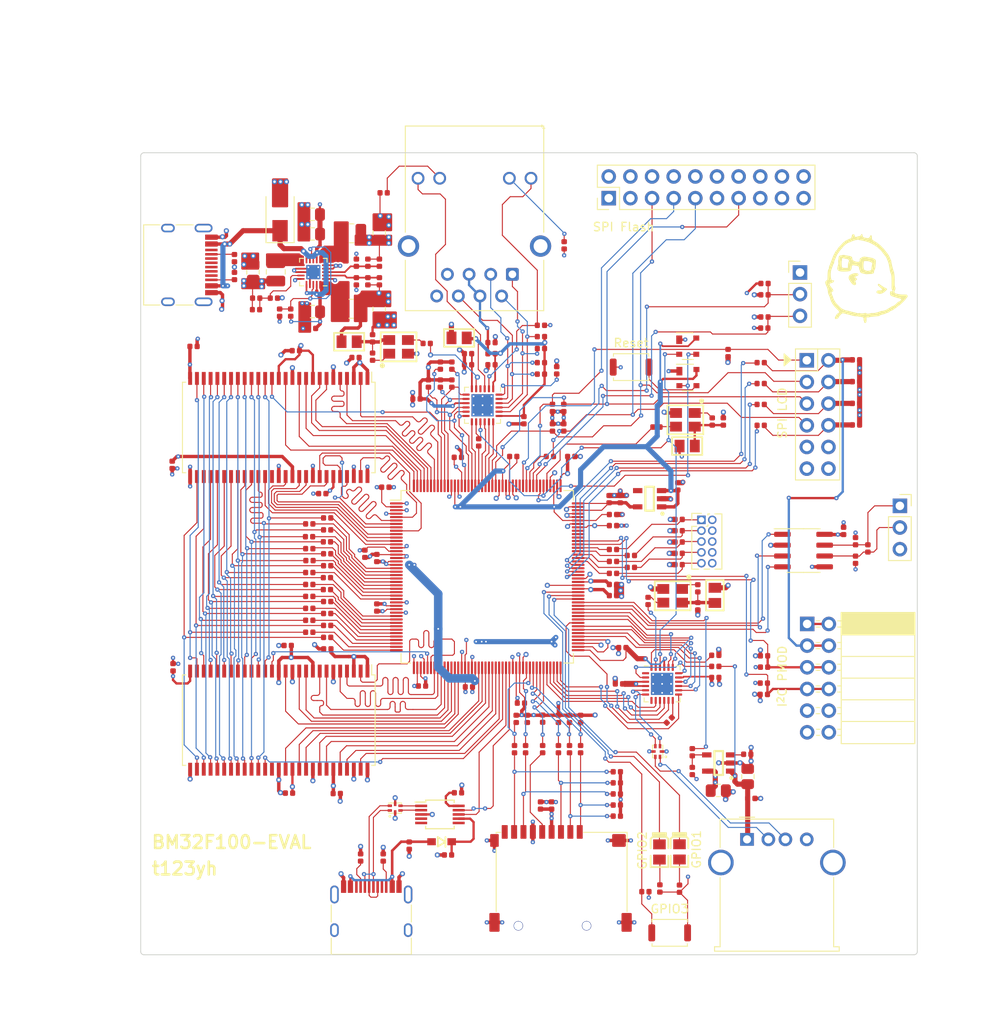
<source format=kicad_pcb>
(kicad_pcb (version 20211014) (generator pcbnew)
  (layers (0 "F.Cu" signal) (1 "In1.Cu" signal) (2 "In2.Cu" signal) (31 "B.Cu" signal) (34 "B.Paste" user) (35 "F.Paste" user) (36 "B.SilkS" user "B.Silkscreen") (37 "F.SilkS" user "F.Silkscreen") (38 "B.Mask" user) (39 "F.Mask" user) (44 "Edge.Cuts" user))
  (net 0 "")
  (net 1 "+3.3VA")
  (net 2 "GND")
  (net 3 "Net-(C5-Pad2)")
  (net 4 "+1V8")
  (net 5 "+3.3VP")
  (net 6 "Net-(C10-Pad2)")
  (net 7 "Net-(C11-Pad2)")
  (net 8 "Net-(C12-Pad2)")
  (net 9 "+5V")
  (net 10 "Net-(C16-Pad1)")
  (net 11 "/CLKPWR/1V8A")
  (net 12 "Net-(C22-Pad1)")
  (net 13 "Net-(C23-Pad1)")
  (net 14 "Net-(C30-Pad2)")
  (net 15 "Net-(C31-Pad2)")
  (net 16 "Net-(C32-Pad2)")
  (net 17 "Net-(C34-Pad2)")
  (net 18 "Net-(C36-Pad2)")
  (net 19 "Net-(C38-Pad2)")
  (net 20 "CTRL_RSTn")
  (net 21 "/CLKPWR/C_SCL")
  (net 22 "/CLKPWR/C_SDA")
  (net 23 "Net-(U1-Pad72)")
  (net 24 "Net-(U1-Pad73)")
  (net 25 "/Storage/U_VIN")
  (net 26 "I2C0_SCL")
  (net 27 "I2C0_SDA")
  (net 28 "Net-(D11-Pad1)")
  (net 29 "Net-(D12-Pad1)")
  (net 30 "Net-(D13-Pad1)")
  (net 31 "Net-(D14-Pad1)")
  (net 32 "Net-(D15-Pad1)")
  (net 33 "Net-(D16-Pad1)")
  (net 34 "Net-(D19-Pad1)")
  (net 35 "Net-(D20-Pad1)")
  (net 36 "Net-(D21-Pad1)")
  (net 37 "Net-(D22-Pad1)")
  (net 38 "Net-(D23-Pad1)")
  (net 39 "Net-(D24-Pad2)")
  (net 40 "Net-(D24-Pad1)")
  (net 41 "Net-(D25-Pad2)")
  (net 42 "Net-(D25-Pad1)")
  (net 43 "GPIO7")
  (net 44 "GPIO6")
  (net 45 "GPIO5")
  (net 46 "GPIO4")
  (net 47 "Net-(FT1-Pad1)")
  (net 48 "Net-(FT1-Pad2)")
  (net 49 "Net-(FT1-Pad3)")
  (net 50 "Net-(FT1-Pad4)")
  (net 51 "Net-(FT2-Pad1)")
  (net 52 "Net-(FT2-Pad2)")
  (net 53 "Net-(FT2-Pad3)")
  (net 54 "Net-(FT2-Pad4)")
  (net 56 "Net-(J3-PadB5)")
  (net 61 "Net-(J3-PadA5)")
  (net 63 "Net-(J5-PadB5)")
  (net 65 "Net-(J5-PadA5)")
  (net 67 "/Storage/SPI_CLK")
  (net 68 "/Storage/SPI_MOSI")
  (net 69 "/Storage/SPI_MISO")
  (net 70 "/Storage/SPI_CS0")
  (net 71 "/Storage/SPI_CS1")
  (net 72 "/Storage/SPI_CS2")
  (net 73 "/Storage/SPI_CS3")
  (net 74 "Net-(J7-Pad1)")
  (net 75 "Net-(J7-Pad2)")
  (net 76 "Net-(J7-Pad3)")
  (net 77 "Net-(J7-Pad5)")
  (net 78 "Net-(J7-Pad7)")
  (net 79 "Net-(J7-Pad8)")
  (net 81 "Net-(J9-Pad1)")
  (net 82 "Net-(J9-Pad2)")
  (net 83 "Net-(J9-Pad3)")
  (net 84 "Net-(J9-Pad6)")
  (net 86 "Net-(J9-Pad9)")
  (net 87 "Net-(J9-Pad10)")
  (net 88 "Net-(J9-Pad12)")
  (net 89 "Net-(J9-Pad11)")
  (net 90 "/DebugPort/B")
  (net 91 "/DebugPort/A")
  (net 92 "Net-(L1-Pad2)")
  (net 93 "Net-(L2-Pad2)")
  (net 94 "Net-(L3-Pad2)")
  (net 95 "/SDRAM/CSn")
  (net 96 "Net-(R1-Pad2)")
  (net 97 "/SDRAM/CKE")
  (net 98 "Net-(R2-Pad2)")
  (net 99 "/SDRAM/CLK")
  (net 100 "Net-(R3-Pad2)")
  (net 101 "/SDRAM/WEn")
  (net 102 "Net-(R4-Pad2)")
  (net 103 "/SDRAM/CASn")
  (net 104 "Net-(R5-Pad2)")
  (net 105 "/SDRAM/RASn")
  (net 106 "Net-(R6-Pad2)")
  (net 107 "/SDRAM/BA1")
  (net 108 "Net-(R7-Pad2)")
  (net 109 "/SDRAM/BA0")
  (net 110 "Net-(R8-Pad2)")
  (net 111 "Net-(R9-Pad1)")
  (net 112 "/SDRAM/A12")
  (net 113 "Net-(R10-Pad1)")
  (net 114 "/SDRAM/A11")
  (net 115 "Net-(R11-Pad1)")
  (net 116 "/SDRAM/A10")
  (net 117 "Net-(R12-Pad1)")
  (net 118 "/SDRAM/A9")
  (net 119 "Net-(R13-Pad1)")
  (net 120 "/SDRAM/A8")
  (net 121 "Net-(R14-Pad1)")
  (net 122 "/SDRAM/A7")
  (net 123 "Net-(R15-Pad1)")
  (net 124 "/SDRAM/A6")
  (net 125 "Net-(R16-Pad1)")
  (net 126 "/SDRAM/A5")
  (net 127 "Net-(R17-Pad1)")
  (net 128 "/SDRAM/A4")
  (net 129 "Net-(R18-Pad1)")
  (net 130 "/SDRAM/A3")
  (net 131 "Net-(R19-Pad1)")
  (net 132 "/SDRAM/A2")
  (net 133 "Net-(R20-Pad1)")
  (net 134 "/SDRAM/A1")
  (net 135 "Net-(R21-Pad1)")
  (net 136 "/SDRAM/A0")
  (net 137 "SYS_RSTn")
  (net 138 "Net-(R23-Pad1)")
  (net 139 "Net-(R23-Pad2)")
  (net 140 "Net-(R34-Pad2)")
  (net 141 "Net-(J4-Pad1)")
  (net 142 "Net-(R55-Pad1)")
  (net 143 "Net-(R55-Pad2)")
  (net 144 "Net-(R56-Pad2)")
  (net 145 "Net-(R57-Pad1)")
  (net 146 "Net-(R57-Pad2)")
  (net 147 "Net-(R58-Pad2)")
  (net 148 "Net-(R59-Pad2)")
  (net 149 "Net-(R60-Pad2)")
  (net 150 "GPIO0")
  (net 151 "Net-(R62-Pad2)")
  (net 152 "Net-(R63-Pad1)")
  (net 153 "Net-(R64-Pad1)")
  (net 154 "Net-(R65-Pad1)")
  (net 155 "Net-(R65-Pad2)")
  (net 156 "Net-(R66-Pad1)")
  (net 157 "Net-(R67-Pad1)")
  (net 158 "Net-(R68-Pad1)")
  (net 159 "Net-(R69-Pad1)")
  (net 160 "Net-(R69-Pad2)")
  (net 161 "Net-(R71-Pad2)")
  (net 162 "Net-(R79-Pad2)")
  (net 163 "Net-(R80-Pad2)")
  (net 164 "Net-(R81-Pad2)")
  (net 165 "Net-(R82-Pad2)")
  (net 166 "Net-(R83-Pad2)")
  (net 167 "Net-(R89-Pad2)")
  (net 168 "Net-(R90-Pad1)")
  (net 169 "Net-(R91-Pad1)")
  (net 170 "Net-(R92-Pad1)")
  (net 171 "Net-(R93-Pad1)")
  (net 172 "/SDRAM/D15")
  (net 173 "/SDRAM/D14")
  (net 174 "/SDRAM/D13")
  (net 175 "/SDRAM/D12")
  (net 176 "/SDRAM/D11")
  (net 177 "/SDRAM/D10")
  (net 178 "/SDRAM/D9")
  (net 179 "/SDRAM/D8")
  (net 180 "/SDRAM/DQM1")
  (net 181 "/SDRAM/DQM2")
  (net 182 "/SDRAM/D16")
  (net 183 "/SDRAM/D17")
  (net 184 "/SDRAM/D18")
  (net 185 "/SDRAM/D19")
  (net 186 "/SDRAM/D20")
  (net 187 "/SDRAM/D21")
  (net 188 "/SDRAM/D22")
  (net 189 "/SDRAM/D23")
  (net 190 "/SDRAM/D24")
  (net 191 "/SDRAM/D25")
  (net 192 "/SDRAM/D26")
  (net 193 "/SDRAM/D27")
  (net 194 "/SDRAM/D28")
  (net 195 "/SDRAM/D29")
  (net 196 "/SDRAM/D30")
  (net 197 "/SDRAM/D31")
  (net 198 "/SDRAM/DQM3")
  (net 199 "Net-(U1-Pad84)")
  (net 200 "Net-(U1-Pad85)")
  (net 201 "Net-(U1-Pad86)")
  (net 202 "Net-(U1-Pad87)")
  (net 203 "Net-(U1-Pad88)")
  (net 204 "Net-(U1-Pad93)")
  (net 205 "Net-(U1-Pad94)")
  (net 206 "Net-(U1-Pad95)")
  (net 207 "Net-(U1-Pad96)")
  (net 208 "Net-(U1-Pad98)")
  (net 209 "Net-(U1-Pad99)")
  (net 210 "Net-(U1-Pad154)")
  (net 211 "Net-(U1-Pad155)")
  (net 212 "Net-(U1-Pad156)")
  (net 213 "Net-(U1-Pad158)")
  (net 214 "/SDRAM/DQM0")
  (net 215 "/SDRAM/D0")
  (net 216 "/SDRAM/D1")
  (net 217 "/SDRAM/D2")
  (net 218 "/SDRAM/D3")
  (net 219 "/SDRAM/D4")
  (net 220 "/SDRAM/D5")
  (net 221 "/SDRAM/D6")
  (net 222 "/SDRAM/D7")
  (net 232 "Net-(R22-Pad1)")
  (net 233 "Net-(R30-Pad1)")
  (net 234 "Net-(U1-Pad100)")
  (net 235 "Net-(U1-Pad101)")
  (net 236 "Net-(U1-Pad102)")
  (net 247 "Net-(SW1-Pad2)")
  (footprint "lc:0402_R" (layer "F.Cu") (at 97.775 89.8 180)
    (fp_text reference "R17" hide)
    (fp_text value "22")
  )
  (footprint "lc:SMD-3225_4P" (layer "F.Cu") (at 106.15 55.75)
    (fp_text reference "X3" hide)
    (fp_text value "OXETGLJANF-25MHZ")
  )
  (footprint "lc:0402_R" (layer "F.Cu") (at 112.4 60.05 90)
    (fp_text reference "R64" hide)
    (fp_text value "4.7k")
  )
  (footprint "lc:XUNPU-TF-115" (layer "F.Cu") (at 125.15 123.6)
    (fp_text reference "J7" hide)
    (fp_text value "XUNPU-TF-115")
  )
  (footprint "lc:0402_R" (layer "F.Cu") (at 131.75 105.55)
    (fp_text reference "R48" hide)
    (fp_text value "47k")
  )
  (footprint "lc:0402_R" (layer "F.Cu") (at 136.8 119.225 90)
    (fp_text reference "R88" hide)
    (fp_text value "3.3k")
  )
  (footprint "lc:0402_R" (layer "F.Cu") (at 97.775 80 180)
    (fp_text reference "R9" hide)
    (fp_text value "22")
  )
  (footprint "lc:0402_R" (layer "F.Cu") (at 127.5 102.9 90)
    (fp_text reference "R47" hide)
    (fp_text value "22")
  )
  (footprint "lc:0402_R" (layer "F.Cu") (at 124.2 62.9 -90)
    (fp_text reference "D5" hide)
    (fp_text value "ESD5341")
  )
  (footprint "lc:0402_R" (layer "F.Cu") (at 119.75 102.9 90)
    (fp_text reference "R42" hide)
    (fp_text value "22")
  )
  (footprint "lc:0402_C" (layer "F.Cu") (at 98.9 108.1)
    (fp_text reference "C52" hide)
    (fp_text value "100nF")
  )
  (footprint "lc:0402_R" (layer "F.Cu") (at 133.4 80.2 180)
    (fp_text reference "R80" hide)
    (fp_text value "22")
  )
  (footprint "Connector_PinSocket_2.54mm:PinSocket_1x03_P2.54mm_Vertical" (layer "F.Cu") (at 164.95 74.385)
    (fp_text reference "J12" hide)
    (fp_text value "Conn_01x03")
  )
  (footprint "lc:0402_R" (layer "F.Cu") (at 89.45 50.04)
    (fp_text reference "R27" hide)
    (fp_text value "680k")
  )
  (footprint "lc:ICMEF112P900MFR" (layer "F.Cu") (at 105.75 109.82)
    (fp_text reference "FT1" hide)
    (fp_text value "ICMEF112P900MFR")
  )
  (footprint "lc:0402_C" (layer "F.Cu") (at 89.425 51.39)
    (fp_text reference "C10" hide)
    (fp_text value "10pF")
  )
  (footprint "lc:0402_R" (layer "F.Cu") (at 122.85 54.55)
    (fp_text reference "R74" hide)
    (fp_text value "49.9")
  )
  (footprint "lc:0402_R" (layer "F.Cu") (at 123.05 102.9 90)
    (fp_text reference "R44" hide)
    (fp_text value "22")
  )
  (footprint "lc:0402_R" (layer "F.Cu") (at 140.6 105.46 90)
    (fp_text reference "R60" hide)
    (fp_text value "DNP")
  )
  (footprint "lc:0402_R" (layer "F.Cu") (at 86.9 47.45 90)
    (fp_text reference "R36" hide)
    (fp_text value "5.1k")
  )
  (footprint "lc:0402_R" (layer "F.Cu") (at 112.4 57.95 90)
    (fp_text reference "R68" hide)
    (fp_text value "1.5k")
  )
  (footprint "lc:0402_R" (layer "F.Cu") (at 97.775 75.8)
    (fp_text reference "R4" hide)
    (fp_text value "22")
  )
  (footprint "lc:0402_C" (layer "F.Cu") (at 132.4 91)
    (fp_text reference "C27" hide)
    (fp_text value "100nF")
  )
  (footprint "lc:0402_R" (layer "F.Cu") (at 149.07 52.25 180)
    (fp_text reference "D4" hide)
    (fp_text value "ESD5341")
  )
  (footprint "lc:0402_C" (layer "F.Cu") (at 82.1 55.7)
    (fp_text reference "C6" hide)
    (fp_text value "100nF")
  )
  (footprint "lc:0402_C" (layer "F.Cu") (at 108.25 61.85)
    (fp_text reference "C33" hide)
    (fp_text value "10nF")
  )
  (footprint "lc:SOD-323" (layer "F.Cu") (at 111.2 113.75 180)
    (fp_text reference "D7" hide)
    (fp_text value "1N5819WS")
  )
  (footprint "lc:0402_R" (layer "F.Cu") (at 95.675 89.2 180)
    (fp_text reference "R18" hide)
    (fp_text value "22")
  )
  (footprint "lc:0402_C" (layer "F.Cu") (at 103.6 86.3 -90)
    (fp_text reference "C54" hide)
    (fp_text value "100nF")
  )
  (footprint "MountingHole:MountingHole_3.2mm_M3" (layer "F.Cu") (at 79.6 123.2)
    (fp_text reference "H4" hide)
    (fp_text value "MountingHole")
  )
  (footprint "lc:0402_R" (layer "F.Cu") (at 124.7 58.5 -90)
    (fp_text reference "R71" hide)
    (fp_text value "12.1k")
  )
  (footprint "lc:0402_R" (layer "F.Cu") (at 126.2 99.35 90)
    (fp_text reference "D13" hide)
    (fp_text value "ESD5341")
  )
  (footprint "lc:0402_R" (layer "F.Cu") (at 97.75 84.2 180)
    (fp_text reference "R13" hide)
    (fp_text value "22")
  )
  (footprint "lc:0402_C" (layer "F.Cu") (at 108.9 95.5)
    (fp_text reference "C45" hide)
    (fp_text value "100nF")
  )
  (footprint "lc:0402_R" (layer "F.Cu") (at 131.3 82.3 180)
    (fp_text reference "R83" hide)
    (fp_text value "22")
  )
  (footprint "lc:0402_C" (layer "F.Cu") (at 103.9 48.065 90)
    (fp_text reference "C12" hide)
    (fp_text value "10pF")
  )
  (footprint "Package_DFN_QFN:QFN-24-1EP_4x4mm_P0.5mm_EP2.6x2.6mm_ThermalVias" (layer "F.Cu") (at 137.0625 95.25)
    (fp_text reference "U10" hide)
    (fp_text value "USB3315")
  )
  (footprint "lc:0402_R" (layer "F.Cu") (at 131.3 79.5 180)
    (fp_text reference "R79" hide)
    (fp_text value "22")
  )
  (footprint "lc:0402_R" (layer "F.Cu") (at 148.995 96.485 180)
    (fp_text reference "D9" hide)
    (fp_text value "ESD5341")
  )
  (footprint "Package_QFP:VQFP-176_20x20mm_P0.4mm" (layer "F.Cu") (at 116.55 82.7)
    (fp_text reference "U1" hide)
    (fp_text value "BM32F100")
  )
  (footprint "t123yh:east_chicken" (layer "F.Cu") (at 161.02378 47.748612)
    (fp_text reference "G***" hide)
    (fp_text value "LOGO" hide)
  )
  (footprint "Inductor_SMD:L_1008_2520Metric" (layer "F.Cu") (at 100.6 51.29 180)
    (fp_text reference "L3" hide)
    (fp_text value "WPN252012H1R5MT")
  )
  (footprint "lc:0402_R" (layer "F.Cu") (at 136.4 65.15 180)
    (fp_text reference "R23" hide)
    (fp_text value "22")
  )
  (footprint "Package_TO_SOT_SMD:SOT-143" (layer "F.Cu") (at 140.07 55.67)
    (fp_text reference "U7" hide)
    (fp_text value "HX811T")
  )
  (footprint "lc:0402_C" (layer "F.Cu") (at 141.25 86.15 90)
    (fp_text reference "C30" hide)
    (fp_text value "10nF")
  )
  (footprint "lc:0402_C" (layer "F.Cu") (at 96 53.59)
    (fp_text reference "C18" hide)
    (fp_text value "1uF")
  )
  (footprint "lc:0402_R" (layer "F.Cu") (at 122.8 109.5 -90)
    (fp_text reference "D17" hide)
    (fp_text value "ESD5451R")
  )
  (footprint "lc:0402_R" (layer "F.Cu") (at 148.625 64.95)
    (fp_text reference "R90" hide)
    (fp_text value "33")
  )
  (footprint "lc:0402_R" (layer "F.Cu") (at 135.1 119.6 180)
    (fp_text reference "R89" hide)
    (fp_text value "10k")
  )
  (footprint "lc:SOT-23-5" (layer "F.Cu") (at 135.6 73.55)
    (fp_text reference "U6" hide)
    (fp_text value "XC6209B182MR")
  )
  (footprint "lc:0402_C" (layer "F.Cu") (at 132.15 73.6 90)
    (fp_text reference "C21" hide)
    (fp_text value "100nF")
  )
  (footprint "lc:0402_C" (layer "F.Cu") (at 92.2 51.74 -90)
    (fp_text reference "C16" hide)
    (fp_text value "NC")
  )
  (footprint "Button_Switch_SMD:SW_Push_SPST_NO_Alps_SKRK" (layer "F.Cu") (at 133.425 58.125)
    (fp_text reference "SW1" hide)
    (fp_text value "SW_Push")
  )
  (footprint "Inductor_SMD:L_1008_2520Metric" (layer "F.Cu") (at 91.75 46.965 90)
    (fp_text reference "L1" hide)
    (fp_text value "WPN252012H1R5MT")
  )
  (footprint "lc:0402_R" (layer "F.Cu") (at 144.8 56.475 -90)
    (fp_text reference "D31" hide)
    (fp_text value "ESD5341")
  )
  (footprint "lc:0402_R" (layer "F.Cu") (at 141.25 84.05 90)
    (fp_text reference "R59" hide)
    (fp_text value "2.2k")
  )
  (footprint "lc:0402_R" (layer "F.Cu") (at 104.35 115.6 90)
    (fp_text reference "R40" hide)
    (fp_text value "5.1k")
  )
  (footprint "lc:0402_R" (layer "F.Cu") (at 149.075 48.325)
    (fp_text reference "R31" hide)
    (fp_text value "2.2k")
  )
  (footprint "lc:0402_C" (layer "F.Cu") (at 114.3 57.85)
    (fp_text reference "C35" hide)
    (fp_text value "470pF")
  )
  (footprint "Package_TO_SOT_SMD:SOT-143" (layer "F.Cu") (at 140.09 59.35)
    (fp_text reference "U4" hide)
    (fp_text value "HX811T")
  )
  (footprint "lc:0402_R" (layer "F.Cu") (at 133.4 81.6 180)
    (fp_text reference "R82" hide)
    (fp_text value "22")
  )
  (footprint "lc:0805_C" (layer "F.Cu") (at 147.1 106.11 -90)
    (fp_text reference "C31" hide)
    (fp_text value "10uF")
  )
  (footprint "lc:0402_C" (layer "F.Cu") (at 101.1 57 180)
    (fp_text reference "C57" hide)
    (fp_text value "100nF")
  )
  (footprint "lc:0402_R" (layer "F.Cu") (at 131.75 109.45)
    (fp_text reference "R52" hide)
    (fp_text value "47k")
  )
  (footprint "lc:0402_R" (layer "F.Cu") (at 121.25 99.35 90)
    (fp_text reference "D15" hide)
    (fp_text value "ESD5341")
  )
  (footprint "lc:0402_R" (layer "F.Cu") (at 102.55 48.065 90)
    (fp_text reference "R29" hide)
    (fp_text value "680k")
  )
  (footprint "lc:0402_C" (layer "F.Cu") (at 103.6 80.5 90)
    (fp_text reference "C47" hide)
    (fp_text value "100nF")
  )
  (footprint "lc:0402_C" (layer "F.Cu") (at 113.12 108.01)
    (fp_text reference "C22" hide)
    (fp_text value "100nF")
  )
  (footprint "lc:0402_R" (layer "F.Cu") (at 147.525 108.675 180)
    (fp_text reference "D18" hide)
    (fp_text value "ESD5451R")
  )
  (footprint "lc:0805_L" (layer "F.Cu") (at 143.25 84.875 -90)
    (fp_text reference "FB1" hide)
    (fp_text value "FerriteBead_Small")
  )
  (footprint "MountingHole:MountingHole_3.2mm_M3" (layer "F.Cu") (at 163.2 123.2)
    (fp_text reference "H2" hide)
    (fp_text value "MountingHole")
  )
  (footprint "lc:0402_R" (layer "F.Cu") (at 147.05 103.5 180)
    (fp_text reference "R58" hide)
    (fp_text value "10k")
  )
  (footprint "lc:0402_C" (layer "F.Cu") (at 144.24 64.5 -90)
    (fp_text reference "C5" hide)
    (fp_text value "10nF")
  )
  (footprint "lc:0402_C" (layer "F.Cu") (at 120.85 64.35 90)
    (fp_text reference "C36" hide)
    (fp_text value "10nF")
  )
  (footprint "lc:SMD-3225_4P" (layer "F.Cu") (at 139.79 64.3 180)
    (fp_text reference "X1" hide)
    (fp_text value "OXETGLJANF-25MHZ")
  )
  (footprint "alex's:PinSocket_2x06_P2.54mm_Horizontal_PMOD" (layer "F.Cu") (at 154.075 94.575 180)
    (fp_text reference "J4" hide)
    (fp_text value "2x6P 2.54mm 弯针 母座")
  )
  (footprint "lc:0402_R" (layer "F.Cu") (at 139 75.975 180)
    (fp_text reference "D23" hide)
    (fp_text value "ESD5341")
  )
  (footprint "lc:0402_R" (layer "F.Cu") (at 109.65 60.05 90)
    (fp_text reference "R66" hide)
    (fp_text value "4.7k")
  )
  (footprint "lc:0402_R" (layer "F.Cu") (at 123.05 99.325 90)
    (fp_text reference "D11" hide)
    (fp_text value "ESD5341")
  )
  (footprint "lc:0402_R" (layer "F.Cu") (at 131.75 110.75)
    (fp_text reference "R51" hide)
    (fp_text value "47k")
  )
  (footprint "lc:0402_R" (layer "F.Cu") (at 131.75 106.85)
    (fp_text reference "R50" hide)
    (fp_text value "47k")
  )
  (footprint "lc:0402_R" (layer "F.Cu") (at 97.775 85.6 180)
    (fp_text reference "R14" hide)
    (fp_text value "22")
  )
  (footprint "lc:0805_C" (layer "F.Cu") (at 96.04 40.24)
    (fp_text reference "C14" hide)
    (fp_text value "10uF")
  )
  (footprint "lc:0402_R" (layer "F.Cu") (at 139 81.275 180)
    (fp_text reference "D19" hide)
    (fp_text value "ESD5341")
  )
  (footprint "lc:0402_R" (layer "F.Cu") (at 124.2 65.2 90)
    (fp_text reference "D2" hide)
    (fp_text value "ESD5341")
  )
  (footprint "lc:0402_C" (layer "F.Cu") (at 97.2 72.95 180)
    (fp_text reference "C53" hide)
    (fp_text value "100nF")
  )
  (footprint "Connector_PinHeader_1.27mm:PinHeader_2x05_P1.27mm_Vertical" (layer "F.Cu") (at 141.675 76.025)
    (fp_text reference "J11" hide)
    (fp_text value "Conn_02x05_Odd_Even")
  )
  (footprint "lc:0402_C" (layer "F.Cu") (at 102.2 80 -90)
    (fp_text reference "C55" hide)
    (fp_text value "100nF")
  )
  (footprint "lc:0402_R" (layer "F.Cu") (at 95.7 80.8)
    (fp_text reference "R8" hide)
    (fp_text value "22")
  )
  (footprint "lc:0402_R" (layer "F.Cu") (at 149.02 93.285)
    (fp_text reference "R39" hide)
    (fp_text value "2.2k")
  )
  (footprint "lc:0402_R" (layer "F.Cu") (at 149.02 91.96 180)
    (fp_text reference "D8" hide)
    (fp_text value "ESD5341")
  )
  (footprint "Package_SO:TSOP-II-54_22.2x10.16mm_P0.8mm" (layer "F.Cu") (at 92.1 65.2 -90)
    (fp_text reference "U2" hide)
    (fp_text value "MT48LC16M16A2TG")
  )
  (footprint "lc:0402_R" (layer "F.Cu") (at 140.6 103.26 -90)
    (fp_text reference "R61" hide)
    (fp_text value "2.2k")
  )
  (footprint "lc:0402_R" (layer "F.Cu") (at 97.775 88.4 180)
    (fp_text reference "R16" hide)
    (fp_text value "22")
  )
  (footprint "lc:0402_R" (layer "F.Cu") (at 121.05 102.9 90)
    (fp_text reference "R43" hide)
    (fp_text value "22")
  )
  (footprint "Button_Switch_SMD:SW_Push_SPST_NO_Alps_SKRK" (layer "F.Cu") (at 137.95 124.425)
    (fp_text reference "SW2" hide)
    (fp_text value "SW_Push")
  )
  (footprint "lc:0402_R" (layer "F.Cu") (at 97.75 82.8 180)
    (fp_text reference "R12" hide)
    (fp_text value "22")
  )
  (footprint "lc:0402_C" (layer "F.Cu") (at 114.4 95.6 180)
    (fp_text reference "C56" hide)
    (fp_text value "100nF")
  )
  (footprint "lc:0402_C" (layer "F.Cu") (at 119.6 68.6)
    (fp_text reference "C43" hide)
    (fp_text value "100nF")
  )
  (footprint "lc:0402_R" (layer "F.Cu") (at 104.4 37.7)
    (fp_text reference "R75" hide)
    (fp_text value "330")
  )
  (footprint "lc:0402_R" (layer "F.Cu") (at 135.42 85.53 90)
    (fp_text reference "R57" hide)
    (fp_text value "22")
  )
  (footprint "lc:0402_C" (layer "F.Cu") (at 93.15 90.75 180)
    (fp_text reference "C4" hide)
    (fp_text value "100nF")
  )
  (footprint "lc:0402_R" (layer "F.Cu") (at 143.3 93.2)
    (fp_text reference "R30" hide)
    (fp_text value "1k")
  )
  (footprint "lc:0805_LED_S1_NUM" (layer "F.Cu") (at 136.75 114.95 -90)
    (fp_text reference "D25" hide)
    (fp_text value "Yellow")
  )
  (footprint "lc:0402_R" (layer "F.Cu") (at 122.85 53.225 180)
    (fp_text reference "R73" hide)
    (fp_text value "10k")
  )
  (footprint "lc:0402_C" (layer "F.Cu") (at 126.4 68.6)
    (fp_text reference "C49" hide)
    (fp_text value "100nF")
  )
  (footprint "lc:0805_LED_S1_NUM" (layer "F.Cu") (at 139.1 114.94 -90)
    (fp_text reference "D24" hide)
    (fp_text value "Green")
  )
  (footprint "lc:0402_R" (layer "F.Cu") (at 91.525 50.04 180)
    (fp_text reference "R24" hide)
    (fp_text value "150k")
  )
  (footprint "Inductor_SMD:L_1008_2520Metric" (layer "F.Cu") (at 100.65 42.44 180)
    (fp_text reference "L2" hide)
    (fp_text value "WPN252012H1R5MT")
  )
  (footprint "lc:ICMEF112P900MFR" (layer "F.Cu") (at 136.55 103.175 90)
    (fp_text reference "FT2" hide)
    (fp_text value "ICMEF112P900MFR")
  )
  (footprint "lc:0402_C" (layer "F.Cu") (at 131.3 84.9)
    (fp_text reference "C51" hide)
    (fp_text value "100nF")
  )
  (footprint "lc:0402_R" (layer "F.Cu") (at 95.675 79.4)
    (fp_text reference "R1" hide)
    (fp_text value "22")
  )
  (footprint "lc:0402_R" (layer "F.Cu") (at 125.525 62.9 -90)
    (fp_text reference "D30" hide)
    (fp_text value "ESD5341")
  )
  (footprint "Package_SO:SOIC-8_3.9x4.9mm_P1.27mm" (layer "F.Cu") (at 153.65 79.625)
    (fp_text reference "U14" hide)
    (fp_text value "SN65HVD7x")
  )
  (footprint "Diode_SMD:D_SMA" (layer "F.Cu") (at 92.25 40.14 90)
    (fp_text reference "D1" hide)
    (fp_text value "SMAJ5.0A")
  )
  (footprint "lc:0402_R" (layer "F.Cu") (at 111.05 57.95 90)
    (fp_text reference "R67" hide)
    (fp_text value "4.7k")
  )
  (footprint "Connector_RJ:RJ45_Hanrun_HR911105A" (layer "F.Cu") (at 119.5 47.25 180)
    (fp_text reference "J9" hide)
    (fp_text value "RJ45_HR911105a")
  )
  (footprint "lc:0402_R" (layer "F.Cu") (at 95.675 86.4 180)
    (fp_text reference "R20" hide)
    (fp_text value "22")
  )
  (footprint "lc:0402_R" (layer "F.Cu") (at 101.7 115.6 90)
    (fp_text reference "R41" hide)
    (fp_text value "5.1k")
  )
  (footprint "lc:0402_C" (layer "F.Cu") (at 113.1 68.7)
    (fp_text reference "C48" hide)
    (fp_text value "100nF")
  )
  (footprint "MountingHole:MountingHole_3.2mm_M3" (layer "F.Cu") (at 79.6 36.9)
    (fp_text reference "H3" hide)
    (fp_text value "MountingHole")
  )
  (footprint "lc:0402_C" (layer "F.Cu") (at 93.3 108.05 180)
    (fp_text reference "C3" hide)
    (fp_text value "100nF")
  )
  (footprint "lc:0805_L" (layer "F.Cu") (at 100.35 55.15)
    (fp_text reference "FB2" hide)
    (fp_text value "FerriteBead_Small")
  )
  (footprint "lc:0402_R" (layer "F.Cu") (at 101.2 48.065 90)
    (fp_text reference "R26" hide)
    (fp_text value "150k")
  )
  (footprint "lc:0402_R" (layer "F.Cu") (at 125.525 65.2 90)
    (fp_text reference "D6" hide)
    (fp_text value "ESD5341")
  )
  (footprint "lc:0402_R" (layer "F.Cu") (at 159.805 57.275)
    (fp_text reference "D26" hide)
    (fp_text value "ESD5341")
  )
  (footprint "lc:0402_R" (layer "F.Cu") (at 139 78.625 180)
    (fp_text reference "D21" hide)
    (fp_text value "ESD5341")
  )
  (footprint "lc:0402_R" (layer "F.Cu") (at 148.995 95.16)
    (fp_text reference "R38" hide)
    (fp_text value "2.2k")
  )
  (footprint "lc:0402_R" (layer "F.Cu") (at 122.85 55.95)
    (fp_text reference "R76" hide)
    (fp_text value "49.9")
  )
  (footprint "lc:0402_R" (layer "F.Cu") (at 97.775 87 180)
    (fp_text reference "R15" hide)
    (fp_text value "22")
  )
  (footprint "lc:0805_C" (layer "F.Cu") (at 103.85 51.34 -90)
    (fp_text reference "C9" hide)
    (fp_text value "10uF")
  )
  (footprint "lc:0402_C" (layer "F.Cu") (at 79.7 93.3 90)
    (fp_text reference "C58" hide)
    (fp_text value "100nF")
  )
  (footprint "lc:0402_R" (layer "F.Cu") (at 139 77.3 180)
    (fp_text reference "D22" hide)
    (fp_text value "ESD5341")
  )
  (footprint "lc:0402_R" (layer "F.Cu") (at 95.675 83.6 180)
    (fp_text reference "R11" hide)
    (fp_text value "22")
  )
  (footprint "lc:0402_R" (layer "F.Cu") (at 125.575 43.85 -90)
    (fp_text reference "R78" hide)
    (fp_text value "330")
  )
  (footprint "lc:0402_C" (layer "F.Cu") (at 131.3 75.4)
    (fp_text reference "C44" hide)
    (fp_text value "100nF")
  )
  (footprint "lc:0402_R" (layer "F.Cu") (at 139.1 119.25 90)
    (fp_text reference "R87" hide)
    (fp_text value "10k")
  )
  (footprint "lc:0402_R" (layer "F.Cu") (at 101.2 45.89 -90)
    (fp_text reference "R25" hide)
    (fp_text value "100k")
  )
  (footprint "lc:0402_R" (layer "F.Cu") (at 93.5 51.74 -90)
    (fp_text reference "R33" hide)
    (fp_text value "100k")
  )
  (footprint "Package_SO:TSOP-II-54_22.2x10.16mm_P0.8mm" (layer "F.Cu") (at 92.1 99.5 -90)
    (fp_text reference "U3" hide)
    (fp_text value "MT48LC16M16A2TG")
  )
  (footprint "lc:0402_R" (layer "F.Cu") (at 159.805 64.9)
    (fp_text reference "D29" hide)
    (fp_text value "ESD5341")
  )
  (footprint "alex's:PinSocket_2x06_P2.54mm_Vertical_PMOD" (layer "F.Cu") (at 156.575 63.675)
    (fp_text reference "J6" hide)
    (fp_text value "2x6P 2.54mm 弯针 母座")
  )
  (footprint "lc:0402_R" (layer "F.Cu") (at 111.05 60.05 90)
    (fp_text reference "R63" hide)
    (fp_text value "4.7k")
  )
  (footprint "lc:0402_R" (layer "F.Cu") (at 95.675 76.5)
    (fp_text reference "R3" hide)
    (fp_text value "22")
  )
  (footprint "lc:0402_R" (layer "F.Cu") (at 127.5 99.35 90)
    (fp_text reference "D12" hide)
    (fp_text value "ESD5341")
  )
  (footprint "lc:0402_R" (layer "F.Cu") (at 159.805 59.825)
    (fp_text reference "D27" hide)
    (fp_text value "ESD5341")
  )
  (footprint "lc:0402_R" (layer "F.Cu") (at 119.95 99.35 90)
    (fp_text reference "D16" hide)
    (fp_text value "ESD5341")
  )
  (footprint "Connector_PinHeader_2.54mm:PinHeader_1x03_P2.54mm_Vertical" (layer "F.Cu") (at 153.24 47.035)
    (fp_text reference "J2" hide)
    (fp_text value "Conn_01x03")
  )
  (footprint "lc:0402_R" (layer "F.Cu") (at 159.75 80.7 90)
    (fp_text reference "R85" hide)
    (fp_text value "470k")
  )
  (footprint "lc:0402_R" (layer "F.Cu") (at 122.85 58.95)
    (fp_text reference "R70" hide)
    (fp_text value "49.9")
  )
  (footprint "lc:0402_R" (layer "F.Cu") (at 124.9 99.35 90)
    (fp_text reference "D14" hide)
    (fp_text value "ESD5341")
  )
  (footprint "lc:0402_R" (layer "F.Cu") (at 124.9 102.9 90)
    (fp_text reference "R45" hide)
    (fp_text value "22")
  )
  (footprint "lc:0402_R" (layer "F.Cu") (at 148.625 60.05)
    (fp_text reference "R92" hide)
    (fp_text value "33")
  )
  (footprint "lc:0402_R" (layer "F.Cu") (at 142.94 64.5 90)
    (fp_text reference "R34" hide)
    (fp_text value "2.2k")
  )
  (footprint "lc:0402_C" (layer "F.Cu") (at 158.35 77.325 90)
    (fp_text reference "C41" hide)
    (fp_text value "100nF")
  )
  (footprint "lc:0402_R" (layer "F.Cu") (at 159.75 78.525 90)
    (fp_text reference "R84" hide)
    (fp_text value "470k")
  )
  (footprint "lc:SMD-3225_4P" (layer "F.Cu") (at 138.3 84.925 180)
    (fp_text reference "X2" hide)
    (fp_text value "OXETGLJANF-24MHZ")
  )
  (footprint "lc:0402_R" (layer "F.Cu") (at 137.9 99.5 45)
    (fp_text reference "R55" hide)
    (fp_text value "22")
  )
  (footprint "Connector_USB:USB_C_Receptacle_HRO_TYPE-C-31-M-12" (layer "F.Cu") (at 102.95 123.06)
    (fp_text reference "J5" hide)
    (fp_text value "USB_C_Receptacle_USB2.0")
  )
  (footprint "lc:0805_C" (layer "F.Cu") (at 143.65 107.76)
    (fp_text reference "C29" hide)
    (fp_text value "10uF")
  )
  (footprint "lc:0402_C" (layer "F.Cu") (at 114.3 56.55)
    (fp_text reference "C34" hide)
    (fp_text value "1uF")
  )
  (footprint "lc:0402_R" (layer "F.Cu") (at 131.3 80.9 180)
    (fp_text reference "R81" hide)
    (fp_text value "22")
  )
  (footprint "lc:0402_R" (layer "F.Cu") (at 95.675 82.2)
    (fp_text reference "R7" hide)
    (fp_text value "22")
  )
  (footprint "lc:0805_L" (layer "F.Cu") (at 113.25 54.7 180)
    (fp_text reference "FB3" hide)
    (fp_text value "FerriteBead_Small")
  )
  (footprint "lc:0402_R" (layer "F.Cu") (at 117.05 56.55)
    (fp_text reference "R77" hide)
    (fp_text value "0")
  )
  (footprint "lc:0402_R" (layer "F.Cu") (at 95.675 87.8 180)
    (fp_text reference "R19" hide)
    (fp_text value "22")
  )
  (footprint "lc:0402_R" (layer "F.Cu") (at 115.55 66.95 -90)
    (fp_text reference "R69" hide)
    (fp_text value "22")
  )
  (footprint "lc:0805_C" (layer "F.Cu") (at 96.05 42.54)
    (fp_text reference "C17" hide)
    (fp_text value "10uF")
  )
  (footprint "lc:0402_R" (layer "F.Cu") (at 148.625 62.5)
    (fp_text reference "R91" hide)
    (fp_text value "33")
  )
  (footprint "lc:0402_R" (layer "F.Cu") (at 159.805 62.375)
    (fp_text reference "D28" hide)
    (fp_text value "ESD5341")
  )
  (footprint "MountingHole:MountingHole_3.2mm_M3" (layer "F.Cu") (at 163.2 36.9)
    (fp_text reference "H1" hide)
    (fp_text value "MountingHole")
  )
  (footprint "lc:0402_C" (layer "F.Cu") (at 94.1 56.2 180)
    (fp_text reference "C1" hide)
    (fp_text value "100nF")
  )
  (footprint "Connector_USB:USB_A_Molex_67643_Horizontal" (layer "F.Cu") (at 147.025 113.475)
    (fp_text reference "J8" hide)
    (fp_text value "USB_A")
  )
  (footprint "lc:0402_R" (layer "F.Cu") (at 86.9 45.35 -90)
    (fp_text reference "R35" hide)
    (fp_text value "5.1k")
  )
  (footprint "Package_SO:MSOP-10_3x3mm_P0.5mm" (layer "F.Cu") (at 111 110.55)
    (fp_text reference "U8" hide)
    (fp_text value "CH340E")
  )
  (footprint "lc:0402_R" (layer "F.Cu") (at 102.55 45.89 -90)
    (fp_text reference "R28" hide)
    (fp_text value "200k")
  )
  (footprint "lc:0402_R" (layer "F.Cu") (at 107.4 114.2 90)
    (fp_text reference "D10" hide)
    (fp_text value "ESD5451R")
  )
  (footprint "lc:0805_C" (layer "F.Cu") (at 103.9 42.39 90)
    (fp_text reference "C8" hide)
    (fp_text value "10uF")
  )
  (footprint "lc:0402_R" (layer "F.Cu") (at 126.2 102.9 90)
    (fp_text reference "R46" hide)
    (fp_text value "22")
  )
  (footprint "Package_DFN_QFN:QFN-24-1EP_4x4mm_P0.5mm_EP2.6x2.6mm_ThermalVias" (layer "F.Cu") (at 116 62.6 -90)
    (fp_text reference "U12" hide)
    (fp_text value "LAN8720A")
  )
  (footprint "lc:0402_R" (layer "F.Cu") (at 131.75 108.15)
    (fp_text reference "R49" hide)
    (fp_text value "47k")
  )
  (footprint "lc:0402_C" (layer "F.Cu") (at 138.9 72.1 90)
    (fp_text reference "C19" hide)
    (fp_text value "100nF")
  )
  (footprint "lc:0805_L" (layer "F.Cu") (at 140 67.375)
    (fp_text reference "FB4" hide)
    (fp_text value "FerriteBead_Small")
  )
  (footprint "Package_DFN_QFN:QFN-20-1EP_3x3mm_P0.4mm_EP1.65x1.65mm_ThermalVias" (layer "F.Cu") (at 96.15 46.99 180)
    (fp_text reference "U5" hide)
    (fp_text value "EA3036")
  )
  (footprint "lc:0402_C" (layer "F.Cu") (at 130.85 73.6 90)
    (fp_text reference "C20" hide)
    (fp_text value "2.2uF")
  )
  (footprint "lc:0805_C" (layer "F.Cu") (at 96.05 51.64)
    (fp_text reference "C15" hide)
    (fp_text value "10uF")
  )
  (footprint "lc:SOT-23-5" (layer "F.Cu") (at 143.7 104.5225)
    (fp_text reference "U11" hide)
    (fp_text value "SY6280")
  )
  (footprint "lc:0402_C" (layer "F.Cu") (at 111.95 115.3 180)
    (fp_text reference "C23" hide)
    (fp_text value "1uF")
  )
  (footprint "lc:0402_C" (layer "F.Cu") (at 117.05 55.25 180)
    (fp_text reference "C38" hide)
    (fp_text value "10nF")
  )
  (footprint "lc:0402_R" (layer "F.Cu") (at 139 79.95 180)
    (fp_text reference "D20" hide)
    (fp_text value "ESD5341")
  )
  (footprint "lc:0402_R" (layer "F.Cu") (at 103.1 56.9008 -90)
    (fp_text reference "R62" hide)
    (fp_text value "2.2k")
  )
  (footprint "lc:0402_C" (layer "F.Cu") (at 131.3 83.6)
    (fp_text reference "C40" hide)
    (fp_text value "100nF")
  )
  (footprint "lc:0402_R" (layer "F.Cu") (at 97.775 77.2)
    (fp_text reference "R6" hide)
    (fp_text value "22")
  )
  (footprint "lc:0402_C" (layer "F.Cu") (at 132 95.25 180)
    (fp_text reference "C28" hide)
    (fp_text value "100nF")
  )
  (footprint "lc:0402_R" (layer "F.Cu") (at 95.675 85 180)
    (fp_text reference "R21" hide)
    (fp_text value "22")
  )
  (footprint "lc:0402_R" (layer "F.Cu") (at 149.07 49.65 180)
    (fp_text reference "D3" hide)
    (fp_text value "ESD5341")
  )
  (footprint "lc:0402_C" (layer "F.Cu") (at 117.05 57.85)
    (fp_text reference "C37" hide)
    (fp_text value "10nF")
  )
  (footprint "lc:0402_C" (layer "F.Cu") (at 79.6 69.575 -90)
    (fp_text reference "C2" hide)
    (fp_text value "100nF")
  )
  (footprint "lc:0402_R" (layer "F.Cu") (at 97.75 78.6)
    (fp_text reference "R2" hide)
    (fp_text value "22")
  )
  (footprint "lc:0402_R" (layer "F.Cu") (at 148.625 57.6)
    (fp_text reference "R93" hide)
    (fp_text value "33")
  )
  (footprint "lc:0402_R" (layer "F.Cu") (at 97.775 81.4 180)
    (fp_text reference "R10" hide)
    (fp_text value "22")
  )
  (footprint "lc:0402_R" (layer "F.Cu") (at 109.45 55.35)
    (fp_text reference "R65" hide)
    (fp_text value "22")
  )
  (footprint "lc:0402_C" (layer "F.Cu") (at 120.5 97.5)
    (fp_text reference "C42" hide)
    (fp_text value "100nF")
  )
  (footprint "lc:0402_R" (layer "F.Cu") (at 149.05 53.55)
    (fp_text reference "R32" hide)
    (fp_text value "2.2k")
  )
  (footprint "lc:0402_C" (layer "F.Cu") (at 97.8 91.15 180)
    (fp_text reference "C13" hide)
    (fp_text value "100nF")
  )
  (footprint "lc:0402_C" (layer "F.Cu") (at 143.3 94.5 180)
    (fp_text reference "C26" hide)
    (fp_text value "100nF")
  )
  (footprint "lc:0805_C" (layer "F.Cu") (at 89.1 46.99 90)
    (fp_text reference "C7" hide)
    (fp_text value "10uF")
  )
  (footprint "Connector_PinHeader_2.54mm:PinHeader_2x10_P2.54mm_Vertical" (layer "F.Cu") (at 130.8 38.325 90)
    (fp_text reference "J1" hide)
    (fp_text value "Conn_02x10_Odd_Even")
  )
  (footprint "lc:0402_R" (layer "F.Cu") (at 161.2 79.375 90)
    (fp_text reference "R86" hide)
    (fp_text value "120")
  )
  (footprint "lc:0402_C" (layer "F.Cu") (at 124.1 109.5 90)
    (fp_text reference "C24" hide)
    (fp_text value "100nF")
  )
  (footprint "lc:0402_C" (layer "F.Cu") (at 103.1 54.7508 -90)
    (fp_text reference "C32" hide)
    (fp_text value "10nF")
  )
  (footprint "lc:0402_C" (layer "F.Cu") (at 131.3 76.7)
    (fp_text reference "C50" hide)
    (fp_text value "100nF")
  )
  (footprint "lc:0402_C" (layer "F.Cu") (at 104.6 72.2)
    (fp_text reference "C39" hide)
    (fp_text value "100nF")
  )
  (footprint "lc:0402_C" (layer "F.Cu") (at 103.9 45.89 -90)
    (fp_text reference "C11" hide)
    (fp_text value "10pF")
  )
  (footprint "lc:0402_R" (layer "F.Cu") (at 122.85 57.6)
    (fp_text reference "R72" hide)
    (fp_text value "49.9")
  )
  (footprint "Connector_USB:USB_C_Receptacle_HRO_TYPE-C-31-M-12" (layer "F.Cu") (at 80.15 46.15 -90)
    (fp_text reference "J3" hide)
    (fp_text value "USB_C_Receptacle_USB2.0")
  )
  (footprint "lc:0402_R" (layer "F.Cu") (at 123.9 68.6)
    (fp_text reference "R22" hide)
    (fp_text value "0")
  )
  (footprint "lc:0402_R" (layer "F.Cu") (at 143.3 91.9 180)
    (fp_text reference "R56" hide)
    (fp_text value "8.06k")
  )
  (footprint "lc:0402_R" (layer "F.Cu") (at 95.65 78)
    (fp_text reference "R5" hide)
    (fp_text value "22")
  )
  (gr_line (start 166.6 127) (end 76.3 127) (layer "Edge.Cuts") (width 0.1))
  (gr_arc (start 76.3 127) (mid 76.017157 126.882843) (end 75.9 126.6) (layer "Edge.Cuts") (width 0.1))
  (gr_arc (start 75.9 33.4) (mid 76.017157 33.117157) (end 76.3 33) (layer "Edge.Cuts") (width 0.1))
  (gr_line (start 75.9 126.6) (end 75.9 33.4) (layer "Edge.Cuts") (width 0.1))
  (gr_arc (start 166.6 33) (mid 166.882843 33.117157) (end 167 33.4) (layer "Edge.Cuts") (width 0.1))
  (gr_line (start 167 33.4) (end 167 126.6) (layer "Edge.Cuts") (width 0.1))
  (gr_line (start 76.3 33) (end 166.6 33) (layer "Edge.Cuts") (width 0.1))
  (gr_arc (start 167 126.6) (mid 166.882843 126.882843) (end 166.6 127) (layer "Edge.Cuts") (width 0.1))
  (gr_text "I^{2}C PMOD" (at 151.17 94.37 90) (layer "F.SilkS") (effects (font (size 1 1))))
  (gr_text "GPIO3" (at 137.95 121.625) (layer "F.SilkS") (effects (font (size 1 1))))
  (gr_text "GPIO2" (at 134.75 114.775 90) (layer "F.SilkS") (effects (font (size 1 1))))
  (gr_text "t123yh" (at 77.05 116.9) (layer "F.SilkS") (effects (font (size 1.5 1.5) (thickness 0.3)) (justify left)))
  (gr_text "SPI Flash" (at 132.54 41.7) (layer "F.SilkS") (effects (font (size 1 1))))
  (gr_text "BM32F100-EVAL" (at 77.05 113.8) (layer "F.SilkS") (effects (font (size 1.5 1.5) (thickness 0.3)) (justify left)))
  (gr_text "Reset" (at 133.425 55.3) (layer "F.SilkS") (effects (font (size 1 1))))
  (gr_text "GPIO1" (at 141.1 114.65 90) (layer "F.SilkS") (effects (font (size 1 1))))
  (gr_text "SPI LCD" (at 151.17 63.51 90) (layer "F.SilkS") (effects (font (size 1 1))))
  (segment (start 92.1 93.75) (end 92.1 95.1) (width 0.4) (layer "F.Cu") (net 1))
  (segment (start 89 50.065) (end 89.025 50.04) (width 0.12) (layer "F.Cu") (net 1))
  (segment (start 92.1 59.45) (end 92.1 58) (width 0.27) (layer "F.Cu") (net 1))
  (segment (start 105.8875 74.5) (end 104.7 74.5) (width 0.12) (layer "F.Cu") (net 1))
  (segment (start 94.7 55.6) (end 94.525 55.775) (width 0.4) (layer "F.Cu") (net 1))
  (segment (start 89.025 47.955) (end 89.1 47.88) (width 0.12) (layer "F.Cu") (net 1))
  (segment (start 130 75.4) (end 130.875 75.4) (width 0.12) (layer "F.Cu") (net 1))
  (segment (start 113.95 91.870558) (end 113.95 93.3625) (width 0.12) (layer "F.Cu") (net 1))
  (segment (start 108.475 95.5) (end 108 95.5) (width 0.4) (layer "F.Cu") (net 1))
  (segment (start 100.9 59.45) (end 100.9 58.15) (width 0.4) (layer "F.Cu") (net 1))
  (segment (start 103.6 72.2) (end 104.175 72.2) (width 0.4) (layer "F.Cu") (net 1))
  (segment (start 98.5 72.2) (end 97.75 72.95) (width 0.27) (layer "F.Cu") (net 1))
  (segment (start 140.69 59.5) (end 141.09 59.1) (width 0.27) (layer "F.Cu") (net 1))
  (segment (start 104.51952 79.21952) (end 102.55548 79.21952) (width 0.12) (layer "F.Cu") (net 1))
  (segment (start 96.1 59.45) (end 96.1 56.7) (width 0.27) (layer "F.Cu") (net 1))
  (segment (start 92.1 92.55) (end 92.35 92.3) (width 0.4) (layer "F.Cu") (net 1))
  (segment (start 137 74.5) (end 138.5 74.5) (width 0.4) (layer "F.Cu") (net 1))
  (segment (start 89.26 48.04) (end 89.1 47.88) (width 0.6) (layer "F.Cu") (net 1))
  (segment (start 141.09 59.1) (end 141.09 58.4) (width 0.27) (layer "F.Cu") (net 1))
  (segment (start 137.15 55.675) (end 136.85 55.375) (width 0.2) (layer "F.Cu") (net 1))
  (segment (start 120.1 96.9) (end 120.075 96.925) (width 0.4) (layer "F.Cu") (net 1))
  (segment (start 101.525 57.525) (end 101.525 57.475) (width 0.4) (layer "F.Cu") (net 1))
  (segment (start 89.025 50.04) (end 89.025 47.955) (width 0.12) (layer "F.Cu") (net 1))
  (segment (start 108.35 93.3625) (end 108.35 95.375) (width 0.12) (layer "F.Cu") (net 1))
  (segment (start 108.35 95.375) (end 108.475 95.5) (width 0.12) (layer "F.Cu") (net 1))
  (segment (start 102.2 79.575) (end 101.625 79.575) (width 0.4) (layer "F.Cu") (net 1))
  (segment (start 98.5 108.075) (end 98.475 108.1) (width 0.4) (layer "F.Cu") (net 1))
  (segment (start 88 48.6) (end 88 48) (width 0.4) (layer "F.Cu") (net 1))
  (segment (start 101.525 57.525) (end 101.525 57) (width 0.4) (layer "F.Cu") (net 1))
  (segment (start 127.2125 76.1) (end 129.3 76.1) (width 0.12) (layer "F.Cu") (net 1))
  (segment (start 104.7 74.5) (end 104.175 73.975) (width 0.12) (layer "F.Cu") (net 1))
  (segment (start 98.225 91.575) (end 98.225 91.15) (width 0.4) (layer "F.Cu") (net 1))
  (segment (start 81.675 55.7) (end 81.675 59.425) (width 0.4) (layer "F.Cu") (net 1))
  (segment (start 120.075 96.925) (end 120.075 97.5) (width 0.4) (layer "F.Cu") (net 1))
  (segment (start 96.1 93.75) (end 96.1 92.75) (width 0.4) (layer "F.Cu") (net 1))
  (segment (start 128.7 83.2) (end 128.6 83.3) (width 0.12) (layer "F.Cu") (net 1))
  (segment (start 93.7 69.8) (end 92.5 68.6) (width 0.4) (layer "F.Cu") (net 1))
  (segment (start 124.4 74.5) (end 124.4 75.1) (width 0.12) (layer "F.Cu") (net 1))
  (segment (start 91.75 48.04) (end 89.26 48.04) (width 0.6) (layer "F.Cu") (net 1))
  (segment (start 88.98 48) (end 89.1 47.88) (width 0.4) (layer "F.Cu") (net 1))
  (segment (start 100.9 93.75) (end 100.9 92.05) (width 0.4) (layer "F.Cu") (net 1))
  (segment (start 128.7 83.2) (end 130.475 83.2) (width 0.4) (layer "F.Cu") (net 1))
  (segment (start 124.35 74.45) (end 124.35 72.0375) (width 0.12) (layer "F.Cu") (net 1))
  (segment (start 94 57.2) (end 94.525 56.675) (width 0.27) (layer "F.Cu") (net 1))
  (segment (start 102.5 92.35) (end 102.5 93.75) (width 0.4) (layer "F.Cu") (net 1))
  (segment (start 93.575 90.75) (end 93.575 92.1345) (width 0.4) (layer "F.Cu") (net 1))
  (segment (start 120.1 96.9) (end 119.95 96.75) (width 0.12) (layer "F.Cu") (net 1))
  (segment (start 105.8875 79.7) (end 105 79.7) (width 0.12) (layer "F.Cu") (net 1))
  (segment (start 130.475 83.2) (end 130.875 83.6) (width 0.4) (layer "F.Cu") (net 1))
  (segment (start 88 48) (end 88.98 48) (width 0.4) (layer "F.Cu") (net 1))
  (segment (start 96.1 56.7) (end 95.6 56.2) (width 0.27) (layer "F.Cu") (net 1))
  (segment (start 93.7 70.95) (end 93.7 69.8) (width 0.4) (layer "F.Cu") (net 1))
  (segment (start 81.4 95.2) (end 80.1 95.2) (width 0.27) (layer "F.Cu") (net 1))
  (segment (start 128.6 83.3) (end 127.2125 83.3) (width 0.12) (layer "F.Cu") (net 1))
  (segment (start 138.825 72.6) (end 138.9 72.525) (width 0.4) (layer "F.Cu") (net 1))
  (segment (start 102.5 58.5) (end 101.525 57.525) (width 0.4) (layer "F.Cu") (net 1))
  (segment (start 92.1 58) (end 92.9 57.2) (width 0.27) (layer "F.Cu") (net 1))
  (segment (start 93.7 108.025) (end 93.725 108.05) (width 0.27) (layer "F.Cu") (net 1))
  (segment (start 102.55548 79.21952) (end 102.2 79.575) (width 0.12) (layer "F.Cu") (net 1))
  (segment (start 119.95 96.75) (end 119.95 93.3625) (width 0.12) (layer "F.Cu") (net 1))
  (segment (start 92.1 93.75) (end 92.1 92.55) (width 0.4) (layer "F.Cu") (net 1))
  (segment (start 81.7 94.9) (end 81.4 95.2) (width 0.27) (layer "F.Cu") (net 1))
  (segment (start 136.85 59.85) (end 137.2 59.5) (width 0.27) (layer "F.Cu") (net 1))
  (segment (start 129.3 76.1) (end 130 75.4) (width 0.12) (layer "F.Cu") (net 1))
  (segment (start 112.8 74.5) (end 112.75 74.45) (width 0.12) (layer "F.Cu") (net 1))
  (segment (start 105.8875 86.9) (end 107 86.9) (width 0.12) (layer "F.Cu") (net 1))
  (segment (start 118.35 72.0375) (end 118.35 70.25) (width 0.12) (layer "F.Cu") (net 1))
  (segment (start 98.7 92.05) (end 98.225 91.575) (width 0.4) (layer "F.Cu") (net 1))
  (segment (start 93.575 92.1345) (end 93.55 92.1595) (width 0.4) (layer "F.Cu") (net 1))
  (segment (start 138.5 74.5) (end 138.9 74.1) (width 0.4) (layer "F.Cu") (net 1))
  (segment (start 101.625 79.575) (end 101.6 79.6) (width 0.4) (layer "F.Cu") (net 1))
  (segment (start 92.35 92.3) (end 92.4905 92.1595) (width 0.4) (layer "F.Cu") (net 1))
  (segment (start 97.75 72.95) (end 97.625 72.95) (width 0.27) (layer "F.Cu") (net 1))
  (segment (start 100.3 92.05) (end 100.9 92.05) (width 0.4) (layer "F.Cu") (net 1))
  (segment (start 102.2 92.05) (end 102.5 92.35) (width 0.4) (layer "F.Cu") (net 1))
  (segment (start 102.2 92.05) (end 100.9 92.05) (width 0.4) (layer "F.Cu") (net 1))
  (segment (start 137 72.6) (end 138.1 72.6) (width 0.4) (layer "F.Cu") (net 1))
  (segment (start 96.1 92.75) (end 95.5095 92.1595) (width 0.4) (layer "F.Cu") (net 1))
  (segment (start 89 51.39) (end 89 50.065) (width 0.12) (layer "F.Cu") (net 1))
  (segment (start 100.3 92.05) (end 98.7 92.05) (width 0.4) (layer "F.Cu") (net 1))
  (segment (start 79.7 94.8) (end 79.7 93.725) (width 0.27) (layer "F.Cu") (net 1))
  (segment (start 138.1 72.6) (end 138.825 72.6) (width 0.4) (layer "F.Cu") (net 1))
  (segment (start 129.9 90.7) (end 129.7 90.5) (width 0.12) (layer "F.Cu") (net 1))
  (segment (start 140.115 55.675) (end 137.15 55.675) (width 0.2) (layer "F.Cu") (net 1))
  (segment (start 95.6 56.2) (end 94.525 56.2) (width 0.27) (layer "F.Cu") (net 1))
  (segment (start 80.15 68.6) (end 79.6 69.15) (width 0.4) (layer "F.Cu") (net 1))
  (segment (start 92.4905 92.1595) (end 93.55 92.1595) (width 0.4) (layer "F.Cu") (net 1))
  (segment (start 118.35 70.25) (end 119.175 69.425) (width 0.12) (layer "F.Cu") (net 1))
  (segment (start 102.5 59.45) (end 102.5 58.5) (width 0.4) (layer "F.Cu") (net 1))
  (segment (start 92.5 68.6) (end 80.15 68.6) (width 0.4) (layer "F.Cu") (net 1))
  (segment (start 124.4 75.1) (end 125.4 76.1) (width 0.12) (layer "F.Cu") (net 1))
  (segment (start 137.2 59.5) (end 140.69 59.5) (width 0.27) (layer "F.Cu") (net 1))
  (segment (start 114.109511 91.711047) (end 113.95 91.870558) (width 0.12) (layer "F.Cu") (net 1))
  (segment (start 81.7 93.75) (end 81.7 94.9) (width 0.27) (layer "F.Cu") (net 1))
  (segment (start 114.109511 90.109511) (end 114.109511 91.711047) (width 0.12) (layer "F.Cu") (net 1))
  (segment (start 92.9 57.2) (end 94 57.2) (width 0.27) (layer "F.Cu") (net 1))
  (segment (start 90.1 48.04) (end 90.1 48.7) (width 0.4) (layer "F.Cu") (net 1))
  (segment (start 138.9 74.1) (end 138.9 72.525) (width 0.4) (layer "F.Cu") (net 1))
  (segment (start 119.175 69.425) (end 119.175 68.6) (width 0.12) (layer "F.Cu") (net 1))
  (segment (start 105 79.7) (end 104.51952 79.21952) (width 0.12) (layer "F.Cu") (net 1))
  (segment (start 81.675 59.425) (end 81.7 59.45) (width 0.4) (layer "F.Cu") (net 1))
  (segment (start 112.75 74.45) (end 112.75 72.0375) (width 0.12) (layer "F.Cu") (net 1))
  (segment (start 125.4 76.1) (end 127.2125 76.1) (width 0.12) (layer "F.Cu") (net 1))
  (segment (start 94.525 55.775) (end 94.525 56.2) (width 0.4) (layer "F.Cu") (net 1))
  (segment (start 114.1 90.1) (end 114.109511 90.109511) (width 0.12) (layer "F.Cu") (net 1))
  (segment (start 98.5 70.95) (end 98.5 72.2) (width 0.27) (layer "F.Cu") (net 1))
  (segment (start 124.4 74.5) (end 124.35 74.45) (width 0.12) (layer "F.Cu") (net 1))
  (segment (start 141.07 54.72) (end 140.115 55.675) (width 0.2) (layer "F.Cu") (net 1))
  (segment (start 98.5 105.25) (end 98.5 108.075) (width 0.4) (layer "F.Cu") (net 1))
  (segment (start 129.7 90.5) (end 127.2125 90.5) (width 0.12) (layer "F.Cu") (net 1))
  (segment (start 93.7 105.25) (end 93.7 108.025) (width 0.27) (layer "F.Cu") (net 1))
  (segment (start 80.1 95.2) (end 79.7 94.8) (width 0.27) (layer "F.Cu") (net 1))
  (segment (start 104.175 73.975) (end 104.175 72.2) (width 0.12) (layer "F.Cu") (net 1))
  (segment (start 100.9 58.15) (end 101.525 57.525) (width 0.4) (layer "F.Cu") (net 1))
  (segment (start 95.5095 92.1595) (end 93.55 92.1595) (width 0.4) (layer "F.Cu") (net 1))
  (segment (start 94.525 56.675) (end 94.525 56.2) (width 0.27) (layer "F.Cu") (net 1))
  (via (at 94.7 55.6) (size 0.6) (drill 0.3) (layers "F.Cu" "B.Cu") (net 1))
  (via (at 98.5 107.2) (size 0.6) (drill 0.3) (layers "F.Cu" "B.Cu") (net 1))
  (via (at 90.1 48.7) (size 0.6) (drill 0.3) (layers "F.Cu" "B.Cu") (net 1))
  (via (at 115.9 90.3) (size 0.5) (drill 0.2) (layers "F.Cu" "B.Cu") (net 1))
  (via (at 136.85 59.85) (size 0.5) (drill 0.2) (layers "F.Cu" "B.Cu") (net 1))
  (via (at 79.7 94.35) (size 0.5) (drill 0.2) (layers "F.Cu" "B.Cu") (net 1))
  (via (at 103.6 72.2) (size 0.5) (drill 0.2) (layers "F.Cu" "B.Cu") (net 1))
  (via (at 118.4 70.3) (size 0.5) (drill 0.2) (layers "F.Cu" "B.Cu") (net 1))
  (via (at 93.55 92.1595) (size 0.6) (drill 0.3) (layers "F.Cu" "B.Cu") (net 1))
  (via (at 101.6 79.6) (size 0.5) (drill 0.2) (layers "F.Cu" "B.Cu") (net 1))
  (via (at 90.1 48.04) (size 0.6) (drill 0.3) (layers "F.Cu" "B.Cu") (net 1))
  (via (at 107 86.9) (size 0.5) (drill 0.2) (layers "F.Cu" "B.Cu") (net 1))
  (via (at 113.4 74.5) (size 0.5) (drill 0.2) (layers "F.Cu" "B.Cu") (net 1))
  (via (at 120.1 96.9) (size 0.5) (drill 0.2) (layers "F.Cu" "B.Cu") (net 1))
  (via (at 108 95.5) (size 0.5) (drill 0.2) (layers "F.Cu" "B.Cu") (net 1))
  (via (at 124.5 90.7) (size 0.5) (drill 0.2) (layers "F.Cu" "B.Cu") (net 1))
  (via (at 100.9 92.05) (size 0.6) (drill 0.3) (layers "F.Cu" "B.Cu") (net 1))
  (via (at 92.1 95.1) (size 0.6) (drill 0.3) (layers "F.Cu" "B.Cu") (net 1))
  (via (at 116.4 90.3) (size 0.5) (drill 0.2) (layers "F.Cu" "B.Cu") (net 1))
  (via (at 101.6 57.6) (size 0.6) (drill 0.3) (layers "F.Cu" "B.Cu") (net 1))
  (via (at 114.1 90.1) (size 0.5) (drill 0.2) (layers "F.Cu" "B.Cu") (net 1))
  (via (at 129.9 90.7) (size 0.6) (drill 0.3) (layers "F.Cu" "B.Cu") (net 1))
  (via (at 124.6 89.8) (size 0.5) (drill 0.2) (layers "F.Cu" "B.Cu") (net 1))
  (via (at 81.675 57.825) (size 0.5) (drill 0.2) (layers "F.Cu" "B.Cu") (net 1))
  (via (at 88 48) (size 0.6) (drill 0.3) (layers "F.Cu" "B.Cu") (net 1))
  (via (at 136.85 55.375) (size 0.5) (drill 0.2) (layers "F.Cu" "B.Cu") (net 1))
  (via (at 80.3 68.6) (size 0.5) (drill 0.2) (layers "F.Cu" "B.Cu") (net 1))
  (via (at 88 48.6) (size 0.6) (drill 0.3) (layers "F.Cu" "B.Cu") (net 1))
  (via (at 112.8 74.5) (size 0.5) (drill 0.2) (layers "F.Cu" "B.Cu") (net 1))
  (via (at 98.1 72.6) (size 0.5) (drill 0.2) (layers "F.Cu" "B.Cu") (net 1))
  (via (at 138.1 72.6) (size 0.5) (drill 0.2) (layers "F.Cu" "B.Cu") (net 1))
  (via (at 128.7 83.2) (size 0.6) (drill 0.3) (layers "F.Cu" "B.Cu") (net 1))
  (via (at 93.7 107.3) (size 0.6) (drill 0.3) (layers "F.Cu" "B.Cu") (net 1))
  (via (at 124.4 74.5) (size 0.5) (drill 0.2) (layers "F.Cu" "B.Cu") (net 1))
  (via (at 124.1 90.3) (size 0.5) (drill 0.2) (layers "F.Cu" "B.Cu") (net 1))
  (via (at 115.245685 90.3) (size 0.5) (drill 0.2) (layers "F.Cu" "B.Cu") (net 1))
  (segment (start 138.1 72.6) (end 138.1 70.3) (width 0.6) (layer "B.Cu") (net 1))
  (segment (start 138.1 70.3) (end 135.25 67.45) (width 0.6) (layer "B.Cu") (net 1))
  (segment (start 130.2 67.45) (end 135.25 67.45) (width 0.6) (layer "B.Cu") (net 1))
  (segment (start 113.4 74.5) (end 113.4 74.4) (width 0.6) (layer "B.Cu") (net 1))
  (segment (start 115.245685 90.3) (end 124.1 90.3) (width 0.6) (layer "B.Cu") (net 1))
  (segment (start 113.4 74.4) (end 117.5 70.3) (width 0.6) (layer "B.Cu") (net 1))
  (segment (start 124.1 90.3) (end 124.5 90.7) (width 0.6) (layer "B.Cu") (net 1))
  (segment (start 124.4 74.5) (end 113.4 74.5) (width 0.6) (layer "B.Cu") (net 1))
  (segment (start 127.5 70.15) (end 130.2 67.45) (width 0.6) (layer "B.Cu") (net 1))
  (segment (start 136.85 62.28068) (end 136.85 59.85) (width 0.6) (layer "B.Cu") (net 1))
  (segment (start 136.85 59.85) (end 136.85 55.375) (width 0.2) (layer "B.Cu") (net 1))
  (segment (start 136.49034 62.64034) (end 136.85 62.28068) (width 0.6) (layer "B.Cu") (net 1))
  (segment (start 127.5 72.01932) (end 127.5 70.15) (width 0.6) (layer "B.Cu") (net 1))
  (segment (start 124.4 74.5) (end 125.01932 74.5) (width 0.6) (layer "B.Cu") (net 1))
  (segment (start 136.49034 66.20966) (end 136.49034 62.64034) (width 0.6) (layer "B.Cu") (net 1))
  (segment (start 125.01932 74.5) (end 127.5 72.01932) (width 0.6) (layer "B.Cu") (net 1))
  (segment (start 135.25 67.45) (end 136.49034 66.20966) (width 0.6) (layer "B.Cu") (net 1))
  (segment (start 117.5 70.3) (end 118.4 70.3) (width 0.6) (layer "B.Cu") (net 1))
  (segment (start 112.8 74.5) (end 113.4 74.5) (width 0.6) (layer "B.Cu") (net 1))
  (segment (start 124.6 89.8) (end 124.1 90.3) (width 0.6) (layer "B.Cu") (net 1))
  (segment (start 96.1 105.25) (end 96.1 106.6) (width 0.4) (layer "F.Cu") (net 2))
  (segment (start 132.15 73.175) (end 132.150001 72.625001) (width 0.6) (layer "F.Cu") (net 2))
  (segment (start 84.195 49.4) (end 85.25 49.4) (width 0.4) (layer "F.Cu") (net 2))
  (segment (start 154.655 81.53) (end 156.125 81.53) (width 0.4) (layer "F.Cu") (net 2))
  (segment (start 103.35 53.2) (end 103.8 53.2) (width 0.27) (layer "F.Cu") (net 2))
  (segment (start 98.75 46.19) (end 98.8 46.24) (width 0.2) (layer "F.Cu") (net 2))
  (segment (start 94.7 46.99) (end 94.1 46.99) (width 0.2) (layer "F.Cu") (net 2))
  (segment (start 133.4 113.6) (end 132 113.6) (width 0.4) (layer "F.Cu") (net 2))
  (segment (start 112.3 73.2) (end 112.2 73.3) (width 0.12) (layer "F.Cu") (net 2))
  (segment (start 113.875 56.55) (end 113.875 58.675) (width 0.4) (layer "F.Cu") (net 2))
  (segment (start 120.925 96.825) (end 120.925 97.5) (width 0.12) (layer "F.Cu") (net 2))
  (segment (start 148.595 91.96) (end 148.595 91.285) (width 0.4) (layer "F.Cu") (net 2))
  (segment (start 91.95 50.04) (end 92.46 50.04) (width 0.4) (layer "F.Cu") (net 2))
  (segment (start 131.725 83.825) (end 132.2 84.3) (width 0.6) (layer "F.Cu") (net 2))
  (segment (start 151.165 79) (end 149.8 79) (width 0.4) (layer "F.Cu") (net 2))
  (segment (start 132.9 123.2) (end 132 123.2) (width 0.4) (layer "F.Cu") (net 2))
  (segment (start 85.5 51.25) (end 85.4 51.35) (width 0.4) (layer "F.Cu") (net 2))
  (segment (start 138.575 75.975) (end 138.025 75.975) (width 0.6) (layer "F.Cu") (net 2))
  (segment (start 143.725 91.225) (end 143.725 91.9) (width 0.6) (layer "F.Cu") (net 2))
  (segment (start 97.6 47.79) (end 98.55 47.79) (width 0.2) (layer "F.Cu") (net 2))
  (segment (start 137.4 63.5) (end 137.3 63.4) (width 0.4) (layer "F.Cu") (net 2))
  (segment (start 94.95 51.85) (end 95.16 51.64) (width 0.4) (layer "F.Cu") (net 2))
  (segment (start 107.25 56.55) (end 108.3 56.55) (width 0.4) (layer "F.Cu") (net 2))
  (segment (start 143.7 91.2) (end 143.725 91.225) (width 0.6) (layer "F.Cu") (net 2))
  (segment (start 103.6 86.725) (end 104.275 86.725) (width 0.4) (layer "F.Cu") (net 2))
  (segment (start 120.35 91.95) (end 120.35 93.3625) (width 0.12) (layer "F.Cu") (net 2))
  (segment (start 132.3 76.7) (end 131.725 76.7) (width 0.4) (layer "F.Cu") (net 2))
  (segment (start 103.975 40.575) (end 104 40.6) (width 0.12) (layer "F.Cu") (net 2))
  (segment (start 137 73.55) (end 138.019011 73.55) (width 0.6) (layer "F.Cu") (net 2))
  (segment (start 132.3 83.6) (end 132.3 85) (width 0.6) (layer "F.Cu") (net 2))
  (segment (start 138.575 79.95) (end 137.9 79.95) (width 0.6) (layer "F.Cu") (net 2))
  (segment (start 138.575 78.625) (end 137.95 78.625) (width 0.6) (layer "F.Cu") (net 2))
  (segment (start 107.9595 92) (end 107.95 92.0095) (width 0.12) (layer "F.Cu") (net 2))
  (segment (start 138.019011 73.55) (end 138.069011 73.6) (width 0.6) (layer "F.Cu") (net 2))
  (segment (start 96.8 91.15) (end 97.375 91.15) (width 0.4) (layer "F.Cu") (net 2))
  (segment (start 81.7 105.25) (end 81.7 106.4) (width 0.4) (layer "F.Cu") (net 2))
  (segment (start 105.8875 74.1) (end 107.1 74.1) (width 0.12) (layer "F.Cu") (net 2))
  (segment (start 85.95 42.15) (end 85.95 42.75) (width 0.4) (layer "F.Cu") (net 2))
  (segment (start 127.2125 76.5) (end 126.275236 76.5) (width 0.12) (layer "F.Cu") (net 2))
  (segment (start 135.925 84.125) (end 135.7 83.9) (width 0.6) (layer "F.Cu") (net 2))
  (segment (start 124.9 97.5) (end 124.9 98.925) (width 0.4) (layer "F.Cu") (net 2))
  (segment (start 130.85 73.175) (end 132.15 73.175) (width 0.6) (layer "F.Cu") (net 2))
  (segment (start 120.85 64.775) (end 119.125 64.775) (width 0.4) (layer "F.Cu") (net 2))
  (segment (start 130.7 91) (end 130.2 91.5) (width 0.12) (layer "F.Cu") (net 2))
  (segment (start 114 96.2) (end 113.975 96.175) (width 0.4) (layer "F.Cu") (net 2))
  (segment (start 103.975 37.7) (end 103.975 40.575) (width 0.12) (layer "F.Cu") (net 2))
  (segment (start 105.8875 80.1) (end 103.625 80.1) (width 0.12) (layer "F.Cu") (net 2))
  (segment (start 123.95 71.02) (end 124.46 70.51) (width 0.12) (layer "F.Cu") (net 2))
  (segment (start 147.475 104.845) (end 147.1 105.22) (width 0.4) (layer "F.Cu") (net 2))
  (segment (start 147.475 103.5) (end 147.475 104.845) (width 0.4) (layer "F.Cu") (net 2))
  (segment (start 105.8875 80.1) (end 106.9 80.1) (width 0.12) (layer "F.Cu") (net 2))
  (segment (start 102.5 70.95) (end 102.5 69.8) (width 0.4) (layer "F.Cu") (net 2))
  (segment (start 145.1 104.5225) (end 146.4025 104.5225) (width 0.4) (layer "F.Cu") (net 2))
  (segment (start 105.8875 74.9) (end 107.1 74.9) (width 0.12) (layer "F.Cu") (net 2))
  (segment (start 119.55 92.15) (end 119.5 92.1) (width 0.12) (layer "F.Cu") (net 2))
  (segment (start 94.7 47.79) (end 94.1595 47.79) (width 0.2) (layer "F.Cu") (net 2))
  (segment (start 131.725 84.775) (end 132.2 84.3) (width 0.6) (layer "F.Cu") (net 2))
  (segment (start 128.9 90.9) (end 127.2125 90.9) (width 0.12) (layer "F.Cu") (net 2))
  (segment (start 92.1 105.25) (end 92.1 106.5) (width 0.4) (layer "F.Cu") (net 2))
  (segment (start 92.2 52.165) (end 92.2 52.79) (width 0.4) (layer "F.Cu") (net 2))
  (segment (start 96.1 70.95) (end 96.1 69.7) (width 0.4) (layer "F.Cu") (net 2))
  (segment (start 148.645 52.25) (end 147.87 52.25) (width 0.4) (layer "F.Cu") (net 2))
  (segment (start 92.35 108.05) (end 92.1 107.8) (width 0.4) (layer "F.Cu") (net 2))
  (segment (start 104.35 115.175) (end 104.35 114.4) (width 0.4) (layer "F.Cu") (net 2))
  (segment (start 98.55 47.79) (end 98.7 47.94) (width 0.2) (layer "F.Cu") (net 2))
  (segment (start 105.025 72.2) (end 105.6 72.2) (width 0.4) (layer "F.Cu") (net 2))
  (segment (start 94.95 53.59) (end 94.95 51.85) (width 0.4) (layer "F.Cu") (net 2))
  (segment (start 85.25 49.4) (end 85.5 49.65) (width 0.4) (layer "F.Cu") (net 2))
  (segment (start 158.35 76.9) (end 158.35 76.325) (width 0.4) (layer "F.Cu") (net 2))
  (segment (start 143.7 104.5) (end 143.7225 104.5225) (width 0.4) (layer "F.Cu") (net 2))
  (segment (start 102.675 80.425) (end 103.025 80.075) (width 0.4) (layer "F.Cu") (net 2))
  (segment (start 113.55 93.3625) (end 113.55 91.55) (width 0.12) (layer "F.Cu") (net 2))
  (segment (start 125.525 63.325) (end 125.525 64.775) (width 0.4) (layer "F.Cu") (net 2))
  (segment (start 124.75 73.080999) (end 124.969001 73.3) (width 0.12) (layer "F.Cu") (net 2))
  (segment (start 147.95 108.675) (end 148.625 108.675) (width 0.4) (layer "F.Cu") (net 2))
  (segment (start 122.8 109.075) (end 124.1 109.075) (width 0.4) (layer "F.Cu") (net 2))
  (segment (start 112.35 73.15) (end 112.3 73.2) (width 0.12) (layer "F.Cu") (net 2))
  (segment (start 108.75 94.35) (end 109 94.6) (width 0.12) (layer "F.Cu") (net 2))
  (segment (start 92.725 90.75) (end 92.1 90.75) (width 0.4) (layer "F.Cu") (net 2))
  (segment (start 82.525 55.7) (end 82.525 54.875) (width 0.4) (layer "F.Cu") (net 2))
  (segment (start 113.875 58.675) (end 113.85 58.7) (width 0.4) (layer "F.Cu") (net 2))
  (segment (start 81.7 70.95) (end 81.7 69.8) (width 0.4) (layer "F.Cu") (net 2))
  (segment (start 103.1 54.3258) (end 103.1 53.45) (width 0.27) (layer "F.Cu") (net 2))
  (segment (start 128.1 82.9) (end 128.6 82.4) (width 0.12) (layer "F.Cu") (net 2))
  (segment (start 102.5 105.25) (end 102.5 106.5) (width 0.4) (layer "F.Cu") (net 2))
  (segment (start 117.4 114.8) (end 117.4 113.6) (width 0.4) (layer "F.Cu") (net 2))
  (segment (start 129.175 98.925) (end 129.2 98.9) (width 0.4) (layer "F.Cu") (net 2))
  (segment (start 111.525 115.3) (end 110.7 115.3) (width 0.4) (layer "F.Cu") (net 2))
  (segment (start 101.2 45.465) (end 101.2 44.84) (width 0.12) (layer "F.Cu") (net 2))
  (segment (start 144.5 108.8) (end 144.54 108.76) (width 0.6) (layer "F.Cu") (net 2))
  (segment (start 80.275 92.875) (end 79.7 92.875) (width 0.27) (layer "F.Cu") (net 2))
  (segment (start 127.2125 83.7) (end 123.6 83.7) (width 0.12) (layer "F.Cu") (net 2))
  (segment (start 116.5 123.2) (end 117.4 123.2) (width 0.4) (layer "F.Cu") (net 2))
  (segment (start 137.2 84.125) (end 135.925 84.125) (width 0.6) (layer "F.Cu") (net 2))
  (segment (start 113.975 96.175) (end 113.975 95.6) (width 0.4) (layer "F.Cu") (net 2))
  (segment (start 99.3 46.25) (end 98.81 46.25) (width 0.4) (layer "F.Cu") (net 2))
  (segment (start 131.975 91) (end 131.3 91) (width 0.4) (layer "F.Cu") (net 2))
  (segment (start 117.5 55.225) (end 117.475 55.25) (width 0.4) (layer "F.Cu") (net 2))
  (segment (start 94.7 46.99) (end 96.15 46.99) (width 0.2) (layer "F.Cu") (net 2))
  (segment (start 103.8 52.2) (end 104.9 52.2) (width 0.4) (layer "F.Cu") (net 2))
  (segment (start 135.525 120.275) (end 135.5 120.3) (width 0.12) (layer "F.Cu") (net 2))
  (segment (start 85.95 42.75) (end 85.8 42.9) (width 0.4) (layer "F.Cu") (net 2))
  (segment (start 138.575 77.3) (end 137.975 77.3) (width 0.6) (layer "F.Cu") (net 2))
  (segment (start 123.275 53.225) (end 123.925 53.225) (width 0.12) (layer "F.Cu") (net 2))
  (segment (start 99.7 119.015) (end 99.7 117.95) (width 0.4) (layer "F.Cu") (net 2))
  (segment (start 98.81 46.25) (end 98.8 46.24) (width 0.4) (layer "F.Cu") (net 2))
  (segment (start 144.8 57.55) (end 144.775 57.575) (width 0.6) (layer "F.Cu") (net 2))
  (segment (start 94.7 46.59) (end 95.4 46.59) (width 0.2) (layer "F.Cu") (net 2))
  (segment (start 137.03 103.175) (end 137.575 103.175) (width 0.27) (layer "F.Cu") (net 2))
  (segment (start 131.575 95.25) (end 131.575 94.625) (width 0.6) (layer "F.Cu") (net 2))
  (segment (start 117.6 73.5) (end 117.95 73.15) (width 0.12) (layer "F.Cu") (net 2))
  (segment (start 106.2 119.015) (end 106.2 117.9) (width 0.4) (layer "F.Cu") (net 2))
  (segment (start 89.1 46.1) (end 88 46.1) (width 0.4) (layer "F.Cu") (net 2))
  (segment (start 79.6 70) (end 79.6 70.7) (width 0.4) (layer "F.Cu") (net 2))
  (segment (start 97.6 46.59) (end 98.45 46.59) (width 0.2) (layer "F.Cu") (net 2))
  (segment (start 132.9 73.15) (end 132.875 73.175) (width 0.6) (layer "F.Cu") (net 2))
  (segment (start 113.55 91.55) (end 113.6 91.5) (width 0.12) (layer "F.Cu") (net 2))
  (segment (start 112.2 73.3) (end 112.1 73.3) (width 0.12) (layer "F.Cu") (net 2))
  (segment (start 104.8 86.5) (end 104.575 86.725) (width 0.12) (layer "F.Cu") (net 2))
  (segment (start 121.9 112.6) (end 121.9 113.8) (width 0.4) (layer "F.Cu") (net 2))
  (segment (start 131.725 83.6) (end 132.3 83.6) (width 0.6) (layer "F.Cu") (net 2))
  (segment (start 113.15 73.15) (end 113.3 73.3) (width 0.12) (layer "F.Cu") (net 2))
  (segment (start 120.925 98.075) (end 120.6 98.4) (width 0.4) (layer "F.Cu") (net 2))
  (segment (start 100.675 57) (end 100.675 57.025) (width 0.4) (layer "F.Cu") (net 2))
  (segment (start 105.8875 79.3) (end 106.9 79.3) (width 0.12) (layer "F.Cu") (net 2))
  (segment (start 135.575 103.175) (end 135.56 103.16) (width 0.27) (layer "F.Cu") (net 2))
  (segment (start 95.75 48.44) (end 95.75 47.74) (width 0.2) (layer "F.Cu") (net 2))
  (segment (start 113.425 56.1) (end 113.875 56.55) (width 0.4) (layer "F.Cu") (net 2))
  (segment (start 144.54 108.76) (end 144.54 107.76) (width 0.6) (layer "F.Cu") (net 2))
  (segment (start 113.545 108.01) (end 113.545 107.135) (width 0.4) (layer "F.Cu") (net 2))
  (segment (start 123.95 72.0375) (end 123.95 71.02) (width 0.12) (layer "F.Cu") (net 2))
  (segment (start 117.5 54.55) (end 117.5 55.225) (width 0.4) (layer "F.Cu") (net 2))
  (segment (start 137.8395 58.58) (end 137.8195 58.6) (width 0.4) (layer "F.Cu") (net 2))
  (segment (start 107.95 92.0095) (end 107.95 93.3625) (width 0.12) (layer "F.Cu") (net 2))
  (segment (start 123.925 53.225) (end 123.95 53.2) (width 0.12) (layer "F.Cu") (net 2))
  (segment (start 113 67.5) (end 113.525 68.025) (width 0.4) (layer "F.Cu") (net 2))
  (segment (start 143.725 95.225) (end 143.8 95.3) (width 0.4) (layer "F.Cu") (net 2))
  (segment (start 105.8875 85.7) (end 107.1 85.7) (width 0.12) (layer "F.Cu") (net 2))
  (segment (start 114.75 92.15) (end 114.8 92.1) (width 0.12) (layer "F.Cu") (net 2))
  (segment (start 127.2125 75.3) (end 126.1 75.3) (width 0.12) (layer "F.Cu") (net 2))
  (segment (start 99.325 108.975) (end 99.3 109) (width 0.4) (layer "F.Cu") (net 2))
  (segment (start 131.725 84.9) (end 132.2 84.9) (width 0.6) (layer "F.Cu") (net 2))
  (segment (start 80.3 92.9) (end 80.275 92.875) (width 0.27) (layer "F.Cu") (net 2))
  (segment (start 110.1 110.55) (end 108.8 110.55) (width 0.27) (layer "F.Cu") (net 2))
  (segment (start 113.975 94.925) (end 113.975 95.6) (width 0.12) (layer "F.Cu") (net 2))
  (segment (start 125.575 44.275) (end 125.575 45.025) (width 0.12) (layer "F.Cu") (net 2))
  (segment (start 147.475 102.725) (end 147.5 102.7) (width 0.4) (layer "F.Cu") (net 2))
  (segment (start 118.75 73.15) (end 119 73.4) (width 0.12) (layer "F.Cu") (net 2))
  (segment (start 148.645 49.65) (end 147.87 49.65) (width 0.4) (layer "F.Cu") (net 2))
  (segment (start 81.7 70.95) (end 81.7 72.1) (width 0.4) (layer "F.Cu") (net 2))
  (segment (start 131.975 91.675) (end 131.95 91.7) (width 0.4) (layer "F.Cu") (net 2))
  (segment (start 144.68 107.9) (end 144.54 107.76) (width 0.6) (layer "F.Cu") (net 2))
  (segment (start 97.6 46.19) (end 98.75 46.19) (width 0.2) (layer "F.Cu") (net 2))
  (segment (start 132.3 76.7) (end 132.9 76.7) (width 0.4) (layer "F.Cu") (net 2))
  (segment (start 94.7 46.59) (end 94.1 46.59) (width 0.2) (layer "F.Cu") (net 2))
  (segment (start 99.325 108.1) (end 99.325 108.975) (width 0.4) (layer "F.Cu") (net 2))
  (segment (start 160.23 57.275) (end 160.23 64.9) (width 0.6) (layer "F.Cu") (net 2))
  (segment (start 126.275236 76.5) (end 125.977048 76.798188) (width 0.12) (layer "F.Cu") (net 2))
  (segment (start 105.8875 86.5) (end 104.8 86.5) (width 0.12) (layer "F.Cu") (net 2))
  (segment (start 109.325 94.625) (end 109.325 95.5) (width 0.4) (layer "F.Cu") (net 2))
  (segment (start 124.575 109.075) (end 124.6 109.1) (width 0.4) (layer "F.Cu") (net 2))
  (segment (start 120.6 98.4) (end 120.6 98.9) (width 0.4) (layer "F.Cu") (net 2))
  (segment (start 145.4 107.9) (end 144.68 107.9) (width 0.6) (layer "F.Cu") (net 2))
  (segment (start 99.55 117.8) (end 99.4 117.65) (width 0.4) (layer "F.Cu") (net 2))
  (segment (start 124.2 63.325) (end 125.525 63.325) (width 0.4) (layer "F.Cu") (net 2))
  (segment (start 147.475 103.5) (end 147.475 102.725) (width 0.4) (layer "F.Cu") (net 2))
  (segment (start 107.8 61.1) (end 107.8 62.55) (width 0.4) (layer "F.Cu") (net 2))
  (segment (start 126.1 75.7) (end 125.9 75.5) (width 0.12) (layer "F.Cu") (net 2))
  (segment (start 126.825 68.6) (end 127.475 68.6) (width 0.4) (layer "F.Cu") (net 2))
  (segment (start 132.175 58.125) (end 132.2 58.15) (width 0.12) (layer "F.Cu") (net 2))
  (segment (start 124.2 64.775) (end 125.525 64.775) (width 0.4) (layer "F.Cu") (net 2))
  (segment (start 143.7225 104.5225) (end 145.1 104.5225) (width 0.4) (layer "F.Cu") (net 2))
  (segment (start 159.75 78.1) (end 159.75 77.525) (width 0.12) (layer "F.Cu") (net 2))
  (segment (start 98.5 93.75) (end 98.5 95) (width 0.4) (layer "F.Cu") (net 2))
  (segment (start 95.4 50.64) (end 95.4 51.4) (width 0.4) (layer "F.Cu") (net 2))
  (segment (start 100.9 70.95) (end 100.9 69.8) (width 0.4) (layer "F.Cu") (net 2))
  (segment (start 92.1 107.8) (end 92.1 106.5) (width 0.4) (layer "F.Cu") (net 2))
  (segment (start 131.325 58.125) (end 132.175 58.125) (width 0.12) (layer "F.Cu") (net 2))
  (segment (start 116.420627 58.529373) (end 116.625 58.325) (width 0.4) (layer "F.Cu") (net 2))
  (segment (start 95.75 47.74) (end 95.575 47.565) (width 0.2) (layer "F.Cu") (net 2))
  (segment (start 123.075 98.925) (end 123.05 98.9) (width 0.4) (layer "F.Cu") (net 2))
  (segment (start 139.425 71.675) (end 139.5 71.6) (width 0.6) (layer "F.Cu") (net 2))
  (segment (start 100.675 57.025) (end 100.05 57.65) (width 0.4) (layer "F.Cu") (net 2))
  (segment (start 99.7 117.95) (end 99.55 117.8) (width 0.4) (layer "F.Cu") (net 2))
  (segment (start 119.125 64.775) (end 119.1 64.8) (width 0.4) (layer "F.Cu") (net 2))
  (segment (start 120.35 96.25) (end 120.925 96.825) (width 0.12) (layer "F.Cu") (net 2))
  (segment (start 98.45 46.59) (end 98.8 46.24) (width 0.2) (layer "F.Cu") (net 2))
  (segment (start 144.24 64.075) (end 144.24 63.41) (width 0.4) (layer "F.Cu") (net 2))
  (segment (start 102.2 80.425) (end 102.675 80.425) (width 0.4) (layer "F.Cu") (net 2))
  (segment (start 94.1 46.99) (end 93.9 46.79) (width 0.2) (layer "F.Cu") (net 2))
  (segment (start 120.35 93.3625) (end 120.35 96.25) (width 0.12) (layer "F.Cu") (net 2))
  (segment (start 79.7 92.875) (end 79.7 92.2) (width 0.27) (layer "F.Cu") (net 2))
  (segment (start 98.5 59.45) (end 98.5 58.1) (width 0.4) (layer "F.Cu") (net 2))
  (segment (start 129.5 91.5) (end 128.9 90.9) (width 0.12) (layer "F.Cu") (net 2))
  (segment (start 99.4 117.65) (end 99.4 117.5) (width 0.4) (layer "F.Cu") (net 2))
  (segment (start 92.1 70.95) (end 92.1 69.7) (width 0.4) (layer "F.Cu") (net 2))
  (segment (start 122.675 98.925) (end 122.7 98.9) (width 0.4) (layer "F.Cu") (net 2))
  (segment (start 135.525 119.6) (end 135.525 120.275) (width 0.12) (layer "F.Cu") (net 2))
  (segment (start 130.7 113.6) (end 132 113.6) (width 0.4) (layer "F.Cu") (net 2))
  (segment (start 106.9 79.3) (end 107.1 79.1) (width 0.12) (layer "F.Cu") (net 2))
  (segment (start 105.8875 80.5) (end 106.9 80.5) (width 0.12) (layer "F.Cu") (net 2))
  (segment (start 96.3 90.65) (end 96.8 91.15) (width 0.4) (layer "F.Cu") (net 2))
  (segment (start 100.9 105.25) (end 100.9 106.4) (width 0.4) (layer "F.Cu") (net 2))
  (segment (start 106.9 80.1) (end 107.1 80.3) (width 0.12) (layer "F.Cu") (net 2))
  (segment (start 85.8 42.9) (end 84.195 42.9) (width 0.4) (layer "F.Cu") (net 2))
  (segment (start 124.1 109.075) (end 124.575 109.075) (width 0.4) (layer "F.Cu") (net 2))
  (segment (start 104 41.5) (end 104 40.6) (width 0.4) (layer "F.Cu") (net 2))
  (segment (start 104 41.5) (end 105 41.5) (width 0.4) (layer "F.Cu") (net 2))
  (segment (start 119.55 93.3625) (end 119.55 92.15) (width 0.12) (layer "F.Cu") (net 2))
  (segment (start 94.85 50.64) (end 94.85 51.33) (width 0.4) (layer "F.Cu") (net 2))
  (segment (start 119.15 73.25) (end 119 73.4) (width 0.12) (layer "F.Cu") (net 2))
  (segment (start 127.2125 75.7) (end 126.1 75.7) (width 0.12) (layer "F.Cu") (net 2))
  (segment (start 120.025 69.325) (end 120.025 68.6) (width 0.12) (layer "F.Cu") (net 2))
  (segment (start 117.95 73.15) (end 117.95 72.0375) (width 0.12) (layer "F.Cu") (net 2))
  (segment (start 131.575 94.625) (end 131.55 94.6) (width 0.6) (layer "F.Cu") (net 2))
  (segment (start 93.675 56.2) (end 92.85 56.2) (width 0.4) (layer "F.Cu") (net 2))
  (segment (start 119.15 72.0375) (end 119.15 73.25) (width 0.12) (layer "F.Cu") (net 2))
  (segment (start 114.75 93.3625) (end 114.75 92.15) (width 0.12) (layer "F.Cu") (net 2))
  (segment (start 119.95 98.925) (end 121.25 98.925) (width 0.4) (layer "F.Cu") (net 2))
  (segment (start 124.75 72.0375) (end 124.75 73.080999) (width 0.12) (layer "F.Cu") (net 2))
  (segment (start 137.575 103.175) (end 137.58 103.17) (width 0.27) (layer "F.Cu") (net 2))
  (segment (start 120.925 97.5) (end 120.925 98.075) (width 0.4) (layer "F.Cu") (net 2))
  (segment (start 101.7 115.175) (end 101.7 114.3) (width 0.4) (layer "F.Cu") (net 2))
  (segment (start 131.975 91) (end 131.975 91.675) (width 0.4) (layer "F.Cu") (net 2))
  (segment (start 144.8 56.9) (end 144.8 57.55) (width 0.6) (layer "F.Cu") (net 2))
  (segment (start 109.3 94.6) (end 109.325 94.625) (width 0.4) (layer "F.Cu") (net 2))
  (segment (start 94.1 46.59) (end 93.9 46.79) (width 0.2) (layer "F.Cu") (net 2))
  (segment (start 126.1 75.3) (end 125.9 75.5) (width 0.12) (layer "F.Cu") (net 2))
  (segment (start 95.4 46.59) (end 95.575 46.415) (width 0.2) (layer "F.Cu") (net 2))
  (segment (start 121.9 112.6) (end 121.9 111.4) (width 0.4) (layer "F.Cu") (net 2))
  (segment (start 89.1 46.1) (end 89.1 45.1) (width 0.4) (layer "F.Cu") (net 2))
  (segment (start 139.755 54.92) (end 139.775 54.9) (width 0.27) (layer "F.Cu") (net 2))
  (segment (start 131.725 83.6) (end 131.725 83.825) (width 0.6) (layer "F.Cu") (net 2))
  (segment (start 148.595 91.96) (end 148.02 91.96) (width 0.4) (layer "F.Cu") (net 2))
  (segment (start 127.5 98.925) (end 123.075 98.925) (width 0.4) (layer "F.Cu") (net 2))
  (segment (start 85.5 49.65) (end 85.5 51.25) (width 0.4) (layer "F.Cu") (net 2))
  (segment (start 114.35 94.55) (end 113.975 94.925) (width 0.12) (layer "F.Cu") (net 2))
  (segment (start 109 94.6) (end 109.3 94.6) (width 0.12) (layer "F.Cu") (net 2))
  (segment (start 138.9 71.675) (end 139.425 71.675) (width 0.6) (layer "F.Cu") (net 2))
  (segment (start 139.07 54.92) (end 139.755 54.92) (width 0.27) (layer "F.Cu") (net 2))
  (segment (start 120.2 91.8) (end 120.35 91.95) (width 0.12) (layer "F.Cu") (net 2))
  (segment (start 121.25 98.925) (end 122.675 98.925) (width 0.4) (layer "F.Cu") (net 2))
  (segment (start 148.57 96.485) (end 147.895 96.485) (width 0.4) (layer "F.Cu") (net 2))
  (segment (start 103.625 80.1) (end 103.6 80.075) (width 0.12) (layer "F.Cu") (net 2))
  (segment (start 130.5 90.1) (end 127.2125 90.1) (width 0.12) (layer "F.Cu") (net 2))
  (segment (start 119.15 72.0375) (end 119.15 70.2) (width 0.12) (layer "F.Cu") (net 2))
  (segment (start 148.57 97.21) (end 148.57 96.485) (width 0.4) (layer "F.Cu") (net 2))
  (segment (start 93.7 93.75) (end 93.7 95) (width 0.4) (layer "F.Cu") (net 2))
  (segment (start 96.15 72.95) (end 96.775 72.95) (width 0.27) (layer "F.Cu") (net 2))
  (segment (start 132.9 123.2) (end 133.8 123.2) (width 0.4) (layer "F.Cu") (net 2))
  (segment (start 127.2125 74.5) (end 126.15 74.5) (width 0.12) (layer "F.Cu") (net 2))
  (segment (start 124.7 58.075) (end 124.7 57.4) (width 0.4) (layer "F.Cu") (net 2))
  (segment (start 138.575 81.275) (end 137.925 81.275) (width 0.6) (layer "F.Cu") (net 2))
  (segment (start 154.65 81.525) (end 154.655 81.53) (width 0.4) (layer "F.Cu") (net 2))
  (segment (start 124.2 63.325) (end 124.2 64.775) (width 0.4) (layer "F.Cu") (net 2))
  (segment (start 130.7 90.3) (end 130.5 90.1) (width 0.12) (layer "F.Cu") (net 2))
  (segment (start 106.9 80.5) (end 107.1 80.3) (width 0.12) (layer "F.Cu") (net 2))
  (segment (start 126.15 74.5) (end 125.85 74.8) (width 0.12) (layer "F.Cu") (net 2))
  (segment (start 105.75 110.3) (end 105.75 111) (width 0.27) (layer "F.Cu") (net 2))
  (segment (start 94.1595 47.79) (end 94.0095 47.94) (width 0.2) (layer "F.Cu") (net 2))
  (segment (start 95.4 51.4) (end 95.16 51.64) (width 0.4) (layer "F.Cu") (net 2))
  (segment (start 105.75 109.32) (end 105.75 108.6) (width 0.27) (layer "F.Cu") (net 2))
  (segment (start 119.15 70.2) (end 120.025 69.325) (width 0.12) (layer "F.Cu") (net 2))
  (segment (start 92.85 56.2) (end 92.35 56.7) (width 0.4) (layer "F.Cu") (net 2))
  (segment (start 108.75 93.3625) (end 108.75 94.35) (width 0.12) (layer "F.Cu") (net 2))
  (segment (start 141.25 86.575) (end 141.25 87.175) (width 0.6) (layer "F.Cu") (net 2))
  (segment (start 138.69 63.5) (end 137.4 63.5) (width 0.4) (layer "F.Cu") (net 2))
  (segment (start 113.3 56.1) (end 113.425 56.1) (width 0.4) (layer "F.Cu") (net 2))
  (segment (start 103.1 53.45) (end 103.35 53.2) (width 0.27) (layer "F.Cu") (net 2))
  (segment (start 130.7 90.3) (end 130.7 91) (width 0.12) (layer "F.Cu") (net 2))
  (segment (start 131.725 84.9) (end 131.725 84.775) (width 0.6) (layer "F.Cu") (net 2))
  (segment (start 138.99 58.58) (end 137.8395 58.58) (width 0.4) (layer "F.Cu") (net 2))
  (segment (start 103.8 52.2) (end 103.8 53.2) (width 0.4) (layer "F.Cu") (net 2))
  (segment (start 130.2 91.5) (end 129.5 91.5) (width 0.12) (layer "F.Cu") (net 2))
  (segment (start 127.2125 82.9) (end 128.1 82.9) (width 0.12) (layer "F.Cu") (net 2))
  (segment (start 79.6 70) (end 80.2 70) (width 0.4) (layer "F.Cu") (net 2))
  (segment (start 106.2 117.9) (end 106.6 117.5) (width 0.4) (layer "F.Cu") (net 2))
  (segment (start 103.025 80.075) (end 103.6 80.075) (width 0.4) (layer "F.Cu") (net 2))
  (segment (start 131.725 83.6) (end 131.725 84.9) (width 0.6) (layer "F.Cu") (net 2))
  (segment (start 101.2 48.49) (end 101.2 49.09) (width 0.12) (layer "F.Cu") (net 2))
  (segment (start 92.875 108.05) (end 92.35 108.05) (width 0.4) (layer "F.Cu") (net 2))
  (segment (start 132.2 84.9) (end 132.3 85) (width 0.6) (layer "F.Cu") (net 2))
  (segment (start 143.725 94.5) (end 143.725 95.225) (width 0.4) (layer "F.Cu") (net 2))
  (segment (start 131.725 75.4) (end 132.4 75.4) (width 0.6) (layer "F.Cu") (net 2))
  (segment (start 113.545 107.135) (end 113.57 107.11) (width 0.4) (layer "F.Cu") (net 2))
  (segment (start 116.5 113.6) (end 117.4 113.6) (width 0.4) (layer "F.Cu") (net 2))
  (segment (start 136.05 103.175) (end 135.575 103.175) (width 0.27) (layer "F.Cu") (net 2))
  (segment (start 86.9 45.775) (end 86.9 47.025) (width 0.12) (layer "F.Cu") (net 2))
  (segment (start 113.15 72.0375) (end 113.15 73.15) (width 0.12) (layer "F.Cu") (net 2))
  (segment (start 114.35 93.3625) (end 114.35 94.55) (width 0.12) (layer "F.Cu") (net 2))
  (segment (start 82.525 54.875) (end 82.6 54.8) (width 0.4) (layer "F.Cu") (net 2))
  (segment (start 118.3 123.2) (end 117.4 123.2) (width 0.4) (layer "F.Cu") (net 2))
  (segment (start 104.575 86.725) (end 104.275 86.725) (width 0.12) (layer "F.Cu") (net 2))
  (segment (start 132.875 73.175) (end 132.15 73.175) (width 0.6) (layer "F.Cu") (net 2))
  (segment (start 95.575 53.59) (end 94.95 53.59) (width 0.4) (layer "F.Cu") (net 2))
  (segment (start 122.7 98.9) (end 123.05 98.9) (width 0.4) (layer "F.Cu") (net 2))
  (segment (start 112.35 72.0375) (end 112.35 73.15) (width 0.12) (layer "F.Cu") (net 2))
  (segment (start 118.75 72.0375) (end 118.75 73.15) (width 0.12) (layer "F.Cu") (net 2))
  (segment (start 94.85 51.33) (end 95.16 51.64) (width 0.4) (layer "F.Cu") (net 2))
  (segment (start 104 40.6) (end 104 40.4) (width 0.4) (layer "F.Cu") (net 2))
  (segment (start 144.24 63.41) (end 144.25 63.4) (width 0.4) (layer "F.Cu") (net 2))
  (segment (start 116.625 58.325) (end 116.625 57.85) (width 0.4) (layer "F.Cu") (net 2))
  (segment (start 107.4 114.625) (end 107.4 115.45) (width 0.4) (layer "F.Cu") (net 2))
  (segment (start 151.175 78.99) (end 151.165 79) (width 0.4) (layer "F.Cu") (net 2))
  (segment (start 92.46 50.04) (end 92.5 50) (width 0.4) (layer "F.Cu") (net 2))
  (segment (start 113.525 68.025) (end 113.525 68.7) (width 0.4) (layer "F.Cu") (net 2))
  (segment (start 146.4025 104.5225) (end 147.1 105.22) (width 0.4) (layer "F.Cu") (net 2))
  (segment (start 93.7 59.45) (end 93.7 58.2) (width 0.4) (layer "F.Cu") (net 2))
  (segment (start 127.5 98.925) (end 129.175 98.925) (width 0.4) (layer "F.Cu") (net 2))
  (via (at 114 96.2) (size 0.5) (drill 0.2) (layers "F.Cu" "B.Cu") (net 2))
  (via (at 128.6 82.4) (size 0.6) (drill 0.3) (layers "F.Cu" "B.Cu") (net 2))
  (via (at 113.3 73.3) (size 0.5) (drill 0.2) (layers "F.Cu" "B.Cu") (net 2))
  (via (at 160.23 63.175) (size 0.5) (drill 0.2) (layers "F.Cu" "B.Cu") (net 2))
  (via (at 148.595 91.285) (size 0.6) (drill 0.3) (layers "F.Cu" "B.Cu") (net 2))
  (via (at 144.5 108.8) (size 0.6) (drill 0.3) (layers "F.Cu" "B.Cu") (net 2))
  (via (at 124.46 70.51) (size 0.6) (drill 0.3) (layers "F.Cu" "B.Cu") (net 2))
  (via (at 139.775 54.9) (size 0.5) (drill 0.2) (layers "F.Cu" "B.Cu") (net 2))
  (via (at 124.7 57.4) (size 0.6) (drill 0.3) (layers "F.Cu" "B.Cu") (net 2))
  (via (at 92.1 69.7) (size 0.5) (drill 0.2) (layers "F.Cu" "B.Cu") (net 2))
  (via (at 147.87 52.25) (size 0.6) (drill 0.3) (layers "F.Cu" "B.Cu") (net 2))
  (via (at 137.975 77.3) (size 0.6) (drill 0.3) (layers "F.Cu" "B.Cu") (net 2))
  (via (at 137.925 81.275) (size 0.6) (drill 0.3) (layers "F.Cu" "B.Cu") (net 2))
  (via (at 147.5 102.7) (size 0.6) (drill 0.3) (layers "F.Cu" "B.Cu") (net 2))
  (via (at 98.7 47.94) (size 0.5) (drill 0.2) (layers "F.Cu" "B.Cu") (net 2))
  (via (at 113.85 58.7) (size 0.6) (drill 0.3) (layers "F.Cu" "B.Cu") (net 2))
  (via (at 86.9 46.4) (size 0.6) (drill 0.3) (layers "F.Cu" "B.Cu") (net 2))
  (via (at 113.3 56.1) (size 0.6) (drill 0.3) (layers "F.Cu" "B.Cu") (net 2))
  (via (at 118.3 123.2) (size 0.5) (drill 0.2) (layers "F.Cu" "B.Cu") (net 2))
  (via (at 102.5 69.8) (size 0.5) (drill 0.2) (layers "F.Cu" "B.Cu") (net 2))
  (via (at 148.625 108.675) (size 0.6) (drill 0.3) (layers "F.Cu" "B.Cu") (net 2))
  (via (at 130.7 90.3) (size 0.6) (drill 0.3) (layers "F.Cu" "B.Cu") (net 2))
  (via (at 132.150001 72.625001) (size 0.5) (drill 0.2) (layers "F.Cu" "B.Cu") (net 2))
  (via (at 113 67.5) (size 0.5) (drill 0.2) (layers "F.Cu" "B.Cu") (net 2))
  (via (at 81.7 72.1) (size 0.5) (drill 0.2) (layers "F.Cu" "B.Cu") (net 2))
  (via (at 144.25 63.4) (size 0.6) (drill 0.3) (layers "F.Cu" "B.Cu") (net 2))
  (via (at 92.1 106.5) (size 0.6) (drill 0.3) (layers "F.Cu" "B.Cu") (net 2))
  (via (at 107.8 62.55) (size 0.6) (drill 0.3) (layers "F.Cu" "B.Cu") (net 2))
  (via (at 120.2 91.8) (size 0.5) (drill 0.2) (layers "F.Cu" "B.Cu") (net 2))
  (via (at 122 98.9) (size 0.5) (drill 0.2) (layers "F.Cu" "B.Cu") (net 2))
  (via (at 98.5 58.1) (size 0.6) (drill 0.3) (layers "F.Cu" "B.Cu") (net 2))
  (via (at 105 40.5) (size 0.6) (drill 0.3) (layers "F.Cu" "B.Cu") (net 2))
  (via (at 139.5 71.6) (size 0.5) (drill 0.2) (layers "F.Cu" "B.Cu") (net 2))
  (via (at 158.35 76.325) (size 0.5) (drill 0.2) (layers "F.Cu" "B.Cu") (net 2))
  (via (at 160.23 63.75) (size 0.5) (drill 0.2) (layers "F.Cu" "B.Cu") (net 2))
  (via (at 107.1 80.3) (size 0.5) (drill 0.2) (layers "F.Cu" "B.Cu") (net 2))
  (via (at 82.6 54.8) (size 0.5) (drill 0.2) (layers "F.Cu" "B.Cu") (net 2))
  (via (at 129.2 98.9) (size 0.6) (drill 0.3) (layers "F.Cu" "B.Cu") (net 2))
  (via (at 133.8 123.2) (size 0.5) (drill 0.2) (layers "F.Cu" "B.Cu") (net 2))
  (via (at 125.525 64.05) (size 0.5) (drill 0.2) (layers "F.Cu" "B.Cu") (net 2))
  (via (at 147.87 49.65) (size 0.6) (drill 0.3) (layers "F.Cu" "B.Cu") (net 2))
  (via (at 124.825 63.35) (size 0.5) (drill 0.2) (layers "F.Cu" "B.Cu") (net 2))
  (via (at 85.4 51.35) (size 0.6) (drill 0.3) (layers "F.Cu" "B.Cu") (net 2))
  (via (at 92.1 90.75) (size 0.6) (drill 0.3) (layers "F.Cu" "B.Cu") (net 2))
  (via (at 137.58 103.17) (size 0.5) (drill 0.2) (layers "F.Cu" "B.Cu") (net 2))
  (via (at 103.8 53.2) (size 0.6) (drill 0.3) (layers "F.Cu" "B.Cu") (net 2))
  (via (at 99.3 109) (size 0.6) (drill 0.3) (layers "F.Cu" "B.Cu") (net 2))
  (via (at 107.1 74.9) (size 0.5) (drill 0.2) (layers "F.Cu" "B.Cu") (net 2))
  (via (at 117.5 54.55) (size 0.6) (drill 0.3) (layers "F.Cu" "B.Cu") (net 2))
  (via (at 85.95 42.15) (size 0.6) (drill 0.3) (layers "F.Cu" "B.Cu") (net 2))
  (via (at 105 41.5) (size 0.6) (drill 0.3) (layers "F.Cu" "B.Cu") (net 2))
  (via (at 116.420627 58.529373) (size 0.6) (drill 0.3) (layers "F.Cu" "B.Cu") (net 2))
  (via (at 96.3 90.65) (size 0.6) (drill 0.3) (layers "F.Cu" "B.Cu") (net 2))
  (via (at 119.5 92.1) (size 0.5) (drill 0.2) (layers "F.Cu" "B.Cu") (net 2))
  (via (at 96.1 69.7) (size 0.5) (drill 0.2) (layers "F.Cu" "B.Cu") (net 2))
  (via (at 116.5 113.6) (size 0.5) (drill 0.2) (layers "F.Cu" "B.Cu") (net 2))
  (via (at 107.1 85.7) (size 0.5) (drill 0.2) (layers "F.Cu" "B.Cu") (net 2))
  (via (at 95.5 41.4) (size 0.6) (drill 0.3) (layers "F.Cu" "B.Cu") (net 2))
  (via (at 110.1 110.55) (size 0.6) (drill 0.3) (layers "F.Cu" "B.Cu") (net 2))
  (via (at 94.0095 47.94) (size 0.5) (drill 0.2) (layers "F.Cu" "B.Cu") (net 2))
  (via (at 100.9 69.8) (size 0.5) (drill 0.2) (layers "F.Cu" "B.Cu") (net 2))
  (via (at 130.7 113.6) (size 0.5) (drill 0.2) (layers "F.Cu" "B.Cu") (net 2))
  (via (at 79.6 70.7) (size 0.5) (drill 0.2) (layers "F.Cu" "B.Cu") (net 2))
  (via (at 121.9 111.4) (size 0.5) (drill 0.2) (layers "F.Cu" "B.Cu") (net 2))
  (via (at 132.2 58.15) (size 0.5) (drill 0.2) (layers "F.Cu" "B.Cu") (net 2))
  (via (at 132.3 85) (size 0.6) (drill 0.3) (layers "F.Cu" "B.Cu") (net 2))
  (via (at 117.6 73.5) (size 0.6) (drill 0.3) (layers "F.Cu" "B.Cu") (net 2))
  (via (at 110.7 115.3) (size 0.6) (drill 0.3) (layers "F.Cu" "B.Cu") (net 2))
  (via (at 93.9 46.79) (size 0.5) (drill 0.2) (layers "F.Cu" "B.Cu") (net 2))
  (via (at 132 123.2) (size 0.5) (drill 0.2) (layers "F.Cu" "B.Cu") (net 2))
  (via (at 119.1 64.8) (size 0.6) (drill 0.3) (layers "F.Cu" "B.Cu") (net 2))
  (via (at 141.25 87.175) (size 0.6) (drill 0.3) (layers "F.Cu" "B.Cu") (net 2))
  (via (at 123.5 109.1) (size 0.5) (drill 0.2) (layers "F.Cu" "B.Cu") (net 2))
  (via (at 138.069011 73.6) (size 0.5) (drill 0.2) (layers "F.Cu" "B.Cu") (net 2))
  (via (at 160.23 60.775) (size 0.5) (drill 0.2) (layers "F.Cu" "B.Cu") (net 2))
  (via (at 108.3 56.55) (size 0.6) (drill 0.3) (layers "F.Cu" "B.Cu") (net 2))
  (via (at 100.05 57.65) (size 0.6) (drill 0.3) (layers "F.Cu" "B.Cu") (net 2))
  (via (at 88 46.1) (size 0.6) (drill 0.3) (layers "F.Cu" "B.Cu") (net 2))
  (via (at 107.4 115.45) (size 0.6) (drill 0.3) (layers "F.Cu" "B.Cu") (net 2))
  (via (at 124.875 64.75) (size 0.5) (drill 0.2) (layers "F.Cu" "B.Cu") (net 2))
  (via (at 137.3 63.4) (size 0.6) (drill 0.3) (layers "F.Cu" "B.Cu") (net 2))
  (via (at 132.4 75.4) (size 0.5) (drill 0.2) (layers "F.Cu" "B.Cu") (net 2))
  (via (at 85.5 42.85) (size 0.6) (drill 0.3) (layers "F.Cu" "B.Cu") (net 2))
  (via (at 138.025 75.975) (size 0.6) (drill 0.3) (layers "F.Cu" "B.Cu") (net 2))
  (via (at 79.7 92.2) (size 0.5) (drill 0.2) (layers "F.Cu" "B.Cu") (net 2))
  (via (at 154.65 81.525) (size 0.5) (drill 0.2) (layers "F.Cu" "B.Cu") (net 2))
  (via (at 91.6 36.4) (size 0.6) (drill 0.3) (layers "F.Cu" "B.Cu") (net 2))
  (via (at 125.85 74.8) (size 0.6) (drill 0.3) (layers "F.Cu" "B.Cu") (net 2))
  (via (at 100.9 106.4) (size 0.6) (drill 0.3) (layers "F.Cu" "B.Cu") (net 2))
  (via (at 131.55 94.6) (size 0.6) (drill 0.3) (layers "F.Cu" "B.Cu") (net 2))
  (via (at 85.45 50.35) (size 0.6) (drill 0.3) (layers "F.Cu" "B.Cu") (net 2))
  (via (at 101.7 114.3) (size 0.6) (drill 0.3) (layers "F.Cu" "B.Cu") (net 2))
  (via (at 143.8 95.3) (size 0.6) (drill 0.3) (layers "F.Cu" "B.Cu") (net 2))
  (via (at 113.6 91.5) (size 0.5) (drill 0.2) (layers "F.Cu" "B.Cu") (net 2))
  (via (at 147.92 96.46) (size 0.6) (drill 0.3) (layers "F.Cu" "B.Cu") (net 2))
  (via (at 105.6 53.2) (size 0.6) (drill 0.3) (layers "F.Cu" "B.Cu") (net 2))
  (via (at 105.6 72.2) (size 0.5) (drill 0.2) (layers "F.Cu" "B.Cu") (net 2))
  (via (at 133.4 113.6) (size 0.5) (drill 0.2) (layers "F.Cu" "B.Cu") (net 2))
  (via (at 135.56 103.16) (size 0.5) (drill 0.2) (layers "F.Cu" "B.Cu") (net 2))
  (via (at 143.7 91.2) (size 0.6) (drill 0.3) (layers "F.Cu" "B.Cu") (net 2))
  (via (at 114.8 92.1) (size 0.5) (drill 0.2) (layers "F.Cu" "B.Cu") (net 2))
  (via (at 137.9 79.95) (size 0.6) (drill 0.3) (layers "F.Cu" "B.Cu") (net 2))
  (via (at 94.85 50.64) (size 0.5) (drill 0.2) (layers "F.Cu" "B.Cu") (net 2))
  (via (at 95.4 50.64) (size 0.5) (drill 0.2) (layers "F.Cu" "B.Cu") (net 2))
  (via (at 160.23 58.225) (size 0.5) (drill 0.2) (layers "F.Cu" "B.Cu") (net 2))
  (via (at 125.575 45.025) (size 0.5) (drill 0.2) (layers "F.Cu" "B.Cu") (net 2))
  (via (at 135.7 83.9) (size 0.6) (drill 0.3) (layers "F.Cu" "B.Cu") (net 2))
  (via (at 93.7 95) (size 0.6) (drill 0.3) (layers "F.Cu" "B.Cu") (net 2))
  (via (at 123.6 83.7) (size 0.6) (drill 0.3) (layers "F.Cu" "B.Cu") (net 2))
  (via (at 80.2 70) (size 0.5) (drill 0.2) (layers "F.Cu" "B.Cu") (net 2))
  (via (at 99.3 46.25) (size 0.5) (drill 0.2) (layers "F.Cu" "B.Cu") (net 2))
  (via (at 124.969001 73.3) (size 0.6) (drill 0.3) (layers "F.Cu" "B.Cu") (net 2))
  (via (at 105.75 111) (size 0.6) (drill 0.3) (layers "F.Cu" "B.Cu") (net 2))
  (via (at 93 36.4) (size 0.6) (drill 0.3) (layers "F.Cu" "B.Cu") (net 2))
  (via (at 160.23 61.35) (size 0.5) (drill 0.2) (layers "F.Cu" "B.Cu") (net 2))
  (via (at 147.5 104.3) (size 0.6) (drill 0.3) (layers "F.Cu" "B.Cu") (net 2))
  (via (at 99.4 117.5) (size 0.6) (drill 0.3) (layers "F.Cu" "B.Cu") (net 2))
  (via (at 131.45 73.15) (size 0.5) (drill 0.2) (layers "F.Cu" "B.Cu") (net 2))
  (via (at 124.6 109.1) (size 0.5) (drill 0.2) (layers "F.Cu" "B.Cu") (net 2))
  (via (at 137.8195 58.6) (size 0.5) (drill 0.2) (layers "F.Cu" "B.Cu") (net 2))
  (via (at 132.2 84.3) (size 0.6) (drill 0.3) (layers "F.Cu" "B.Cu") (net 2))
  (via (at 92.2 52.79) (size 0.5) (drill 0.2) (layers "F.Cu" "B.Cu") (net 2))
  (via (at 146.2 104.5) (size 0.6) (drill 0.3) (layers "F.Cu" "B.Cu") (net 2))
  (via (at 145.4 107.9) (size 0.6) (drill 0.3) (layers "F.Cu" "B.Cu") (net 2))
  (via (at 94.8 39.1) (size 0.6) (drill 0.3) (layers "F.Cu" "B.Cu") (net 2))
  (via (at 105.6 52.15) (size 0.6) (drill 0.3) (layers "F.Cu" "B.Cu") (net 2))
  (via (at 89.1 45.1) (size 0.6) (drill 0.3) (layers "F.Cu" "B.Cu") (net 2))
  (via (at 96.15 72.95) (size 0.5) (drill 0.2) (layers "F.Cu" "B.Cu") (net 2))
  (via (at 104 40.4) (size 0.6) (drill 0.3) (layers "F.Cu" "B.Cu") (net 2))
  (via (at 94.95 53.59) (size 0.5) (drill 0.2) (layers "F.Cu" "B.Cu") (net 2))
  (via (at 143.7 104.5) (size 0.6) (drill 0.3) (layers "F.Cu" "B.Cu") (net 2))
  (via (at 125.977048 76.798188) (size 0.6) (drill 0.3) (layers "F.Cu" "B.Cu") (net 2))
  (via (at 124.9 97.5) (size 0.5) (drill 0.2) (layers "F.Cu" "B.Cu") (net 2))
  (via (at 159.75 77.525) (size 0.5) (drill 0.2) (layers "F.Cu" "B.Cu") (net 2))
  (via (at 104.35 114.4) (size 0.6) (drill 0.3) (layers "F.Cu" "B.Cu") (net 2))
  (via (at 160.23 58.8) (size 0.5) (drill 0.2) (layers "F.Cu" "B.Cu") (net 2))
  (via (at 101.2 49.09) (size 0.5) (drill 0.2) (layers "F.Cu" "B.Cu") (net 2))
  (via (at 107.8 61.1) (size 0.6) (drill 0.3) (layers "F.Cu" "B.Cu") (net 2))
  (via (at 132.9 73.15) (size 0.5) (drill 0.2) (layers "F.Cu" "B.Cu") (net 2))
  (via (at 98.8 46.24) (size 0.5) (drill 0.2) (layers "F.Cu" "B.Cu") (net 2))
  (via (at 116.5 123.2) (size 0.5) (drill 0.2) (layers "F.Cu" "B.Cu") (net 2))
  (via (at 121.9 113.8) (size 0.5) (drill 0.2) (layers "F.Cu" "B.Cu") (net 2))
  (via (at 132.9 76.7) (size 0.5) (drill 0.2) (layers "F.Cu" "B.Cu") (net 2))
  (via (at 92.5 50) (size 0.6) (drill 0.3) (layers "F.Cu" "B.Cu") (net 2))
  (via (at 149.8 79) (size 0.6) (drill 0.3) (layers "F.Cu" "B.Cu") (net 2))
  (via (at 92.3 108) (size 0.6) (drill 0.3) (layers "F.Cu" "B.Cu") (net 2))
  (via (at 107.1 74.1) (size 0.5) (drill 0.2) (layers "F.Cu" "B.Cu") (net 2))
  (via (at 81.7 69.8) (size 0.5) (drill 0.2) (layers "F.Cu" "B.Cu") (net 2))
  (via (at 105.75 108.6) (size 0.6) (drill 0.3) (layers "F.Cu" "B.Cu") (net 2))
  (via (at 98.5 95) (size 0.6) (drill 0.3) (layers "F.Cu" "B.Cu") (net 2))
  (via (at 113.57 107.11) (size 0.6) (drill 0.3) (layers "F.Cu" "B.Cu") (net 2))
  (via (at 92.35 56.7) (size 0.6) (drill 0.3) (layers "F.Cu" "B.Cu") (net 2))
  (via (at 123.95 53.2) (size 0.5) (drill 0.2) (layers "F.Cu" "B.Cu") (net 2))
  (via (at 120.6 98.9) (size 0.5) (drill 0.2) (layers "F.Cu" "B.Cu") (net 2))
  (via (at 102.5 106.5) (size 0.6) (drill 0.3) (layers "F.Cu" "B.Cu") (net 2))
  (via (at 125.9 75.5) (size 0.6) (drill 0.3) (layers "F.Cu" "B.Cu") (net 2))
  (via (at 132.3 83.6) (size 0.6) (drill 0.3) (layers "F.Cu" "B.Cu") (net 2))
  (via (at 96.1 106.6) (size 0.6) (drill 0.3) (layers "F.Cu" "B.Cu") (net 2))
  (via (at 131.95 91.7) (size 0.6) (drill 0.3) (layers "F.Cu" "B.Cu") (net 2))
  (via (at 104.275 86.725) (size 0.5) (drill 0.2) (layers "F.Cu" "B.Cu") (net 2))
  (via (at 148.57 97.21) (size 0.6) (drill 0.3) (layers "F.Cu" "B.Cu") (net 2))
  (via (at 104.9 52.2) (size 0.6) (drill 0.3) (layers "F.Cu" "B.Cu") (net 2))
  (via (at 117.4 114.8) (size 0.5) (drill 0.2) (layers "F.Cu" "B.Cu") (net 2))
  (via (at 135.5 120.3) (size 0.5) (drill 0.2) (layers "F.Cu" "B.Cu") (net 2))
  (via (at 132.3 76.7) (size 0.5) (drill 0.2) (layers "F.Cu" "B.Cu") (net 2))
  (via (at 144.775 57.575) (size 0.6) (drill 0.3) (layers "F.Cu" "B.Cu") (net 2))
  (via (at 109.3 94.6) (size 0.5) (drill 0.2) (layers "F.Cu" "B.Cu") (net 2))
  (via (at 131.3 91) (size 0.6) (drill 0.3) (layers "F.Cu" "B.Cu") (net 2))
  (via (at 106.6 117.5) (size 0.6) (drill 0.3) (layers "F.Cu" "B.Cu") (net 2))
  (via (at 92.3 36.4) (size 0.6) (drill 0.3) (layers "F.Cu" "B.Cu") (net 2))
  (via (at 88.1 45.1) (size 0.6) (drill 0.3) (layers "F.Cu" "B.Cu") (net 2))
  (via (at 107.1 79.1) (size 0.5) (drill 0.2) (layers "F.Cu" "B.Cu") (net 2))
  (via (at 107.9595 92) (size 0.5) (drill 0.2) (layers "F.Cu" "B.Cu") (net 2))
  (via (at 148.02 91.96) (size 0.6) (drill 0.3) (layers "F.Cu" "B.Cu") (net 2))
  (via (at 80.3 92.9) (size 0.5) (drill 0.2) (layers "F.Cu" "B.Cu") (net 2))
  (via (at 112.1 73.3) (size 0.5) (drill 0.2) (layers "F.Cu" "B.Cu") (net 2))
  (via (at 95.5 39.1) (size 0.6) (drill 0.3) (layers "F.Cu" "B.Cu") (net 2))
  (via (at 119 73.4) (size 0.6) (drill 0.3) (layers "F.Cu" "B.Cu") (net 2))
  (via (at 93.7 58.2) (size 0.6) (drill 0.3) (layers "F.Cu" "B.Cu") (net 2))
  (via (at 94.8 41.4) (size 0.6) (drill 0.3) (layers "F.Cu" "B.Cu") (net 2))
  (via (at 127.475 68.6) (size 0.6) (drill 0.3) (layers "F.Cu" "B.Cu") (net 2))
  (via (at 137.95 78.625) (size 0.6) (drill 0.3) (layers "F.Cu" "B.Cu") (net 2))
  (via (at 124.175 64.075) (size 0.5) (drill 0.2) (layers "F.Cu" "B.Cu") (net 2))
  (via (at 104.8 53.2) (size 0.6) (drill 0.3) (layers "F.Cu" "B.Cu") (net 2))
  (via (at 101.2 44.84) (size 0.5) (drill 0.2) (layers "F.Cu" "B.Cu") (net 2))
  (via (at 81.7 106.4) (size 0.6) (drill 0.3) (layers "F.Cu" "B.Cu") (net 2))
  (via (at 102.8 80.3) (size 0.5) (drill 0.2) (layers "F.Cu" "B.Cu") (net 2))
  (segment (start 140.89 67.375) (end 140.89 65.1) (width 0.27) (layer "F.Cu") (net 3))
  (segment (start 144.24 64.925) (end 141.065 64.925) (width 0.27) (layer "F.Cu") (net 3))
  (segment (start 141.065 64.925) (end 140.89 65.1) (width 0.27) (layer "F.Cu") (net 3))
  (segment (start 132.825 92.125) (end 132.825 91) (width 0.12) (layer "F.Cu") (net 4))
  (segment (start 137.3125 92.3875) (end 137.4 92.3) (width 0.2) (layer "F.Cu") (net 4))
  (segment (start 104.4345 80.925) (end 103.6 80.925) (width 0.4) (layer "F.Cu") (net 4))
  (segment (start 127.2125 84.1) (end 128.6 84.1) (width 0.12) (layer "F.Cu") (net 4))
  (segment (start 135.1 92.3) (end 134.175 92.3) (width 0.6) (layer "F.Cu") (net 4))
  (segment (start 137.3125 93.3125) (end 137.3125 92.3875) (width 0.2) (layer "F.Cu") (net 4))
  (segment (start 130.875 84.9) (end 130.175 84.2) (width 0.4) (layer "F.Cu") (net 4))
  (segment (start 104.7 81.1905) (end 104.9905 80.9) (width 0.12) (layer "F.Cu") (net 4))
  (segment (start 125.5 70.6) (end 125.15 70.95) (width 0.12) (layer "F.Cu") (net 4))
  (segment (start 125.975 70.6) (end 125.5 70.6) (width 0.12) (layer "F.Cu") (net 4))
  (segment (start 128.6 91.3) (end 129.8 92.5) (width 0.12) (layer "F.Cu") (net 4))
  (segment (start 132.8 92.15) (end 132.825 92.125) (width 0.12) (layer "F.Cu") (net 4))
  (segment (start 104.8095 81.3) (end 105.8875 81.3) (width 0.12) (layer "F.Cu") (net 4))
  (segment (start 103.6 85.875) (end 104.5 85.875) (width 0.4) (layer "F.Cu") (net 4))
  (segment (start 127.2125 91.3) (end 128.6 91.3) (width 0.12) (layer "F.Cu") (net 4))
  (segment (start 102.565 43.28) (end 103.9 43.28) (width 0.6) (layer "F.Cu") (net 4))
  (segment (start 109.15 93.3625) (end 109.15 92.35) (width 0.12) (layer "F.Cu") (net 4))
  (segment (start 104.5 85.9) (end 104.7 86.1) (width 0.12) (layer "F.Cu") (net 4))
  (segment (start 132.875 91) (end 132.825 91) (width 0.6) (layer "F.Cu") (net 4))
  (segment (start 104.7 81.1905) (end 104.4345 80.925) (width 0.4) (layer "F.Cu") (net 4))
  (segment (start 112.675 69.575) (end 113.55 70.45) (width 0.12) (layer "F.Cu") (net 4))
  (segment (start 102.55 45.465) (end 103.9 45.465) (width 0.12) (layer "F.Cu") (net 4))
  (segment (start 105.8875 75.3) (end 104.7 75.3) (width 0.12) (layer "F.Cu") (net 4))
  (segment (start 115.15 93.3625) (end 115.15 95.275) (width 0.12) (layer "F.Cu") (net 4))
  (segment (start 104.7 86.1) (end 105.8875 86.1) (width 0.12) (layer "F.Cu") (net 4))
  (segment (start 103.9 45.465) (end 103.9 43.28) (width 0.12) (layer "F.Cu") (net 4))
  (segment (start 132.5 92.5) (end 132.8 92.2) (width 0.12) (layer "F.Cu") (net 4))
  (segment (start 104.9905 80.9) (end 105.8875 80.9) (width 0.12) (layer "F.Cu") (net 4))
  (segment (start 101.725 42.44) (end 102.565 43.28) (width 0.6) (layer "F.Cu") (net 4))
  (segment (start 125.15 70.95) (end 125.15 72.0375) (width 0.12) (layer "F.Cu") (net 4))
  (segment (start 114.825 96.175) (end 114.8 96.2) (width 0.4) (layer "F.Cu") (net 4))
  (segment (start 120.75 93.3625) (end 120.75 92.15) (width 0.12) (layer "F.Cu") (net 4))
  (segment (start 112.675 68.7) (end 112.675 69.575) (width 0.12) (layer "F.Cu") (net 4))
  (segment (start 129.8 92.5) (end 132.5 92.5) (width 0.12) (layer "F.Cu") (net 4))
  (segment (start 125.975 68.6) (end 125.975 70.6) (width 0.4) (layer "F.Cu") (net 4))
  (segment (start 119.55 72.0375) (end 119.55 73.05) (width 0.12) (layer "F.Cu") (net 4))
  (segment (start 132.8 92.2) (end 132.8 92.15) (width 0.12) (layer "F.Cu") (net 4))
  (segment (start 113.55 70.45) (end 113.55 72.0375) (width 0.12) (layer "F.Cu") (net 4))
  (segment (start 119.55 73.05) (end 119.9 73.4) (width 0.12) (layer "F.Cu") (net 4))
  (segment (start 128.402703 76.7) (end 130.875 76.7) (width 0.12) (layer "F.Cu") (net 4))
  (segment (start 120.75 92.15) (end 121.1 91.8) (width 0.12) (layer "F.Cu") (net 4))
  (segment (start 127.2125 76.9) (end 128.202703 76.9) (width 0.12) (layer "F.Cu") (net 4))
  (segment (start 119.9 73.4) (end 119.95 73.45) (width 0.12) (layer "F.Cu") (net 4))
  (segment (start 128.6 84.1) (end 128.7 84.2) (width 0.12) (layer "F.Cu") (net 4))
  (segment (start 104.7 81.1905) (end 104.8095 81.3) (width 0.12) (layer "F.Cu") (net 4))
  (segment (start 109.15 92.35) (end 108.8 92) (width 0.12) (layer "F.Cu") (net 4))
  (segment (start 115.15 95.275) (end 114.825 95.6) (width 0.12) (layer "F.Cu") (net 4))
  (segment (start 114.825 95.6) (end 114.825 96.175) (width 0.4) (layer "F.Cu") (net 4))
  (segment (start 128.202703 76.9) (end 128.402703 76.7) (width 0.12) (layer "F.Cu") (net 4))
  (segment (start 134.175 92.3) (end 132.875 91) (width 0.6) (layer "F.Cu") (net 4))
  (segment (start 130.175 84.2) (end 128.7 84.2) (width 0.4) (layer "F.Cu") (net 4))
  (segment (start 104.5 85.875) (end 104.5 85.9) (width 0.12) (layer "F.Cu") (net 4))
  (via (at 119.95 73.45) (size 0.6) (drill 0.3) (layers "F.Cu" "B.Cu") (net 4))
  (via (at 135.1 92.3) (size 0.5) (drill 0.2) (layers "F.Cu" "B.Cu") (net 4))
  (via (at 121.1 91.8) (size 0.6) (drill 0.3) (layers "F.Cu" "B.Cu") (net 4))
  (via (at 105 42.9) (size 0.6) (drill 0.3) (layers "F.Cu" "B.Cu") (net 4))
  (via (at 128.7 84.2) (size 0.6) (drill 0.3) (layers "F.Cu" "B.Cu") (net 4))
  (via (at 104.5 85.875) (size 0.5) (drill 0.2) (layers "F.Cu" "B.Cu") (net 4))
  (via (at 102.7 43.6) (size 0.6) (drill 0.3) (layers "F.Cu" "B.Cu") (net 4))
  (via (at 110.8 88.8) (size 0.5) (drill 0.2) (layers "F.Cu" "B.Cu") (net 4))
  (via (at 104.3 80.9) (size 0.5) (drill 0.2) (layers "F.Cu" "B.Cu") (net 4))
  (via (at 112.9 69.8) (size 0.5) (drill 0.2) (layers "F.Cu" "B.Cu") (net 4))
  (via (at 129.15 76.7) (size 0.6) (drill 0.3) (layers "F.Cu" "B.Cu") (net 4))
  (via (at 104.7 81.1905) (size 0.5) (drill 0.2) (layers "F.Cu" "B.Cu") (net 4))
  (via (at 108.8 92) (size 0.5) (drill 0.2) (layers "F.Cu" "B.Cu") (net 4))
  (via (at 125.975 70.6) (size 0.6) (drill 0.3) (layers "F.Cu" "B.Cu") (net 4))
  (via (at 114.8 96.2) (size 0.5) (drill 0.2) (layers "F.Cu" "B.Cu") (net 4))
  (via (at 102.7 42.9) (size 0.6) (drill 0.3) (layers "F.Cu" "B.Cu") (net 4))
  (via (at 108 81.3) (size 0.5) (drill 0.2) (layers "F.Cu" "B.Cu") (net 4))
  (via (at 137.4 92.3) (size 0.5) (drill 0.2) (layers "F.Cu" "B.Cu") (net 4))
  (via (at 104.7 75.3) (size 0.5) (drill 0.2) (layers "F.Cu" "B.Cu") (net 4))
  (via (at 105 43.6) (size 0.6) (drill 0.3) (layers "F.Cu" "B.Cu") (net 4))
  (via (at 107.4 81.3) (size 0.5) (drill 0.2) (layers "F.Cu" "B.Cu") (net 4))
  (via (at 115.1 94.9) (size 0.5) (drill 0.2) (layers "F.Cu" "B.Cu") (net 4))
  (segment (start 135.749511 92.949511) (end 136.750489 92.949511) (width 0.2) (layer "B.Cu") (net 4))
  (segment (start 135.1 92.3) (end 135.749511 92.949511) (width 0.2) (layer "B.Cu") (net 4))
  (segment (start 110.8 88.8) (end 110.8 93.3) (width 1) (layer "B.Cu") (net 4))
  (segment (start 107.4 81.3) (end 110.8 84.7) (width 1) (layer "B.Cu") (net 4))
  (segment (start 136.750489 92.949511) (end 137.4 92.3) (width 0.2) (layer "B.Cu") (net 4))
  (segment (start 110.8 84.7) (end 110.8 88.8) (width 1) (layer "B.Cu") (net 4))
  (segment (start 114.8 94.6) (end 115.1 94.9) (width 1) (layer "B.Cu") (net 4))
  (segment (start 112.1 94.6) (end 114.8 94.6) (width 1) (layer "B.Cu") (net 4))
  (segment (start 110.8 93.3) (end 112.1 94.6) (width 1) (layer "B.Cu") (net 4))
  (segment (start 135.125 95) (end 132.675 95) (width 0.2) (layer "F.Cu") (net 5))
  (segment (start 112.35 54.69) (end 112.36 54.7) (width 0.6) (layer "F.Cu") (net 5))
  (segment (start 132.425 95.25) (end 134 95.25) (width 0.4) (layer "F.Cu") (net 5))
  (segment (start 142.875 95.275) (end 142.9 95.3) (width 0.4) (layer "F.Cu") (net 5))
  (segment (start 109.65 59.625) (end 109.65 57.8) (width 0.4) (layer "F.Cu") (net 5))
  (segment (start 140.1 118.675) (end 140.1 117.85) (width 0.12) (layer "F.Cu") (net 5))
  (segment (start 136.8 119.65) (end 139.075 119.65) (width 0.12) (layer "F.Cu") (net 5))
  (segment (start 142.775 94.4) (end 142.875 94.5) (width 0.2) (layer "F.Cu") (net 5))
  (segment (start 148.595 93.285) (end 148.045 93.285) (width 0.12) (layer "F.Cu") (net 5))
  (segment (start 103.9 49.4) (end 103.85 49.45) (width 0.12) (layer "F.Cu") (net 5))
  (segment (start 99.46 53.94) (end 99.85 53.55) (width 0.4) (layer "F.Cu") (net 5))
  (segment (start 108.975 59.625) (end 109.65 59.625) (width 0.4) (layer "F.Cu") (net 5))
  (segment (start 139.5 94.5) (end 139.6 94.4) (width 0.2) (layer "F.Cu") (net 5))
  (segment (start 156.155 77.75) (end 156.125 77.72) (width 0.4) (layer "F.Cu") (net 5))
  (segment (start 132.675 95.5) (end 132.425 95.25) (width 0.2) (layer "F.Cu") (net 5))
  (segment (start 139.075 119.65) (end 139.1 119.675) (width 0.12) (layer "F.Cu") (net 5))
  (segment (start 139 94.5) (end 139.5 94.5) (width 0.2) (layer "F.Cu") (net 5))
  (segment (start 101.675 53.275) (end 101.675 51.29) (width 0.4) (layer "F.Cu") (net 5))
  (segment (start 112.827588 62.35) (end 114.0625 62.35) (width 0.2) (layer "F.Cu") (net 5))
  (segment (start 148.125 48.325) (end 147 49.45) (width 0.27) (layer "F.Cu") (net 5))
  (segment (start 140.6 105.9) (end 140.6 105.885) (width 0.12) (layer "F.Cu") (net 5))
  (segment (start 148.045 93.285) (end 148.04 93.29) (width 0.12) (layer "F.Cu") (net 5))
  (segment (start 147.875 53.55) (end 147.85 53.525) (width 0.27) (layer "F.Cu") (net 5))
  (segment (start 143.25 83.985) (end 144.515 83.985) (width 0.6) (layer "F.Cu") (net 5))
  (segment (start 104.95 50.45) (end 103.85 50.45) (width 0.6) (layer "F.Cu") (net 5))
  (segment (start 158.35 77.75) (end 156.155 77.75) (width 0.4) (layer "F.Cu") (net 5))
  (segment (start 139.11 67.375) (end 139.11 68.335) (width 0.27) (layer "F.Cu") (net 5))
  (segment (start 144.515 83.985) (end 144.8 83.7) (width 0.6) (layer "F.Cu") (net 5))
  (segment (start 132.675 95) (end 132.425 95.25) (width 0.2) (layer "F.Cu") (net 5))
  (segment (start 148.57 95.16) (end 148.025 95.16) (width 0.12) (layer "F.Cu") (net 5))
  (segment (start 103.9 50.4) (end 103.85 50.45) (width 0.12) (layer "F.Cu") (net 5))
  (segment (start 109.5 61.85) (end 108.675 61.85) (width 0.4) (layer "F.Cu") (net 5))
  (segment (start 101.4 53.55) (end 101.675 53.275) (width 0.4) (layer "F.Cu") (net 5))
  (segment (start 135.125 95.5) (end 132.675 95.5) (width 0.2) (layer "F.Cu") (net 5))
  (segment (start 99.46 55.15) (end 99.46 53.94) (width 0.4) (layer "F.Cu") (net 5))
  (segment (start 140.05 124.425) (end 140.05 120.625) (width 0.12) (layer "F.Cu") (net 5))
  (segment (start 139.1 119.675) (end 140.1 118.675) (width 0.12) (layer "F.Cu") (net 5))
  (segment (start 109.65 57.8) (end 109.925 57.525) (width 0.4) (layer "F.Cu") (net 5))
  (segment (start 112.488794 62.688794) (end 112.827588 62.35) (width 0.2) (layer "F.Cu") (net 5))
  (segment (start 142.875 94.5) (end 142.875 95.275) (width 0.4) (layer "F.Cu") (net 5))
  (segment (start 148.625 53.55) (end 147.875 53.55) (width 0.27) (layer "F.Cu") (net 5))
  (segment (start 99.85 53.55) (end 101.4 53.55) (width 0.4) (layer "F.Cu") (net 5))
  (segment (start 139.11 68.335) (end 139.375 68.6) (width 0.27) (layer "F.Cu") (net 5))
  (segment (start 103.9 48.49) (end 102.55 48.49) (width 0.12) (layer "F.Cu") (net 5))
  (segment (start 109.925 57.525) (end 112.4 57.525) (width 0.4) (layer "F.Cu") (net 5))
  (segment (start 124.1 109.925) (end 124.1 112.6) (width 0.4) (layer "F.Cu") (net 5))
  (segment (start 109.65 59.625) (end 112.4 59.625) (width 0.4) (layer "F.Cu") (net 5))
  (segment (start 141.1 106.4) (end 140.6 105.9) (width 0.12) (layer "F.Cu") (net 5))
  (segment (start 159.75 81.125) (end 159.75 81.825) (width 0.12) (layer "F.Cu") (net 5))
  (segment (start 108.675 59.925) (end 108.975 59.625) (width 0.4) (layer "F.Cu") (net 5))
  (segment (start 104.95 49.7) (end 104.95 50.45) (width 0.6) (layer "F.Cu") (net 5))
  (segment (start 139.6 94.4) (end 142.775 94.4) (width 0.2) (layer "F.Cu") (net 5))
  (segment (start 112.35 53.1) (end 112.35 54.69) (width 0.6) (layer "F.Cu") (net 5))
  (segment (start 148.65 48.325) (end 148.125 48.325) (width 0.27) (layer "F.Cu") (net 5))
  (segment (start 122.8 109.925) (end 124.1 109.925) (width 0.4) (layer "F.Cu") (net 5))
  (segment (start 103.9 48.49) (end 103.9 49.4) (width 0.12) (layer "F.Cu") (net 5))
  (segment (start 140.05 120.625) (end 139.1 119.675) (width 0.12) (layer "F.Cu") (net 5))
  (segment (start 108.675 61.85) (end 108.675 59.925) (width 0.4) (layer "F.Cu") (net 5))
  (segment (start 110 62.35) (end 109.5 61.85) (width 0.4) (layer "F.Cu") (net 5))
  (segment (start 103.85 49.45) (end 103.85 50.45) (width 0.6) (layer "F.Cu") (net 5))
  (segment (start 148.025 95.16) (end 148 95.135) (width 0.12) (layer "F.Cu") (net 5))
  (segment (start 132.175 110.75) (end 132.175 105.55) (width 0.4) (layer "F.Cu") (net 5))
  (via (at 104.95 49.7) (size 0.6) (drill 0.3) (layers "F.Cu" "B.Cu") (net 5))
  (via (at 147 49.45) (size 0.5) (drill 0.2) (layers "F.Cu" "B.Cu") (net 5))
  (via (at 142.9 95.3) (size 0.6) (drill 0.3) (layers "F.Cu" "B.Cu") (net 5))
  (via (at 147.85 53.525) (size 0.5) (drill 0.2) (layers "F.Cu" "B.Cu") (net 5))
  (via (at 157.675 77.75) (size 0.5) (drill 0.2) (layers "F.Cu" "B.Cu") (net 5))
  (via (at 140.1 117.85) (size 0.5) (drill 0.2) (layers "F.Cu" "B.Cu") (net 5))
  (via (at 112.35 53.1) (size 0.6) (drill 0.3) (layers "F.Cu" "B.Cu") (net 5))
  (via (at 144.8 83.7) (size 0.6) (drill 0.3) (layers "F.Cu" "B.Cu") (net 5))
  (via (at 104.95 50.45) (size 0.6) (drill 0.3) (layers "F.Cu" "B.Cu") (net 5))
  (via (at 124.1 110.5) (size 0.5) (drill 0.2) (layers "F.Cu" "B.Cu") (net 5))
  (via (at 103.85 49.45) (size 0.6) (drill 0.3) (layers "F.Cu" "B.Cu") (net 5))
  (via (at 132.2 108.8) (size 0.5) (drill 0.2) (layers "F.Cu" "B.Cu") (net 5))
  (via (at 148 95.135) (size 0.5) (drill 0.2) (layers "F.Cu" "B.Cu") (net 5))
  (via (at 141.1 106.4) (size 0.5) (drill 0.2) (layers "F.Cu" "B.Cu") (net 5))
  (via (at 159.75 81.825) (size 0.5) (drill 0.2) (layers "F.Cu" "B.Cu") (net 5))
  (via (at 110 62.35) (size 0.5) (drill 0.2) (layers "F.Cu" "B.Cu") (net 5))
  (via (at 139.375 68.6) (size 0.5) (drill 0.2) (layers "F.Cu" "B.Cu") (net 5))
  (via (at 134 95.25) (size 0.5) (drill 0.2) (layers "F.Cu" "B.Cu") (net 5))
  (via (at 109.65 58.15) (size 0.6) (drill 0.3) (layers "F.Cu" "B.Cu") (net 5))
  (via (at 148.04 93.29) (size 0.5) (drill 0.2) (layers "F.Cu" "B.Cu") (net 5))
  (via (at 124.1 111) (size 0.5) (drill 0.2) (layers "F.Cu" "B.Cu") (net 5))
  (via (at 112.488794 62.688794) (size 0.5) (drill 0.2) (layers "F.Cu" "B.Cu") (net 5))
  (segment (start 110.338794 62.688794) (end 112.488794 62.688794) (width 0.4) (layer "B.Cu") (net 5))
  (segment (start 110 62.35) (end 110.338794 62.688794) (width 0.4) (layer "B.Cu") (net 5))
  (segment (start 93.5 47.59) (end 93.7 47.39) (width 0.12) (layer "F.Cu") (net 6))
  (segment (start 93.7 47.39) (end 94.7 47.39) (width 0.12) (layer "F.Cu") (net 6))
  (segment (start 89.875 50.04) (end 89.875 51.365) (width 0.12) (layer "F.Cu") (net 6))
  (segment (start 92.95 49.19) (end 93.5 48.64) (width 0.12) (layer "F.Cu") (net 6))
  (segment (start 93.5 48.64) (end 93.5 47.59) (width 0.12) (layer "F.Cu") (net 6))
  (segment (start 91.1 49.54) (end 91.45 49.19) (width 0.12) (layer "F.Cu") (net 6))
  (segment (start 91.1 50.04) (end 89.875 50.04) (width 0.12) (layer "F.Cu") (net 6))
  (segment (start 89.875 51.365) (end 89.85 51.39) (width 0.12) (layer "F.Cu") (net 6))
  (segment (start 91.1 50.04) (end 91.1 49.54) (width 0.12) (layer "F.Cu") (net 6))
  (segment (start 91.45 49.19) (end 92.95 49.19) (width 0.12) (layer "F.Cu") (net 6))
  (segment (start 100.525 46.315) (end 103.9 46.315) (width 0.2) (layer "F.Cu") (net 7))
  (segment (start 97.6 46.99) (end 99.85 46.99) (width 0.2) (layer "F.Cu") (net 7))
  (segment (start 99.85 46.99) (end 100.525 46.315) (width 0.2) (layer "F.Cu") (net 7))
  (segment (start 99.85 47.39) (end 100.1 47.64) (width 0.2) (layer "F.Cu") (net 8))
  (segment (start 97.6 47.39) (end 99.85 47.39) (width 0.2) (layer "F.Cu") (net 8))
  (segment (start 100.1 47.64) (end 103.9 47.64) (width 0.2) (layer "F.Cu") (net 8))
  (segment (start 92.7 44.24) (end 92.25 43.79) (width 0.6) (layer "F.Cu") (net 9))
  (segment (start 96.94 51.64) (end 96.94 52.78) (width 0.4) (layer "F.Cu") (net 9))
  (segment (start 96.55 45.54) (end 96.55 44.74) (width 0.2) (layer "F.Cu") (net 9))
  (segment (start 96.55 44.74) (end 96.562053 44.74) (width 0.2) (layer "F.Cu") (net 9))
  (segment (start 85.75 43.7) (end 86.35 43.7) (width 0.6) (layer "F.Cu") (net 9))
  (segment (start 96.925 39.05) (end 96.925 40.235) (width 0.27) (layer "F.Cu") (net 9))
  (segment (start 84.195 43.7) (end 85.75 43.7) (width 0.4) (layer "F.Cu") (net 9))
  (segment (start 96.94 49.98) (end 96.55 49.59) (width 0.4) (layer "F.Cu") (net 9))
  (segment (start 96.94 52.78) (end 96.94 53.075) (width 0.4) (layer "F.Cu") (net 9))
  (segment (start 92.25 43.79) (end 92.25 42.14) (width 0.6) (layer "F.Cu") (net 9))
  (segment (start 93.5 52.74) (end 93.55 52.79) (width 0.12) (layer "F.Cu") (net 9))
  (segment (start 96.94 51.64) (end 96.94 49.98) (width 0.4) (layer "F.Cu") (net 9))
  (segment (start 95 44.54) (end 94.7 44.24) (width 0.6) (layer "F.Cu") (net 9))
  (segment (start 95.35 44.89) (end 95 44.54) (width 0.2) (layer "F.Cu") (net 9))
  (segment (start 93.5 52.165) (end 93.5 52.74) (width 0.12) (layer "F.Cu") (net 9))
  (segment (start 95.35 48.44) (end 95.35 49.4) (width 0.2) (layer "F.Cu") (net 9))
  (segment (start 96.94 43.85) (end 96.55 44.24) (width 0.4) (layer "F.Cu") (net 9))
  (segment (start 96.55 48.44) (end 96.55 49.09) (width 0.2) (layer "F.Cu") (net 9))
  (segment (start 143.3 107.22) (end 142.76 107.76) (width 0.6) (layer "F.Cu") (net 9))
  (segment (start 95.35 49.4) (end 95.4 49.45) (width 0.2) (layer "F.Cu") (net 9))
  (segment (start 142.3 105.4725) (end 143.1725 105.4725) (width 0.6) (layer "F.Cu") (net 9))
  (segment (start 86.35 43.7) (end 87.91 42.14) (width 0.6) (layer "F.Cu") (net 9))
  (segment (start 95.35 45.54) (end 95.35 44.89) (width 0.2) (layer "F.Cu") (net 9))
  (segment (start 96.562053 44.74) (end 96.582139 44.719914) (width 0.2) (layer "F.Cu") (net 9))
  (segment (start 143.1725 105.4725) (end 143.3 105.6) (width 0.6) (layer "F.Cu") (net 9))
  (segment (start 96.93 42.53) (end 96.94 42.54) (width 0.6) (layer "F.Cu") (net 9))
  (segment (start 87.91 42.14) (end 92.25 42.14) (width 0.6) (layer "F.Cu") (net 9))
  (segment (start 94.7 44.24) (end 92.7 44.24) (width 0.6) (layer "F.Cu") (net 9))
  (segment (start 86.1 48.6) (end 84.195 48.6) (width 0.4) (layer "F.Cu") (net 9))
  (segment (start 96.94 42.54) (end 96.94 43.85) (width 0.4) (layer "F.Cu") (net 9))
  (segment (start 96.55 44.24) (end 96.55 44.74) (width 0.4) (layer "F.Cu") (net 9))
  (segment (start 143.3 105.6) (end 143.3 107.22) (width 0.6) (layer "F.Cu") (net 9))
  (segment (start 96.93 40.24) (end 96.93 42.53) (width 0.6) (layer "F.Cu") (net 9))
  (segment (start 96.925 40.235) (end 96.93 40.24) (width 0.27) (layer "F.Cu") (net 9))
  (segment (start 96.94 53.075) (end 96.425 53.59) (width 0.4) (layer "F.Cu") (net 9))
  (segment (start 96.55 49.59) (end 96.55 49.19) (width 0.4) (layer "F.Cu") (net 9))
  (via (at 85.55 48.6) (size 0.5) (drill 0.2) (layers "F.Cu" "B.Cu") (net 9))
  (via (at 96.55 49.59) (size 0.5) (drill 0.2) (layers "F.Cu" "B.Cu") (net 9))
  (via (at 95 44.54) (size 0.6) (drill 0.3) (layers "F.Cu" "B.Cu") (net 9))
  (via (at 95.4 49.45) (size 0.5) (drill 0.2) (layers "F.Cu" "B.Cu") (net 9))
  (via (at 143.3 106.8) (size 0.5) (drill 0.2) (layers "F.Cu" "B.Cu") (net 9))
  (via (at 93.55 52.79) (size 0.5) (drill 0.2) (layers "F.Cu" "B.Cu") (net 9))
  (via (at 143.3 106.1) (size 0.5) (drill 0.2) (layers "F.Cu" "B.Cu") (net 9))
  (via (at 86.1 48.6) (size 0.5) (drill 0.2) (layers "F.Cu" "B.Cu") (net 9))
  (via (at 86.35 43.7) (size 0.6) (drill 0.3) (layers "F.Cu" "B.Cu") (net 9))
  (via (at 96.94 52.78) (size 0.5) (drill 0.2) (layers "F.Cu" "B.Cu") (net 9))
  (via (at 96.582139 44.719914) (size 0.5) (drill 0.2) (layers "F.Cu" "B.Cu") (net 9))
  (via (at 96.925 39.05) (size 0.5) (drill 0.2) (layers "F.Cu" "B.Cu") (net 9))
  (via (at 85.75 43.7) (size 0.6) (drill 0.3) (layers "F.Cu" "B.Cu") (net 9))
  (segment (start 96.41 49.45) (end 96.55 49.59) (width 0.4) (layer "B.Cu") (net 9))
  (segment (start 85.55 48.6) (end 85.55 43.9) (width 0.6) (layer "B.Cu") (net 9))
  (segment (start 97.2 49.59) (end 96.55 49.59) (width 0.6) (layer "B.Cu") (net 9))
  (segment (start 97.64048 49.14952) (end 97.2 49.59) (width 0.6) (layer "B.Cu") (net 9))
  (segment (start 85.55 43.9) (end 85.75 43.7) (width 0.6) (layer "B.Cu") (net 9))
  (segment (start 96.582139 44.726909) (end 96.582139 44.719914) (width 0.6) (layer "B.Cu") (net 9))
  (segment (start 96.93 52.79) (end 96.94 52.78) (width 0.12) (layer "B.Cu") (net 9))
  (segment (start 96.582139 44.719914) (end 97.229914 44.719914) (width 0.6) (layer "B.Cu") (net 9))
  (segment (start 95.4 49.45) (end 96.41 49.45) (width 0.4) (layer "B.Cu") (net 9))
  (segment (start 86.1 48.6) (end 85.55 48.6) (width 0.6) (layer "B.Cu") (net 9))
  (segment (start 95.599511 45.139511) (end 96.169537 45.139511) (width 0.6) (layer "B.Cu") (net 9))
  (segment (start 97.64048 45.13048) (end 97.64048 49.14952) (width 0.6) (layer "B.Cu") (net 9))
  (segment (start 95 44.54) (end 95.599511 45.139511) (width 0.6) (layer "B.Cu") (net 9))
  (segment (start 93.55 52.79) (end 96.93 52.79) (width 0.12) (layer "B.Cu") (net 9))
  (segment (start 96.169537 45.139511) (end 96.582139 44.726909) (width 0.6) (layer "B.Cu") (net 9))
  (segment (start 97.229914 44.719914) (end 97.64048 45.13048) (width 0.6) (layer "B.Cu") (net 9))
  (segment (start 96.15 48.940141) (end 96.15 48.44) (width 0.12) (layer "F.Cu") (net 10))
  (segment (start 96.15 44.99) (end 96.150071 44.989929) (width 0.12) (layer "F.Cu") (net 10))
  (segment (start 96 49.090141) (end 96.15 48.940141) (width 0.12) (layer "F.Cu") (net 10))
  (segment (start 96.15 45.54) (end 96.15 44.99) (width 0.12) (layer "F.Cu") (net 10))
  (segment (start 95.75 45.54) (end 95.75 44.989859) (width 0.12) (layer "F.Cu") (net 10))
  (segment (start 93.5 50.39) (end 93.8 50.09) (width 0.12) (layer "F.Cu") (net 10))
  (segment (start 95.95 44.789859) (end 95.95 44.44) (width 0.12) (layer "F.Cu") (net 10))
  (segment (start 95.75 44.989859) (end 95.95 44.789859) (width 0.12) (layer "F.Cu") (net 10))
  (segment (start 93.5 51.315) (end 92.2 51.315) (width 0.12) (layer "F.Cu") (net 10))
  (segment (start 95.8 50.09) (end 95.8 49.94) (width 0.12) (layer "F.Cu") (net 10))
  (segment (start 96.150071 44.989929) (end 95.95 44.789859) (width 0.12) (layer "F.Cu") (net 10))
  (segment (start 96 49.74) (end 96 49.090141) (width 0.12) (layer "F.Cu") (net 10))
  (segment (start 95.8 49.94) (end 96 49.74) (width 0.12) (layer "F.Cu") (net 10))
  (segment (start 93.8 50.09) (end 95.8 50.09) (width 0.12) (layer "F.Cu") (net 10))
  (segment (start 95.95 44.44) (end 95.8 44.29) (width 0.12) (layer "F.Cu") (net 10))
  (segment (start 93.5 51.315) (end 93.5 50.39) (width 0.12) (layer "F.Cu") (net 10))
  (via (at 95.8 50.09) (size 0.5) (drill 0.2) (layers "F.Cu" "B.Cu") (net 10))
  (via (at 95.8 44.29) (size 0.5) (drill 0.2) (layers "F.Cu" "B.Cu") (net 10))
  (segment (start 97.55 44.05) (end 98.2 44.7) (width 0.12) (layer "B.Cu") (net 10))
  (segment (start 98.2 49.55) (end 97.66 50.09) (width 0.12) (layer "B.Cu") (net 10))
  (segment (start 98.2 44.7) (end 98.2 49.55) (width 0.12) (layer "B.Cu") (net 10))
  (segment (start 96.04 44.05) (end 97.55 44.05) (width 0.12) (layer "B.Cu") (net 10))
  (segment (start 95.8 44.29) (end 96.04 44.05) (width 0.12) (layer "B.Cu") (net 10))
  (segment (start 97.66 50.09) (end 95.8 50.09) (width 0.12) (layer "B.Cu") (net 10))
  (segment (start 134.2 74.5) (end 133.3 74.5) (width 0.4) (layer "F.Cu") (net 11))
  (segment (start 129.975 74.9) (end 127.2125 74.9) (width 0.12) (layer "F.Cu") (net 11))
  (segment (start 133.3 74.5) (end 132.825 74.025) (width 0.4) (layer "F.Cu") (net 11))
  (segment (start 127.2125 74.1) (end 130.775 74.1) (width 0.12) (layer "F.Cu") (net 11))
  (segment (start 132.15 74.025) (end 130.85 74.025) (width 0.4) (layer "F.Cu") (net 11))
  (segment (start 130.775 74.1) (end 129.975 74.9) (width 0.12) (layer "F.Cu") (net 11))
  (segment (start 132.825 74.025) (end 132.15 74.025) (width 0.4) (layer "F.Cu") (net 11))
  (segment (start 112.08 109.55) (end 111.7 109.17) (width 0.27) (layer "F.Cu") (net 12))
  (segment (start 113.2 109.55) (end 112.08 109.55) (width 0.27) (layer "F.Cu") (net 12))
  (segment (start 112.11 108.01) (end 112.695 108.01) (width 0.27) (layer "F.Cu") (net 12))
  (segment (start 111.7 109.17) (end 111.7 108.42) (width 0.27) (layer "F.Cu") (net 12))
  (segment (start 111.7 108.42) (end 112.11 108.01) (width 0.27) (layer "F.Cu") (net 12))
  (segment (start 114.95 113.4) (end 114.6 113.75) (width 0.27) (layer "F.Cu") (net 13))
  (segment (start 114.55 111.05) (end 114.95 111.45) (width 0.27) (layer "F.Cu") (net 13))
  (segment (start 112.375 113.755) (end 112.38 113.75) (width 0.27) (layer "F.Cu") (net 13))
  (segment (start 114.6 113.75) (end 112.38 113.75) (width 0.27) (layer "F.Cu") (net 13))
  (segment (start 112.375 115.3) (end 112.375 113.755) (width 0.27) (layer "F.Cu") (net 13))
  (segment (start 114.95 111.45) (end 114.95 113.4) (width 0.27) (layer "F.Cu") (net 13))
  (segment (start 113.2 111.05) (end 114.55 111.05) (width 0.27) (layer "F.Cu") (net 13))
  (segment (start 139.4 85.725) (end 141.25 85.725) (width 0.4) (layer "F.Cu") (net 14))
  (segment (start 141.25 84.475) (end 141.25 85.725) (width 0.12) (layer "F.Cu") (net 14))
  (segment (start 143.21 85.725) (end 143.25 85.765) (width 0.4) (layer "F.Cu") (net 14))
  (segment (start 141.25 85.725) (end 143.21 85.725) (width 0.4) (layer "F.Cu") (net 14))
  (segment (start 147.1 113.4) (end 147.025 113.475) (width 0.6) (layer "F.Cu") (net 15))
  (segment (start 145.1 105.4725) (end 145.6 105.9725) (width 0.6) (layer "F.Cu") (net 15))
  (segment (start 145.6 105.9725) (end 145.6 106.05) (width 0.6) (layer "F.Cu") (net 15))
  (segment (start 145.6 106.05) (end 145.6 106.7) (width 0.6) (layer "F.Cu") (net 15))
  (segment (start 147.1 107) (end 147.1 113.4) (width 0.6) (layer "F.Cu") (net 15))
  (segment (start 145.9 107) (end 147.1 107) (width 0.6) (layer "F.Cu") (net 15))
  (segment (start 143.725 93.2) (end 145.6 93.2) (width 0.12) (layer "F.Cu") (net 15))
  (segment (start 145.6 106.7) (end 145.9 107) (width 0.6) (layer "F.Cu") (net 15))
  (via (at 145.6 106.05) (size 0.5) (drill 0.2) (layers "F.Cu" "B.Cu") (net 15))
  (via (at 145.6 93.2) (size 0.5) (drill 0.2) (layers "F.Cu" "B.Cu") (net 15))
  (segment (start 145.6 93.2) (end 145.6 106.05) (width 0.12) (layer "B.Cu") (net 15))
  (segment (start 105.05 54.95) (end 104.2 54.95) (width 0.4) (layer "F.Cu") (net 16))
  (segment (start 103.1 56.4758) (end 103.1 55.1758) (width 0.12) (layer "F.Cu") (net 16))
  (segment (start 104.2 54.95) (end 103.9742 55.1758) (width 0.4) (layer "F.Cu") (net 16))
  (segment (start 101.24 55.15) (end 103.0742 55.15) (width 0.4) (layer "F.Cu") (net 16))
  (segment (start 103.9742 55.1758) (end 103.1 55.1758) (width 0.4) (layer "F.Cu") (net 16))
  (segment (start 103.0742 55.15) (end 103.1 55.1758) (width 0.4) (layer "F.Cu") (net 16))
  (segment (start 114.75 56.575) (end 114.725 56.55) (width 0.2) (layer "F.Cu") (net 17))
  (segment (start 114.75 60.6625) (end 114.75 56.575) (width 0.2) (layer "F.Cu") (net 17))
  (segment (start 120.775 63.85) (end 120.85 63.925) (width 0.2) (layer "F.Cu") (net 18))
  (segment (start 117.9375 63.85) (end 120.775 63.85) (width 0.2) (layer "F.Cu") (net 18))
  (segment (start 114.24 54.8) (end 114.14 54.7) (width 0.4) (layer "F.Cu") (net 18))
  (segment (start 123.275 60.125) (end 120.85 62.55) (width 0.27) (layer "F.Cu") (net 18))
  (segment (start 120.85 62.55) (end 120.85 63.925) (width 0.27) (layer "F.Cu") (net 18))
  (segment (start 123.275 58.95) (end 123.275 60.125) (width 0.27) (layer "F.Cu") (net 18))
  (segment (start 117.475 59.675) (end 117.475 56.55) (width 0.2) (layer "F.Cu") (net 18))
  (segment (start 117.525 56.5) (end 117.475 56.55) (width 0.4) (layer "F.Cu") (net 18))
  (segment (start 117.25 59.9) (end 117.475 59.675) (width 0.2) (layer "F.Cu") (net 18))
  (segment (start 117.25 60.6625) (end 117.25 59.9) (width 0.2) (layer "F.Cu") (net 18))
  (segment (start 118.1 56.5) (end 117.525 56.5) (width 0.4) (layer "F.Cu") (net 18))
  (segment (start 115.2 54.8) (end 114.24 54.8) (width 0.4) (layer "F.Cu") (net 18))
  (segment (start 123.275 54.55) (end 123.275 58.95) (width 0.27) (layer "F.Cu") (net 18))
  (via (at 123.3 55.25) (size 0.6) (drill 0.3) (layers "F.Cu" "B.Cu") (net 18))
  (via (at 118.1 56.5) (size 0.6) (drill 0.3) (layers "F.Cu" "B.Cu") (net 18))
  (via (at 115.2 54.8) (size 0.6) (drill 0.3) (layers "F.Cu" "B.Cu") (net 18))
  (segment (start 116.9 56.5) (end 118.1 56.5) (width 0.4) (layer "B.Cu") (net 18))
  (segment (start 115.2 54.8) (end 116.9 56.5) (width 0.4) (layer "B.Cu") (net 18))
  (segment (start 118.1 56.5) (end 119.200489 55.399511) (width 0.4) (layer "B.Cu") (net 18))
  (segment (start 119.200489 55.399511) (end 123.150489 55.399511) (width 0.4) (layer "B.Cu") (net 18))
  (segment (start 123.150489 55.399511) (end 123.3 55.25) (width 0.4) (layer "B.Cu") (net 18))
  (segment (start 116.55 53.55) (end 116.625 53.625) (width 0.27) (layer "F.Cu") (net 19))
  (segment (start 116.625 53.625) (end 116.625 56.55) (width 0.27) (layer "F.Cu") (net 19))
  (via (at 116.55 53.55) (size 0.5) (drill 0.2) (layers "F.Cu" "B.Cu") (net 19))
  (segment (start 114.42 47.25) (end 114.42 48.51) (width 0.27) (layer "B.Cu") (net 19))
  (segment (start 116.55 53.55) (end 115.7 52.7) (width 0.27) (layer "B.Cu") (net 19))
  (segment (start 114.42 48.51) (end 115.7 49.79) (width 0.27) (layer "B.Cu") (net 19))
  (segment (start 115.7 52.7) (end 115.7 49.79) (width 0.27) (layer "B.Cu") (net 19))
  (segment (start 131.455 72.07) (end 132.7205 70.8045) (width 0.12) (layer "F.Cu") (net 20))
  (segment (start 140.17 56.62) (end 140.15 56.64) (width 0.12) (layer "F.Cu") (net 20))
  (segment (start 132.7205 70.8045) (end 140.1 70.8045) (width 0.12) (layer "F.Cu") (net 20))
  (segment (start 139.09 60.3) (end 140.07 60.3) (width 0.12) (layer "F.Cu") (net 20))
  (segment (start 122.75 72.94) (end 122.61 73.08) (width 0.12) (layer "F.Cu") (net 20))
  (segment (start 122.61 73.08) (end 122.56 73.13) (width 0.12) (layer "F.Cu") (net 20))
  (segment (start 122.56 73.13) (end 122.56 73.72) (width 0.12) (layer "F.Cu") (net 20))
  (segment (start 122.75 72.0375) (end 122.75 72.94) (width 0.12) (layer "F.Cu") (net 20))
  (segment (start 141.07 56.62) (end 140.17 56.62) (width 0.12) (layer "F.Cu") (net 20))
  (segment (start 126.37 72.07) (end 131.455 72.07) (width 0.12) (layer "F.Cu") (net 20))
  (via (at 122.56 73.72) (size 0.5) (drill 0.2) (layers "F.Cu" "B.Cu") (net 20))
  (via (at 140.07 60.3) (size 0.5) (drill 0.2) (layers "F.Cu" "B.Cu") (net 20))
  (via (at 126.37 72.07) (size 0.5) (drill 0.2) (layers "F.Cu" "B.Cu") (net 20))
  (via (at 140.15 56.64) (size 0.5) (drill 0.2) (layers "F.Cu" "B.Cu") (net 20))
  (via (at 140.1 70.8045) (size 0.5) (drill 0.2) (layers "F.Cu" "B.Cu") (net 20))
  (segment (start 125.24 72.07) (end 126.37 72.07) (width 0.12) (layer "B.Cu") (net 20))
  (segment (start 123.59 73.72) (end 125.24 72.07) (width 0.12) (layer "B.Cu") (net 20))
  (segment (start 122.56 73.72) (end 123.59 73.72) (width 0.12) (layer "B.Cu") (net 20))
  (segment (start 140.07 56.72) (end 140.07 60.3) (width 0.12) (layer "B.Cu") (net 20))
  (segment (start 140.15 56.64) (end 140.07 56.72) (width 0.12) (layer "B.Cu") (net 20))
  (segment (start 140.07 60.3) (end 140.07 70.7745) (width 0.12) (layer "B.Cu") (net 20))
  (segment (start 140.07 70.7745) (end 140.1 70.8045) (width 0.12) (layer "B.Cu") (net 20))
  (segment (start 149.075 51.05) (end 135.275 51.05) (width 0.12) (layer "F.Cu") (net 21))
  (segment (start 149.5 49.645) (end 149.495 49.65) (width 0.12) (layer "F.Cu") (net 21))
  (segment (start 135.25 60.875) (end 130.525 60.875) (width 0.12) (layer "F.Cu") (net 21))
  (segment (start 149.5 49.655) (end 149.5 50.625) (width 0.12) (layer "F.Cu") (net 21))
  (segment (start 149.5 48.325) (end 149.5 49.645) (width 0.12) (layer "F.Cu") (net 21))
  (segment (start 149.505 49.64) (end 153.02 49.64) (width 0.12) (layer "F.Cu") (net 21))
  (segment (start 121.95 70.55) (end 121.95 72.0375) (width 0.12) (layer "F.Cu") (net 21))
  (segment (start 149.5 50.625) (end 149.075 51.05) (width 0.12) (layer "F.Cu") (net 21))
  (segment (start 122.7 69.5) (end 122.7 69.8) (width 0.12) (layer "F.Cu") (net 21))
  (segment (start 122.7 69.8) (end 121.95 70.55) (width 0.12) (layer "F.Cu") (net 21))
  (segment (start 130.525 60.875) (end 129.975 60.325) (width 0.12) (layer "F.Cu") (net 21))
  (segment (start 149.495 49.65) (end 149.5 49.655) (width 0.12) (layer "F.Cu") (net 21))
  (segment (start 149.495 49.65) (end 149.505 49.64) (width 0.12) (layer "F.Cu") (net 21))
  (via (at 135.275 51.05) (size 0.5) (drill 0.2) (layers "F.Cu" "B.Cu") (net 21))
  (via (at 122.7 69.5) (size 0.5) (drill 0.2) (layers "F.Cu" "B.Cu") (net 21))
  (via (at 135.25 60.875) (size 0.5) (drill 0.2) (layers "F.Cu" "B.Cu") (net 21))
  (via (at 129.975 60.325) (size 0.5) (drill 0.2) (layers "F.Cu" "B.Cu") (net 21))
  (segment (start 122.7 69.5) (end 122.7 69.325) (width 0.12) (layer "B.Cu") (net 21))
  (segment (start 129.65 60.65) (end 129.975 60.325) (width 0.12) (layer "B.Cu") (net 21))
  (segment (start 135.25 60.875) (end 135.25 51.075) (width 0.12) (layer "B.Cu") (net 21))
  (segment (start 135.25 51.075) (end 135.275 51.05) (width 0.12) (layer "B.Cu") (net 21))
  (segment (start 129.65 62.375) (end 129.65 60.65) (width 0.12) (layer "B.Cu") (net 21))
  (segment (start 122.7 69.325) (end 129.65 62.375) (width 0.12) (layer "B.Cu") (net 21))
  (segment (start 142.975 54.25) (end 149.225 54.25) (width 0.12) (layer "F.Cu") (net 22))
  (segment (start 136.3 54) (end 142.725 54) (width 0.12) (layer "F.Cu") (net 22))
  (segment (start 153.02 52.18) (end 149.565 52.18) (width 0.12) (layer "F.Cu") (net 22))
  (segment (start 149.225 54.25) (end 149.475 54) (width 0.12) (layer "F.Cu") (net 22))
  (segment (start 123.4 69.720558) (end 122.35 70.770558) (width 0.12) (layer "F.Cu") (net 22))
  (segment (start 123.4 69.5) (end 123.4 69.720558) (width 0.12) (layer "F.Cu") (net 22))
  (segment (start 135.825 61.475) (end 130.15 61.475) (width 0.12) (layer "F.Cu") (net 22))
  (segment (start 149.475 52.27) (end 149.495 52.25) (width 0.12) (layer "F.Cu") (net 22))
  (segment (start 122.35 70.770558) (end 122.35 72.0375) (width 0.12) (layer "F.Cu") (net 22))
  (segment (start 130.15 61.475) (end 130.125 61.5) (width 0.12) (layer "F.Cu") (net 22))
  (segment (start 149.565 52.18) (end 149.495 52.25) (width 0.12) (layer "F.Cu") (net 22))
  (segment (start 149.475 54) (end 149.475 53.55) (width 0.12) (layer "F.Cu") (net 22))
  (segment (start 142.725 54) (end 142.975 54.25) (width 0.12) (layer "F.Cu") (net 22))
  (segment (start 149.475 53.55) (end 149.475 52.27) (width 0.12) (layer "F.Cu") (net 22))
  (via (at 123.4 69.5) (size 0.5) (drill 0.2) (layers "F.Cu" "B.Cu") (net 22))
  (via (at 136.3 54) (size 0.5) (drill 0.2) (layers "F.Cu" "B.Cu") (net 22))
  (via (at 135.825 61.475) (size 0.5) (drill 0.2) (layers "F.Cu" "B.Cu") (net 22))
  (via (at 130.125 61.5) (size 0.5) (drill 0.2) (layers "F.Cu" "B.Cu") (net 22))
  (segment (start 130.125 62.775) (end 130.125 61.5) (width 0.12) (layer "B.Cu") (net 22))
  (segment (start 123.4 69.5) (end 130.125 62.775) (width 0.12) (layer "B.Cu") (net 22))
  (segment (start 135.825 54.475) (end 136.3 54) (width 0.12) (layer "B.Cu") (net 22))
  (segment (start 135.825 61.475) (end 135.825 54.475) (width 0.12) (layer "B.Cu") (net 22))
  (segment (start 115.6 110.2) (end 115.6 103.25) (width 0.12) (layer "F.Cu") (net 23))
  (segment (start 115.25 110.55) (end 115.6 110.2) (width 0.12) (layer "F.Cu") (net 23))
  (segment (start 115.6 103.25) (end 118.75 100.1) (width 0.12) (layer "F.Cu") (net 23))
  (segment (start 118.75 100.1) (end 118.75 93.3625) (width 0.12) (layer "F.Cu") (net 23))
  (segment (start 113.2 110.55) (end 115.25 110.55) (width 0.12) (layer "F.Cu") (net 23))
  (segment (start 117.25 102.5) (end 119.15 100.6) (width 0.12) (layer "F.Cu") (net 24))
  (segment (start 116.95 109.85) (end 117.25 109.55) (width 0.12) (layer "F.Cu") (net 24))
  (segment (start 117.25 109.55) (end 117.25 102.5) (width 0.12) (layer "F.Cu") (net 24))
  (segment (start 114.75 110.05) (end 113.2 110.05) (width 0.12) (layer "F.Cu") (net 24))
  (segment (start 116.3 109.85) (end 116.95 109.85) (width 0.12) (layer "F.Cu") (net 24))
  (segment (start 119.15 100.6) (end 119.15 93.3625) (width 0.12) (layer "F.Cu") (net 24))
  (segment (start 114.95 109.85) (end 114.75 110.05) (width 0.12) (layer "F.Cu") (net 24))
  (via (at 116.3 109.85) (size 0.5) (drill 0.2) (layers "F.Cu" "B.Cu") (net 24))
  (via (at 114.95 109.85) (size 0.5) (drill 0.2) (layers "F.Cu" "B.Cu") (net 24))
  (segment (start 114.95 109.85) (end 116.3 109.85) (width 0.12) (layer "B.Cu") (net 24))
  (segment (start 110.02 113.75) (end 106.45 113.75) (width 0.3) (layer "F.Cu") (net 25))
  (segment (start 105.4 114.8) (end 105.4 117.85) (width 0.3) (layer "F.Cu") (net 25))
  (segment (start 100.5 119.015) (end 100.5 117.8) (width 0.27) (layer "F.Cu") (net 25))
  (segment (start 106.45 113.75) (end 105.4 114.8) (width 0.3) (layer "F.Cu") (net 25))
  (segment (start 105.4 117.85) (end 105.4 119.015) (width 0.3) (layer "F.Cu") (net 25))
  (via (at 105.4 117.85) (size 0.5) (drill 0.2) (layers "F.Cu" "B.Cu") (net 25))
  (via (at 100.5 117.8) (size 0.5) (drill 0.2) (layers "F.Cu" "B.Cu") (net 25))
  (segment (start 105 118.25) (end 105.4 117.85) (width 0.27) (layer "B.Cu") (net 25))
  (segment (start 100.5 117.8) (end 100.95 118.25) (width 0.27) (layer "B.Cu") (net 25))
  (segment (start 100.95 118.25) (end 105 118.25) (width 0.27) (layer "B.Cu") (net 25))
  (segment (start 133.325 83.05) (end 147.775 83.05) (width 0.12) (layer "F.Cu") (net 26))
  (segment (start 133.15 83.225) (end 133.325 83.05) (width 0.12) (layer "F.Cu") (net 26))
  (segment (start 148.97 90.16) (end 147.465 90.16) (width 0.12) (layer "F.Cu") (net 26))
  (segment (start 149.445 90.635) (end 148.97 90.16) (width 0.12) (layer "F.Cu") (net 26))
  (segment (start 147.465 90.16) (end 147.45 90.175) (width 0.12) (layer "F.Cu") (net 26))
  (segment (start 132.15 78.9) (end 132.875 78.175) (width 0.12) (layer "F.Cu") (net 26))
  (segment (start 149.465 93.305) (end 149.445 93.285) (width 0.27) (layer "F.Cu") (net 26))
  (segment (start 149.445 93.285) (end 149.445 91.96) (width 0.27) (layer "F.Cu") (net 26))
  (segment (start 149.445 91.96) (end 149.445 90.635) (width 0.12) (layer "F.Cu") (net 26))
  (segment (start 127.2125 78.9) (end 132.15 78.9) (width 0.12) (layer "F.Cu") (net 26))
  (segment (start 156.615 93.305) (end 149.465 93.305) (width 0.27) (layer "F.Cu") (net 26))
  (via (at 132.875 78.175) (size 0.5) (drill 0.2) (layers "F.Cu" "B.Cu") (net 26))
  (via (at 147.775 83.05) (size 0.5) (drill 0.2) (layers "F.Cu" "B.Cu") (net 26))
  (via (at 147.45 90.175) (size 0.5) (drill 0.2) (layers "F.Cu" "B.Cu") (net 26))
  (via (at 133.15 83.225) (size 0.5) (drill 0.2) (layers "F.Cu" "B.Cu") (net 26))
  (segment (start 132.875 78.175) (end 132.875 82.95) (width 0.12) (layer "B.Cu") (net 26))
  (segment (start 147.45 90.175) (end 147.45 83.375) (width 0.12) (layer "B.Cu") (net 26))
  (segment (start 132.875 82.95) (end 133.15 83.225) (width 0.12) (layer "B.Cu") (net 26))
  (segment (start 147.45 83.375) (end 147.775 83.05) (width 0.12) (layer "B.Cu") (net 26))
  (segment (start 150.06 95.845) (end 149.42 96.485) (width 0.27) (layer "F.Cu") (net 27))
  (segment (start 132.575 82.65) (end 146.9 82.65) (width 0.12) (layer "F.Cu") (net 27))
  (segment (start 146.965 94.135) (end 146.95 94.15) (width 0.12) (layer "F.Cu") (net 27))
  (segment (start 146.9 82.65) (end 146.95 82.6) (width 0.12) (layer "F.Cu") (net 27))
  (segment (start 149.295 94.135) (end 149.445 94.285) (width 0.12) (layer "F.Cu") (net 27))
  (segment (start 132.4 82.825) (end 132.575 82.65) (width 0.12) (layer "F.Cu") (net 27))
  (segment (start 131.892839 78.5) (end 132.256719 78.13612) (width 0.12) (layer "F.Cu") (net 27))
  (segment (start 149.42 96.485) (end 149.42 95.16) (width 0.27) (layer "F.Cu") (net 27))
  (segment (start 156.615 95.845) (end 150.06 95.845) (width 0.27) (layer "F.Cu") (net 27))
  (segment (start 149.295 94.135) (end 146.965 94.135) (width 0.12) (layer "F.Cu") (net 27))
  (segment (start 149.445 94.285) (end 149.445 95.135) (width 0.12) (layer "F.Cu") (net 27))
  (segment (start 127.2125 78.5) (end 131.892839 78.5) (width 0.12) (layer "F.Cu") (net 27))
  (segment (start 149.445 95.135) (end 149.42 95.16) (width 0.12) (layer "F.Cu") (net 27))
  (via (at 132.4 82.825) (size 0.5) (drill 0.2) (layers "F.Cu" "B.Cu") (net 27))
  (via (at 146.95 94.15) (size 0.5) (drill 0.2) (layers "F.Cu" "B.Cu") (net 27))
  (via (at 146.95 82.6) (size 0.5) (drill 0.2) (layers "F.Cu" "B.Cu") (net 27))
  (via (at 132.256719 78.13612) (size 0.5) (drill 0.2) (layers "F.Cu" "B.Cu") (net 27))
  (segment (start 146.95 94.15) (end 146.95 82.6) (width 0.12) (layer "B.Cu") (net 27))
  (segment (start 132.4 78.279401) (end 132.256719 78.13612) (width 0.12) (layer "B.Cu") (net 27))
  (segment (start 132.4 82.825) (end 132.4 78.279401) (width 0.12) (layer "B.Cu") (net 27))
  (segment (start 123.15 97.25) (end 123.15 93.3625) (width 0.12) (layer "F.Cu") (net 28))
  (segment (start 122.1 98) (end 122.4 98) (width 0.12) (layer "F.Cu") (net 28))
  (segment (start 123.05 99.75) (end 123.05 102.475) (width 0.12) (layer "F.Cu") (net 28))
  (segment (start 122.4 98) (end 123.15 97.25) (width 0.12) (layer "F.Cu") (net 28))
  (via (at 123.05 101.2) (size 0.5) (drill 0.2) (layers "F.Cu" "B.Cu") (net 28))
  (via (at 122.1 98) (size 0.5) (drill 0.2) (layers "F.Cu" "B.Cu") (net 28))
  (segment (start 123.05 98.95) (end 123.05 101.2) (width 0.12) (layer "B.Cu") (net 28))
  (segment (start 122.1 98) (end 123.05 98.95) (width 0.12) (layer "B.Cu") (net 28))
  (segment (start 127.5 101.15) (end 127.5 102.475) (width 0.12) (layer "F.Cu") (net 29))
  (segment (start 121.95 95.55) (end 121.95 93.3625) (width 0.12) (layer "F.Cu") (net 29))
  (segment (start 121.8 95.7) (end 121.95 95.55) (width 0.12) (layer "F.Cu") (net 29))
  (segment (start 127.5 101.15) (end 127.5 99.775) (width 0.12) (layer "F.Cu") (net 29))
  (via (at 127.5 101.15) (size 0.5) (drill 0.2) (layers "F.Cu" "B.Cu") (net 29))
  (via (at 121.8 95.7) (size 0.5) (drill 0.2) (layers "F.Cu" "B.Cu") (net 29))
  (segment (start 127.5 101.15) (end 127.5 100.9) (width 0.12) (layer "B.Cu") (net 29))
  (segment (start 122.3 95.7) (end 121.8 95.7) (width 0.12) (layer "B.Cu") (net 29))
  (segment (start 127.5 100.9) (end 122.3 95.7) (width 0.12) (layer "B.Cu") (net 29))
  (segment (start 126.15 101.15) (end 126.2 101.2) (width 0.12) (layer "F.Cu") (net 30))
  (segment (start 126.2 101.1) (end 126.15 101.15) (width 0.12) (layer "F.Cu") (net 30))
  (segment (start 126.2 99.775) (end 126.2 101.1) (width 0.12) (layer "F.Cu") (net 30))
  (segment (start 121.9 96.4) (end 122.35 95.95) (width 0.12) (layer "F.Cu") (net 30))
  (segment (start 122.35 95.95) (end 122.35 93.3625) (width 0.12) (layer "F.Cu") (net 30))
  (segment (start 126.2 101.2) (end 126.2 102.475) (width 0.12) (layer "F.Cu") (net 30))
  (via (at 121.9 96.4) (size 0.5) (drill 0.2) (layers "F.Cu" "B.Cu") (net 30))
  (via (at 126.15 101.15) (size 0.5) (drill 0.2) (layers "F.Cu" "B.Cu") (net 30))
  (segment (start 126.15 100.45) (end 126.15 101.15) (width 0.12) (layer "B.Cu") (net 30))
  (segment (start 122.1 96.4) (end 126.15 100.45) (width 0.12) (layer "B.Cu") (net 30))
  (segment (start 121.9 96.4) (end 122.1 96.4) (width 0.12) (layer "B.Cu") (net 30))
  (segment (start 121.9 97.3) (end 122.75 96.45) (width 0.12) (layer "F.Cu") (net 31))
  (segment (start 122.75 96.45) (end 122.75 93.3625) (width 0.12) (layer "F.Cu") (net 31))
  (segment (start 124.9 99.775) (end 124.9 101.15) (width 0.12) (layer "F.Cu") (net 31))
  (segment (start 124.9 101.15) (end 124.9 102.475) (width 0.12) (layer "F.Cu") (net 31))
  (via (at 121.9 97.3) (size 0.5) (drill 0.2) (layers "F.Cu" "B.Cu") (net 31))
  (via (at 124.9 101.15) (size 0.5) (drill 0.2) (layers "F.Cu" "B.Cu") (net 31))
  (segment (start 121.9 97.3) (end 122.3 97.3) (width 0.12) (layer "B.Cu") (net 31))
  (segment (start 122.3 97.3) (end 124.9 99.9) (width 0.12) (layer "B.Cu") (net 31))
  (segment (start 124.9 99.9) (end 124.9 101.15) (width 0.12) (layer "B.Cu") (net 31))
  (segment (start 121.05 102.475) (end 121.05 99.975) (width 0.12) (layer "F.Cu") (net 32))
  (segment (start 121.15 94.55) (end 121.15 93.3625) (width 0.12) (layer "F.Cu") (net 32))
  (segment (start 121.05 99.975) (end 121.25 99.775) (width 0.12) (layer "F.Cu") (net 32))
  (segment (start 121.1 96.1) (end 120.8 95.8) (width 0.12) (layer "F.Cu") (net 32))
  (segment (start 120.8 94.9) (end 121.15 94.55) (width 0.12) (layer "F.Cu") (net 32))
  (segment (start 120.8 95.8) (end 120.8 94.9) (width 0.12) (layer "F.Cu") (net 32))
  (via (at 121.05 101.15) (size 0.5) (drill 0.2) (layers "F.Cu" "B.Cu") (net 32))
  (via (at 121.1 96.1) (size 0.5) (drill 0.2) (layers "F.Cu" "B.Cu") (net 32))
  (segment (start 121.05 96.15) (end 121.1 96.1) (width 0.12) (layer "B.Cu") (net 32))
  (segment (start 121.05 101.15) (end 121.05 96.15) (width 0.12) (layer "B.Cu") (net 32))
  (segment (start 121.55 94.966804) (end 121.55 93.3625) (width 0.12) (layer "F.Cu") (net 33))
  (segment (start 121.363024 95.15378) (end 121.55 94.966804) (width 0.12) (layer "F.Cu") (net 33))
  (segment (start 119.75 99.975) (end 119.75 102.475) (width 0.12) (layer "F.Cu") (net 33))
  (segment (start 119.95 99.775) (end 119.75 99.975) (width 0.12) (layer "F.Cu") (net 33))
  (via (at 119.75 101.1) (size 0.5) (drill 0.2) (layers "F.Cu" "B.Cu") (net 33))
  (via (at 121.363024 95.15378) (size 0.5) (drill 0.2) (layers "F.Cu" "B.Cu") (net 33))
  (segment (start 119.74622 95.15378) (end 119 95.9) (width 0.12) (layer "B.Cu") (net 33))
  (segment (start 119 100.35) (end 119.75 101.1) (width 0.12) (layer "B.Cu") (net 33))
  (segment (start 121.363024 95.15378) (end 119.74622 95.15378) (width 0.12) (layer "B.Cu") (net 33))
  (segment (start 119 95.9) (end 119 100.35) (width 0.12) (layer "B.Cu") (net 33))
  (segment (start 139.595 81.105) (end 141.675 81.105) (width 0.12) (layer "F.Cu") (net 34))
  (segment (start 139.425 81.8) (end 139.425 81.275) (width 0.12) (layer "F.Cu") (net 34))
  (segment (start 131.725 82.3) (end 138.925 82.3) (width 0.12) (layer "F.Cu") (net 34))
  (segment (start 138.925 82.3) (end 139.425 81.8) (width 0.12) (layer "F.Cu") (net 34))
  (segment (start 139.425 81.275) (end 139.595 81.105) (width 0.12) (layer "F.Cu") (net 34))
  (segment (start 135.55 80.625) (end 139.225 80.625) (width 0.12) (layer "F.Cu") (net 35))
  (segment (start 139.425 80.425) (end 139.425 79.95) (width 0.12) (layer "F.Cu") (net 35))
  (segment (start 139.225 80.625) (end 139.425 80.425) (width 0.12) (layer "F.Cu") (net 35))
  (segment (start 139.54 79.835) (end 141.675 79.835) (width 0.12) (layer "F.Cu") (net 35))
  (segment (start 134.575 81.6) (end 135.55 80.625) (width 0.12) (layer "F.Cu") (net 35))
  (segment (start 133.825 81.6) (end 134.575 81.6) (width 0.12) (layer "F.Cu") (net 35))
  (segment (start 139.425 79.95) (end 139.54 79.835) (width 0.12) (layer "F.Cu") (net 35))
  (segment (start 139.425 78.625) (end 139.485 78.565) (width 0.12) (layer "F.Cu") (net 36))
  (segment (start 134.625 80.9) (end 136.225 79.3) (width 0.12) (layer "F.Cu") (net 36))
  (segment (start 138.75 79.3) (end 139.425 78.625) (width 0.12) (layer "F.Cu") (net 36))
  (segment (start 139.485 78.565) (end 141.675 78.565) (width 0.12) (layer "F.Cu") (net 36))
  (segment (start 136.225 79.3) (end 138.75 79.3) (width 0.12) (layer "F.Cu") (net 36))
  (segment (start 131.725 80.9) (end 134.625 80.9) (width 0.12) (layer "F.Cu") (net 36))
  (segment (start 139.425 77.3) (end 139.425 77.85) (width 0.12) (layer "F.Cu") (net 37))
  (segment (start 139.43 77.295) (end 141.675 77.295) (width 0.12) (layer "F.Cu") (net 37))
  (segment (start 136 78.025) (end 133.825 80.2) (width 0.12) (layer "F.Cu") (net 37))
  (segment (start 139.425 77.3) (end 139.43 77.295) (width 0.12) (layer "F.Cu") (net 37))
  (segment (start 139.425 77.85) (end 139.25 78.025) (width 0.12) (layer "F.Cu") (net 37))
  (segment (start 139.25 78.025) (end 136 78.025) (width 0.12) (layer "F.Cu") (net 37))
  (segment (start 131.725 79.5) (end 131.825 79.4) (width 0.12) (layer "F.Cu") (net 38))
  (segment (start 139.425 75.975) (end 139.475 76.025) (width 0.12) (layer "F.Cu") (net 38))
  (segment (start 138.85 76.55) (end 139.425 75.975) (width 0.12) (layer "F.Cu") (net 38))
  (segment (start 135.85 76.55) (end 138.85 76.55) (width 0.12) (layer "F.Cu") (net 38))
  (segment (start 139.475 76.025) (end 141.675 76.025) (width 0.12) (layer "F.Cu") (net 38))
  (segment (start 133 79.4) (end 135.85 76.55) (width 0.12) (layer "F.Cu") (net 38))
  (segment (start 131.825 79.4) (end 133 79.4) (width 0.12) (layer "F.Cu") (net 38))
  (segment (start 139.1 118.825) (end 139.1 115.83) (width 0.12) (layer "F.Cu") (net 39))
  (segment (start 131.601918 103.245505) (end 134.045505 103.245505) (width 0.12) (layer "F.Cu") (net 40))
  (segment (start 139.1 108.3) (end 139.1 114.05) (width 0.12) (layer "F.Cu") (net 40))
  (segment (start 127.2125 85.3) (end 124.5095 85.3) (width 0.12) (layer "F.Cu") (net 40))
  (segment (start 139.1 108.3) (end 134.045505 103.245505) (width 0.12) (layer "F.Cu") (net 40))
  (segment (start 124.5095 85.3) (end 124.4 85.4095) (width 0.12) (layer "F.Cu") (net 40))
  (via (at 124.4 85.4095) (size 0.5) (drill 0.2) (layers "F.Cu" "B.Cu") (net 40))
  (via (at 131.601918 103.245505) (size 0.5) (drill 0.2) (layers "F.Cu" "B.Cu") (net 40))
  (segment (start 126.1 97.99626) (end 126.1 88.9) (width 0.12) (layer "B.Cu") (net 40))
  (segment (start 131.349245 103.245505) (end 126.1 97.99626) (width 0.12) (layer "B.Cu") (net 40))
  (segment (start 124.4 87.2) (end 124.4 85.4095) (width 0.12) (layer "B.Cu") (net 40))
  (segment (start 126.1 88.9) (end 124.4 87.2) (width 0.12) (layer "B.Cu") (net 40))
  (segment (start 131.601918 103.245505) (end 131.349245 103.245505) (width 0.12) (layer "B.Cu") (net 40))
  (segment (start 136.8 115.89) (end 136.75 115.84) (width 0.12) (layer "F.Cu") (net 41))
  (segment (start 136.8 118.8) (end 136.8 115.89) (width 0.12) (layer "F.Cu") (net 41))
  (segment (start 131.055196 103.755005) (end 133.755005 103.755005) (width 0.12) (layer "F.Cu") (net 42))
  (segment (start 123.909318 84.9) (end 127.2125 84.9) (width 0.12) (layer "F.Cu") (net 42))
  (segment (start 123.799818 85.0095) (end 123.909318 84.9) (width 0.12) (layer "F.Cu") (net 42))
  (segment (start 133.755005 103.755005) (end 136.75 106.75) (width 0.12) (layer "F.Cu") (net 42))
  (segment (start 136.75 106.75) (end 136.75 114.06) (width 0.12) (layer "F.Cu") (net 42))
  (via (at 123.799818 85.0095) (size 0.5) (drill 0.2) (layers "F.Cu" "B.Cu") (net 42))
  (via (at 131.055196 103.755005) (size 0.5) (drill 0.2) (layers "F.Cu" "B.Cu") (net 42))
  (segment (start 125.71952 98.06765) (end 125.71952 89.067651) (width 0.12) (layer "B.Cu") (net 42))
  (segment (start 125.71952 89.067651) (end 123.799818 87.147948) (width 0.12) (layer "B.Cu") (net 42))
  (segment (start 131.055196 103.755005) (end 130.71952 103.419329) (width 0.12) (layer "B.Cu") (net 42))
  (segment (start 130.71952 103.06765) (end 125.71952 98.06765) (width 0.12) (layer "B.Cu") (net 42))
  (segment (start 130.71952 103.419329) (end 130.71952 103.06765) (width 0.12) (layer "B.Cu") (net 42))
  (segment (start 123.799818 87.147948) (end 123.799818 85.0095) (width 0.12) (layer "B.Cu") (net 42))
  (segment (start 150 58.55) (end 155.35 58.55) (width 0.12) (layer "F.Cu") (net 43))
  (segment (start 159.38 57.275) (end 158.305 57.275) (width 0.6) (layer "F.Cu") (net 43))
  (segment (start 158.17 57.325) (end 158.22 57.275) (width 0.6) (layer "F.Cu") (net 43))
  (segment (start 149.05 57.6) (end 150 58.55) (width 0.12) (layer "F.Cu") (net 43))
  (segment (start 155.35 58.55) (end 156.575 57.325) (width 0.12) (layer "F.Cu") (net 43))
  (segment (start 154.075 90.765) (end 156.615 90.765) (width 0.27) (layer "F.Cu") (net 43))
  (segment (start 156.575 57.325) (end 158.17 57.325) (width 0.6) (layer "F.Cu") (net 43))
  (segment (start 157.5 73.475) (end 151.95 73.475) (width 0.27) (layer "F.Cu") (net 43))
  (segment (start 151.95 73.475) (end 151.925 73.45) (width 0.27) (layer "F.Cu") (net 43))
  (via (at 151.925 73.45) (size 0.5) (drill 0.2) (layers "F.Cu" "B.Cu") (net 43))
  (via (at 157.5 73.475) (size 0.5) (drill 0.2) (layers "F.Cu" "B.Cu") (net 43))
  (via (at 158.22 57.275) (size 0.5) (drill 0.2) (layers "F.Cu" "B.Cu") (net 43))
  (segment (start 158.25 57.305) (end 158.22 57.275) (width 0.27) (layer "B.Cu") (net 43))
  (segment (start 152.825 90.765) (end 151.925 89.865) (width 0.27) (layer "B.Cu") (net 43))
  (segment (start 157.5 73.475) (end 158.25 72.725) (width 0.27) (layer "B.Cu") (net 43))
  (segment (start 154.075 90.765) (end 152.825 90.765) (width 0.27) (layer "B.Cu") (net 43))
  (segment (start 158.25 72.725) (end 158.25 57.305) (width 0.27) (layer "B.Cu") (net 43))
  (segment (start 151.925 89.865) (end 151.925 73.45) (width 0.27) (layer "B.Cu") (net 43))
  (segment (start 150.025 61.025) (end 155.415 61.025) (width 0.12) (layer "F.Cu") (net 44))
  (segment (start 149.05 60.05) (end 150.025 61.025) (width 0.12) (layer "F.Cu") (net 44))
  (segment (start 155.415 61.025) (end 156.575 59.865) (width 0.12) (layer "F.Cu") (net 44))
  (segment (start 159.38 59.825) (end 156.615 59.825) (width 0.6) (layer "F.Cu") (net 44))
  (segment (start 156.615 59.825) (end 156.575 59.865) (width 0.6) (layer "F.Cu") (net 44))
  (segment (start 156.605 62.375) (end 156.575 62.405) (width 0.6) (layer "F.Cu") (net 45))
  (segment (start 155.405 63.575) (end 156.575 62.405) (width 0.12) (layer "F.Cu") (net 45))
  (segment (start 150.125 63.575) (end 155.405 63.575) (width 0.12) (layer "F.Cu") (net 45))
  (segment (start 149.05 62.5) (end 150.125 63.575) (width 0.12) (layer "F.Cu") (net 45))
  (segment (start 159.38 62.375) (end 156.605 62.375) (width 0.6) (layer "F.Cu") (net 45))
  (segment (start 149.05 64.95) (end 149.05 65.125) (width 0.12) (layer "F.Cu") (net 46))
  (segment (start 159.38 64.9) (end 156.62 64.9) (width 0.6) (layer "F.Cu") (net 46))
  (segment (start 149.05 65.125) (end 150.05 66.125) (width 0.12) (layer "F.Cu") (net 46))
  (segment (start 150.05 66.125) (end 155.395 66.125) (width 0.12) (layer "F.Cu") (net 46))
  (segment (start 156.62 64.9) (end 156.575 64.945) (width 0.6) (layer "F.Cu") (net 46))
  (segment (start 155.395 66.125) (end 156.575 64.945) (width 0.12) (layer "F.Cu") (net 46))
  (segment (start 103.2 117.55) (end 103.2095 117.55) (width 0.12) (layer "F.Cu") (net 47))
  (segment (start 103.2 110.9) (end 104.015 110.085) (width 0.12) (layer "F.Cu") (net 47))
  (segment (start 103.2 119.015) (end 103.2 117.55) (width 0.12) (layer "F.Cu") (net 47))
  (segment (start 102.1 117.55) (end 102.2 117.65) (width 0.12) (layer "F.Cu") (net 47))
  (segment (start 102.2 117.65) (end 102.2 119.015) (width 0.12) (layer "F.Cu") (net 47))
  (segment (start 103.2 117.55) (end 103.2 110.9) (width 0.12) (layer "F.Cu") (net 47))
  (segment (start 104.015 110.085) (end 105.125 110.085) (width 0.12) (layer "F.Cu") (net 47))
  (via (at 103.2095 117.55) (size 0.5) (drill 0.2) (layers "F.Cu" "B.Cu") (net 47))
  (via (at 102.1 117.55) (size 0.5) (drill 0.2) (layers "F.Cu" "B.Cu") (net 47))
  (segment (start 103.2095 117.55) (end 102.1 117.55) (width 0.12) (layer "B.Cu") (net 47))
  (segment (start 103.7 120.1) (end 103.55 120.25) (width 0.12) (layer "F.Cu") (net 48))
  (segment (start 103.55 120.25) (end 102.9 120.25) (width 0.12) (layer "F.Cu") (net 48))
  (segment (start 102.7 110.8) (end 102.7 119.015) (width 0.12) (layer "F.Cu") (net 48))
  (segment (start 105.125 109.535) (end 103.965 109.535) (width 0.12) (layer "F.Cu") (net 48))
  (segment (start 102.9 120.25) (end 102.7 120.05) (width 0.12) (layer "F.Cu") (net 48))
  (segment (start 103.965 109.535) (end 102.7 110.8) (width 0.12) (layer "F.Cu") (net 48))
  (segment (start 102.7 120.05) (end 102.7 119.015) (width 0.12) (layer "F.Cu") (net 48))
  (segment (start 103.7 119.015) (end 103.7 120.1) (width 0.12) (layer "F.Cu") (net 48))
  (segment (start 106.39 109.55) (end 106.375 109.535) (width 0.12) (layer "F.Cu") (net 49))
  (segment (start 108.8 109.55) (end 106.39 109.55) (width 0.12) (layer "F.Cu") (net 49))
  (segment (start 106.41 110.05) (end 106.375 110.085) (width 0.12) (layer "F.Cu") (net 50))
  (segment (start 108.8 110.05) (end 106.41 110.05) (width 0.12) (layer "F.Cu") (net 50))
  (segment (start 136.85 103.835) (end 136.815 103.8) (width 0.12) (layer "F.Cu") (net 51))
  (segment (start 136.85 104.725) (end 136.85 103.835) (width 0.12) (layer "F.Cu") (net 51))
  (via (at 136.85 104.725) (size 0.5) (drill 0.2) (layers "F.Cu" "B.Cu") (net 51))
  (segment (start 137.475 104.725) (end 136.85 104.725) (width 0.12) (layer "B.Cu") (net 51))
  (segment (start 149.525 113.475) (end 148.125 112.075) (width 0.12) (layer "B.Cu") (net 51))
  (segment (start 148.125 112.075) (end 144.825 112.075) (width 0.12) (layer "B.Cu") (net 51))
  (segment (start 144.825 112.075) (end 137.475 104.725) (width 0.12) (layer "B.Cu") (net 51))
  (segment (start 136.265 104.89) (end 136.85 105.475) (width 0.12) (layer "F.Cu") (net 52))
  (segment (start 136.85 105.475) (end 139 105.475) (width 0.12) (layer "F.Cu") (net 52))
  (segment (start 136.265 103.8) (end 136.265 104.89) (width 0.12) (layer "F.Cu") (net 52))
  (via (at 139 105.475) (size 0.5) (drill 0.2) (layers "F.Cu" "B.Cu") (net 52))
  (segment (start 149.6 111.55) (end 151.525 113.475) (width 0.12) (layer "B.Cu") (net 52))
  (segment (start 139 105.475) (end 145.075 111.55) (width 0.12) (layer "B.Cu") (net 52))
  (segment (start 145.075 111.55) (end 149.6 111.55) (width 0.12) (layer "B.Cu") (net 52))
  (segment (start 136.265 102.55) (end 136.265 101.672405) (width 0.12) (layer "F.Cu") (net 53))
  (segment (start 133.95 96.8) (end 134.25 96.5) (width 0.12) (layer "F.Cu") (net 53))
  (segment (start 136.265 101.672405) (end 135.771007 101.178412) (width 0.12) (layer "F.Cu") (net 53))
  (segment (start 134.25 96.5) (end 135.125 96.5) (width 0.12) (layer "F.Cu") (net 53))
  (via (at 133.95 96.8) (size 0.5) (drill 0.2) (layers "F.Cu" "B.Cu") (net 53))
  (via (at 135.771007 101.178412) (size 0.5) (drill 0.2) (layers "F.Cu" "B.Cu") (net 53))
  (segment (start 133.95 99.357405) (end 135.771007 101.178412) (width 0.12) (layer "B.Cu") (net 53))
  (segment (start 133.95 96.8) (end 133.95 99.357405) (width 0.12) (layer "B.Cu") (net 53))
  (segment (start 133.81 96) (end 133.65 96.16) (width 0.12) (layer "F.Cu") (net 54))
  (segment (start 136.8 101.6) (end 136.8 102.535) (width 0.12) (layer "F.Cu") (net 54))
  (segment (start 136.8 102.535) (end 136.815 102.55) (width 0.12) (layer "F.Cu") (net 54))
  (segment (start 135.125 96) (end 133.81 96) (width 0.12) (layer "F.Cu") (net 54))
  (via (at 133.65 96.16) (size 0.5) (drill 0.2) (layers "F.Cu" "B.Cu") (net 54))
  (via (at 136.8 101.6) (size 0.5) (drill 0.2) (layers "F.Cu" "B.Cu") (net 54))
  (segment (start 134.47 99.06) (end 134.47 96.448945) (width 0.12) (layer "B.Cu") (net 54))
  (segment (start 134.47 96.448945) (end 134.181055 96.16) (width 0.12) (layer "B.Cu") (net 54))
  (segment (start 136.8 101.39) (end 134.47 99.06) (width 0.12) (layer "B.Cu") (net 54))
  (segment (start 134.181055 96.16) (end 133.65 96.16) (width 0.12) (layer "B.Cu") (net 54))
  (segment (start 136.8 101.6) (end 136.8 101.39) (width 0.12) (layer "B.Cu") (net 54))
  (segment (start 84.195 47.9) (end 86.875 47.9) (width 0.12) (layer "F.Cu") (net 56))
  (segment (start 86.875 47.9) (end 86.9 47.875) (width 0.12) (layer "F.Cu") (net 56))
  (segment (start 84.195 44.9) (end 86.875 44.9) (width 0.12) (layer "F.Cu") (net 61))
  (segment (start 86.875 44.9) (end 86.9 44.925) (width 0.12) (layer "F.Cu") (net 61))
  (segment (start 104.7 117.3) (end 104.35 116.95) (width 0.12) (layer "F.Cu") (net 63))
  (segment (start 104.7 119.015) (end 104.7 117.3) (width 0.12) (layer "F.Cu") (net 63))
  (segment (start 104.35 116.95) (end 104.35 116.025) (width 0.12) (layer "F.Cu") (net 63))
  (segment (start 101.7 118.05) (end 101.25 117.6) (width 0.12) (layer "F.Cu") (net 65))
  (segment (start 101.7 116.45) (end 101.7 116.025) (width 0.12) (layer "F.Cu") (net 65))
  (segment (start 101.7 119.015) (end 101.7 118.05) (width 0.12) (layer "F.Cu") (net 65))
  (segment (start 101.25 116.9) (end 101.7 116.45) (width 0.12) (layer "F.Cu") (net 65))
  (segment (start 101.25 117.6) (end 101.25 116.9) (width 0.12) (layer "F.Cu") (net 65))
  (segment (start 136.525 63.075) (end 134.25 63.075) (width 0.12) (layer "F.Cu") (net 67))
  (segment (start 128.204856 63.7) (end 126.279856 65.625) (width 0.12) (layer "F.Cu") (net 67))
  (segment (start 144.7 62.35) (end 137.25 62.35) (width 0.12) (layer "F.Cu") (net 67))
  (segment (start 146.37 64.02) (end 144.7 62.35) (width 0.12) (layer "F.Cu") (net 67))
  (segment (start 153.11 64.02) (end 146.37 64.02) (width 0.12) (layer "F.Cu") (net 67))
  (segment (start 124.325 68.6) (end 124.3 68.575) (width 0.12) (layer "F.Cu") (net 67))
  (segment (start 133.625 63.7) (end 128.204856 63.7) (width 0.12) (layer "F.Cu") (net 67))
  (segment (start 124.3 68.575) (end 124.3 66.675) (width 0.12) (layer "F.Cu") (net 67))
  (segment (start 137.25 62.35) (end 136.525 63.075) (width 0.12) (layer "F.Cu") (net 67))
  (segment (start 134.25 63.075) (end 133.625 63.7) (width 0.12) (layer "F.Cu") (net 67))
  (segment (start 154.035 64.945) (end 153.11 64.02) (width 0.12) (layer "F.Cu") (net 67))
  (segment (start 126.279856 65.625) (end 125 65.625) (width 0.12) (layer "F.Cu") (net 67))
  (via (at 124.3 66.675) (size 0.5) (drill 0.2) (layers "F.Cu" "B.Cu") (net 67))
  (via (at 125 65.625) (size 0.5) (drill 0.2) (layers "F.Cu" "B.Cu") (net 67))
  (via (at 133.625 63.7) (size 0.5) (drill 0.2) (layers "F.Cu" "B.Cu") (net 67))
  (segment (start 125 65.975) (end 125 65.625) (width 0.12) (layer "B.Cu") (net 67))
  (segment (start 124.3 66.675) (end 125 65.975) (width 0.12) (layer "B.Cu") (net 67))
  (segment (start 139.65 43.2) (end 137.55 43.2) (width 0.12) (layer "B.Cu") (net 67))
  (segment (start 140.96 38.325) (end 140.96 41.89) (width 0.12) (layer "B.Cu") (net 67))
  (segment (start 137.55 43.2) (end 133.625 47.125) (width 0.12) (layer "B.Cu") (net 67))
  (segment (start 133.625 47.125) (end 133.625 63.7) (width 0.12) (layer "B.Cu") (net 67))
  (segment (start 140.96 41.89) (end 139.65 43.2) (width 0.12) (layer "B.Cu") (net 67))
  (segment (start 117.65 68.55) (end 117.65 67.35) (width 0.12) (layer "F.Cu") (net 68))
  (segment (start 153.96 59.79) (end 150.165 59.79) (width 0.12) (layer "F.Cu") (net 68))
  (segment (start 142.45 61.125) (end 136.45 61.125) (width 0.12) (layer "F.Cu") (net 68))
  (segment (start 135.559511 60.234511) (end 134.540489 60.234511) (width 0.12) (layer "F.Cu") (net 68))
  (segment (start 134.6 63.8) (end 133.4 65) (width 0.12) (layer "F.Cu") (net 68))
  (segment (start 117.65 67.35) (end 119.375 65.625) (width 0.12) (layer "F.Cu") (net 68))
  (segment (start 119.375 65.625) (end 124.2 65.625) (width 0.12) (layer "F.Cu") (net 68))
  (segment (start 117.15 72.0375) (end 117.15 69.05) (width 0.12) (layer "F.Cu") (net 68))
  (segment (start 135.88 45.745) (end 135.875 45.75) (width 0.12) (layer "F.Cu") (net 68))
  (segment (start 150.165 59.79) (end 149.15 58.775) (width 0.12) (layer "F.Cu") (net 68))
  (segment (start 133.4 65) (end 130.2 65) (width 0.12) (layer "F.Cu") (net 68))
  (segment (start 154.035 59.865) (end 153.96 59.79) (width 0.12) (layer "F.Cu") (net 68))
  (segment (start 135.88 38.325) (end 135.88 45.745) (width 0.12) (layer "F.Cu") (net 68))
  (segment (start 124.875 66.3) (end 124.2 65.625) (width 0.12) (layer "F.Cu") (net 68))
  (segment (start 128.9 66.3) (end 124.875 66.3) (width 0.12) (layer "F.Cu") (net 68))
  (segment (start 144.8 58.775) (end 142.45 61.125) (width 0.12) (layer "F.Cu") (net 68))
  (segment (start 117.15 69.05) (end 117.65 68.55) (width 0.12) (layer "F.Cu") (net 68))
  (segment (start 149.15 58.775) (end 144.8 58.775) (width 0.12) (layer "F.Cu") (net 68))
  (segment (start 136.45 61.125) (end 135.559511 60.234511) (width 0.12) (layer "F.Cu") (net 68))
  (segment (start 130.2 65) (end 128.9 66.3) (width 0.12) (layer "F.Cu") (net 68))
  (via (at 135.875 45.75) (size 0.5) (drill 0.2) (layers "F.Cu" "B.Cu") (net 68))
  (via (at 134.540489 60.234511) (size 0.5) (drill 0.2) (layers "F.Cu" "B.Cu") (net 68))
  (via (at 134.6 63.8) (size 0.5) (drill 0.2) (layers "F.Cu" "B.Cu") (net 68))
  (segment (start 134.540489 47.084511) (end 134.540489 63.740489) (width 0.12) (layer "B.Cu") (net 68))
  (segment (start 134.540489 63.740489) (end 134.6 63.8) (width 0.12) (layer "B.Cu") (net 68))
  (segment (start 135.875 45.75) (end 134.540489 47.084511) (width 0.12) (layer "B.Cu") (net 68))
  (segment (start 125.55 62.46) (end 125.55 61.7) (width 0.12) (layer "F.Cu") (net 69))
  (segment (start 136.925 61.6) (end 136.075 62.45) (width 0.12) (layer "F.Cu") (net 69))
  (segment (start 153.23 61.6) (end 136.925 61.6) (width 0.12) (layer "F.Cu") (net 69))
  (segment (start 118.35 68.45) (end 117.55 69.25) (width 0.12) (layer "F.Cu") (net 69))
  (segment (start 130.6 62.45) (end 130.59 62.46) (width 0.12) (layer "F.Cu") (net 69))
  (segment (start 136.075 62.45) (end 130.6 62.45) (width 0.12) (layer "F.Cu") (net 69))
  (segment (start 154.035 62.405) (end 153.23 61.6) (width 0.12) (layer "F.Cu") (net 69))
  (segment (start 144.64 41.7) (end 139.425 41.7) (width 0.12) (layer "F.Cu") (net 69))
  (segment (start 118.35 67.5095) (end 118.35 68.45) (width 0.12) (layer "F.Cu") (net 69))
  (segment (start 117.55 69.25) (end 117.55 72.0375) (width 0.12) (layer "F.Cu") (net 69))
  (segment (start 146.04 40.3) (end 144.64 41.7) (width 0.12) (layer "F.Cu") (net 69))
  (segment (start 130.59 62.46) (end 125.55 62.46) (width 0.12) (layer "F.Cu") (net 69))
  (segment (start 146.04 38.325) (end 146.04 40.3) (width 0.12) (layer "F.Cu") (net 69))
  (via (at 125.55 61.7) (size 0.5) (drill 0.2) (layers "F.Cu" "B.Cu") (net 69))
  (via (at 118.35 67.5095) (size 0.5) (drill 0.2) (layers "F.Cu" "B.Cu") (net 69))
  (via (at 139.425 41.7) (size 0.5) (drill 0.2) (layers "F.Cu" "B.Cu") (net 69))
  (via (at 130.6 62.45) (size 0.5) (drill 0.2) (layers "F.Cu" "B.Cu") (net 69))
  (segment (start 121.9 61.7) (end 125.55 61.7) (width 0.12) (layer "B.Cu") (net 69))
  (segment (start 118.35 67.5095) (end 120.35 65.5095) (width 0.12) (layer "B.Cu") (net 69))
  (segment (start 130.6 62.45) (end 130.6 46.925) (width 0.12) (layer "B.Cu") (net 69))
  (segment (start 135.825 41.7) (end 139.425 41.7) (width 0.12) (layer "B.Cu") (net 69))
  (segment (start 120.35 63.25) (end 121.9 61.7) (width 0.12) (layer "B.Cu") (net 69))
  (segment (start 120.35 65.5095) (end 120.35 63.25) (width 0.12) (layer "B.Cu") (net 69))
  (segment (start 130.6 46.925) (end 135.825 41.7) (width 0.12) (layer "B.Cu") (net 69))
  (segment (start 127.31 61.19) (end 129.95 58.55) (width 0.12) (layer "F.Cu") (net 70))
  (segment (start 121.15 70.068478) (end 121.15 72.0375) (width 0.12) (layer "F.Cu") (net 70))
  (segment (start 124.2 61.4) (end 124.41 61.19) (width 0.12) (layer "F.Cu") (net 70))
  (segment (start 122.75 62.85) (end 122.75 65) (width 0.12) (layer "F.Cu") (net 70))
  (segment (start 124.2 62.475) (end 123.125 62.475) (width 0.12) (layer "F.Cu") (net 70))
  (segment (start 124.41 61.19) (end 127.31 61.19) (width 0.12) (layer "F.Cu") (net 70))
  (segment (start 123.125 62.475) (end 122.75 62.85) (width 0.12) (layer "F.Cu") (net 70))
  (segment (start 121.2595 69.958978) (end 121.15 70.068478) (width 0.12) (layer "F.Cu") (net 70))
  (segment (start 124.2 62.475) (end 124.2 61.4) (width 0.12) (layer "F.Cu") (net 70))
  (via (at 129.95 58.55) (size 0.5) (drill 0.2) (layers "F.Cu" "B.Cu") (net 70))
  (via (at 121.2595 69.958978) (size 0.5) (drill 0.2) (layers "F.Cu" "B.Cu") (net 70))
  (via (at 122.75 65) (size 0.5) (drill 0.2) (layers "F.Cu" "B.Cu") (net 70))
  (segment (start 129.95 46.5) (end 129.95 58.55) (width 0.12) (layer "B.Cu") (net 70))
  (segment (start 121.2595 69.958978) (end 122.75 68.468478) (width 0.12) (layer "B.Cu") (net 70))
  (segment (start 138.42 39.88) (end 137.575 40.725) (width 0.12) (layer "B.Cu") (net 70))
  (segment (start 135.725 40.725) (end 129.95 46.5) (width 0.12) (layer "B.Cu") (net 70))
  (segment (start 137.575 40.725) (end 135.725 40.725) (width 0.12) (layer "B.Cu") (net 70))
  (segment (start 138.42 38.325) (end 138.42 39.88) (width 0.12) (layer "B.Cu") (net 70))
  (segment (start 122.75 68.468478) (end 122.75 65) (width 0.12) (layer "B.Cu") (net 70))
  (segment (start 120.75 69.420542) (end 120.75 72.0375) (width 0.12) (layer "F.Cu") (net 71))
  (segment (start 129.125 56.05) (end 149.475 56.05) (width 0.12) (layer "F.Cu") (net 71))
  (segment (start 150.725 57.3) (end 154.01 57.3) (width 0.12) (layer "F.Cu") (net 71))
  (segment (start 149.475 56.05) (end 150.725 57.3) (width 0.12) (layer "F.Cu") (net 71))
  (segment (start 154.01 57.3) (end 154.035 57.325) (width 0.12) (layer "F.Cu") (net 71))
  (segment (start 120.860271 69.310271) (end 120.75 69.420542) (width 0.12) (layer "F.Cu") (net 71))
  (via (at 120.860271 69.310271) (size 0.5) (drill 0.2) (layers "F.Cu" "B.Cu") (net 71))
  (via (at 129.125 56.05) (size 0.5) (drill 0.2) (layers "F.Cu" "B.Cu") (net 71))
  (segment (start 129.125 62.225) (end 129.125 56.05) (width 0.12) (layer "B.Cu") (net 71))
  (segment (start 128.7 62.65) (end 129.125 62.225) (width 0.12) (layer "B.Cu") (net 71))
  (segment (start 121.38048 68.790062) (end 121.38048 64.69452) (width 0.12) (layer "B.Cu") (net 71))
  (segment (start 120.860271 69.310271) (end 121.38048 68.790062) (width 0.12) (layer "B.Cu") (net 71))
  (segment (start 123.425 62.65) (end 128.7 62.65) (width 0.12) (layer "B.Cu") (net 71))
  (segment (start 121.38048 64.69452) (end 123.425 62.65) (width 0.12) (layer "B.Cu") (net 71))
  (segment (start 127.5 103.325) (end 127.5 109.45) (width 0.12) (layer "F.Cu") (net 74))
  (segment (start 131.325 109.45) (end 130.6 109.45) (width 0.12) (layer "F.Cu") (net 74))
  (segment (start 127.5 109.45) (end 127.5 112.5) (width 0.12) (layer "F.Cu") (net 74))
  (segment (start 127.5 112.5) (end 127.4 112.6) (width 0.12) (layer "F.Cu") (net 74))
  (via (at 127.5 109.45) (size 0.5) (drill 0.2) (layers "F.Cu" "B.Cu") (net 74))
  (via (at 130.6 109.45) (size 0.5) (drill 0.2) (layers "F.Cu" "B.Cu") (net 74))
  (segment (start 130.6 109.45) (end 127.5 109.45) (width 0.12) (layer "B.Cu") (net 74))
  (segment (start 126.3 103.425) (end 126.2 103.325) (width 0.12) (layer "F.Cu") (net 75))
  (segment (start 126.3 112.6) (end 126.3 110.75) (width 0.12) (layer "F.Cu") (net 75))
  (segment (start 131.325 110.75) (end 130.6 110.75) (width 0.12) (layer "F.Cu") (net 75))
  (segment (start 126.3 110.75) (end 126.3 103.425) (width 0.12) (layer "F.Cu") (net 75))
  (via (at 126.3 110.75) (size 0.5) (drill 0.2) (layers "F.Cu" "B.Cu") (net 75))
  (via (at 130.6 110.75) (size 0.5) (drill 0.2) (layers "F.Cu" "B.Cu") (net 75))
  (segment (start 130.6 110.75) (end 126.3 110.75) (width 0.12) (layer "B.Cu") (net 75))
  (segment (start 125.2 112.6) (end 125.2 106.85) (width 0.12) (layer "F.Cu") (net 76))
  (segment (start 131.325 106.85) (end 130.65 106.85) (width 0.12) (layer "F.Cu") (net 76))
  (segment (start 125.2 106.85) (end 124.9 106.55) (width 0.12) (layer "F.Cu") (net 76))
  (segment (start 124.9 106.55) (end 124.9 103.325) (width 0.12) (layer "F.Cu") (net 76))
  (via (at 130.65 106.85) (size 0.5) (drill 0.2) (layers "F.Cu" "B.Cu") (net 76))
  (via (at 125.2 106.85) (size 0.5) (drill 0.2) (layers "F.Cu" "B.Cu") (net 76))
  (segment (start 125.2 106.85) (end 130.65 106.85) (width 0.12) (layer "B.Cu") (net 76))
  (segment (start 123 111.7) (end 121.6 110.3) (width 0.12) (layer "F.Cu") (net 77))
  (segment (start 121.6 110.3) (end 121.6 104.775) (width 0.12) (layer "F.Cu") (net 77))
  (segment (start 121.6 104.775) (end 123.05 103.325) (width 0.12) (layer "F.Cu") (net 77))
  (segment (start 123 112.6) (end 123 111.7) (width 0.12) (layer "F.Cu") (net 77))
  (segment (start 120.8 108.15) (end 121.05 107.9) (width 0.12) (layer "F.Cu") (net 78))
  (segment (start 121.05 107.9) (end 121.05 103.325) (width 0.12) (layer "F.Cu") (net 78))
  (segment (start 120.8 112.6) (end 120.8 108.15) (width 0.12) (layer "F.Cu") (net 78))
  (segment (start 131.325 108.15) (end 130.6 108.15) (width 0.12) (layer "F.Cu") (net 78))
  (via (at 120.8 108.15) (size 0.5) (drill 0.2) (layers "F.Cu" "B.Cu") (net 78))
  (via (at 130.6 108.15) (size 0.5) (drill 0.2) (layers "F.Cu" "B.Cu") (net 78))
  (segment (start 130.35 107.9) (end 121.05 107.9) (width 0.12) (layer "B.Cu") (net 78))
  (segment (start 121.05 107.9) (end 120.8 108.15) (width 0.12) (layer "B.Cu") (net 78))
  (segment (start 130.6 108.15) (end 130.35 107.9) (width 0.12) (layer "B.Cu") (net 78))
  (segment (start 131.325 105.55) (end 130.55 105.55) (width 0.12) (layer "F.Cu") (net 79))
  (segment (start 119.75 105.55) (end 119.75 112.55) (width 0.12) (layer "F.Cu") (net 79))
  (segment (start 119.75 112.55) (end 119.7 112.6) (width 0.12) (layer "F.Cu") (net 79))
  (segment (start 119.75 103.325) (end 119.75 105.55) (width 0.12) (layer "F.Cu") (net 79))
  (via (at 130.55 105.55) (size 0.5) (drill 0.2) (layers "F.Cu" "B.Cu") (net 79))
  (via (at 119.75 105.55) (size 0.5) (drill 0.2) (layers "F.Cu" "B.Cu") (net 79))
  (segment (start 130.55 105.55) (end 119.75 105.55) (width 0.12) (layer "B.Cu") (net 79))
  (segment (start 120.69 61.21) (end 119.05 62.85) (width 0.12) (layer "F.Cu") (net 81))
  (segment (start 119.5 47.25) (end 119.5 48.675) (width 0.12) (layer "F.Cu") (net 81))
  (segment (start 120.69 53.96) (end 120.7 53.95) (width 0.12) (layer "F.Cu") (net 81))
  (segment (start 120.1 49.275) (end 120.1 52.775) (width 0.12) (layer "F.Cu") (net 81))
  (segment (start 119.5 48.675) (end 120.1 49.275) (width 0.12) (layer "F.Cu") (net 81))
  (segment (start 120.69 56.51) (end 120.69 61.21) (width 0.12) (layer "F.Cu") (net 81))
  (segment (start 122.425 55.95) (end 122.425 56.525) (width 0.12) (layer "F.Cu") (net 81))
  (segment (start 122.425 56.525) (end 122.4 56.55) (width 0.12) (layer "F.Cu") (net 81))
  (segment (start 119.05 62.85) (end 117.9375 62.85) (width 0.12) (layer "F.Cu") (net 81))
  (segment (start 120.69 56.51) (end 120.69 53.96) (width 0.12) (layer "F.Cu") (net 81))
  (via (at 120.7 53.95) (size 0.5) (drill 0.2) (layers "F.Cu" "B.Cu") (net 81))
  (via (at 122.4 56.55) (size 0.5) (drill 0.2) (layers "F.Cu" "B.Cu") (net 81))
  (via (at 120.1 52.775) (size 0.5) (drill 0.2) (layers "F.Cu" "B.Cu") (net 81))
  (via (at 120.69 56.51) (size 0.5) (drill 0.2) (layers "F.Cu" "B.Cu") (net 81))
  (segment (start 120.73 56.55) (end 120.69 56.51) (width 0.12) (layer "B.Cu") (net 81))
  (segment (start 120.1 53.35) (end 120.7 53.95) (width 0.12) (layer "B.Cu") (net 81))
  (segment (start 122.4 56.55) (end 120.73 56.55) (width 0.12) (layer "B.Cu") (net 81))
  (segment (start 120.1 52.775) (end 120.1 53.35) (width 0.12) (layer "B.Cu") (net 81))
  (segment (start 119.25 63.35) (end 117.9375 63.35) (width 0.12) (layer "F.Cu") (net 82))
  (segment (start 121.25 54.55) (end 121.25 61.35) (width 0.12) (layer "F.Cu") (net 82))
  (segment (start 121.25 61.35) (end 119.25 63.35) (width 0.12) (layer "F.Cu") (net 82))
  (segment (start 122.425 54.55) (end 121.25 54.55) (width 0.12) (layer "F.Cu") (net 82))
  (via (at 121.25 54.55) (size 0.5) (drill 0.2) (layers "F.Cu" "B.Cu") (net 82))
  (segment (start 121.25 54.55) (end 121.25 52.8) (width 0.12) (layer "B.Cu") (net 82))
  (segment (start 121.25 52.8) (end 118.24 49.79) (width 0.12) (layer "B.Cu") (net 82))
  (segment (start 118.95 58) (end 118.95 61.7) (width 0.12) (layer "F.Cu") (net 83))
  (segment (start 118.95 61.7) (end 118.8 61.85) (width 0.12) (layer "F.Cu") (net 83))
  (segment (start 118.95 58) (end 118.95 54.8) (width 0.12) (layer "F.Cu") (net 83))
  (segment (start 122.425 57.6) (end 121.85 57.6) (width 0.12) (layer "F.Cu") (net 83))
  (segment (start 118.8 61.85) (end 117.9375 61.85) (width 0.12) (layer "F.Cu") (net 83))
  (segment (start 118.95 54.8) (end 118.9 54.75) (width 0.12) (layer "F.Cu") (net 83))
  (via (at 121.85 57.6) (size 0.5) (drill 0.2) (layers "F.Cu" "B.Cu") (net 83))
  (via (at 118.9 54.75) (size 0.5) (drill 0.2) (layers "F.Cu" "B.Cu") (net 83))
  (via (at 118.95 58) (size 0.5) (drill 0.2) (layers "F.Cu" "B.Cu") (net 83))
  (segment (start 118.15 52.35) (end 116.95 51.15) (width 0.12) (layer "B.Cu") (net 83))
  (segment (start 116.96 51.14) (end 116.96 47.25) (width 0.12) (layer "B.Cu") (net 83))
  (segment (start 116.95 51.15) (end 116.96 51.14) (width 0.12) (layer "B.Cu") (net 83))
  (segment (start 118.95 58) (end 119.35 57.6) (width 0.12) (layer "B.Cu") (net 83))
  (segment (start 118.9 54.75) (end 118.15 54) (width 0.12) (layer "B.Cu") (net 83))
  (segment (start 119.35 57.6) (end 121.85 57.6) (width 0.12) (layer "B.Cu") (net 83))
  (segment (start 118.15 54) (end 118.15 52.35) (width 0.12) (layer "B.Cu") (net 83))
  (segment (start 119 62.35) (end 117.9375 62.35) (width 0.12) (layer "F.Cu") (net 84))
  (segment (start 113.16 49.79) (end 116.02 52.65) (width 0.12) (layer "F.Cu") (net 84))
  (segment (start 122.425 58.95) (end 121.85 58.95) (width 0.12) (layer "F.Cu") (net 84))
  (segment (start 116.02 52.65) (end 117.75 52.65) (width 0.12) (layer "F.Cu") (net 84))
  (segment (start 119.5 54.4) (end 119.5 61.85) (width 0.12) (layer "F.Cu") (net 84))
  (segment (start 117.75 52.65) (end 119.5 54.4) (width 0.12) (layer "F.Cu") (net 84))
  (segment (start 119.5 61.85) (end 119 62.35) (width 0.12) (layer "F.Cu") (net 84))
  (via (at 119.4595 58.95) (size 0.5) (drill 0.2) (layers "F.Cu" "B.Cu") (net 84))
  (via (at 121.85 58.95) (size 0.5) (drill 0.2) (layers "F.Cu" "B.Cu") (net 84))
  (segment (start 121.85 58.95) (end 119.4595 58.95) (width 0.12) (layer "B.Cu") (net 84))
  (segment (start 121.685 37.19) (end 120.725 38.15) (width 0.12) (layer "F.Cu") (net 86))
  (segment (start 116.8 59.2) (end 116.75 59.25) (width 0.12) (layer "F.Cu") (net 86))
  (segment (start 120.675 53.25) (end 122.4 53.25) (width 0.12) (layer "F.Cu") (net 86))
  (segment (start 120.0095 56.05) (end 120.0095 53.9155) (width 0.12) (layer "F.Cu") (net 86))
  (segment (start 118.325 42.675) (end 122.425 46.775) (width 0.12) (layer "F.Cu") (net 86))
  (segment (start 116.75 59.25) (end 116.75 60.6625) (width 0.12) (layer "F.Cu") (net 86))
  (segment (start 121.685 35.99) (end 121.685 37.19) (width 0.12) (layer "F.Cu") (net 86))
  (segment (start 120.725 38.15) (end 119.25 38.15) (width 0.12) (layer "F.Cu") (net 86))
  (segment (start 119.25 38.15) (end 118.325 39.075) (width 0.12) (layer "F.Cu") (net 86))
  (segment (start 122.425 46.775) (end 122.425 53.225) (width 0.12) (layer "F.Cu") (net 86))
  (segment (start 122.4 53.25) (end 122.425 53.225) (width 0.12) (layer "F.Cu") (net 86))
  (segment (start 118.325 39.075) (end 118.325 42.675) (width 0.12) (layer "F.Cu") (net 86))
  (segment (start 120.0095 53.9155) (end 120.675 53.25) (width 0.12) (layer "F.Cu") (net 86))
  (via (at 120.0095 56.05) (size 0.5) (drill 0.2) (layers "F.Cu" "B.Cu") (net 86))
  (via (at 116.8 59.2) (size 0.5) (drill 0.2) (layers "F.Cu" "B.Cu") (net 86))
  (segment (start 116.85 59.2) (end 120 56.05) (width 0.12) (layer "B.Cu") (net 86))
  (segment (start 116.8 59.2) (end 116.85 59.2) (width 0.12) (layer "B.Cu") (net 86))
  (segment (start 120 56.05) (end 120.0095 56.05) (width 0.12) (layer "B.Cu") (net 86))
  (segment (start 125.575 43.425) (end 125.575 42.525) (width 0.12) (layer "F.Cu") (net 87))
  (segment (start 125.575 42.525) (end 125.6 42.5) (width 0.12) (layer "F.Cu") (net 87))
  (via (at 125.6 42.5) (size 0.5) (drill 0.2) (layers "F.Cu" "B.Cu") (net 87))
  (segment (start 125.6 42.445) (end 125.6 42.5) (width 0.12) (layer "B.Cu") (net 87))
  (segment (start 119.145 35.99) (end 125.6 42.445) (width 0.12) (layer "B.Cu") (net 87))
  (segment (start 108.95 37.825) (end 111.025 37.825) (width 0.12) (layer "F.Cu") (net 88))
  (segment (start 108.435 37.31) (end 108.95 37.825) (width 0.12) (layer "F.Cu") (net 88))
  (segment (start 115.5 58.4) (end 116.25 59.15) (width 0.12) (layer "F.Cu") (net 88))
  (segment (start 108.435 35.99) (end 108.435 37.31) (width 0.12) (layer "F.Cu") (net 88))
  (segment (start 115.5 55.45) (end 115.5 58.4) (width 0.12) (layer "F.Cu") (net 88))
  (segment (start 110.5 44.9) (end 110.5 47.875) (width 0.12) (layer "F.Cu") (net 88))
  (segment (start 111.65 43.75) (end 110.5 44.9) (width 0.12) (layer "F.Cu") (net 88))
  (segment (start 116.25 59.15) (end 116.25 60.6625) (width 0.12) (layer "F.Cu") (net 88))
  (segment (start 115.759511 54.334511) (end 115.759511 55.190489) (width 0.12) (layer "F.Cu") (net 88))
  (segment (start 111.85 50.425) (end 115.759511 54.334511) (width 0.12) (layer "F.Cu") (net 88))
  (segment (start 110.5 47.875) (end 111.85 49.225) (width 0.12) (layer "F.Cu") (net 88))
  (segment (start 111.65 38.45) (end 111.65 43.75) (width 0.12) (layer "F.Cu") (net 88))
  (segment (start 111.025 37.825) (end 111.65 38.45) (width 0.12) (layer "F.Cu") (net 88))
  (segment (start 115.759511 55.190489) (end 115.5 55.45) (width 0.12) (layer "F.Cu") (net 88))
  (segment (start 111.85 49.225) (end 111.85 50.425) (width 0.12) (layer "F.Cu") (net 88))
  (segment (start 110.975 35.99) (end 109.56 34.575) (width 0.12) (layer "F.Cu") (net 89))
  (segment (start 106.225 34.575) (end 104.825 35.975) (width 0.12) (layer "F.Cu") (net 89))
  (segment (start 109.56 34.575) (end 106.225 34.575) (width 0.12) (layer "F.Cu") (net 89))
  (segment (start 104.825 35.975) (end 104.825 37.7) (width 0.12) (layer "F.Cu") (net 89))
  (segment (start 156.125 78.99) (end 159.71 78.99) (width 0.12) (layer "F.Cu") (net 90))
  (segment (start 159.71 78.99) (end 159.75 78.95) (width 0.12) (layer "F.Cu") (net 90))
  (segment (start 161.2 75.175) (end 161.99 74.385) (width 0.12) (layer "F.Cu") (net 90))
  (segment (start 159.75 78.95) (end 161.2 78.95) (width 0.12) (layer "F.Cu") (net 90))
  (segment (start 161.99 74.385) (end 164.95 74.385) (width 0.12) (layer "F.Cu") (net 90))
  (segment (start 161.2 78.95) (end 161.2 75.175) (width 0.12) (layer "F.Cu") (net 90))
  (segment (start 159.735 80.26) (end 159.75 80.275) (width 0.12) (layer "F.Cu") (net 91))
  (segment (start 161.2 79.8) (end 161.875 79.8) (width 0.12) (layer "F.Cu") (net 91))
  (segment (start 160.675 79.8) (end 161.2 79.8) (width 0.12) (layer "F.Cu") (net 91))
  (segment (start 161.875 79.8) (end 162.25 79.425) (width 0.12) (layer "F.Cu") (net 91))
  (segment (start 159.75 80.275) (end 160.2 80.275) (width 0.12) (layer "F.Cu") (net 91))
  (segment (start 160.2 80.275) (end 160.675 79.8) (width 0.12) (layer "F.Cu") (net 91))
  (segment (start 162.25 79.425) (end 162.25 77.225) (width 0.12) (layer "F.Cu") (net 91))
  (segment (start 162.55 76.925) (end 164.95 76.925) (width 0.12) (layer "F.Cu") (net 91))
  (segment (start 162.25 77.225) (end 162.55 76.925) (width 0.12) (layer "F.Cu") (net 91))
  (segment (start 156.125 80.26) (end 159.735 80.26) (width 0.12) (layer "F.Cu") (net 91))
  (segment (start 88.3905 79.35) (end 88.4405 79.4) (width 0.12) (layer "F.Cu") (net 95))
  (segment (start 88.4405 79.4) (end 95.25 79.4) (width 0.12) (layer "F.Cu") (net 95))
  (segment (start 88.1 61.65) (end 88.1 59.45) (width 0.12) (layer "F.Cu") (net 95))
  (segment (start 88.35 91.85) (end 88.1 92.1) (width 0.12) (layer "F.Cu") (net 95))
  (segment (start 88.1 92.1) (end 88.1 93.75) (width 0.12) (layer "F.Cu") (net 95))
  (via (at 88.1 61.65) (size 0.5) (drill 0.2) (layers "F.Cu" "B.Cu") (net 95))
  (via (at 88.35 91.85) (size 0.5) (drill 0.2) (layers "F.Cu" "B.Cu") (net 95))
  (via (at 88.3905 79.35) (size 0.5) (drill 0.2) (layers "F.Cu" "B.Cu") (net 95))
  (segment (start 88.230989 61.780989) (end 88.230989 79.190489) (width 0.12) (layer "B.Cu") (net 95))
  (segment (start 88.230989 79.190489) (end 88.3905 79.35) (width 0.12) (layer "B.Cu") (net 95))
  (segment (start 88.35 91.85) (end 88.35 79.3905) (width 0.12) (layer "B.Cu") (net 95))
  (segment (start 88.35 79.3905) (end 88.3905 79.35) (width 0.12) (layer "B.Cu") (net 95))
  (segment (start 88.1 61.65) (end 88.230989 61.780989) (width 0.12) (layer "B.Cu") (net 95))
  (segment (start 99.39856 80.74669) (end 98.75952 80.10765) (width 0.12) (layer "F.Cu") (net 96))
  (segment (start 98.75952 80.10765) (end 98.75952 79.655372) (width 0.12) (layer "F.Cu") (net 96))
  (segment (start 105.8875 83.7) (end 102.10374 83.7) (width 0.12) (layer "F.Cu") (net 96))
  (segment (start 98.75952 79.655372) (end 98.404148 79.3) (width 0.12) (layer "F.Cu") (net 96))
  (segment (start 102.10374 83.7) (end 99.39856 80.99482) (width 0.12) (layer "F.Cu") (net 96))
  (segment (start 96.2 79.3) (end 96.1 79.4) (width 0.12) (layer "F.Cu") (net 96))
  (segment (start 98.404148 79.3) (end 96.2 79.3) (width 0.12) (layer "F.Cu") (net 96))
  (segment (start 99.39856 80.99482) (end 99.39856 80.74669) (width 0.12) (layer "F.Cu") (net 96))
  (segment (start 88.25 72.55) (end 88.9 71.9) (width 0.12) (layer "F.Cu") (net 97))
  (segment (start 88.9 78.6) (end 97.325 78.6) (width 0.12) (layer "F.Cu") (net 97))
  (segment (start 88.25 77.95) (end 88.25 72.55) (width 0.12) (layer "F.Cu") (net 97))
  (segment (start 88.9 71.9) (end 88.9 70.95) (width 0.12) (layer "F.Cu") (net 97))
  (segment (start 88.9 103.95) (end 88.9 105.25) (width 0.12) (layer "F.Cu") (net 97))
  (segment (start 88.9 78.6) (end 88.25 77.95) (width 0.12) (layer "F.Cu") (net 97))
  (via (at 88.9 103.95) (size 0.5) (drill 0.2) (layers "F.Cu" "B.Cu") (net 97))
  (via (at 88.9 78.6) (size 0.5) (drill 0.2) (layers "F.Cu" "B.Cu") (net 97))
  (segment (start 88.9 78.6) (end 88.9 103.95) (width 0.12) (layer "B.Cu") (net 97))
  (segment (start 98.175 78.6) (end 98.65 78.6) (width 0.12) (layer "F.Cu") (net 98))
  (segment (start 98.65 78.6) (end 99.07904 79.02904) (width 0.12) (layer "F.Cu") (net 98))
  (segment (start 99.71808 80.86247) (end 102.15561 83.3) (width 0.12) (layer "F.Cu") (net 98))
  (segment (start 102.15561 83.3) (end 105.8875 83.3) (width 0.12) (layer "F.Cu") (net 98))
  (segment (start 99.71808 80.614341) (end 99.71808 80.86247) (width 0.12) (layer "F.Cu") (net 98))
  (segment (start 99.07904 79.02904) (end 99.07904 79.9753) (width 0.12) (layer "F.Cu") (net 98))
  (segment (start 99.07904 79.9753) (end 99.71808 80.614341) (width 0.12) (layer "F.Cu") (net 98))
  (segment (start 90.15 74.205) (end 90.15 74.355) (width 0.12) (layer "F.Cu") (net 99))
  (segment (start 89 73.98) (end 89.925 73.98) (width 0.12) (layer "F.Cu") (net 99))
  (segment (start 90.15 73.005) (end 90.15 73.155) (width 0.12) (layer "F.Cu") (net 99))
  (segment (start 90.45 76.5) (end 90.35 76.4) (width 0.12) (layer "F.Cu") (net 99))
  (segment (start 89 75.18) (end 90.02 75.18) (width 0.12) (layer "F.Cu") (net 99))
  (segment (start 89.925 74.58) (end 89 74.58) (width 0.12) (layer "F.Cu") (net 99))
  (segment (start 90.325 76.425) (end 90.35 76.4) (width 0.12) (layer "F.Cu") (net 99))
  (segment (start 89.7 103.9) (end 89.7 105.25) (width 0.12) (layer "F.Cu") (net 99))
  (segment (start 89.925 73.38) (end 89 73.38) (width 0.12) (layer "F.Cu") (net 99))
  (segment (start 89.1 76.425) (end 90.325 76.425) (width 0.12) (layer "F.Cu") (net 99))
  (segment (start 90.025 75.825) (end 89.1 75.825) (width 0.12) (layer "F.Cu") (net 99))
  (segment (start 89.7 72.555) (end 89.7 70.95) (width 0.12) (layer "F.Cu") (net 99))
  (segment (start 95.25 76.5) (end 90.45 76.5) (width 0.12) (layer "F.Cu") (net 99))
  (segment (start 90.02 75.18) (end 90.025 75.175) (width 0.12) (layer "F.Cu") (net 99))
  (segment (start 90.25 75.4) (end 90.25 75.6) (width 0.12) (layer "F.Cu") (net 99))
  (via (at 90.35 76.4) (size 0.5) (drill 0.2) (layers "F.Cu" "B.Cu") (net 99))
  (via (at 89.7 103.9) (size 0.5) (drill 0.2) (layers "F.Cu" "B.Cu") (net 99))
  (arc (start 90.15 73.155) (mid 90.084099 73.314099) (end 89.925 73.38) (width 0.12) (layer "F.Cu") (net 99))
  (arc (start 88.7 74.88) (mid 88.787868 75.092132) (end 89 75.18) (width 0.12) (layer "F.Cu") (net 99))
  (arc (start 90.25 75.6) (mid 90.184099 75.759099) (end 90.025 75.825) (width 0.12) (layer "F.Cu") (net 99))
  (arc (start 89 73.38) (mid 88.787868 73.467868) (end 88.7 73.68) (width 0.12) (layer "F.Cu") (net 99))
  (arc (start 89.925 73.98) (mid 90.084099 74.045901) (end 90.15 74.205) (width 0.12) (layer "F.Cu") (net 99))
  (arc (start 88.7 73.68) (mid 88.787868 73.892132) (end 89 73.98) (width 0.12) (layer "F.Cu") (net 99))
  (arc (start 89.925 72.78) (mid 90.084099 72.845901) (end 90.15 73.005) (width 0.12) (layer "F.Cu") (net 99))
  (arc (start 89 74.58) (mid 88.787868 74.667868) (end 88.7 74.88) (width 0.12) (layer "F.Cu") (net 99))
  (arc (start 89.7 72.555) (mid 89.765901 72.714099) (end 89.925 72.78) (width 0.12) (layer "F.Cu") (net 99))
  (arc (start 90.025 75.175) (mid 90.184097 75.240903) (end 90.25 75.4) (width 0.12) (layer "F.Cu") (net 99))
  (arc (start 89.1 75.825) (mid 88.887868 75.912868) (end 88.8 76.125) (width 0.12) (layer "F.Cu") (net 99))
  (arc (start 88.8 76.125) (mid 88.887868 76.337132) (end 89.1 76.425) (width 0.12) (layer "F.Cu") (net 99))
  (arc (start 90.15 74.355) (mid 90.084099 74.514099) (end 89.925 74.58) (width 0.12) (layer "F.Cu") (net 99))
  (segment (start 90.35 76.4) (end 90.359511 76.409511) (width 0.12) (layer "B.Cu") (net 99))
  (segment (start 90.359511 76.409511) (end 90.359511 103.240489) (width 0.12) (layer "B.Cu") (net 99))
  (segment (start 90.359511 103.240489) (end 89.7 103.9) (width 0.12) (layer "B.Cu") (net 99))
  (segment (start 100.0376 78.035526) (end 100.0376 79.57825) (width 0.12) (layer "F.Cu") (net 100))
  (segment (start 96.1 76.5) (end 98.502074 76.5) (width 0.12) (layer "F.Cu") (net 100))
  (segment (start 100.0376 79.57825) (end 100.67664 80.217292) (width 0.12) (layer "F.Cu") (net 100))
  (segment (start 102.31122 82.1) (end 105.8875 82.1) (width 0.12) (layer "F.Cu") (net 100))
  (segment (start 98.502074 76.5) (end 100.0376 78.035526) (width 0.12) (layer "F.Cu") (net 100))
  (segment (start 100.67664 80.217292) (end 100.67664 80.46542) (width 0.12) (layer "F.Cu") (net 100))
  (segment (start 100.67664 80.46542) (end 102.31122 82.1) (width 0.12) (layer "F.Cu") (net 100))
  (segment (start 90.5 61.65) (end 90.5 59.45) (width 0.12) (layer "F.Cu") (net 101))
  (segment (start 90.5 92.55) (end 90.5 93.75) (width 0.12) (layer "F.Cu") (net 101))
  (segment (start 91 75.8) (end 90.95 75.85) (width 0.12) (layer "F.Cu") (net 101))
  (segment (start 90.9 92.15) (end 90.5 92.55) (width 0.12) (layer "F.Cu") (net 101))
  (segment (start 97.35 75.8) (end 91 75.8) (width 0.12) (layer "F.Cu") (net 101))
  (via (at 90.95 75.85) (size 0.5) (drill 0.2) (layers "F.Cu" "B.Cu") (net 101))
  (via (at 90.5 61.65) (size 0.5) (drill 0.2) (layers "F.Cu" "B.Cu") (net 101))
  (via (at 90.9 92.15) (size 0.5) (drill 0.2) (layers "F.Cu" "B.Cu") (net 101))
  (segment (start 90.95 62.1) (end 90.95 75.85) (width 0.12) (layer "B.Cu") (net 101))
  (segment (start 90.5 61.65) (end 90.95 62.1) (width 0.12) (layer "B.Cu") (net 101))
  (segment (start 90.95 92.1) (end 90.95 75.85) (width 0.12) (layer "B.Cu") (net 101))
  (segment (start 90.9 92.15) (end 90.95 92.1) (width 0.12) (layer "B.Cu") (net 101))
  (segment (start 98.2 75.8) (end 98.4 75.8) (width 0.12) (layer "F.Cu") (net 102))
  (segment (start 100.35712 77.75712) (end 100.35712 79.445901) (width 0.12) (layer "F.Cu") (net 102))
  (segment (start 102.36309 81.7) (end 105.8875 81.7) (width 0.12) (layer "F.Cu") (net 102))
  (segment (start 100.99616 80.084943) (end 100.996159 80.333069) (width 0.12) (layer "F.Cu") (net 102))
  (segment (start 100.996159 80.333069) (end 102.36309 81.7) (width 0.12) (layer "F.Cu") (net 102))
  (segment (start 98.4 75.8) (end 100.35712 77.75712) (width 0.12) (layer "F.Cu") (net 102))
  (segment (start 100.35712 79.445901) (end 100.99616 80.084943) (width 0.12) (layer "F.Cu") (net 102))
  (segment (start 89.7 92.45) (end 89.7 93.75) (width 0.12) (layer "F.Cu") (net 103))
  (segment (start 95.225 78) (end 89.9 78) (width 0.12) (layer "F.Cu") (net 103))
  (segment (start 89.9 78) (end 89.85 78.05) (width 0.12) (layer "F.Cu") (net 103))
  (segment (start 89.7 61.65) (end 89.7 59.45) (width 0.12) (layer "F.Cu") (net 103))
  (segment (start 89.75 92.4) (end 89.7 92.45) (width 0.12) (layer "F.Cu") (net 103))
  (via (at 89.75 92.4) (size 0.5) (drill 0.2) (layers "F.Cu" "B.Cu") (net 103))
  (via (at 89.85 78.05) (size 0.5) (drill 0.2) (layers "F.Cu" "B.Cu") (net 103))
  (via (at 89.7 61.65) (size 0.5) (drill 0.2) (layers "F.Cu" "B.Cu") (net 103))
  (segment (start 89.790489 61.740489) (end 89.790489 77.990489) (width 0.12) (layer "B.Cu") (net 103))
  (segment (start 89.75 92.4) (end 89.919011 92.230989) (width 0.12) (layer "B.Cu") (net 103))
  (segment (start 89.790489 77.990489) (end 89.85 78.05) (width 0.12) (layer "B.Cu") (net 103))
  (segment (start 89.919011 78.119011) (end 89.85 78.05) (width 0.12) (layer "B.Cu") (net 103))
  (segment (start 89.7 61.65) (end 89.790489 61.740489) (width 0.12) (layer "B.Cu") (net 103))
  (segment (start 89.919011 92.230989) (end 89.919011 78.119011) (width 0.12) (layer "B.Cu") (net 103))
  (segment (start 100.0376 80.73012) (end 100.0376 80.481991) (width 0.12) (layer "F.Cu") (net 104))
  (segment (start 102.20748 82.9) (end 100.0376 80.73012) (width 0.12) (layer "F.Cu") (net 104))
  (segment (start 99.39856 78.69856) (end 98.7 78) (width 0.12) (layer "F.Cu") (net 104))
  (segment (start 98.7 78) (end 96.075 78) (width 0.12) (layer "F.Cu") (net 104))
  (segment (start 100.0376 80.481991) (end 99.39856 79.84295) (width 0.12) (layer "F.Cu") (net 104))
  (segment (start 99.39856 79.84295) (end 99.39856 78.69856) (width 0.12) (layer "F.Cu") (net 104))
  (segment (start 105.8875 82.9) (end 102.20748 82.9) (width 0.12) (layer "F.Cu") (net 104))
  (segment (start 97.35 77.2) (end 89.5 77.2) (width 0.12) (layer "F.Cu") (net 105))
  (segment (start 89.5 77.2) (end 89.25 77.45) (width 0.12) (layer "F.Cu") (net 105))
  (segment (start 88.9 92.259511) (end 88.9 93.75) (width 0.12) (layer "F.Cu") (net 105))
  (segment (start 88.9 61.65) (end 88.9 59.45) (width 0.12) (layer "F.Cu") (net 105))
  (segment (start 89.409511 91.75) (end 88.9 92.259511) (width 0.12) (layer "F.Cu") (net 105))
  (via (at 89.25 77.45) (size 0.5) (drill 0.2) (layers "F.Cu" "B.Cu") (net 105))
  (via (at 89.409511 91.75) (size 0.5) (drill 0.2) (layers "F.Cu" "B.Cu") (net 105))
  (via (at 88.9 61.65) (size 0.5) (drill 0.2) (layers "F.Cu" "B.Cu") (net 105))
  (segment (start 89.25 62) (end 89.25 77.45) (width 0.12) (layer "B.Cu") (net 105))
  (segment (start 89.25 78.170558) (end 89.25 77.45) (width 0.12) (layer "B.Cu") (net 105))
  (segment (start 88.9 61.65) (end 89.25 62) (width 0.12) (layer "B.Cu") (net 105))
  (segment (start 89.409511 78.330069) (end 89.25 78.170558) (width 0.12) (layer "B.Cu") (net 105))
  (segment (start 89.409511 91.75) (end 89.409511 78.330069) (width 0.12) (layer "B.Cu") (net 105))
  (segment (start 102.25935 82.5) (end 100.35712 80.59777) (width 0.12) (layer "F.Cu") (net 106))
  (segment (start 105.8875 82.5) (end 102.25935 82.5) (width 0.12) (layer "F.Cu") (net 106))
  (segment (start 99.71808 78.31808) (end 98.6 77.2) (width 0.12) (layer "F.Cu") (net 106))
  (segment (start 98.6 77.2) (end 98.2 77.2) (width 0.12) (layer "F.Cu") (net 106))
  (segment (start 99.71808 79.7106) (end 99.71808 78.31808) (width 0.12) (layer "F.Cu") (net 106))
  (segment (start 100.35712 80.349641) (end 99.71808 79.7106) (width 0.12) (layer "F.Cu") (net 106))
  (segment (start 100.35712 80.59777) (end 100.35712 80.349641) (width 0.12) (layer "F.Cu") (net 106))
  (segment (start 95.25 82.2) (end 86.05 82.2) (width 0.12) (layer "F.Cu") (net 107))
  (segment (start 86.5 91.759511) (end 86.5 93.75) (width 0.12) (layer "F.Cu") (net 107))
  (segment (start 86.05 82.2) (end 86 82.15) (width 0.12) (layer "F.Cu") (net 107))
  (segment (start 86.559511 91.7) (end 86.5 91.759511) (width 0.12) (layer "F.Cu") (net 107))
  (segment (start 86.5 61.65) (end 86.5 59.45) (width 0.12) (layer "F.Cu") (net 107))
  (via (at 86 82.15) (size 0.5) (drill 0.2) (layers "F.Cu" "B.Cu") (net 107))
  (via (at 86.5 61.65) (size 0.5) (drill 0.2) (layers "F.Cu" "B.Cu") (net 107))
  (via (at 86.559511 91.7) (size 0.5) (drill 0.2) (layers "F.Cu" "B.Cu") (net 107))
  (segment (start 86 82.429442) (end 86 82.15) (width 0.12) (layer "B.Cu") (net 107))
  (segment (start 86.45 91.590489) (end 86.45 82.879442) (width 0.12) (layer "B.Cu") (net 107))
  (segment (start 86.45 82.879442) (end 86 82.429442) (width 0.12) (layer "B.Cu") (net 107))
  (segment (start 86.559511 91.7) (end 86.45 91.590489) (width 0.12) (layer "B.Cu") (net 107))
  (segment (start 86.5 61.65) (end 86 62.15) (width 0.12) (layer "B.Cu") (net 107))
  (segment (start 86 62.15) (end 86 82.15) (width 0.12) (layer "B.Cu") (net 107))
  (segment (start 105.8875 85.3) (end 101.7 85.3) (width 0.12) (layer "F.Cu") (net 108))
  (segment (start 98.6 82.2) (end 96.1 82.2) (width 0.12) (layer "F.Cu") (net 108))
  (segment (start 101.7 85.3) (end 98.6 82.2) (width 0.12) (layer "F.Cu") (net 108))
  (segment (start 87.3 92.5595) (end 87.3 93.75) (width 0.12) (layer "F.Cu") (net 109))
  (segment (start 87.3595 92.5) (end 87.3 92.5595) (width 0.12) (layer "F.Cu") (net 109))
  (segment (start 87.3 59.45) (end 87.3 61.65) (width 0.12) (layer "F.Cu") (net 109))
  (segment (start 87.3 80.8) (end 95.275 80.8) (width 0.12) (layer "F.Cu") (net 109))
  (via (at 87.3 61.65) (size 0.5) (drill 0.2) (layers "F.Cu" "B.Cu") (net 109))
  (via (at 87.3 80.8) (size 0.5) (drill 0.2) (layers "F.Cu" "B.Cu") (net 109))
  (via (at 87.3595 92.5) (size 0.5) (drill 0.2) (layers "F.Cu" "B.Cu") (net 109))
  (segment (start 87.388531 92.470969) (end 87.3595 92.5) (width 0.12) (layer "B.Cu") (net 109))
  (segment (start 87.3 80.8) (end 87.3 61.65) (width 0.12) (layer "B.Cu") (net 109))
  (segment (start 87.3 80.8) (end 87.388531 80.888531) (width 0.12) (layer "B.Cu") (net 109))
  (segment (start 87.388531 80.888531) (end 87.388531 92.470969) (width 0.12) (layer "B.Cu") (net 109))
  (segment (start 102 84.5) (end 98.75952 81.25952) (width 0.12) (layer "F.Cu") (net 110))
  (segment (start 98.75952 81.055372) (end 98.504148 80.8) (width 0.12) (layer "F.Cu") (net 110))
  (segment (start 98.504148 80.8) (end 96.125 80.8) (width 0.12) (layer "F.Cu") (net 110))
  (segment (start 98.75952 81.25952) (end 98.75952 81.055372) (width 0.12) (layer "F.Cu") (net 110))
  (segment (start 105.8875 84.5) (end 102 84.5) (width 0.12) (layer "F.Cu") (net 110))
  (segment (start 102.05187 84.1) (end 99.07904 81.12717) (width 0.12) (layer "F.Cu") (net 111))
  (segment (start 99.07904 81.12717) (end 99.07904 80.87904) (width 0.12) (layer "F.Cu") (net 111))
  (segment (start 99.07904 80.87904) (end 98.2 80) (width 0.12) (layer "F.Cu") (net 111))
  (segment (start 105.8875 84.1) (end 102.05187 84.1) (width 0.12) (layer "F.Cu") (net 111))
  (segment (start 88.1 105.25) (end 88.1 104.2) (width 0.12) (layer "F.Cu") (net 112))
  (segment (start 88.1 104.2) (end 87.9 104) (width 0.12) (layer "F.Cu") (net 112))
  (segment (start 87.8905 80) (end 97.35 80) (width 0.12) (layer "F.Cu") (net 112))
  (segment (start 87.8405 80.05) (end 87.8905 80) (width 0.12) (layer "F.Cu") (net 112))
  (segment (start 87.65 72.5) (end 88.1 72.05) (width 0.12) (layer "F.Cu") (net 112))
  (segment (start 87.8405 80.05) (end 87.65 79.8595) (width 0.12) (layer "F.Cu") (net 112))
  (segment (start 88.1 72.05) (end 88.1 70.95) (width 0.12) (layer "F.Cu") (net 112))
  (segment (start 87.65 79.8595) (end 87.65 72.5) (width 0.12) (layer "F.Cu") (net 112))
  (via (at 87.8405 80.05) (size 0.5) (drill 0.2) (layers "F.Cu" "B.Cu") (net 112))
  (via (at 87.9 104) (size 0.5) (drill 0.2) (layers "F.Cu" "B.Cu") (net 112))
  (segment (start 87.869011 103.969011) (end 87.9 104) (width 0.12) (layer "B.Cu") (net 112))
  (segment (start 87.869011 92.288953) (end 87.869011 103.969011) (width 0.12) (layer "B.Cu") (net 112))
  (segment (start 87.8405 80.05) (end 87.8405 80.980058) (width 0.12) (layer "B.Cu") (net 112))
  (segment (start 87.75 81.070558) (end 87.75 92.169942) (width 0.12) (layer "B.Cu") (net 112))
  (segment (start 87.8405 80.980058) (end 87.75 81.070558) (width 0.12) (layer "B.Cu") (net 112))
  (segment (start 87.75 92.169942) (end 87.869011 92.288953) (width 0.12) (layer "B.Cu") (net 112))
  (segment (start 105.8875 84.9) (end 101.9 84.9) (width 0.12) (layer "F.Cu") (net 113))
  (segment (start 98.4 81.4) (end 98.2 81.4) (width 0.12) (layer "F.Cu") (net 113))
  (segment (start 101.9 84.9) (end 98.4 81.4) (width 0.12) (layer "F.Cu") (net 113))
  (segment (start 87.3 104.15) (end 87.15 104) (width 0.12) (layer "F.Cu") (net 114))
  (segment (start 86.65 81.4) (end 97.35 81.4) (width 0.12) (layer "F.Cu") (net 114))
  (segment (start 87.3 105.25) (end 87.3 104.15) (width 0.12) (layer "F.Cu") (net 114))
  (segment (start 87.3 79.4) (end 87.3 70.95) (width 0.12) (layer "F.Cu") (net 114))
  (segment (start 86.65 81.4) (end 86.65 80.05) (width 0.12) (layer "F.Cu") (net 114))
  (segment (start 86.65 80.05) (end 87.3 79.4) (width 0.12) (layer "F.Cu") (net 114))
  (via (at 86.65 81.4) (size 0.5) (drill 0.2) (layers "F.Cu" "B.Cu") (net 114))
  (via (at 87.15 104) (size 0.5) (drill 0.2) (layers "F.Cu" "B.Cu") (net 114))
  (segment (start 86.85 92.2) (end 86.85 103.7) (width 0.12) (layer "B.Cu") (net 114))
  (segment (start 86.65 81.4) (end 86.9 81.65) (width 0.12) (layer "B.Cu") (net 114))
  (segment (start 87.069011 91.980989) (end 86.85 92.2) (width 0.12) (layer "B.Cu") (net 114))
  (segment (start 86.9 81.65) (end 86.9 91.134971) (width 0.12) (layer "B.Cu") (net 114))
  (segment (start 86.85 103.7) (end 87.15 104) (width 0.12) (layer "B.Cu") (net 114))
  (segment (start 86.9 91.134971) (end 87.069011 91.303982) (width 0.12) (layer "B.Cu") (net 114))
  (segment (start 87.069011 91.303982) (end 87.069011 91.980989) (width 0.12) (layer "B.Cu") (net 114))
  (segment (start 105.8875 87.7) (end 101.90187 87.7) (width 0.12) (layer "F.Cu") (net 115))
  (segment (start 99.39856 84.519412) (end 98.479148 83.6) (width 0.12) (layer "F.Cu") (net 115))
  (segment (start 99.39856 85.19669) (end 99.39856 84.519412) (width 0.12) (layer "F.Cu") (net 115))
  (segment (start 101.90187 87.7) (end 99.39856 85.19669) (width 0.12) (layer "F.Cu") (net 115))
  (segment (start 98.479148 83.6) (end 96.1 83.6) (width 0.12) (layer "F.Cu") (net 115))
  (segment (start 85.7 61.65) (end 85.7 59.45) (width 0.12) (layer "F.Cu") (net 116))
  (segment (start 85.7 92.45) (end 85.7 93.75) (width 0.12) (layer "F.Cu") (net 116))
  (segment (start 85.35 83.6) (end 95.25 83.6) (width 0.12) (layer "F.Cu") (net 116))
  (segment (start 85.1 83.35) (end 85.35 83.6) (width 0.12) (layer "F.Cu") (net 116))
  (via (at 85.7 61.65) (size 0.5) (drill 0.2) (layers "F.Cu" "B.Cu") (net 116))
  (via (at 85.7 92.45) (size 0.5) (drill 0.2) (layers "F.Cu" "B.Cu") (net 116))
  (via (at 85.1 83.35) (size 0.5) (drill 0.2) (layers "F.Cu" "B.Cu") (net 116))
  (segment (start 85.7 61.65) (end 85.1 62.25) (width 0.12) (layer "B.Cu") (net 116))
  (segment (start 85.7 92.45) (end 85.65 92.4) (width 0.12) (layer "B.Cu") (net 116))
  (segment (start 85.65 92.4) (end 85.65 83.9) (width 0.12) (layer "B.Cu") (net 116))
  (segment (start 85.1 62.25) (end 85.1 83.35) (width 0.12) (layer "B.Cu") (net 116))
  (segment (start 85.65 83.9) (end 85.1 83.35) (width 0.12) (layer "B.Cu") (net 116))
  (segment (start 105.8875 87.3) (end 101.95374 87.3) (width 0.12) (layer "F.Cu") (net 117))
  (segment (start 99.71808 85.06434) (end 99.71808 84.34308) (width 0.12) (layer "F.Cu") (net 117))
  (segment (start 101.95374 87.3) (end 99.71808 85.06434) (width 0.12) (layer "F.Cu") (net 117))
  (segment (start 99.71808 84.34308) (end 98.175 82.8) (width 0.12) (layer "F.Cu") (net 117))
  (segment (start 85.35 82.5) (end 85.65 82.8) (width 0.12) (layer "F.Cu") (net 118))
  (segment (start 86.4 104) (end 86.5 104.1) (width 0.12) (layer "F.Cu") (net 118))
  (segment (start 86.5 70.95) (end 86.5 79.1) (width 0.12) (layer "F.Cu") (net 118))
  (segment (start 85.35 80.25) (end 85.35 82.5) (width 0.12) (layer "F.Cu") (net 118))
  (segment (start 86.5 79.1) (end 85.35 80.25) (width 0.12) (layer "F.Cu") (net 118))
  (segment (start 97.325 82.8) (end 85.65 82.8) (width 0.12) (layer "F.Cu") (net 118))
  (segment (start 86.5 104.1) (end 86.5 105.25) (width 0.12) (layer "F.Cu") (net 118))
  (via (at 85.65 82.8) (size 0.5) (drill 0.2) (layers "F.Cu" "B.Cu") (net 118))
  (via (at 86.4 104) (size 0.5) (drill 0.2) (layers "F.Cu" "B.Cu") (net 118))
  (segment (start 85.65 82.8) (end 86.05 83.2) (width 0.12) (layer "B.Cu") (net 118))
  (segment (start 86.05 83.2) (end 86.05 92.079442) (width 0.12) (layer "B.Cu") (net 118))
  (segment (start 86.3 103.9) (end 86.4 104) (width 0.12) (layer "B.Cu") (net 118))
  (segment (start 86.05 92.079442) (end 86.3 92.329442) (width 0.12) (layer "B.Cu") (net 118))
  (segment (start 86.3 92.329442) (end 86.3 103.9) (width 0.12) (layer "B.Cu") (net 118))
  (segment (start 99.07904 85.10404) (end 98.175 84.2) (width 0.12) (layer "F.Cu") (net 119))
  (segment (start 105.8875 88.1) (end 101.85 88.1) (width 0.12) (layer "F.Cu") (net 119))
  (segment (start 99.07904 85.32904) (end 99.07904 85.10404) (width 0.12) (layer "F.Cu") (net 119))
  (segment (start 101.85 88.1) (end 99.07904 85.32904) (width 0.12) (layer "F.Cu") (net 119))
  (segment (start 84.590489 83.890489) (end 84.590489 80.209511) (width 0.12) (layer "F.Cu") (net 120))
  (segment (start 85.7 104.1) (end 85.7 105.25) (width 0.12) (layer "F.Cu") (net 120))
  (segment (start 84.9 84.2) (end 84.590489 83.890489) (width 0.12) (layer "F.Cu") (net 120))
  (segment (start 84.590489 80.209511) (end 85.7 79.1) (width 0.12) (layer "F.Cu") (net 120))
  (segment (start 85.6 104) (end 85.7 104.1) (width 0.12) (layer "F.Cu") (net 120))
  (segment (start 97.325 84.2) (end 84.9 84.2) (width 0.12) (layer "F.Cu") (net 120))
  (segment (start 85.7 79.1) (end 85.7 70.95) (width 0.12) (layer "F.Cu") (net 120))
  (via (at 85.6 104) (size 0.5) (drill 0.2) (layers "F.Cu" "B.Cu") (net 120))
  (via (at 84.9 84.2) (size 0.5) (drill 0.2) (layers "F.Cu" "B.Cu") (net 120))
  (segment (start 84.9 84.2) (end 85.33048 84.63048) (width 0.12) (layer "B.Cu") (net 120))
  (segment (start 85.33048 91.808462) (end 85.149989 91.988953) (width 0.12) (layer "B.Cu") (net 120))
  (segment (start 85.149989 91.988953) (end 85.149989 103.549989) (width 0.12) (layer "B.Cu") (net 120))
  (segment (start 85.33048 84.63048) (end 85.33048 91.808462) (width 0.12) (layer "B.Cu") (net 120))
  (segment (start 85.149989 103.549989) (end 85.6 104) (width 0.12) (layer "B.Cu") (net 120))
  (segment (start 101.7 88.9) (end 98.4 85.6) (width 0.12) (layer "F.Cu") (net 121))
  (segment (start 105.8875 88.9) (end 101.7 88.9) (width 0.12) (layer "F.Cu") (net 121))
  (segment (start 98.4 85.6) (end 98.2 85.6) (width 0.12) (layer "F.Cu") (net 121))
  (segment (start 84.9 78.95) (end 83.85 80) (width 0.12) (layer "F.Cu") (net 122))
  (segment (start 84.25 85.6) (end 97.35 85.6) (width 0.12) (layer "F.Cu") (net 122))
  (segment (start 84.9 70.95) (end 84.9 78.95) (width 0.12) (layer "F.Cu") (net 122))
  (segment (start 83.85 80) (end 83.85 85.4) (width 0.12) (layer "F.Cu") (net 122))
  (segment (start 84.9 104.1) (end 84.9 105.25) (width 0.12) (layer "F.Cu") (net 122))
  (segment (start 84.8 104) (end 84.9 104.1) (width 0.12) (layer "F.Cu") (net 122))
  (segment (start 84.15 85.7) (end 84.25 85.6) (width 0.12) (layer "F.Cu") (net 122))
  (segment (start 83.85 85.4) (end 84.15 85.7) (width 0.12) (layer "F.Cu") (net 122))
  (via (at 84.8 104) (size 0.5) (drill 0.2) (layers "F.Cu" "B.Cu") (net 122))
  (via (at 84.15 85.7) (size 0.5) (drill 0.2) (layers "F.Cu" "B.Cu") (net 122))
  (segment (start 84.279031 85.829031) (end 84.279031 91.908462) (width 0.12) (layer "B.Cu") (net 122))
  (segment (start 84.7 92.329431) (end 84.7 103.9) (width 0.12) (layer "B.Cu") (net 122))
  (segment (start 84.15 85.7) (end 84.279031 85.829031) (width 0.12) (layer "B.Cu") (net 122))
  (segment (start 84.7 103.9) (end 84.8 104) (width 0.12) (layer "B.Cu") (net 122))
  (segment (start 84.279031 91.908462) (end 84.7 92.329431) (width 0.12) (layer "B.Cu") (net 122))
  (segment (start 105.8875 89.7) (end 101.4 89.7) (width 0.12) (layer "F.Cu") (net 123))
  (segment (start 98.7 87) (end 98.2 87) (width 0.12) (layer "F.Cu") (net 123))
  (segment (start 101.4 89.7) (end 98.7 87) (width 0.12) (layer "F.Cu") (net 123))
  (segment (start 83.2 86.75) (end 83.45 87) (width 0.12) (layer "F.Cu") (net 124))
  (segment (start 84.05 103.85) (end 84.1 103.9) (width 0.12) (layer "F.Cu") (net 124))
  (segment (start 83.2 79.2) (end 83.2 86.75) (width 0.12) (layer "F.Cu") (net 124))
  (segment (start 84.1 78.3) (end 83.2 79.2) (width 0.12) (layer "F.Cu") (net 124))
  (segment (start 84.1 70.95) (end 84.1 78.3) (width 0.12) (layer "F.Cu") (net 124))
  (segment (start 84.1 103.9) (end 84.1 105.25) (width 0.12) (layer "F.Cu") (net 124))
  (segment (start 83.45 87) (end 97.35 87) (width 0.12) (layer "F.Cu") (net 124))
  (via (at 83.45 87) (size 0.5) (drill 0.2) (layers "F.Cu" "B.Cu") (net 124))
  (via (at 84.05 103.85) (size 0.5) (drill 0.2) (layers "F.Cu" "B.Cu") (net 124))
  (segment (start 83.55 103.35) (end 83.55 87.1) (width 0.12) (layer "B.Cu") (net 124))
  (segment (start 84.05 103.85) (end 83.55 103.35) (width 0.12) (layer "B.Cu") (net 124))
  (segment (start 83.55 87.1) (end 83.45 87) (width 0.12) (layer "B.Cu") (net 124))
  (segment (start 98.65 88.4) (end 98.2 88.4) (width 0.12) (layer "F.Cu") (net 125))
  (segment (start 105.8875 90.5) (end 100.75 90.5) (width 0.12) (layer "F.Cu") (net 125))
  (segment (start 100.75 90.5) (end 98.65 88.4) (width 0.12) (layer "F.Cu") (net 125))
  (segment (start 82.409511 88.409511) (end 97.340489 88.409511) (width 0.12) (layer "F.Cu") (net 126))
  (segment (start 83.3 103.9) (end 83.3 105.25) (width 0.12) (layer "F.Cu") (net 126))
  (segment (start 82.4 88.4) (end 82.409511 88.409511) (width 0.12) (layer "F.Cu") (net 126))
  (segment (start 97.340489 88.409511) (end 97.35 88.4) (width 0.12) (layer "F.Cu") (net 126))
  (segment (start 82.4 77.95) (end 83.3 77.05) (width 0.12) (layer "F.Cu") (net 126))
  (segment (start 83.3 77.05) (end 83.3 70.95) (width 0.12) (layer "F.Cu") (net 126))
  (segment (start 82.4 88.4) (end 82.4 77.95) (width 0.12) (layer "F.Cu") (net 126))
  (via (at 83.3 103.9) (size 0.5) (drill 0.2) (layers "F.Cu" "B.Cu") (net 126))
  (via (at 82.4 88.4) (size 0.5) (drill 0.2) (layers "F.Cu" "B.Cu") (net 126))
  (segment (start 83.3 103.679442) (end 83.3 103.9) (width 0.12) (layer "B.Cu") (net 126))
  (segment (start 82.4 88.4) (end 82.4 102.779442) (width 0.12) (layer "B.Cu") (net 126))
  (segment (start 82.4 102.779442) (end 83.3 103.679442) (width 0.12) (layer "B.Cu") (net 126))
  (segment (start 99.7 91.3) (end 105.8875 91.3) (width 0.12) (layer "F.Cu") (net 127))
  (segment (start 98.2 89.8) (end 99.7 91.3) (width 0.12) (layer "F.Cu") (net 127))
  (segment (start 82.5 70.95) (end 82.5 76.35) (width 0.12) (layer "F.Cu") (net 128))
  (segment (start 82.5 105.25) (end 82.5 103.9) (width 0.12) (layer "F.Cu") (net 128))
  (segment (start 97.35 89.8) (end 81 89.8) (width 0.12) (layer "F.Cu") (net 128))
  (segment (start 81 77.85) (end 81 89.8) (width 0.12) (layer "F.Cu") (net 128))
  (segment (start 82.5 76.35) (end 81 77.85) (width 0.12) (layer "F.Cu") (net 128))
  (via (at 81 89.8) (size 0.5) (drill 0.2) (layers "F.Cu" "B.Cu") (net 128))
  (via (at 82.5 103.9) (size 0.5) (drill 0.2) (layers "F.Cu" "B.Cu") (net 128))
  (segment (start 81 89.8) (end 81 102.4) (width 0.12) (layer "B.Cu") (net 128))
  (segment (start 81 102.4) (end 82.5 103.9) (width 0.12) (layer "B.Cu") (net 128))
  (segment (start 100.3 90.9) (end 98.6 89.2) (width 0.12) (layer "F.Cu") (net 129))
  (segment (start 98.6 89.2) (end 96.1 89.2) (width 0.12) (layer "F.Cu") (net 129))
  (segment (start 105.8875 90.9) (end 100.3 90.9) (width 0.12) (layer "F.Cu") (net 129))
  (segment (start 82.5 62) (end 82.5 59.45) (width 0.12) (layer "F.Cu") (net 130))
  (segment (start 81.7 92.2) (end 82.4 92.2) (width 0.12) (layer "F.Cu") (net 130))
  (segment (start 95.25 89.2) (end 81.7 89.2) (width 0.12) (layer "F.Cu") (net 130))
  (segment (start 82.5 92.3) (end 82.5 93.75) (width 0.12) (layer "F.Cu") (net 130))
  (segment (start 82.4 92.2) (end 82.5 92.3) (width 0.12) (layer "F.Cu") (net 130))
  (via (at 82.5 62) (size 0.5) (drill 0.2) (layers "F.Cu" "B.Cu") (net 130))
  (via (at 81.7 89.2) (size 0.5) (drill 0.2) (layers "F.Cu" "B.Cu") (net 130))
  (via (at 81.7 92.2) (size 0.5) (drill 0.2) (layers "F.Cu" "B.Cu") (net 130))
  (segment (start 81.7 89.2) (end 81.7 92.2) (width 0.12) (layer "B.Cu") (net 130))
  (segment (start 81.7 89.2) (end 81.7 77.85) (width 0.12) (layer "B.Cu") (net 130))
  (segment (start 81.7 77.85) (end 82.65 76.9) (width 0.12) (layer "B.Cu") (net 130))
  (segment (start 82.65 76.9) (end 82.65 62.15) (width 0.12) (layer "B.Cu") (net 130))
  (segment (start 82.65 62.15) (end 82.5 62) (width 0.12) (layer "B.Cu") (net 130))
  (segment (start 98.9 87.8) (end 96.1 87.8) (width 0.12) (layer "F.Cu") (net 131))
  (segment (start 101.2 90.1) (end 98.9 87.8) (width 0.12) (layer "F.Cu") (net 131))
  (segment (start 105.8875 90.1) (end 101.2 90.1) (width 0.12) (layer "F.Cu") (net 131))
  (segment (start 82.95 87.65) (end 83.1 87.8) (width 0.12) (layer "F.Cu") (net 132))
  (segment (start 83.3 61.55) (end 83.3 59.45) (width 0.12) (layer "F.Cu") (net 132))
  (segment (start 83.35 61.6) (end 83.3 61.55) (width 0.12) (layer "F.Cu") (net 132))
  (segment (start 83.3 91.95) (end 83.3 93.75) (width 0.12) (layer "F.Cu") (net 132))
  (segment (start 83 91.65) (end 83.3 91.95) (width 0.12) (layer "F.Cu") (net 132))
  (segment (start 83.1 87.8) (end 95.25 87.8) (width 0.12) (layer "F.Cu") (net 132))
  (via (at 83.35 61.6) (size 0.5) (drill 0.2) (layers "F.Cu" "B.Cu") (net 132))
  (via (at 82.95 87.65) (size 0.5) (drill 0.2) (layers "F.Cu" "B.Cu") (net 132))
  (via (at 83 91.65) (size 0.5) (drill 0.2) (layers "F.Cu" "B.Cu") (net 132))
  (segment (start 82.8 87.5) (end 82.95 87.65) (width 0.12) (layer "B.Cu") (net 132))
  (segment (start 83.0405 91.6095) (end 83.0405 87.7405) (width 0.12) (layer "B.Cu") (net 132))
  (segment (start 83.0405 87.7405) (end 82.95 87.65) (width 0.12) (layer "B.Cu") (net 132))
  (segment (start 83 91.65) (end 83.0405 91.6095) (width 0.12) (layer "B.Cu") (net 132))
  (segment (start 83.35 61.6) (end 83.320969 61.629031) (width 0.12) (layer "B.Cu") (net 132))
  (segment (start 82.8 85.1) (end 82.8 87.5) (width 0.12) (layer "B.Cu") (net 132))
  (segment (start 83.320969 84.579031) (end 82.8 85.1) (width 0.12) (layer "B.Cu") (net 132))
  (segment (start 83.320969 61.629031) (end 83.320969 84.579031) (width 0.12) (layer "B.Cu") (net 132))
  (segment (start 105.8875 89.3) (end 101.6 89.3) (width 0.12) (layer "F.Cu") (net 133))
  (segment (start 101.6 89.3) (end 98.7 86.4) (width 0.12) (layer "F.Cu") (net 133))
  (segment (start 98.7 86.4) (end 96.1 86.4) (width 0.12) (layer "F.Cu") (net 133))
  (segment (start 84.1 61.6) (end 84.1 59.45) (width 0.12) (layer "F.Cu") (net 134))
  (segment (start 83.8 86.4) (end 83.75 86.35) (width 0.12) (layer "F.Cu") (net 134))
  (segment (start 84.15 61.65) (end 84.1 61.6) (width 0.12) (layer "F.Cu") (net 134))
  (segment (start 84.100013 92.449987) (end 84.1 92.45) (width 0.12) (layer "F.Cu") (net 134))
  (segment (start 95.25 86.4) (end 83.8 86.4) (width 0.12) (layer "F.Cu") (net 134))
  (segment (start 84.1 92.45) (end 84.1 93.75) (width 0.12) (layer "F.Cu") (net 134))
  (via (at 84.100013 92.449987) (size 0.5) (drill 0.2) (layers "F.Cu" "B.Cu") (net 134))
  (via (at 84.15 61.65) (size 0.5) (drill 0.2) (layers "F.Cu" "B.Cu") (net 134))
  (via (at 83.75 86.35) (size 0.5) (drill 0.2) (layers "F.Cu" "B.Cu") (net 134))
  (segment (start 83.961129 84.668313) (end 83.640489 84.988953) (width 0.12) (layer "B.Cu") (net 134))
  (segment (start 83.640489 86.240489) (end 83.75 86.35) (width 0.12) (layer "B.Cu") (net 134))
  (segment (start 83.640489 84.988953) (end 83.640489 86.240489) (width 0.12) (layer "B.Cu") (net 134))
  (segment (start 83.961129 61.838871) (end 83.961129 84.668313) (width 0.12) (layer "B.Cu") (net 134))
  (segment (start 83.959511 92.309485) (end 83.959511 86.559511) (width 0.12) (layer "B.Cu") (net 134))
  (segment (start 84.15 61.65) (end 83.961129 61.838871) (width 0.12) (layer "B.Cu") (net 134))
  (segment (start 84.100013 92.449987) (end 83.959511 92.309485) (width 0.12) (layer "B.Cu") (net 134))
  (segment (start 83.959511 86.559511) (end 83.75 86.35) (width 0.12) (layer "B.Cu") (net 134))
  (segment (start 98.75952 85.255372) (end 98.504148 85) (width 0.12) (layer "F.Cu") (net 135))
  (segment (start 98.75952 85.50765) (end 98.75952 85.255372) (width 0.12) (layer "F.Cu") (net 135))
  (segment (start 101.75187 88.5) (end 98.75952 85.50765) (width 0.12) (layer "F.Cu") (net 135))
  (segment (start 105.8875 88.5) (end 101.75187 88.5) (width 0.12) (layer "F.Cu") (net 135))
  (segment (start 98.504148 85) (end 96.1 85) (width 0.12) (layer "F.Cu") (net 135))
  (segment (start 84.815697 91.602702) (end 84.815697 93.665697) (width 0.12) (layer "F.Cu") (net 136))
  (segment (start 84.9 61.65) (end 84.9 59.45) (width 0.12) (layer "F.Cu") (net 136))
  (segment (start 84.4 84.95) (end 84.45 85) (width 0.12) (layer "F.Cu") (net 136))
  (segment (start 84.45 85) (end 95.25 85) (width 0.12) (layer "F.Cu") (net 136))
  (segment (start 84.815697 93.665697) (end 84.9 93.75) (width 0.12) (layer "F.Cu") (net 136))
  (via (at 84.815697 91.602702) (size 0.5) (drill 0.2) (layers "F.Cu" "B.Cu") (net 136))
  (via (at 84.4 84.95) (size 0.5) (drill 0.2) (layers "F.Cu" "B.Cu") (net 136))
  (via (at 84.9 61.65) (size 0.5) (drill 0.2) (layers "F.Cu" "B.Cu") (net 136))
  (segment (start 84.9 61.65) (end 84.390489 62.159511) (width 0.12) (layer "B.Cu") (net 136))
  (segment (start 84.815697 91.602702) (end 84.8 91.587005) (width 0.12) (layer "B.Cu") (net 136))
  (segment (start 84.390489 84.940489) (end 84.4 84.95) (width 0.12) (layer "B.Cu") (net 136))
  (segment (start 84.390489 62.159511) (end 84.390489 84.940489) (width 0.12) (layer "B.Cu") (net 136))
  (segment (start 84.8 91.587005) (end 84.8 85.35) (width 0.12) (layer "B.Cu") (net 136))
  (segment (start 84.8 85.35) (end 84.4 84.95) (width 0.12) (layer "B.Cu") (net 136))
  (segment (start 115.75 64.5375) (end 115.75 65.4905) (width 0.12) (layer "F.Cu") (net 137))
  (segment (start 136.822 91.7595) (end 136.831511 91.769011) (width 0.12) (layer "F.Cu") (net 137))
  (segment (start 115.75 65.4905) (end 115.7595 65.5) (width 0.12) (layer "F.Cu") (net 137))
  (segment (start 123.15 73.18) (end 123.14 73.19) (width 0.12) (layer "F.Cu") (net 137))
  (segment (start 137.39 56.62) (end 139.07 56.62) (width 0.12) (layer "F.Cu") (net 137))
  (segment (start 136.831511 93.293489) (end 136.8125 93.3125) (width 0.12) (layer "F.Cu") (net 137))
  (segment (start 123.15 72.0375) (end 123.15 73.18) (width 0.12) (layer "F.Cu") (net 137))
  (segment (start 137.825 66.675) (end 136.925 67.575) (width 0.12) (layer "F.Cu") (net 137))
  (segment (start 136.831511 91.769011) (end 136.831511 93.293489) (width 0.12) (layer "F.Cu") (net 137))
  (segment (start 136.925 67.575) (end 127.625 67.575) (width 0.12) (layer "F.Cu") (net 137))
  (via (at 137.825 66.675) (size 0.5) (drill 0.2) (layers "F.Cu" "B.Cu") (net 137))
  (via (at 115.7595 65.5) (size 0.5) (drill 0.2) (layers "F.Cu" "B.Cu") (net 137))
  (via (at 127.625 67.575) (size 0.5) (drill 0.2) (layers "F.Cu" "B.Cu") (net 137))
  (via (at 136.822 91.7595) (size 0.5) (drill 0.2) (layers "F.Cu" "B.Cu") (net 137))
  (via (at 137.39 56.62) (size 0.5) (drill 0.2) (layers "F.Cu" "B.Cu") (net 137))
  (via (at 123.14 73.19) (size 0.5) (drill 0.2) (layers "F.Cu" "B.Cu") (net 137))
  (segment (start 136.822 88.978) (end 138.7 87.1) (width 0.12) (layer "B.Cu") (net 137))
  (segment (start 125.275 71.025) (end 125.275 69.925) (width 0.12) (layer "B.Cu") (net 137))
  (segment (start 115.7595 65.5) (end 115.7595 66.1595) (width 0.12) (layer "B.Cu") (net 137))
  (segment (start 119.190489 69.590489) (end 119.190489 71.490489) (width 0.12) (layer "B.Cu") (net 137))
  (segment (start 115.7595 66.1595) (end 119.190489 69.590489) (width 0.12) (layer "B.Cu") (net 137))
  (segment (start 123.14 73.19) (end 123.14 73.16) (width 0.12) (layer "B.Cu") (net 137))
  (segment (start 119.190489 71.490489) (end 120.89 73.19) (width 0.12) (layer "B.Cu") (net 137))
  (segment (start 120.89 73.19) (end 123.14 73.19) (width 0.12) (layer "B.Cu") (net 137))
  (segment (start 123.14 73.16) (end 125.275 71.025) (width 0.12) (layer "B.Cu") (net 137))
  (segment (start 125.275 69.925) (end 127.625 67.575) (width 0.12) (layer "B.Cu") (net 137))
  (segment (start 136.822 91.7595) (end 136.822 88.978) (width 0.12) (layer "B.Cu") (net 137))
  (segment (start 137.39 56.62) (end 137.39 60.59) (width 0.12) (layer "B.Cu") (net 137))
  (segment (start 137.39 60.59) (end 137.825 61.025) (width 0.12) (layer "B.Cu") (net 137))
  (segment (start 138.7 67.55) (end 137.825 66.675) (width 0.12) (layer "B.Cu") (net 137))
  (segment (start 137.825 61.025) (end 137.825 66.675) (width 0.12) (layer "B.Cu") (net 137))
  (segment (start 138.7 87.1) (end 138.7 67.55) (width 0.12) (layer "B.Cu") (net 137))
  (segment (start 138.69 65.1) (end 136.875 65.1) (width 0.12) (layer "F.Cu") (net 138))
  (segment (start 136.875 65.1) (end 136.825 65.15) (width 0.12) (layer "F.Cu") (net 138))
  (segment (start 125.1 67.8) (end 125.1 69.03) (width 0.12) (layer "F.Cu") (net 139))
  (segment (start 133.979501 67.145499) (end 125.754501 67.145499) (width 0.12) (layer "F.Cu") (net 139))
  (segment (start 135.975 65.15) (end 133.979501 67.145499) (width 0.12) (layer "F.Cu") (net 139))
  (segment (start 125.754501 67.145499) (end 125.1 67.8) (width 0.12) (layer "F.Cu") (net 139))
  (segment (start 125.1 69.03) (end 123.55 70.58) (width 0.12) (layer "F.Cu") (net 139))
  (segment (start 123.55 70.58) (end 123.55 72.0375) (width 0.12) (layer "F.Cu") (net 139))
  (segment (start 140.89 63.5) (end 142.365 63.5) (width 0.12) (layer "F.Cu") (net 140))
  (segment (start 142.365 63.5) (end 142.94 64.075) (width 0.12) (layer "F.Cu") (net 140))
  (segment (start 156.615 88.225) (end 154.075 88.225) (width 0.27) (layer "F.Cu") (net 141))
  (segment (start 131.1 97.920558) (end 132.979962 99.80052) (width 0.12) (layer "F.Cu") (net 142))
  (segment (start 125.8 88.5) (end 126.2 88.1) (width 0.12) (layer "F.Cu") (net 142))
  (segment (start 130.6 95.602207) (end 130.6 94.1) (width 0.12) (layer "F.Cu") (net 142))
  (segment (start 128.5 92) (end 126.4 92) (width 0.12) (layer "F.Cu") (net 142))
  (segment (start 130.6 94.1) (end 128.5 92) (width 0.12) (layer "F.Cu") (net 142))
  (segment (start 126.2 88.1) (end 127.2125 88.1) (width 0.12) (layer "F.Cu") (net 142))
  (segment (start 126.4 92) (end 125.8 91.4) (width 0.12) (layer "F.Cu") (net 142))
  (segment (start 132.979962 99.80052) (end 137.59948 99.80052) (width 0.12) (layer "F.Cu") (net 142))
  (segment (start 125.8 91.4) (end 125.8 88.5) (width 0.12) (layer "F.Cu") (net 142))
  (segment (start 131.1 97.8095) (end 131.1 97.920558) (width 0.12) (layer "F.Cu") (net 142))
  (via (at 130.6 95.602207) (size 0.5) (drill 0.2) (layers "F.Cu" "B.Cu") (net 142))
  (via (at 131.1 97.8095) (size 0.5) (drill 0.2) (layers "F.Cu" "B.Cu") (net 142))
  (segment (start 130.6 97.3095) (end 130.6 95.602207) (width 0.12) (layer "B.Cu") (net 142))
  (segment (start 131.1 97.8095) (end 130.6 97.3095) (width 0.12) (layer "B.Cu") (net 142))
  (segment (start 138.3125 99.0625) (end 138.3 99.075) (width 0.12) (layer "F.Cu") (net 143))
  (segment (start 138.3125 97.1875) (end 138.3125 99.0625) (width 0.12) (layer "F.Cu") (net 143))
  (segment (start 142.875 91.925) (end 142.875 91.9) (width 0.12) (layer "F.Cu") (net 144))
  (segment (start 139.9125 92.7) (end 142.1 92.7) (width 0.12) (layer "F.Cu") (net 144))
  (segment (start 138.4625 91.25) (end 139.9125 92.7) (width 0.12) (layer "F.Cu") (net 144))
  (segment (start 142.1 92.7) (end 142.875 91.925) (width 0.12) (layer "F.Cu") (net 144))
  (segment (start 135.8125 91.6) (end 136.1625 91.25) (width 0.12) (layer "F.Cu") (net 144))
  (segment (start 136.1625 91.25) (end 138.4625 91.25) (width 0.12) (layer "F.Cu") (net 144))
  (segment (start 135.8125 93.3125) (end 135.8125 91.6) (width 0.12) (layer "F.Cu") (net 144))
  (segment (start 135.42 85.955) (end 135.42 86.59) (width 0.12) (layer "F.Cu") (net 145))
  (segment (start 136.3125 92.4095) (end 136.3125 93.3125) (width 0.12) (layer "F.Cu") (net 145))
  (segment (start 136.322 92.4) (end 136.3125 92.4095) (width 0.12) (layer "F.Cu") (net 145))
  (segment (start 135.42 86.59) (end 135.74 86.91) (width 0.12) (layer "F.Cu") (net 145))
  (via (at 135.74 86.91) (size 0.5) (drill 0.2) (layers "F.Cu" "B.Cu") (net 145))
  (via (at 136.322 92.4) (size 0.5) (drill 0.2) (layers "F.Cu" "B.Cu") (net 145))
  (segment (start 136.322 92.4) (end 136.322 87.492) (width 0.12) (layer "B.Cu") (net 145))
  (segment (start 136.322 87.492) (end 135.74 86.91) (width 0.12) (layer "B.Cu") (net 145))
  (segment (start 135.8 85.11) (end 136.415 85.725) (width 0.12) (layer "F.Cu") (net 146))
  (segment (start 136.415 85.725) (end 137.2 85.725) (width 0.12) (layer "F.Cu") (net 146))
  (segment (start 135.425 85.11) (end 135.8 85.11) (width 0.12) (layer "F.Cu") (net 146))
  (segment (start 135.42 85.105) (end 135.425 85.11) (width 0.12) (layer "F.Cu") (net 146))
  (segment (start 145.1 103.5725) (end 146.5525 103.5725) (width 0.12) (layer "F.Cu") (net 147))
  (segment (start 146.5525 103.5725) (end 146.625 103.5) (width 0.12) (layer "F.Cu") (net 147))
  (segment (start 140.0367 83.625) (end 141.25 83.625) (width 0.12) (layer "F.Cu") (net 148))
  (segment (start 139.5367 84.125) (end 140.0367 83.625) (width 0.12) (layer "F.Cu") (net 148))
  (segment (start 139.4 84.125) (end 139.5367 84.125) (width 0.12) (layer "F.Cu") (net 148))
  (segment (start 140.6275 103.5725) (end 140.5 103.7) (width 0.12) (layer "F.Cu") (net 149))
  (segment (start 142.3 103.5725) (end 140.6275 103.5725) (width 0.12) (layer "F.Cu") (net 149))
  (segment (start 140.6 103.685) (end 140.6 105.035) (width 0.12) (layer "F.Cu") (net 149))
  (segment (start 127.2125 85.7) (end 133.75 85.7) (width 0.12) (layer "F.Cu") (net 150))
  (segment (start 135.9 87.85) (end 141.95 87.85) (width 0.12) (layer "F.Cu") (net 150))
  (segment (start 141.965 102.835) (end 140.6 102.835) (width 0.12) (layer "F.Cu") (net 150))
  (segment (start 142.2 102.6) (end 141.965 102.835) (width 0.12) (layer "F.Cu") (net 150))
  (segment (start 133.75 85.7) (end 135.9 87.85) (width 0.12) (layer "F.Cu") (net 150))
  (segment (start 141.95 87.85) (end 142.275 87.525) (width 0.12) (layer "F.Cu") (net 150))
  (via (at 142.275 87.525) (size 0.5) (drill 0.2) (layers "F.Cu" "B.Cu") (net 150))
  (via (at 142.2 102.6) (size 0.5) (drill 0.2) (layers "F.Cu" "B.Cu") (net 150))
  (segment (start 142.2 102.6) (end 142.2 87.6) (width 0.12) (layer "B.Cu") (net 150))
  (segment (start 142.2 87.6) (end 142.275 87.525) (width 0.12) (layer "B.Cu") (net 150))
  (segment (start 103.1 57.3258) (end 104.2742 57.3258) (width 0.12) (layer "F.Cu") (net 151))
  (segment (start 104.2742 57.3258) (end 105.05 56.55) (width 0.12) (layer "F.Cu") (net 151))
  (segment (start 111.05 60.8) (end 111.05 60.475) (width 0.12) (layer "F.Cu") (net 152))
  (segment (start 111.55 62.6) (end 111.55 65.55) (width 0.12) (layer "F.Cu") (net 152))
  (segment (start 111.95 65.95) (end 111.95 72.0375) (width 0.12) (layer "F.Cu") (net 152))
  (segment (start 111.55 65.55) (end 111.95 65.95) (width 0.12) (layer "F.Cu") (net 152))
  (segment (start 112.3 61.85) (end 112.175 61.975) (width 0.12) (layer "F.Cu") (net 152))
  (segment (start 114.0625 61.85) (end 112.3 61.85) (width 0.12) (layer "F.Cu") (net 152))
  (segment (start 112.175 61.975) (end 111.55 62.6) (width 0.12) (layer "F.Cu") (net 152))
  (segment (start 111.3 61.05) (end 111.05 60.8) (width 0.12) (layer "F.Cu") (net 152))
  (via (at 112.175 61.975) (size 0.5) (drill 0.2) (layers "F.Cu" "B.Cu") (net 152))
  (via (at 111.3 61.05) (size 0.5) (drill 0.2) (layers "F.Cu" "B.Cu") (net 152))
  (segment (start 111.3 61.05) (end 111.3 61.1) (width 0.12) (layer "B.Cu") (net 152))
  (segment (start 111.3 61.1) (end 112.175 61.975) (width 0.12) (layer "B.Cu") (net 152))
  (segment (start 113.125 60.475) (end 113.25 60.6) (width 0.12) (layer "F.Cu") (net 153))
  (segment (start 112.4 60.475) (end 113.125 60.475) (width 0.12) (layer "F.Cu") (net 153))
  (segment (start 111.55 72.0375) (end 111.55 66.1) (width 0.12) (layer "F.Cu") (net 153))
  (segment (start 113.45 61.35) (end 114.0625 61.35) (width 0.12) (layer "F.Cu") (net 153))
  (segment (start 112.4 60.7) (end 112.4 60.475) (width 0.12) (layer "F.Cu") (net 153))
  (segment (start 111.2 61.9) (end 112.4 60.7) (width 0.12) (layer "F.Cu") (net 153))
  (segment (start 111.2 65.75) (end 111.2 61.9) (width 0.12) (layer "F.Cu") (net 153))
  (segment (start 111.55 66.1) (end 111.2 65.75) (width 0.12) (layer "F.Cu") (net 153))
  (segment (start 113.25 60.6) (end 113.25 61.15) (width 0.12) (layer "F.Cu") (net 153))
  (segment (start 113.25 61.15) (end 113.45 61.35) (width 0.12) (layer "F.Cu") (net 153))
  (segment (start 109.025 55.35) (end 108.625 54.95) (width 0.12) (layer "F.Cu") (net 154))
  (segment (start 108.625 54.95) (end 107.25 54.95) (width 0.12) (layer "F.Cu") (net 154))
  (segment (start 109.875 55.35) (end 109.9 55.375) (width 0.12) (layer "F.Cu") (net 155))
  (segment (start 115.4 59.3) (end 115.25 59.45) (width 0.12) (layer "F.Cu") (net 155))
  (segment (start 109.9 55.375) (end 109.9 56.7) (width 0.12) (layer "F.Cu") (net 155))
  (segment (start 115.25 59.45) (end 115.25 60.6625) (width 0.12) (layer "F.Cu") (net 155))
  (via (at 109.9 56.7) (size 0.6) (drill 0.3) (layers "F.Cu" "B.Cu") (net 155))
  (via (at 115.4 59.3) (size 0.6) (drill 0.3) (layers "F.Cu" "B.Cu") (net 155))
  (segment (start 112.8 56.7) (end 109.9 56.7) (width 0.12) (layer "B.Cu") (net 155))
  (segment (start 115.4 59.3) (end 112.8 56.7) (width 0.12) (layer "B.Cu") (net 155))
  (segment (start 114.35 68.45) (end 114.35 72.0375) (width 0.12) (layer "F.Cu") (net 156))
  (segment (start 110.15 61.75) (end 109.65 61.25) (width 0.12) (layer "F.Cu") (net 156))
  (segment (start 112.15 65.45) (end 114.08048 67.38048) (width 0.12) (layer "F.Cu") (net 156))
  (segment (start 110.65 63.4) (end 110.65 62) (width 0.12) (layer "F.Cu") (net 156))
  (segment (start 112.174065 63.724065) (end 112.15 63.74813) (width 0.12) (layer "F.Cu") (net 156))
  (segment (start 110.65 62) (end 110.4 61.75) (width 0.12) (layer "F.Cu") (net 156))
  (segment (start 114.08048 67.38048) (end 114.08048 68.18048) (width 0.12) (layer "F.Cu") (net 156))
  (segment (start 114.08048 68.18048) (end 114.35 68.45) (width 0.12) (layer "F.Cu") (net 156))
  (segment (start 109.65 61.25) (end 109.65 60.475) (width 0.12) (layer "F.Cu") (net 156))
  (segment (start 114.0625 62.85) (end 113.04813 62.85) (width 0.12) (layer "F.Cu") (net 156))
  (segment (start 112.15 63.74813) (end 112.15 65.45) (width 0.12) (layer "F.Cu") (net 156))
  (segment (start 110.4 61.75) (end 110.15 61.75) (width 0.12) (layer "F.Cu") (net 156))
  (segment (start 113.04813 62.85) (end 112.174065 63.724065) (width 0.12) (layer "F.Cu") (net 156))
  (via (at 110.65 63.4) (size 0.5) (drill 0.2) (layers "F.Cu" "B.Cu") (net 156))
  (via (at 112.174065 63.724065) (size 0.5) (drill 0.2) (layers "F.Cu" "B.Cu") (net 156))
  (segment (start 111.85 63.4) (end 112.174065 63.724065) (width 0.12) (layer "B.Cu") (net 156))
  (segment (start 110.65 63.4) (end 111.85 63.4) (width 0.12) (layer "B.Cu") (net 156))
  (segment (start 113.05 63.35) (end 112.699989 63.700011) (width 0.12) (layer "F.Cu") (net 157))
  (segment (start 113.95 69.7095) (end 113.95 72.0375) (width 0.12) (layer "F.Cu") (net 157))
  (segment (start 114.0625 63.35) (end 113.05 63.35) (width 0.12) (layer "F.Cu") (net 157))
  (segment (start 113.589729 66.110271) (end 112.699989 65.220531) (width 0.12) (layer "F.Cu") (net 157))
  (segment (start 110.342649 58.938072) (end 110.342649 58.557351) (width 0.12) (layer "F.Cu") (net 157))
  (segment (start 113.8405 69.6) (end 113.95 69.7095) (width 0.12) (layer "F.Cu") (net 157))
  (segment (start 110.342649 58.557351) (end 110.525 58.375) (width 0.12) (layer "F.Cu") (net 157))
  (segment (start 112.699989 63.700011) (end 112.699989 64.400011) (width 0.12) (layer "F.Cu") (net 157))
  (segment (start 110.525 58.375) (end 111.05 58.375) (width 0.12) (layer "F.Cu") (net 157))
  (segment (start 112.699989 65.220531) (end 112.699989 64.400011) (width 0.12) (layer "F.Cu") (net 157))
  (via (at 113.589729 66.110271) (size 0.5) (drill 0.2) (layers "F.Cu" "B.Cu") (net 157))
  (via (at 113.8405 69.6) (size 0.5) (drill 0.2) (layers "F.Cu" "B.Cu") (net 157))
  (via (at 112.699989 64.400011) (size 0.5) (drill 0.2) (layers "F.Cu" "B.Cu") (net 157))
  (via (at 110.342649 58.938072) (size 0.5) (drill 0.2) (layers "F.Cu" "B.Cu") (net 157))
  (segment (start 113.639729 69.399229) (end 113.639729 66.160271) (width 0.12) (layer "B.Cu") (net 157))
  (segment (start 110.342649 58.938072) (end 110.342649 60.757351) (width 0.12) (layer "B.Cu") (net 157))
  (segment (start 113.8405 69.6) (end 113.639729 69.399229) (width 0.12) (layer "B.Cu") (net 157))
  (segment (start 110.342649 60.757351) (end 109.45 61.65) (width 0.12) (layer "B.Cu") (net 157))
  (segment (start 110.629453 64.400011) (end 112.699989 64.400011) (width 0.12) (layer "B.Cu") (net 157))
  (segment (start 113.639729 66.160271) (end 113.589729 66.110271) (width 0.12) (layer "B.Cu") (net 157))
  (segment (start 109.45 63.220558) (end 110.629453 64.400011) (width 0.12) (layer "B.Cu") (net 157))
  (segment (start 109.45 61.65) (end 109.45 63.220558) (width 0.12) (layer "B.Cu") (net 157))
  (segment (start 112.475 58.375) (end 112.4 58.375) (width 0.12) (layer "F.Cu") (net 158))
  (segment (start 113.05 58.95) (end 112.475 58.375) (width 0.12) (layer "F.Cu") (net 158))
  (segment (start 114.4 67.9) (end 114.75 68.25) (width 0.12) (layer "F.Cu") (net 158))
  (segment (start 114.75 68.25) (end 114.75 72.0375) (width 0.12) (layer "F.Cu") (net 158))
  (segment (start 113.3 63.9) (end 113.25 63.95) (width 0.12) (layer "F.Cu") (net 158))
  (segment (start 113.35 63.85) (end 113.3 63.9) (width 0.12) (layer "F.Cu") (net 158))
  (segment (start 113.25 63.95) (end 113.25 65.05) (width 0.12) (layer "F.Cu") (net 158))
  (segment (start 114.4 66.2) (end 114.4 67.9) (width 0.12) (layer "F.Cu") (net 158))
  (segment (start 114.0625 63.85) (end 113.35 63.85) (width 0.12) (layer "F.Cu") (net 158))
  (segment (start 113.25 65.05) (end 114.4 66.2) (width 0.12) (layer "F.Cu") (net 158))
  (via (at 113.05 58.95) (size 0.5) (drill 0.2) (layers "F.Cu" "B.Cu") (net 158))
  (via (at 113.3 63.9) (size 0.5) (drill 0.2) (layers "F.Cu" "B.Cu") (net 158))
  (segment (start 113.05 58.95) (end 113.25 59.15) (width 0.12) (layer "B.Cu") (net 158))
  (segment (start 113.25 63.85) (end 113.3 63.9) (width 0.12) (layer "B.Cu") (net 158))
  (segment (start 113.25 59.15) (end 113.25 63.85) (width 0.12) (layer "B.Cu") (net 158))
  (segment (start 115.25 64.5375) (end 115.25 65.9125) (width 0.12) (layer "F.Cu") (net 159))
  (segment (start 115.25 65.9125) (end 115.55 66.2125) (width 0.12) (layer "F.Cu") (net 159))
  (segment (start 115.55 66.2125) (end 115.55 66.525) (width 0.12) (layer "F.Cu") (net 159))
  (segment (start 115.55 67.375) (end 115.55 72.0375) (width 0.12) (layer "F.Cu") (net 160))
  (segment (start 118.5 60.4) (end 118.4 60.3) (width 0.12) (layer "F.Cu") (net 161))
  (segment (start 117.9375 61.35) (end 118.45 61.35) (width 0.12) (layer "F.Cu") (net 161))
  (segment (start 124.7 59.6) (end 124.7 58.925) (width 0.12) (layer "F.Cu") (net 161))
  (segment (start 118.6 61.2) (end 118.6 60.5) (width 0.12) (layer "F.Cu") (net 161))
  (segment (start 118.6 60.5) (end 118.5 60.4) (width 0.12) (layer "F.Cu") (net 161))
  (segment (start 118.45 61.35) (end 118.6 61.2) (width 0.12) (layer "F.Cu") (net 161))
  (via (at 118.4 60.3) (size 0.5) (drill 0.2) (layers "F.Cu" "B.Cu") (net 161))
  (via (at 124.7 59.6) (size 0.5) (drill 0.2) (layers "F.Cu" "B.Cu") (net 161))
  (segment (start 118.4 60.3) (end 124 60.3) (width 0.12) (layer "B.Cu") (net 161))
  (segment (start 124 60.3) (end 124.7 59.6) (width 0.12) (layer "B.Cu") (net 161))
  (segment (start 129.487171 79.3) (end 129.687171 79.5) (width 0.12) (layer "F.Cu") (net 162))
  (segment (start 129.687171 79.5) (end 130.875 79.5) (width 0.12) (layer "F.Cu") (net 162))
  (segment (start 127.2125 79.3) (end 129.487171 79.3) (width 0.12) (layer "F.Cu") (net 162))
  (segment (start 129.3 79.7) (end 129.8 80.2) (width 0.12) (layer "F.Cu") (net 163))
  (segment (start 129.8 80.2) (end 132.975 80.2) (width 0.12) (layer "F.Cu") (net 163))
  (segment (start 127.2125 79.7) (end 129.3 79.7) (width 0.12) (layer "F.Cu") (net 163))
  (segment (start 127.2125 80.1) (end 128.8 80.1) (width 0.12) (layer "F.Cu") (net 164))
  (segment (start 128.8 80.1) (end 129.6 80.9) (width 0.12) (layer "F.Cu") (net 164))
  (segment (start 129.6 80.9) (end 130.875 80.9) (width 0.12) (layer "F.Cu") (net 164))
  (segment (start 128.5 80.5) (end 129.6 81.6) (width 0.12) (layer "F.Cu") (net 165))
  (segment (start 127.2125 80.5) (end 128.5 80.5) (width 0.12) (layer "F.Cu") (net 165))
  (segment (start 129.6 81.6) (end 132.975 81.6) (width 0.12) (layer "F.Cu") (net 165))
  (segment (start 127.2125 80.9) (end 128.3 80.9) (width 0.12) (layer "F.Cu") (net 166))
  (segment (start 129.7 82.3) (end 130.875 82.3) (width 0.12) (layer "F.Cu") (net 166))
  (segment (start 128.3 80.9) (end 129.7 82.3) (width 0.12) (layer "F.Cu") (net 166))
  (segment (start 134.675 105.825) (end 133.28 104.43) (width 0.12) (layer "F.Cu") (net 167))
  (segment (start 130.81 104.43) (end 130.4 104.02) (width 0.12) (layer "F.Cu") (net 167))
  (segment (start 133.28 104.43) (end 130.81 104.43) (width 0.12) (layer "F.Cu") (net 167))
  (segment (start 130.4 104.02) (end 130.4 104) (width 0.12) (layer "F.Cu") (net 167))
  (segment (start 123.2 84.5) (end 127.2125 84.5) (width 0.12) (layer "F.Cu") (net 167))
  (segment (start 135.85 124.425) (end 135.85 122.21) (width 0.12) (layer "F.Cu") (net 167))
  (segment (start 135.85 122.21) (end 134.675 121.035) (width 0.12) (layer "F.Cu") (net 167))
  (segment (start 134.675 119.6) (end 134.675 105.825) (width 0.12) (layer "F.Cu") (net 167))
  (segment (start 134.675 121.035) (end 134.675 119.6) (width 0.12) (layer "F.Cu") (net 167))
  (via (at 130.4 104) (size 0.5) (drill 0.2) (layers "F.Cu" "B.Cu") (net 167))
  (via (at 123.2 84.5) (size 0.5) (drill 0.2) (layers "F.Cu" "B.Cu") (net 167))
  (segment (start 130.4 103.2) (end 125.4 98.2) (width 0.12) (layer "B.Cu") (net 167))
  (segment (start 123.2 87) (end 123.2 84.5) (width 0.12) (layer "B.Cu") (net 167))
  (segment (start 125.4 98.2) (end 125.4 89.2) (width 0.12) (layer "B.Cu") (net 167))
  (segment (start 130.4 104) (end 130.4 103.2) (width 0.12) (layer "B.Cu") (net 167))
  (segment (start 125.4 89.2) (end 123.2 87) (width 0.12) (layer "B.Cu") (net 167))
  (segment (start 132.275 70.275) (end 147.625 70.275) (width 0.12) (layer "F.Cu") (net 168))
  (segment (start 126.125 82.5) (end 125.9 82.725) (width 0.12) (layer "F.Cu") (net 168))
  (segment (start 148.175 64.975) (end 148.2 64.95) (width 0.12) (layer "F.Cu") (net 168))
  (segment (start 147.625 70.275) (end 148 69.9) (width 0.12) (layer "F.Cu") (net 168))
  (segment (start 131.9 70.65) (end 132.275 70.275) (width 0.12) (layer "F.Cu") (net 168))
  (segment (start 127.2125 82.5) (end 126.125 82.5) (width 0.12) (layer "F.Cu") (net 168))
  (segment (start 148.175 65.65) (end 148.175 64.975) (width 0.12) (layer "F.Cu") (net 168))
  (via (at 148.175 65.65) (size 0.5) (drill 0.2) (layers "F.Cu" "B.Cu") (net 168))
  (via (at 131.9 70.65) (size 0.5) (drill 0.2) (layers "F.Cu" "B.Cu") (net 168))
  (via (at 125.9 82.725) (size 0.5) (drill 0.2) (layers "F.Cu" "B.Cu") (net 168))
  (via (at 148 69.9) (size 0.5) (drill 0.2) (layers "F.Cu" "B.Cu") (net 168))
  (segment (start 126.15 82.725) (end 128.5 80.375) (width 0.12) (layer "B.Cu") (net 168))
  (segment (start 128.5 74.05) (end 131.9 70.65) (width 0.12) (layer "B.Cu") (net 168))
  (segment (start 148 65.825) (end 148.175 65.65) (width 0.12) (layer "B.Cu") (net 168))
  (segment (start 148 69.9) (end 148 65.825) (width 0.12) (layer "B.Cu") (net 168))
  (segment (start 128.5 80.375) (end 128.5 74.05) (width 0.12) (layer "B.Cu") (net 168))
  (segment (start 125.9 82.725) (end 126.15 82.725) (width 0.12) (layer "B.Cu") (net 168))
  (segment (start 147.35 62.525) (end 148.175 62.525) (width 0.12) (layer "F.Cu") (net 169))
  (segment (start 148.175 62.525) (end 148.2 62.5) (width 0.12) (layer "F.Cu") (net 169))
  (segment (start 146.875 69.95) (end 147.35 69.475) (width 0.12) (layer "F.Cu") (net 169))
  (segment (start 127.2125 82.1) (end 127.1875 82.075) (width 0.12) (layer "F.Cu") (net 169))
  (segment (start 127.1875 82.075) (end 125.925 82.075) (width 0.12) (layer "F.Cu") (net 169))
  (segment (start 131.725 69.95) (end 146.875 69.95) (width 0.12) (layer "F.Cu") (net 169))
  (via (at 147.35 62.525) (size 0.5) (drill 0.2) (layers "F.Cu" "B.Cu") (net 169))
  (via (at 131.725 69.95) (size 0.5) (drill 0.2) (layers "F.Cu" "B.Cu") (net 169))
  (via (at 147.35 69.475) (size 0.5) (drill 0.2) (layers "F.Cu" "B.Cu") (net 169))
  (via (at 125.925 82.075) (size 0.5) (drill 0.2) (layers "F.Cu" "B.Cu") (net 169))
  (segment (start 127.875 73.8) (end 127.875 80.125) (width 0.12) (layer "B.Cu") (net 169))
  (segment (start 127.875 80.125) (end 125.925 82.075) (width 0.12) (layer "B.Cu") (net 169))
  (segment (start 131.725 69.95) (end 127.875 73.8) (width 0.12) (layer "B.Cu") (net 169))
  (segment (start 147.35 69.475) (end 147.35 62.525) (width 0.12) (layer "B.Cu") (net 169))
  (segment (start 147.275 60.075) (end 148.175 60.075) (width 0.12) (layer "F.Cu") (net 170))
  (segment (start 148.175 60.075) (end 148.2 60.05) (width 0.12) (layer "F.Cu") (net 170))
  (segment (start 131.075 69.95) (end 131.6 69.425) (width 0.12) (layer "F.Cu") (net 170))
  (segment (start 146.225 69.425) (end 146.725 68.925) (width 0.12) (layer "F.Cu") (net 170))
  (segment (start 131.6 69.425) (end 146.225 69.425) (width 0.12) (layer "F.Cu") (net 170))
  (segment (start 126.225 81.7) (end 125.925 81.4) (width 0.12) (layer "F.Cu") (net 170))
  (segment (start 127.2125 81.7) (end 126.225 81.7) (width 0.12) (layer "F.Cu") (net 170))
  (via (at 125.925 81.4) (size 0.5) (drill 0.2) (layers "F.Cu" "B.Cu") (net 170))
  (via (at 146.725 68.925) (size 0.5) (drill 0.2) (layers "F.Cu" "B.Cu") (net 170))
  (via (at 147.275 60.075) (size 0.5) (drill 0.2) (layers "F.Cu" "B.Cu") (net 170))
  (via (at 131.075 69.95) (size 0.5) (drill 0.2) (layers "F.Cu" "B.Cu") (net 170))
  (segment (start 131.075 69.95) (end 127.45 73.575) (width 0.12) (layer "B.Cu") (net 170))
  (segment (start 127.45 73.575) (end 127.45 79.875) (width 0.12) (layer "B.Cu") (net 170))
  (segment (start 127.45 79.875) (end 125.925 81.4) (width 0.12) (layer "B.Cu") (net 170))
  (segment (start 146.725 68.925) (end 146.8 68.85) (width 0.12) (layer "B.Cu") (net 170))
  (segment (start 146.8 60.55) (end 147.275 60.075) (width 0.12) (layer "B.Cu") (net 170))
  (segment (start 146.8 68.85) (end 146.8 60.55) (width 0.12) (layer "B.Cu") (net 170))
  (segment (start 145.5 69.15) (end 146.35 68.3) (width 0.12) (layer "F.Cu") (net 171))
  (segment (start 148.2 57.6) (end 148.15 57.65) (width 0.12) (layer "F.Cu") (net 171))
  (segment (start 126.45 81.3) (end 125.9 80.75) (width 0.12) (layer "F.Cu") (net 171))
  (segment (start 148.15 57.65) (end 146.575 57.65) (width 0.12) (layer "F.Cu") (net 171))
  (segment (start 131.05 69.15) (end 145.5 69.15) (width 0.12) (layer "F.Cu") (net 171))
  (segment (start 127.2125 81.3) (end 126.45 81.3) (width 0.12) (layer "F.Cu") (net 171))
  (via (at 146.35 68.3) (size 0.5) (drill 0.2) (layers "F.Cu" "B.Cu") (net 171))
  (via (at 131.05 69.15) (size 0.5) (drill 0.2) (layers "F.Cu" "B.Cu") (net 171))
  (via (at 125.9 80.75) (size 0.5) (drill 0.2) (layers "F.Cu" "B.Cu") (net 171))
  (via (at 146.575 57.65) (size 0.5) (drill 0.2) (layers "F.Cu" "B.Cu") (net 171))
  (segment (start 146.35 57.875) (end 146.575 57.65) (width 0.12) (layer "B.Cu") (net 171))
  (segment (start 131.05 69.15) (end 126.925 73.275) (width 0.12) (layer "B.Cu") (net 171))
  (segment (start 146.35 68.3) (end 146.35 57.875) (width 0.12) (layer "B.Cu") (net 171))
  (segment (start 126.925 79.725) (end 125.9 80.75) (width 0.12) (layer "B.Cu") (net 171))
  (segment (start 126.925 73.275) (end 126.925 79.725) (width 0.12) (layer "B.Cu") (net 171))
  (segment (start 102 68.75) (end 103.95 68.75) (width 0.12) (layer "F.Cu") (net 172))
  (segment (start 105.414211 71.204158) (end 105.41421 71.204159) (width 0.12) (layer "F.Cu") (net 172))
  (segment (start 108.25 75.25) (end 107.78452 75.71548) (width 0.12) (layer "F.Cu") (net 172))
  (segment (start 106.722357 70.74454) (end 106.545579 70.921315) (width 0.12) (layer "F.Cu") (net 172))
  (segment (start 101.7 70.95) (end 101.7 69.05) (width 0.12) (layer "F.Cu") (net 172))
  (segment (start 105.025304 69.047489) (end 105.025305 69.047488) (width 0.12) (layer "F.Cu") (net 172))
  (segment (start 104.565685 70.355632) (end 104.565684 70.355633) (width 0.12) (layer "F.Cu") (net 172))
  (segment (start 105.87383 69.896015) (end 105.873831 69.896014) (width 0.12) (layer "F.Cu") (net 172))
  (segment (start 105.41421 71.204159) (end 105.909184 70.709184) (width 0.12) (layer "F.Cu") (net 172))
  (segment (start 103.95 68.75) (end 104 68.8) (width 0.12) (layer "F.Cu") (net 172))
  (segment (start 105.484921 70.284921) (end 104.989946 70.779895) (width 0.12) (layer "F.Cu") (net 172))
  (segment (start 108.25 73.982275) (end 108.25 75.25) (width 0.12) (layer "F.Cu") (net 172))
  (segment (start 101.7 69.05) (end 102 68.75) (width 0.12) (layer "F.Cu") (net 172))
  (segment (start 106.545579 71.345579) (end 107.099065 71.899065) (width 0.12) (layer "F.Cu") (net 172))
  (segment (start 106.722356 70.744541) (end 106.722357 70.74454) (width 0.12) (layer "F.Cu") (net 172))
  (segment (start 105.025305 69.047488) (end 104.848527 69.224263) (width 0.12) (layer "F.Cu") (net 172))
  (segment (start 104.848527 69.224263) (end 104.14142 69.931369) (width 0.12) (layer "F.Cu") (net 172))
  (segment (start 104.424264 68.8) (end 104.601041 68.623224) (width 0.12) (layer "F.Cu") (net 172))
  (segment (start 107.099065 71.899065) (end 107.099065 72.831341) (width 0.12) (layer "F.Cu") (net 172))
  (segment (start 104.565684 70.355633) (end 105.060658 69.860658) (width 0.12) (layer "F.Cu") (net 172))
  (segment (start 107.317651 73.049926) (end 108.25 73.982275) (width 0.12) (layer "F.Cu") (net 172))
  (segment (start 107.78452 75.71548) (end 106.65 75.71548) (width 0.12) (layer "F.Cu") (net 172))
  (segment (start 106.121315 70.49705) (end 106.298091 70.320274) (width 0.12) (layer "F.Cu") (net 172))
  (segment (start 105.909184 70.709184) (end 106.121315 70.49705) (width 0.12) (layer "F.Cu") (net 172))
  (segment (start 107.099065 72.831341) (end 107.317651 73.049926) (width 0.12) (layer "F.Cu") (net 172))
  (segment (start 105.060658 69.860658) (end 105.449565 69.471748) (width 0.12) (layer "F.Cu") (net 172))
  (segment (start 104.424265 68.799999) (end 104.424264 68.8) (width 0.12) (layer "F.Cu") (net 172))
  (segment (start 105.873831 69.896014) (end 105.484921 70.284921) (width 0.12) (layer "F.Cu") (net 172))
  (arc (start 104.14142 69.931369) (mid 104.053552 70.143501) (end 104.14142 70.355633) (width 0.12) (layer "F.Cu") (net 172))
  (arc (start 105.449565 69.471748) (mid 105.661699 69.383882) (end 105.873831 69.47175) (width 0.12) (layer "F.Cu") (net 172))
  (arc (start 104.989946 70.779895) (mid 104.902078 70.992027) (end 104.989946 71.204159) (width 0.12) (layer "F.Cu") (net 172))
  (arc (start 106.545579 70.921315) (mid 106.457711 71.133447) (end 106.545579 71.345579) (width 0.12) (layer "F.Cu") (net 172))
  (arc (start 104.14142 70.355633) (mid 104.353553 70.443501) (end 104.565685 70.355632) (width 0.12) (layer "F.Cu") (net 172))
  (arc (start 104.601041 68.623224) (mid 104.813173 68.535356) (end 105.025305 68.623224) (width 0.12) (layer "F.Cu") (net 172))
  (arc (start 106.298091 70.320274) (mid 106.510225 70.232408) (end 106.722357 70.320276) (width 0.12) (layer "F.Cu") (net 172))
  (arc (start 104.989946 71.204159) (mid 105.202079 71.292027) (end 105.414211 71.204158) (width 0.12) (layer "F.Cu") (net 172))
  (arc (start 105.025305 68.623224) (mid 105.113172 68.835356) (end 105.025304 69.047489) (width 0.12) (layer "F.Cu") (net 172))
  (arc (start 106.722357 70.320276) (mid 106.810224 70.532408) (end 106.722356 70.744541) (width 0.12) (layer "F.Cu") (net 172))
  (arc (start 104 68.8) (mid 104.212134 68.887869) (end 104.424265 68.799999) (width 0.12) (layer "F.Cu") (net 172))
  (arc (start 105.873831 69.47175) (mid 105.961698 69.683882) (end 105.87383 69.896015) (width 0.12) (layer "F.Cu") (net 172))
  (segment (start 104.15 76.1) (end 103.569842 75.519842) (width 0.12) (layer "F.Cu") (net 173))
  (segment (start 100.1 71.89) (end 100.1 70.95) (width 0.12) (layer "F.Cu") (net 173))
  (segment (start 103.004157 73.964208) (end 102.01421 74.954159) (width 0.12) (layer "F.Cu") (net 173))
  (segment (start 103.428423 74.388474) (end 103.428422 74.388475) (width 0.12) (layer "F.Cu") (net 173))
  (segment (start 103.145578 75.519842) (end 102.862737 75.802684) (width 0.12) (layer "F.Cu") (net 173))
  (segment (start 99.725735 73.430001) (end 99.720001 73.430001) (width 0.12) (layer "F.Cu") (net 173))
  (segment (start 101.165684 74.105633) (end 101.165685 74.105632) (width 0.12) (layer "F.Cu") (net 173))
  (segment (start 102.01421 74.954159) (end 102.014211 74.954158) (width 0.12) (layer "F.Cu") (net 173))
  (segment (start 99.6 72.08) (end 99.91 72.08) (width 0.12) (layer "F.Cu") (net 173))
  (segment (start 101.589946 74.529895) (end 102.579897 73.539948) (width 0.12) (layer "F.Cu") (net 173))
  (segment (start 102.155631 73.115682) (end 101.165684 74.105633) (width 0.12) (layer "F.Cu") (net 173))
  (segment (start 99.91 72.08) (end 100.1 71.89) (width 0.12) (layer "F.Cu") (net 173))
  (segment (start 99.45 73.16) (end 99.45 72.23) (width 0.12) (layer "F.Cu") (net 173))
  (segment (start 105.8875 76.1) (end 104.15 76.1) (width 0.12) (layer "F.Cu") (net 173))
  (segment (start 100.74142 73.681369) (end 101.448527 72.974263) (width 0.12) (layer "F.Cu") (net 173))
  (segment (start 99.45 72.23) (end 99.6 72.08) (width 0.12) (layer "F.Cu") (net 173))
  (segment (start 102.438472 75.378421) (end 103.428423 74.388474) (width 0.12) (layer "F.Cu") (net 173))
  (segment (start 99.720001 73.430001) (end 99.45 73.16) (width 0.12) (layer "F.Cu") (net 173))
  (segment (start 101.448527 72.974263) (end 101.73137 72.691423) (width 0.12) (layer "F.Cu") (net 173))
  (segment (start 102.579897 73.539948) (end 102.579896 73.539949) (width 0.12) (layer "F.Cu") (net 173))
  (segment (start 101.307107 72.267158) (end 101.024265 72.549999) (width 0.12) (layer "F.Cu") (net 173))
  (arc (start 102.579897 73.115684) (mid 102.367765 73.027816) (end 102.155631 73.115682) (width 0.12) (layer "F.Cu") (net 173))
  (arc (start 100.140001 72.555735) (mid 100.052133 72.767868) (end 100.14 72.98) (width 0.12) (layer "F.Cu") (net 173))
  (arc (start 102.579896 73.539949) (mid 102.667764 73.327816) (end 102.579897 73.115684) (width 0.12) (layer "F.Cu") (net 173))
  (arc (start 101.731371 72.267158) (mid 101.519239 72.17929) (end 101.307107 72.267158) (width 0.12) (layer "F.Cu") (net 173))
  (arc (start 101.589946 74.954159) (mid 101.502078 74.742027) (end 101.589946 74.529895) (width 0.12) (layer "F.Cu") (net 173))
  (arc (start 102.438472 75.802685) (mid 102.350604 75.590553) (end 102.438472 75.378421) (width 0.12) (layer "F.Cu") (net 173))
  (arc (start 100.74142 74.105633) (mid 100.653552 73.893501) (end 100.74142 73.681369) (width 0.12) (layer "F.Cu") (net 173))
  (arc (start 101.024265 72.549999) (mid 100.812134 72.637869) (end 100.6 72.55) (width 0.12) (layer "F.Cu") (net 173))
  (arc (start 101.73137 72.691423) (mid 101.819238 72.47929) (end 101.731371 72.267158) (width 0.12) (layer "F.Cu") (net 173))
  (arc (start 100.582133 72.537866) (mid 100.37 72.449998) (end 100.157868 72.537865) (width 0.12) (layer "F.Cu") (net 173))
  (arc (start 103.569842 75.519842) (mid 103.35771 75.431974) (end 103.145578 75.519842) (width 0.12) (layer "F.Cu") (net 173))
  (arc (start 100.15 73.43) (mid 99.937869 73.51787) (end 99.725735 73.430001) (width 0.12) (layer "F.Cu") (net 173))
  (arc (start 102.014211 74.954158) (mid 101.802079 75.042027) (end 101.589946 74.954159) (width 0.12) (layer "F.Cu") (net 173))
  (arc (start 103.428422 74.388475) (mid 103.51629 74.176342) (end 103.428423 73.96421) (width 0.12) (layer "F.Cu") (net 173))
  (arc (start 101.165685 74.105632) (mid 100.953553 74.193501) (end 100.74142 74.105633) (width 0.12) (layer "F.Cu") (net 173))
  (arc (start 100.159999 72.995735) (mid 100.247869 73.207866) (end 100.16 73.42) (width 0.12) (layer "F.Cu") (net 173))
  (arc (start 102.862737 75.802684) (mid 102.650605 75.890553) (end 102.438472 75.802685) (width 0.12) (layer "F.Cu") (net 173))
  (arc (start 103.428423 73.96421) (mid 103.216291 73.876342) (end 103.004157 73.964208) (width 0.12) (layer "F.Cu") (net 173))
  (segment (start 97.3 69.38) (end 97.55 69.63) (width 0.12) (layer "F.Cu") (net 174))
  (segment (start 102.3 76.5) (end 101.25 75.45) (width 0.12) (layer "F.Cu") (net 174))
  (segment (start 101.25 75.45) (end 101.24813 75.45) (width 0.12) (layer "F.Cu") (net 174))
  (segment (start 99.3 69.95) (end 99.3 70.95) (width 0.12) (layer "F.Cu") (net 174))
  (segment (start 99.52 69.32) (end 99.52 68.77) (width 0.12) (layer "F.Cu") (net 174))
  (segment (start 99.52 68.77) (end 99.26952 68.51952) (width 0.12) (layer "F.Cu") (net 174))
  (segment (start 99.21055 73.41242) (end 98.7 73.41242) (width 0.12) (layer "F.Cu") (net 174))
  (segment (start 99.26952 68.51952) (end 97.58048 68.51952) (width 0.12) (layer "F.Cu") (net 174))
  (segment (start 98.98 69.63) (end 99.3 69.95) (width 0.12) (layer "F.Cu") (net 174))
  (segment (start 97.3 68.8) (end 97.3 69.38) (width 0.12) (layer "F.Cu") (net 174))
  (segment (start 97.55 69.63) (end 98.98 69.63) (width 0.12) (layer "F.Cu") (net 174))
  (segment (start 97.58048 68.51952) (end 97.3 68.8) (width 0.12) (layer "F.Cu") (net 174))
  (segment (start 101.24813 75.45) (end 99.21055 73.41242) (width 0.12) (layer "F.Cu") (net 174))
  (segment (start 105.8875 76.5) (end 102.3 76.5) (width 0.12) (layer "F.Cu") (net 174))
  (via (at 99.52 69.32) (size 0.5) (drill 0.2) (layers "F.Cu" "B.Cu") (net 174))
  (via (at 98.7 73.41242) (size 0.5) (drill 0.2) (layers "F.Cu" "B.Cu") (net 174))
  (segment (start 99.55 69.35) (end 99.55 73.1) (width 0.12) (layer "B.Cu") (net 174))
  (segment (start 99.23758 73.41242) (end 98.7 73.41242) (width 0.12) (layer "B.Cu") (net 174))
  (segment (start 99.55 73.1) (end 99.23758 73.41242) (width 0.12) (layer "B.Cu") (net 174))
  (segment (start 99.52 69.32) (end 99.55 69.35) (width 0.12) (layer "B.Cu") (net 174))
  (segment (start 92.03048 73.01952) (end 94.83048 73.01952) (width 0.12) (layer "F.Cu") (net 175))
  (segment (start 102.205609 76.9) (end 99.227529 73.92192) (width 0.12) (layer "F.Cu") (net 175))
  (segment (start 97.7 71.8) (end 97.7 70.95) (width 0.12) (layer "F.Cu") (net 175))
  (segment (start 95.8 72.05) (end 97.45 72.05) (width 0.12) (layer "F.Cu") (net 175))
  (segment (start 105.8875 76.9) (end 102.205609 76.9) (width 0.12) (layer "F.Cu") (net 175))
  (segment (start 92.05253 73.92192) (end 91.9 73.76939) (width 0.12) (layer "F.Cu") (net 175))
  (segment (start 91.9 73.15) (end 92.03048 73.01952) (width 0.12) (layer "F.Cu") (net 175))
  (segment (start 99.227529 73.92192) (end 92.05253 73.92192) (width 0.12) (layer "F.Cu") (net 175))
  (segment (start 97.45 72.05) (end 97.7 71.8) (width 0.12) (layer "F.Cu") (net 175))
  (segment (start 94.83048 73.01952) (end 95.8 72.05) (width 0.12) (layer "F.Cu") (net 175))
  (segment (start 91.9 73.76939) (end 91.9 73.15) (width 0.12) (layer "F.Cu") (net 175))
  (segment (start 105.1 68.2) (end 107.45 70.55) (width 0.12) (layer "F.Cu") (net 176))
  (segment (start 107.45 70.55) (end 107.45 72.730406) (width 0.12) (layer "F.Cu") (net 176))
  (segment (start 97.2 68.2) (end 105.1 68.2) (width 0.12) (layer "F.Cu") (net 176))
  (segment (start 108.48452 77.31548) (end 106.65 77.31548) (width 0.12) (layer "F.Cu") (net 176))
  (segment (start 96.9 70.95) (end 96.9 68.5) (width 0.12) (layer "F.Cu") (net 176))
  (segment (start 108.8 74.080406) (end 108.8 77) (width 0.12) (layer "F.Cu") (net 176))
  (segment (start 107.45 72.730406) (end 108.8 74.080406) (width 0.12) (layer "F.Cu") (net 176))
  (segment (start 96.9 68.5) (end 97.2 68.2) (width 0.12) (layer "F.Cu") (net 176))
  (segment (start 108.8 77) (end 108.48452 77.31548) (width 0.12) (layer "F.Cu") (net 176))
  (segment (start 91.56952 73.89078) (end 91.92018 74.24144) (width 0.12) (layer "F.Cu") (net 177))
  (segment (start 91.92018 74.24144) (end 99.095179 74.24144) (width 0.12) (layer "F.Cu") (net 177))
  (segment (start 91.56952 72.98048) (end 91.56952 73.89078) (width 0.12) (layer "F.Cu") (net 177))
  (segment (start 102.553739 77.7) (end 105.8875 77.7) (width 0.12) (layer "F.Cu") (net 177))
  (segment (start 91.85 72.7) (end 91.56952 72.98048) (width 0.12) (layer "F.Cu") (net 177))
  (segment (start 94.55 72.7) (end 91.85 72.7) (width 0.12) (layer "F.Cu") (net 177))
  (segment (start 95.3 70.95) (end 95.3 71.95) (width 0.12) (layer "F.Cu") (net 177))
  (segment (start 95.3 71.95) (end 94.55 72.7) (width 0.12) (layer "F.Cu") (net 177))
  (segment (start 99.095179 74.24144) (end 102.553739 77.7) (width 0.12) (layer "F.Cu") (net 177))
  (segment (start 91.78783 74.56096) (end 98.962829 74.56096) (width 0.12) (layer "F.Cu") (net 178))
  (segment (start 94.13048 72.36952) (end 91.53235 72.36952) (width 0.12) (layer "F.Cu") (net 178))
  (segment (start 98.962829 74.56096) (end 102.501869 78.1) (width 0.12) (layer "F.Cu") (net 178))
  (segment (start 102.501869 78.1) (end 105.8875 78.1) (width 0.12) (layer "F.Cu") (net 178))
  (segment (start 91.25 72.65187) (end 91.25 74.02313) (width 0.12) (layer "F.Cu") (net 178))
  (segment (start 94.5 72) (end 94.13048 72.36952) (width 0.12) (layer "F.Cu") (net 178))
  (segment (start 94.5 70.95) (end 94.5 72) (width 0.12) (layer "F.Cu") (net 178))
  (segment (start 91.53235 72.36952) (end 91.25 72.65187) (width 0.12) (layer "F.Cu") (net 178))
  (segment (start 91.25 74.02313) (end 91.78783 74.56096) (width 0.12) (layer "F.Cu") (net 178))
  (segment (start 90.9 74.125) (end 91.65548 74.88048) (width 0.12) (layer "F.Cu") (net 179))
  (segment (start 92.675 72.05) (end 91.4 72.05) (width 0.12) (layer "F.Cu") (net 179))
  (segment (start 91.4 72.05) (end 90.9 72.55) (width 0.12) (layer "F.Cu") (net 179))
  (segment (start 91.65548 74.88048) (end 98.83048 74.88048) (width 0.12) (layer "F.Cu") (net 179))
  (segment (start 92.9 70.95) (end 92.9 71.825) (width 0.12) (layer "F.Cu") (net 179))
  (segment (start 90.9 72.55) (end 90.9 74.125) (width 0.12) (layer "F.Cu") (net 179))
  (segment (start 98.83048 74.88048) (end 102.45 78.5) (width 0.12) (layer "F.Cu") (net 179))
  (segment (start 102.45 78.5) (end 105.8875 78.5) (width 0.12) (layer "F.Cu") (net 179))
  (segment (start 92.9 71.825) (end 92.675 72.05) (width 0.12) (layer "F.Cu") (net 179))
  (segment (start 102.3 78.9) (end 105.8875 78.9) (width 0.12) (layer "F.Cu") (net 180))
  (segment (start 98.6 75.2) (end 102.3 78.9) (width 0.12) (layer "F.Cu") (net 180))
  (segment (start 90.5 74.35) (end 91.35 75.2) (width 0.12) (layer "F.Cu") (net 180))
  (segment (start 91.35 75.2) (end 98.6 75.2) (width 0.12) (layer "F.Cu") (net 180))
  (segment (start 90.5 70.95) (end 90.5 74.35) (width 0.12) (layer "F.Cu") (net 180))
  (segment (start 91.4595 92.4905) (end 91.3 92.65) (width 0.12) (layer "F.Cu") (net 181))
  (segment (start 109.5 91.7) (end 109.55 91.75) (width 0.12) (layer "F.Cu") (net 181))
  (segment (start 91.3 92.65) (end 91.3 93.75) (width 0.12) (layer "F.Cu") (net 181))
  (segment (start 109.55 91.75) (end 109.55 93.3625) (width 0.12) (layer "F.Cu") (net 181))
  (segment (start 91.4595 91.65) (end 91.4595 92.4905) (width 0.12) (layer "F.Cu") (net 181))
  (via (at 109.5 91.7) (size 0.5) (drill 0.2) (layers "F.Cu" "B.Cu") (net 181))
  (via (at 91.4595 91.65) (size 0.5) (drill 0.2) (layers "F.Cu" "B.Cu") (net 181))
  (segment (start 109.5 91.7) (end 109.290489 91.490489) (width 0.12) (layer "B.Cu") (net 181))
  (segment (start 109.290489 91.490489) (end 91.619011 91.490489) (width 0.12) (layer "B.Cu") (net 181))
  (segment (start 91.619011 91.490489) (end 91.4595 91.65) (width 0.12) (layer "B.Cu") (net 181))
  (segment (start 112.7 90.3) (end 112.4 90) (width 0.12) (layer "F.Cu") (net 182))
  (segment (start 112.4 90) (end 110.6 90) (width 0.12) (layer "F.Cu") (net 182))
  (segment (start 103.65 93.1) (end 103.65 94.75) (width 0.12) (layer "F.Cu") (net 182))
  (segment (start 103.65 94.75) (end 103.35 95.05) (width 0.12) (layer "F.Cu") (net 182))
  (segment (start 109.1 89.3) (end 109.1 90.7) (width 0.12) (layer "F.Cu") (net 182))
  (segment (start 112.7 91.7) (end 112.7 90.3) (width 0.12) (layer "F.Cu") (net 182))
  (segment (start 103.35 95.05) (end 101.9 95.05) (width 0.12) (layer "F.Cu") (net 182))
  (segment (start 103.85 92.9) (end 103.65 93.1) (width 0.12) (layer "F.Cu") (net 182))
  (segment (start 108.5 90.7) (end 108.5 90.3) (width 0.12) (layer "F.Cu") (net 182))
  (segment (start 109.7 90.7) (end 109.7 89.3) (width 0.12) (layer "F.Cu") (net 182))
  (segment (start 107.45 90.3) (end 107.45 92.6) (width 0.12) (layer "F.Cu") (net 182))
  (segment (start 107.15 92.9) (end 103.85 92.9) (width 0.12) (layer "F.Cu") (net 182))
  (segment (start 101.7 94.85) (end 101.7 93.75) (width 0.12) (layer "F.Cu") (net 182))
  (segment (start 107.45 92.6) (end 107.15 92.9) (width 0.12) (layer "F.Cu") (net 182))
  (segment (start 101.9 95.05) (end 101.7 94.85) (width 0.12) (layer "F.Cu") (net 182))
  (segment (start 110.15 91.9) (end 112.5 91.9) (width 0.12) (layer "F.Cu") (net 182))
  (segment (start 108.2 90) (end 107.8 90) (width 0.12) (layer "F.Cu") (net 182))
  (segment (start 112.5 91.9) (end 112.7 91.7) (width 0.12) (layer "F.Cu") (net 182))
  (segment (start 109.95 92.1) (end 110.15 91.9) (width 0.12) (layer "F.Cu") (net 182))
  (segment (start 109.95 93.3625) (end 109.95 92.1) (width 0.12) (layer "F.Cu") (net 182))
  (segment (start 110.3 90.3) (end 110.3 90.7) (width 0.12) (layer "F.Cu") (net 182))
  (arc (start 108.8 91) (mid 108.587868 90.912132) (end 108.5 90.7) (width 0.12) (layer "F.Cu") (net 182))
  (arc (start 109.7 89.3) (mid 109.612132 89.087868) (end 109.4 89) (width 0.12) (layer "F.Cu") (net 182))
  (arc (start 110.3 90.7) (mid 110.212132 90.912132) (end 110 91) (width 0.12) (layer "F.Cu") (net 182))
  (arc (start 109.4 89) (mid 109.187868 89.087868) (end 109.1 89.3) (width 0.12) (layer "F.Cu") (net 182))
  (arc (start 110 91) (mid 109.787868 90.912132) (end 109.7 90.7) (width 0.12) (layer "F.Cu") (net 182))
  (arc (start 110.6 90) (mid 110.387868 90.087868) (end 110.3 90.3) (width 0.12) (layer "F.Cu") (net 182))
  (arc (start 108.5 90.3) (mid 108.412132 90.087868) (end 108.2 90) (width 0.12) (layer "F.Cu") (net 182))
  (arc (start 107.75 90) (mid 107.537868 90.087868) (end 107.45 90.3) (width 0.12) (layer "F.Cu") (net 182))
  (arc (start 109.1 90.7) (mid 109.012132 90.912132) (end 108.8 91) (width 0.12) (layer "F.Cu") (net 182))
  (segment (start 104.9 96.2) (end 104.9 94.8) (width 0.12) (layer "F.Cu") (net 183))
  (segment (start 106.7 94.8) (end 106.7 96.2) (width 0.12) (layer "F.Cu") (net 183))
  (segment (start 100.1 95.2) (end 100.1 93.75) (width 0.12) (layer "F.Cu") (net 183))
  (segment (start 107.3 96.2) (end 107.3 94.8) (width 0.12) (layer "F.Cu") (net 183))
  (segment (start 110.35 93.3625) (end 110.35 96.2) (width 0.12) (layer "F.Cu") (net 183))
  (segment (start 104.3 94.8) (end 104.3 95.2) (width 0.12) (layer "F.Cu") (net 183))
  (segment (start 104 95.5) (end 100.4 95.5) (width 0.12) (layer "F.Cu") (net 183))
  (segment (start 105.5 94.8) (end 105.5 96.2) (width 0.12) (layer "F.Cu") (net 183))
  (segment (start 106.1 96.2) (end 106.1 94.8) (width 0.12) (layer "F.Cu") (net 183))
  (segment (start 110.05 96.5) (end 107.6 96.5) (width 0.12) (layer "F.Cu") (net 183))
  (arc (start 110.35 96.2) (mid 110.262132 96.412132) (end 110.05 96.5) (width 0.12) (layer "F.Cu") (net 183))
  (arc (start 105.2 96.5) (mid 104.987868 96.412132) (end 104.9 96.2) (width 0.12) (layer "F.Cu") (net 183))
  (arc (start 105.5 96.2) (mid 105.412132 96.412132) (end 105.2 96.5) (width 0.12) (layer "F.Cu") (net 183))
  (arc (start 107 94.5) (mid 106.787868 94.587868) (end 106.7 94.8) (width 0.12) (layer "F.Cu") (net 183))
  (arc (start 106.1 94.8) (mid 106.012132 94.587868) (end 105.8 94.5) (width 0.12) (layer "F.Cu") (net 183))
  (arc (start 105.8 94.5) (mid 105.587868 94.587868) (end 105.5 94.8) (width 0.12) (layer "F.Cu") (net 183))
  (arc (start 104.6 94.5) (mid 104.387868 94.587868) (end 104.3 94.8) (width 0.12) (layer "F.Cu") (net 183))
  (arc (start 100.4 95.5) (mid 100.187868 95.412132) (end 100.1 95.2) (width 0.12) (layer "F.Cu") (net 183))
  (arc (start 107.3 94.8) (mid 107.212132 94.587868) (end 107 94.5) (width 0.12) (layer "F.Cu") (net 183))
  (arc (start 104.3 95.2) (mid 104.212132 95.412132) (end 104 95.5) (width 0.12) (layer "F.Cu") (net 183))
  (arc (start 104.9 94.8) (mid 104.812132 94.587868) (end 104.6 94.5) (width 0.12) (layer "F.Cu") (net 183))
  (arc (start 107.6 96.5) (mid 107.387868 96.412132) (end 107.3 96.2) (width 0.12) (layer "F.Cu") (net 183))
  (arc (start 106.4 96.5) (mid 106.187868 96.412132) (end 106.1 96.2) (width 0.12) (layer "F.Cu") (net 183))
  (arc (start 106.7 96.2) (mid 106.612132 96.412132) (end 106.4 96.5) (width 0.12) (layer "F.Cu") (net 183))
  (segment (start 101.65 97.6) (end 101.65 96.35) (width 0.12) (layer "F.Cu") (net 184))
  (segment (start 99.3 96.15) (end 100.1 96.95) (width 0.12) (layer "F.Cu") (net 184))
  (segment (start 102.85 97.6) (end 102.85 96.35) (width 0.12) (layer "F.Cu") (net 184))
  (segment (start 101.05 97.25) (end 101.05 97.6) (width 0.12) (layer "F.Cu") (net 184))
  (segment (start 104.35 96.95) (end 110.45 96.95) (width 0.12) (layer "F.Cu") (net 184))
  (segment (start 103.45 96.35) (end 103.45 97.6) (width 0.12) (layer "F.Cu") (net 184))
  (segment (start 102.25 96.35) (end 102.25 97.6) (width 0.12) (layer "F.Cu") (net 184))
  (segment (start 110.45 96.95) (end 110.75 96.65) (width 0.12) (layer "F.Cu") (net 184))
  (segment (start 100.1 96.95) (end 100.75 96.95) (width 0.12) (layer "F.Cu") (net 184))
  (segment (start 104.05 97.6) (end 104.05 97.25) (width 0.12) (layer "F.Cu") (net 184))
  (segment (start 99.3 93.75) (end 99.3 96.15) (width 0.12) (layer "F.Cu") (net 184))
  (segment (start 110.75 96.65) (end 110.75 93.3625) (width 0.12) (layer "F.Cu") (net 184))
  (arc (start 101.95 96.05) (mid 102.162132 96.137868) (end 102.25 96.35) (width 0.12) (layer "F.Cu") (net 184))
  (arc (start 102.55 97.9) (mid 102.762132 97.812132) (end 102.85 97.6) (width 0.12) (layer "F.Cu") (net 184))
  (arc (start 102.25 97.6) (mid 102.337868 97.812132) (end 102.55 97.9) (width 0.12) (layer "F.Cu") (net 184))
  (arc (start 103.75 97.9) (mid 103.962132 97.812132) (end 104.05 97.6) (width 0.12) (layer "F.Cu") (net 184))
  (arc (start 100.75 96.95) (mid 100.962132 97.037868) (end 101.05 97.25) (width 0.12) (layer "F.Cu") (net 184))
  (arc (start 103.15 96.05) (mid 103.362132 96.137868) (end 103.45 96.35) (width 0.12) (layer "F.Cu") (net 184))
  (arc (start 104.05 97.25) (mid 104.137868 97.037868) (end 104.35 96.95) (width 0.12) (layer "F.Cu") (net 184))
  (arc (start 101.05 97.6) (mid 101.137868 97.812132) (end 101.35 97.9) (width 0.12) (layer "F.Cu") (net 184))
  (arc (start 101.65 96.35) (mid 101.737868 96.137868) (end 101.95 96.05) (width 0.12) (layer "F.Cu") (net 184))
  (arc (start 102.85 96.35) (mid 102.937868 96.137868) (end 103.15 96.05) (width 0.12) (layer "F.Cu") (net 184))
  (arc (start 101.35 97.9) (mid 101.562132 97.812132) (end 101.65 97.6) (width 0.12) (layer "F.Cu") (net 184))
  (arc (start 103.45 97.6) (mid 103.537868 97.812132) (end 103.75 97.9) (width 0.12) (layer "F.Cu") (net 184))
  (segment (start 98.2 98.25) (end 104.85 98.25) (width 0.12) (layer "F.Cu") (net 185))
  (segment (start 107.837025 98.25) (end 110.55 98.25) (width 0.12) (layer "F.Cu") (net 185))
  (segment (start 105.75 97.6) (end 105.75 97.95) (width 0.12) (layer "F.Cu") (net 185))
  (segment (start 105.9 98.55) (end 106.2 98.55) (width 0.12) (layer "F.Cu") (net 185))
  (segment (start 97.7 97.75) (end 98.2 98.25) (width 0.12) (layer "F.Cu") (net 185))
  (segment (start 111.15 97.65) (end 111.15 93.3625) (width 0.12) (layer "F.Cu") (net 185))
  (segment (start 106.35 98.4) (end 106.35 98.25) (width 0.12) (layer "F.Cu") (net 185))
  (segment (start 107.25 98.25) (end 107.837025 98.25) (width 0.12) (layer "F.Cu") (net 185))
  (segment (start 110.55 98.25) (end 111.15 97.65) (width 0.12) (layer "F.Cu") (net 185))
  (segment (start 105.75 97.95) (end 105.75 98.4) (width 0.12) (layer "F.Cu") (net 185))
  (segment (start 97.7 93.75) (end 97.7 97.75) (width 0.12) (layer "F.Cu") (net 185))
  (segment (start 106.95 97.6) (end 106.95 97.95) (width 0.12) (layer "F.Cu") (net 185))
  (segment (start 106.35 98.25) (end 106.35 97.6) (width 0.12) (layer "F.Cu") (net 185))
  (segment (start 105.15 97.95) (end 105.15 97.6) (width 0.12) (layer "F.Cu") (net 185))
  (arc (start 106.2 98.55) (mid 106.306066 98.506066) (end 106.35 98.4) (width 0.12) (layer "F.Cu") (net 185))
  (arc (start 106.95 97.95) (mid 107.037868 98.162132) (end 107.25 98.25) (width 0.12) (layer "F.Cu") (net 185))
  (arc (start 105.45 97.3) (mid 105.662132 97.387868) (end 105.75 97.6) (width 0.12) (layer "F.Cu") (net 185))
  (arc (start 106.65 97.3) (mid 106.862132 97.387868) (end 106.95 97.6) (width 0.12) (layer "F.Cu") (net 185))
  (arc (start 105.15 97.6) (mid 105.237868 97.387868) (end 105.45 97.3) (width 0.12) (layer "F.Cu") (net 185))
  (arc (start 106.35 97.6) (mid 106.437868 97.387868) (end 106.65 97.3) (width 0.12) (layer "F.Cu") (net 185))
  (arc (start 104.85 98.25) (mid 105.062132 98.162132) (end 105.15 97.95) (width 0.12) (layer "F.Cu") (net 185))
  (arc (start 105.75 98.4) (mid 105.793934 98.506066) (end 105.9 98.55) (width 0.12) (layer "F.Cu") (net 185))
  (segment (start 96.9 93.75) (end 96.9 96.3) (width 0.12) (layer "F.Cu") (net 186))
  (segment (start 96.9 98.025) (end 96.9 98.268045) (width 0.12) (layer "F.Cu") (net 186))
  (segment (start 96.6 97.2) (end 97.125 97.2) (width 0.12) (layer "F.Cu") (net 186))
  (segment (start 97.35 97.425) (end 97.35 97.575) (width 0.12) (layer "F.Cu") (net 186))
  (segment (start 96.9 98.55) (end 97.25 98.9) (width 0.12) (layer "F.Cu") (net 186))
  (segment (start 96.9 98.268045) (end 96.9 98.55) (width 0.12) (layer "F.Cu") (net 186))
  (segment (start 111.55 98.05) (end 111.55 93.3625) (width 0.12) (layer "F.Cu") (net 186))
  (segment (start 96.6 96.6) (end 96.2 96.6) (width 0.12) (layer "F.Cu") (net 186))
  (segment (start 110.7 98.9) (end 111.55 98.05) (width 0.12) (layer "F.Cu") (net 186))
  (segment (start 97.25 98.9) (end 110.7 98.9) (width 0.12) (layer "F.Cu") (net 186))
  (segment (start 96.2 97.2) (end 96.6 97.2) (width 0.12) (layer "F.Cu") (net 186))
  (arc (start 97.125 97.8) (mid 96.965901 97.865901) (end 96.9 98.025) (width 0.12) (layer "F.Cu") (net 186))
  (arc (start 95.9 96.9) (mid 95.987868 97.112132) (end 96.2 97.2) (width 0.12) (layer "F.Cu") (net 186))
  (arc (start 97.125 97.2) (mid 97.284099 97.265901) (end 97.35 97.425) (width 0.12) (layer "F.Cu") (net 186))
  (arc (start 97.35 97.575) (mid 97.284099 97.734099) (end 97.125 97.8) (width 0.12) (layer "F.Cu") (net 186))
  (arc (start 96.2 96.6) (mid 95.987868 96.687868) (end 95.9 96.9) (width 0.12) (layer "F.Cu") (net 186))
  (arc (start 96.9 96.3) (mid 96.812132 96.512132) (end 96.6 96.6) (width 0.12) (layer "F.Cu") (net 186))
  (segment (start 95.3 98.3) (end 96.25 99.25) (width 0.12) (layer "F.Cu") (net 187))
  (segment (start 95.3 93.75) (end 95.3 98.3) (width 0.12) (layer "F.Cu") (net 187))
  (segment (start 96.25 99.25) (end 111 99.25) (width 0.12) (layer "F.Cu") (net 187))
  (segment (start 111 99.25) (end 111.95 98.3) (width 0.12) (layer "F.Cu") (net 187))
  (segment (start 111.95 98.3) (end 111.95 93.3625) (width 0.12) (layer "F.Cu") (net 187))
  (segment (start 95.93048 99.63048) (end 111.16952 99.63048) (width 0.12) (layer "F.Cu") (net 188))
  (segment (start 111.16952 99.63048) (end 112.35 98.45) (width 0.12) (layer "F.Cu") (net 188))
  (segment (start 94.5 93.75) (end 94.5 98.2) (width 0.12) (layer "F.Cu") (net 188))
  (segment (start 112.35 98.45) (end 112.35 93.3625) (width 0.12) (layer "F.Cu") (net 188))
  (segment (start 94.5 98.2) (end 95.93048 99.63048) (width 0.12) (layer "F.Cu") (net 188))
  (segment (start 111.55 99.95) (end 112.75 98.75) (width 0.12) (layer "F.Cu") (net 189))
  (segment (start 92.9 93.75) (end 92.9 98.45) (width 0.12) (layer "F.Cu") (net 189))
  (segment (start 94.4 99.95) (end 111.55 99.95) (width 0.12) (layer "F.Cu") (net 189))
  (segment (start 112.75 98.75) (end 112.75 93.3625) (width 0.12) (layer "F.Cu") (net 189))
  (segment (start 92.9 98.45) (end 94.4 99.95) (width 0.12) (layer "F.Cu") (net 189))
  (segment (start 113.15 98.801869) (end 111.540909 100.41096) (width 0.12) (layer "F.Cu") (net 190))
  (segment (start 113.15 93.3625) (end 113.15 98.801869) (width 0.12) (layer "F.Cu") (net 190))
  (segment (start 92.9 102.8) (end 92.9 105.25) (width 0.12) (layer "F.Cu") (net 190))
  (segment (start 95.28904 100.41096) (end 92.9 102.8) (width 0.12) (layer "F.Cu") (net 190))
  (segment (start 111.540909 100.41096) (end 95.28904 100.41096) (width 0.12) (layer "F.Cu") (net 190))
  (segment (start 94.5 105.25) (end 94.5 102.35) (width 0.12) (layer "F.Cu") (net 191))
  (segment (start 112.06765 100.73048) (end 114.74813 98.05) (width 0.12) (layer "F.Cu") (net 191))
  (segment (start 114.75 98.05) (end 115.55 97.25) (width 0.12) (layer "F.Cu") (net 191))
  (segment (start 94.5 102.35) (end 96.11952 100.73048) (width 0.12) (layer "F.Cu") (net 191))
  (segment (start 96.11952 100.73048) (end 112.06765 100.73048) (width 0.12) (layer "F.Cu") (net 191))
  (segment (start 114.74813 98.05) (end 114.75 98.05) (width 0.12) (layer "F.Cu") (net 191))
  (segment (start 115.55 97.25) (end 115.55 93.3625) (width 0.12) (layer "F.Cu") (net 191))
  (segment (start 114.88048 98.36952) (end 112.2 101.05) (width 0.12) (layer "F.Cu") (net 192))
  (segment (start 96.95 101.05) (end 95.3 102.7) (width 0.12) (layer "F.Cu") (net 192))
  (segment (start 115.95 97.30187) (end 114.88235 98.36952) (width 0.12) (layer "F.Cu") (net 192))
  (segment (start 114.88235 98.36952) (end 114.88048 98.36952) (width 0.12) (layer "F.Cu") (net 192))
  (segment (start 112.2 101.05) (end 96.95 101.05) (width 0.12) (layer "F.Cu") (net 192))
  (segment (start 95.3 102.7) (end 95.3 105.25) (width 0.12) (layer "F.Cu") (net 192))
  (segment (start 115.95 93.3625) (end 115.95 97.30187) (width 0.12) (layer "F.Cu") (net 192))
  (segment (start 112.45 101.4) (end 97.65 101.4) (width 0.12) (layer "F.Cu") (net 193))
  (segment (start 97.65 101.4) (end 96.9 102.15) (width 0.12) (layer "F.Cu") (net 193))
  (segment (start 116.35 97.5) (end 112.45 101.4) (width 0.12) (layer "F.Cu") (net 193))
  (segment (start 96.9 102.15) (end 96.9 105.25) (width 0.12) (layer "F.Cu") (net 193))
  (segment (start 116.35 93.3625) (end 116.35 97.5) (width 0.12) (layer "F.Cu") (net 193))
  (segment (start 98.25 102) (end 112.7 102) (width 0.12) (layer "F.Cu") (net 194))
  (segment (start 97.7 102.55) (end 98.25 102) (width 0.12) (layer "F.Cu") (net 194))
  (segment (start 116.75 97.95) (end 116.75 93.3625) (width 0.12) (layer "F.Cu") (net 194))
  (segment (start 112.7 102) (end 116.75 97.95) (width 0.12) (layer "F.Cu") (net 194))
  (segment (start 97.7 105.25) (end 97.7 102.55) (width 0.12) (layer "F.Cu") (net 194))
  (segment (start 113.05 102.5) (end 100.05 102.5) (width 0.12) (layer "F.Cu") (net 195))
  (segment (start 99.3 103.25) (end 99.3 105.25) (width 0.12) (layer "F.Cu") (net 195))
  (segment (start 117.15 98.4) (end 113.05 102.5) (width 0.12) (layer "F.Cu") (net 195))
  (segment (start 100.05 102.5) (end 99.3 103.25) (width 0.12) (layer "F.Cu") (net 195))
  (segment (start 117.15 93.3625) (end 117.15 98.4) (width 0.12) (layer "F.Cu") (net 195))
  (segment (start 117.55 98.75) (end 113.25 103.05) (width 0.12) (layer "F.Cu") (net 196))
  (segment (start 117.55 93.3625) (end 117.55 98.75) (width 0.12) (layer "F.Cu") (net 196))
  (segment (start 100.1 104.1) (end 100.1 105.25) (width 0.12) (layer "F.Cu") (net 196))
  (segment (start 113.25 103.05) (end 101.15 103.05) (width 0.12) (layer "F.Cu") (net 196))
  (segment (start 101.15 103.05) (end 100.1 104.1) (width 0.12) (layer "F.Cu") (net 196))
  (segment (start 117.95 99.35) (end 113.9 103.4) (width 0.12) (layer "F.Cu") (net 197))
  (segment (start 102.35 103.4) (end 101.7 104.05) (width 0.12) (layer "F.Cu") (net 197))
  (segment (start 117.95 93.3625) (end 117.95 99.35) (width 0.12) (layer "F.Cu") (net 197))
  (segment (start 113.9 103.4) (end 102.35 103.4) (width 0.12) (layer "F.Cu") (net 197))
  (segment (start 101.7 104.05) (end 101.7 105.25) (width 0.12) (layer "F.Cu") (net 197))
  (segment (start 90.5 103.9) (end 90.5 105.25) (width 0.12) (layer "F.Cu") (net 198))
  (segment (start 104 104.3) (end 104 104.4) (width 0.12) (layer "F.Cu") (net 198))
  (segment (start 104.3 104) (end 104 104.3) (width 0.12) (layer "F.Cu") (net 198))
  (segment (start 113.751869 104) (end 104.3 104) (width 0.12) (layer "F.Cu") (net 198))
  (segment (start 118.35 93.3625) (end 118.35 99.401869) (width 0.12) (layer "F.Cu") (net 198))
  (segment (start 118.35 99.401869) (end 113.751869 104) (width 0.12) (layer "F.Cu") (net 198))
  (via (at 90.5 103.9) (size 0.5) (drill 0.2) (layers "F.Cu" "B.Cu") (net 198))
  (via (at 104 104.4) (size 0.5) (drill 0.2) (layers "F.Cu" "B.Cu") (net 198))
  (segment (start 91 104.4) (end 90.5 103.9) (width 0.12) (layer "B.Cu") (net 198))
  (segment (start 104 104.4) (end 91 104.4) (width 0.12) (layer "B.Cu") (net 198))
  (segment (start 136.3125 97.8) (end 136.1125 98) (width 0.12) (layer "F.Cu") (net 199))
  (segment (start 133.55 97.3) (end 125.5 97.3) (width 0.12) (layer "F.Cu") (net 199))
  (segment (start 125.5 97.3) (end 123.55 95.35) (width 0.12) (layer "F.Cu") (net 199))
  (segment (start 123.55 95.35) (end 123.55 93.3625) (width 0.12) (layer "F.Cu") (net 199))
  (segment (start 136.1125 98) (end 134.25 98) (width 0.12) (layer "F.Cu") (net 199))
  (segment (start 136.3125 97.1875) (end 136.3125 97.8) (width 0.12) (layer "F.Cu") (net 199))
  (segment (start 134.25 98) (end 133.55 97.3) (width 0.12) (layer "F.Cu") (net 199))
  (segment (start 123.95 95.15) (end 123.95 93.3625) (width 0.12) (layer "F.Cu") (net 200))
  (segment (start 136.38048 98.41952) (end 136.8125 97.9875) (width 0.12) (layer "F.Cu") (net 200))
  (segment (start 133.1 96.7905) (end 132.9405 96.95) (width 0.12) (layer "F.Cu") (net 200))
  (segment (start 136.8125 97.9875) (end 136.8125 97.1875) (width 0.12) (layer "F.Cu") (net 200))
  (segment (start 133.81952 98.41952) (end 136.38048 98.41952) (width 0.12) (layer "F.Cu") (net 200))
  (segment (start 132.9405 96.95) (end 125.75 96.95) (width 0.12) (layer "F.Cu") (net 200))
  (segment (start 133.4 98) (end 133.81952 98.41952) (width 0.12) (layer "F.Cu") (net 200))
  (segment (start 125.75 96.95) (end 123.95 95.15) (width 0.12) (layer "F.Cu") (net 200))
  (via (at 133.4 98) (size 0.5) (drill 0.2) (layers "F.Cu" "B.Cu") (net 200))
  (via (at 133.1 96.7905) (size 0.5) (drill 0.2) (layers "F.Cu" "B.Cu") (net 200))
  (segment (start 133.1 97.7) (end 133.4 98) (width 0.12) (layer "B.Cu") (net 200))
  (segment (start 133.1 96.7905) (end 133.1 97.7) (width 0.12) (layer "B.Cu") (net 200))
  (segment (start 137.3125 98.0875) (end 137.3125 97.1875) (width 0.12) (layer "F.Cu") (net 201))
  (segment (start 124.35 95.05) (end 124.35 93.3625) (width 0.12) (layer "F.Cu") (net 201))
  (segment (start 125.921218 96.621218) (end 124.35 95.05) (width 0.12) (layer "F.Cu") (net 201))
  (segment (start 132.287431 96.621218) (end 125.921218 96.621218) (width 0.12) (layer "F.Cu") (net 201))
  (segment (start 133.476897 98.9) (end 136.5 98.9) (width 0.12) (layer "F.Cu") (net 201))
  (segment (start 132.548708 96.359941) (end 132.287431 96.621218) (width 0.12) (layer "F.Cu") (net 201))
  (segment (start 136.5 98.9) (end 137.3125 98.0875) (width 0.12) (layer "F.Cu") (net 201))
  (segment (start 132.714081 98.137184) (end 133.476897 98.9) (width 0.12) (layer "F.Cu") (net 201))
  (via (at 132.714081 98.137184) (size 0.5) (drill 0.2) (layers "F.Cu" "B.Cu") (net 201))
  (via (at 132.548708 96.359941) (size 0.5) (drill 0.2) (layers "F.Cu" "B.Cu") (net 201))
  (segment (start 132.548708 96.359941) (end 132.548708 97.971811) (width 0.12) (layer "B.Cu") (net 201))
  (segment (start 132.548708 97.971811) (end 132.714081 98.137184) (width 0.12) (layer "B.Cu") (net 201))
  (segment (start 137.8125 98.2875) (end 137.8125 97.1875) (width 0.12) (layer "F.Cu") (net 202))
  (segment (start 131.799989 96.111707) (end 125.911707 96.111707) (width 0.12) (layer "F.Cu") (net 202))
  (segment (start 125.911707 96.111707) (end 124.75 94.95) (width 0.12) (layer "F.Cu") (net 202))
  (segment (start 131.8 97.9) (end 131.8 97.943661) (width 0.12) (layer "F.Cu") (net 202))
  (segment (start 136.7 99.4) (end 137.8125 98.2875) (width 0.12) (layer "F.Cu") (net 202))
  (segment (start 131.8 97.943661) (end 133.256339 99.4) (width 0.12) (layer "F.Cu") (net 202))
  (segment (start 124.75 94.95) (end 124.75 93.3625) (width 0.12) (layer "F.Cu") (net 202))
  (segment (start 133.256339 99.4) (end 136.7 99.4) (width 0.12) (layer "F.Cu") (net 202))
  (segment (start 131.8 96.111718) (end 131.799989 96.111707) (width 0.12) (layer "F.Cu") (net 202))
  (via (at 131.8 97.9) (size 0.5) (drill 0.2) (layers "F.Cu" "B.Cu") (net 202))
  (via (at 131.8 96.111718) (size 0.5) (drill 0.2) (layers "F.Cu" "B.Cu") (net 202))
  (segment (start 131.8 97.9) (end 131.8 96.111718) (width 0.12) (layer "B.Cu") (net 202))
  (segment (start 130.389729 97.819771) (end 133.069958 100.5) (width 0.12) (layer "F.Cu") (net 203))
  (segment (start 125.9 95.6) (end 125.15 94.85) (width 0.12) (layer "F.Cu") (net 203))
  (segment (start 139 99.3) (end 139 96.5) (width 0.12) (layer "F.Cu") (net 203))
  (segment (start 137.8 100.5) (end 139 99.3) (width 0.12) (layer "F.Cu") (net 203))
  (segment (start 125.15 94.85) (end 125.15 93.3625) (width 0.12) (layer "F.Cu") (net 203))
  (segment (start 129.9 95.6) (end 125.9 95.6) (width 0.12) (layer "F.Cu") (net 203))
  (segment (start 133.069958 100.5) (end 137.8 100.5) (width 0.12) (layer "F.Cu") (net 203))
  (via (at 130.389729 97.819771) (size 0.5) (drill 0.2) (layers "F.Cu" "B.Cu") (net 203))
  (via (at 129.9 95.6) (size 0.5) (drill 0.2) (layers "F.Cu" "B.Cu") (net 203))
  (segment (start 129.9 97.06137) (end 129.9 95.6) (width 0.12) (layer "B.Cu") (net 203))
  (segment (start 130.389729 97.551099) (end 129.9 97.06137) (width 0.12) (layer "B.Cu") (net 203))
  (segment (start 130.389729 97.819771) (end 130.389729 97.551099) (width 0.12) (layer "B.Cu") (net 203))
  (segment (start 141 95.9) (end 140.890489 96.009511) (width 0.12) (layer "F.Cu") (net 204))
  (segment (start 140.890489 96.009511) (end 139.009511 96.009511) (width 0.12) (layer "F.Cu") (net 204))
  (segment (start 134.025 90.975) (end 138.9875 90.975) (width 0.12) (layer "F.Cu") (net 204))
  (segment (start 138.9875 90.975) (end 140.2375 92.225) (width 0.12) (layer "F.Cu") (net 204))
  (segment (start 140.2375 92.225) (end 141.4625 92.225) (width 0.12) (layer "F.Cu") (net 204))
  (segment (start 132.75 89.7) (end 134.025 90.975) (width 0.12) (layer "F.Cu") (net 204))
  (segment (start 139.009511 96.009511) (end 139 96) (width 0.12) (layer "F.Cu") (net 204))
  (segment (start 127.2125 89.7) (end 132.75 89.7) (width 0.12) (layer "F.Cu") (net 204))
  (via (at 141.4625 92.225) (size 0.5) (drill 0.2) (layers "F.Cu" "B.Cu") (net 204))
  (via (at 141 95.9) (size 0.5) (drill 0.2) (layers "F.Cu" "B.Cu") (net 204))
  (segment (start 141.4625 95.4375) (end 141.4625 92.225) (width 0.12) (layer "B.Cu") (net 204))
  (segment (start 141 95.9) (end 141.4625 95.4375) (width 0.12) (layer "B.Cu") (net 204))
  (segment (start 140.388228 95.509511) (end 139.009511 95.509511) (width 0.12) (layer "F.Cu") (net 205))
  (segment (start 139.3625 90.7) (end 140.3375 91.675) (width 0.12) (layer "F.Cu") (net 205))
  (segment (start 140.397728 95.500011) (end 140.388228 95.509511) (width 0.12) (layer "F.Cu") (net 205))
  (segment (start 139.009511 95.509511) (end 139 95.5) (width 0.12) (layer "F.Cu") (net 205))
  (segment (start 140.3375 91.675) (end 140.9 91.675) (width 0.12) (layer "F.Cu") (net 205))
  (segment (start 127.2125 89.3) (end 133 89.3) (width 0.12) (layer "F.Cu") (net 205))
  (segment (start 134.4 90.7) (end 139.3625 90.7) (width 0.12) (layer "F.Cu") (net 205))
  (segment (start 133 89.3) (end 134.4 90.7) (width 0.12) (layer "F.Cu") (net 205))
  (via (at 140.397728 95.500011) (size 0.5) (drill 0.2) (layers "F.Cu" "B.Cu") (net 205))
  (via (at 140.9 91.675) (size 0.5) (drill 0.2) (layers "F.Cu" "B.Cu") (net 205))
  (segment (start 140.397728 95.500011) (end 140.9 94.997739) (width 0.12) (layer "B.Cu") (net 205))
  (segment (start 140.9 94.997739) (end 140.9 91.675) (width 0.12) (layer "B.Cu") (net 205))
  (segment (start 135.011281 90.425) (end 139.725 90.425) (width 0.12) (layer "F.Cu") (net 206))
  (segment (start 139.802505 95) (end 139 95) (width 0.12) (layer "F.Cu") (net 206))
  (segment (start 133.486281 88.9) (end 135.011281 90.425) (width 0.12) (layer "F.Cu") (net 206))
  (segment (start 139.725 90.425) (end 140.425 91.125) (width 0.12) (layer "F.Cu") (net 206))
  (segment (start 139.802516 95.000011) (end 139.802505 95) (width 0.12) (layer "F.Cu") (net 206))
  (segment (start 127.2125 88.9) (end 133.486281 88.9) (width 0.12) (layer "F.Cu") (net 206))
  (via (at 139.802516 95.000011) (size 0.5) (drill 0.2) (layers "F.Cu" "B.Cu") (net 206))
  (via (at 140.425 91.125) (size 0.5) (drill 0.2) (layers "F.Cu" "B.Cu") (net 206))
  (segment (start 139.802516 95.000011) (end 140.425 94.377527) (width 0.12) (layer "B.Cu") (net 206))
  (segment (start 140.425 94.377527) (end 140.425 91.125) (width 0.12) (layer "B.Cu") (net 206))
  (segment (start 135.05 90.125) (end 140.1 90.125) (width 0.12) (layer "F.Cu") (net 207))
  (segment (start 127.2125 88.5) (end 133.425 88.5) (width 0.12) (layer "F.Cu") (net 207))
  (segment (start 140.1 90.125) (end 140.453703 90.478703) (width 0.12) (layer "F.Cu") (net 207))
  (segment (start 139.7 93.7095) (end 139.4095 94) (width 0.12) (layer "F.Cu") (net 207))
  (segment (start 133.425 88.5) (end 135.05 90.125) (width 0.12) (layer "F.Cu") (net 207))
  (segment (start 139.4095 94) (end 139 94) (width 0.12) (layer "F.Cu") (net 207))
  (via (at 140.453703 90.478703) (size 0.5) (drill 0.2) (layers "F.Cu" "B.Cu") (net 207))
  (via (at 139.7 93.7095) (size 0.5) (drill 0.2) (layers "F.Cu" "B.Cu") (net 207))
  (segment (start 139.7 93.7095) (end 139.7 91.232406) (width 0.12) (layer "B.Cu") (net 207))
  (segment (start 139.7 91.232406) (end 140.453703 90.478703) (width 0.12) (layer "B.Cu") (net 207))
  (segment (start 138.3125 92.5875) (end 138.3125 93.3125) (width 0.12) (layer "F.Cu") (net 208))
  (segment (start 140.45 89.875) (end 140.475 89.85) (width 0.12) (layer "F.Cu") (net 208))
  (segment (start 138.6 92.3) (end 138.3125 92.5875) (width 0.12) (layer "F.Cu") (net 208))
  (segment (start 133.05 87.7) (end 135.225 89.875) (width 0.12) (layer "F.Cu") (net 208))
  (segment (start 135.225 89.875) (end 140.45 89.875) (width 0.12) (layer "F.Cu") (net 208))
  (segment (start 127.2125 87.7) (end 133.05 87.7) (width 0.12) (layer "F.Cu") (net 208))
  (via (at 140.475 89.85) (size 0.5) (drill 0.2) (layers "F.Cu" "B.Cu") (net 208))
  (via (at 138.6 92.3) (size 0.5) (drill 0.2) (layers "F.Cu" "B.Cu") (net 208))
  (segment (start 138.6 92.3) (end 138.6 91.725) (width 0.12) (layer "B.Cu") (net 208))
  (segment (start 138.6 91.725) (end 140.475 89.85) (width 0.12) (layer "B.Cu") (net 208))
  (segment (start 133.05 87.3) (end 135.3 89.55) (width 0.12) (layer "F.Cu") (net 209))
  (segment (start 138.0905 91.7595) (end 138.0905 92.35763) (width 0.12) (layer "F.Cu") (net 209))
  (segment (start 137.8125 92.63563) (end 137.8125 93.3125) (width 0.12) (layer "F.Cu") (net 209))
  (segment (start 127.2125 87.3) (end 133.05 87.3) (width 0.12) (layer "F.Cu") (net 209))
  (segment (start 138.0905 92.35763) (end 137.8125 92.63563) (width 0.12) (layer "F.Cu") (net 209))
  (segment (start 137.975 89.55) (end 138.1 89.425) (width 0.12) (layer "F.Cu") (net 209))
  (segment (start 135.3 89.55) (end 137.975 89.55) (width 0.12) (layer "F.Cu") (net 209))
  (via (at 138.1 89.425) (size 0.5) (drill 0.2) (layers "F.Cu" "B.Cu") (net 209))
  (via (at 138.0905 91.7595) (size 0.5) (drill 0.2) (layers "F.Cu" "B.Cu") (net 209))
  (segment (start 138.0905 91.7595) (end 138.0905 89.4345) (width 0.12) (layer "B.Cu") (net 209))
  (segment (start 138.0905 89.4345) (end 138.1 89.425) (width 0.12) (layer "B.Cu") (net 209))
  (segment (start 116.75 68.8) (end 116.75 72.0375) (width 0.12) (layer "F.Cu") (net 210))
  (segment (start 117.25 68.3) (end 116.75 68.8) (width 0.12) (layer "F.Cu") (net 210))
  (segment (start 117.25 64.5375) (end 117.25 68.3) (width 0.12) (layer "F.Cu") (net 210))
  (segment (start 116.75 68.2) (end 116.35 68.6) (width 0.12) (layer "F.Cu") (net 211))
  (segment (start 116.35 68.6) (end 116.35 72.0375) (width 0.12) (layer "F.Cu") (net 211))
  (segment (start 116.75 64.5375) (end 116.75 68.2) (width 0.12) (layer "F.Cu") (net 211))
  (segment (start 116.25 64.5375) (end 116.25 65.3) (width 0.12) (layer "F.Cu") (net 212))
  (segment (start 116.35 67.91904) (end 115.95 68.31904) (width 0.12) (layer "F.Cu") (net 212))
  (segment (start 116.25 65.3) (end 116.35 65.4) (width 0.12) (layer "F.Cu") (net 212))
  (segment (start 116.35 65.4) (end 116.35 67.91904) (width 0.12) (layer "F.Cu") (net 212))
  (segment (start 115.95 68.31904) (end 115.95 72.0375) (width 0.12) (layer "F.Cu") (net 212))
  (segment (start 114.75 67.65) (end 115.15 68.05) (width 0.12) (layer "F.Cu") (net 213))
  (segment (start 114.75 64.5375) (end 114.75 67.65) (width 0.12) (layer "F.Cu") (net 213))
  (segment (start 115.15 68.05) (end 115.15 72.0375) (width 0.12) (layer "F.Cu") (net 213))
  (segment (start 110.8 64.4) (end 110.8 66) (width 0.12) (layer "F.Cu") (net 214))
  (segment (start 109.8 63.4) (end 110.8 64.4) (width 0.12) (layer "F.Cu") (net 214))
  (segment (start 91.3 61.6) (end 91.3 59.45) (width 0.12) (layer "F.Cu") (net 214))
  (segment (start 111.15 66.35) (end 111.15 72.0375) (width 0.12) (layer "F.Cu") (net 214))
  (segment (start 110.8 66) (end 111.15 66.35) (width 0.12) (layer "F.Cu") (net 214))
  (segment (start 104.275 63.4) (end 109.8 63.4) (width 0.12) (layer "F.Cu") (net 214))
  (via (at 104.275 63.4) (size 0.5) (drill 0.2) (layers "F.Cu" "B.Cu") (net 214))
  (via (at 91.3 61.6) (size 0.5) (drill 0.2) (layers "F.Cu" "B.Cu") (net 214))
  (segment (start 104.25 63.375) (end 93.075 63.375) (width 0.12) (layer "B.Cu") (net 214))
  (segment (start 93.075 63.375) (end 91.3 61.6) (width 0.12) (layer "B.Cu") (net 214))
  (segment (start 104.275 63.4) (end 104.25 63.375) (width 0.12) (layer "B.Cu") (net 214))
  (segment (start 109.148527 64.874263) (end 109.43137 64.591423) (width 0.12) (layer "F.Cu") (net 215))
  (segment (start 109.360658 65.510658) (end 109.360658 65.513606) (width 0.12) (layer "F.Cu") (net 215))
  (segment (start 108.55 65.475736) (end 109.148527 64.877209) (width 0.12) (layer "F.Cu") (net 215))
  (segment (start 109.148527 64.877209) (end 109.148527 64.874263) (width 0.12) (layer "F.Cu") (net 215))
  (segment (start 109.007107 64.167158) (end 108.724265 64.449999) (width 0.12) (layer "F.Cu") (net 215))
  (segment (start 109.855631 65.015682) (end 109.572789 65.298524) (width 0.12) (layer "F.Cu") (net 215))
  (segment (start 101.85 63.95) (end 101.7 63.8) (width 0.12) (layer "F.Cu") (net 215))
  (segment (start 110.75 72.0375) (end 110.75 66.9) (width 0.12) (layer "F.Cu") (net 215))
  (segment (start 109.997053 65.722789) (end 110.279897 65.439948) (width 0.12) (layer "F.Cu") (net 215))
  (segment (start 110.279897 65.439948) (end 110.279896 65.439949) (width 0.12) (layer "F.Cu") (net 215))
  (segment (start 108.3 64.45) (end 107.8 63.95) (width 0.12) (layer "F.Cu") (net 215))
  (segment (start 101.7 59.45) (end 101.7 63.8) (width 0.12) (layer "F.Cu") (net 215))
  (segment (start 109.572789 65.298524) (end 109.360658 65.510658) (width 0.12) (layer "F.Cu") (net 215))
  (segment (start 109.360658 65.513606) (end 108.974265 65.899999) (width 0.12) (layer "F.Cu") (net 215))
  (segment (start 110.75 66.9) (end 109.997053 66.147053) (width 0.12) (layer "F.Cu") (net 215))
  (segment (start 107.8 63.95) (end 101.85 63.95) (width 0.12) (layer "F.Cu") (net 215))
  (arc (start 109.997053 66.147053) (mid 109.909185 65.934921) (end 109.997053 65.722789) (width 0.12) (layer "F.Cu") (net 215))
  (arc (start 108.724265 64.449999) (mid 108.512134 64.537869) (end 108.3 64.45) (width 0.12) (layer "F.Cu") (net 215))
  (arc (start 109.431371 64.167158) (mid 109.219239 64.07929) (end 109.007107 64.167158) (width 0.12) (layer "F.Cu") (net 215))
  (arc (start 108.55 65.9) (mid 108.462132 65.687868) (end 108.55 65.475736) (width 0.12) (layer "F.Cu") (net 215))
  (arc (start 110.279897 65.015684) (mid 110.067765 64.927816) (end 109.855631 65.015682) (width 0.12) (layer "F.Cu") (net 215))
  (arc (start 109.43137 64.591423) (mid 109.519238 64.37929) (end 109.431371 64.167158) (width 0.12) (layer "F.Cu") (net 215))
  (arc (start 110.279896 65.439949) (mid 110.367764 65.227816) (end 110.279897 65.015684) (width 0.12) (layer "F.Cu") (net 215))
  (arc (start 108.974265 65.899999) (mid 108.762133 65.987868) (end 108.55 65.9) (width 0.12) (layer "F.Cu") (net 215))
  (segment (start 110.35 68.95) (end 110.35 72.0375) (width 0.12) (layer "F.Cu") (net 216))
  (segment (start 110.04065 68.64065) (end 110.35 68.95) (width 0.12) (layer "F.Cu") (net 216))
  (segment (start 107.947053 66.971316) (end 107.947052 66.971317) (width 0.12) (layer "F.Cu") (net 216))
  (segment (start 106.674264 64.85) (end 106.957107 64.567158) (width 0.12) (layer "F.Cu") (net 216))
  (segment (start 108.901647 66.86525) (end 108.371314 67.395579) (width 0.12) (layer "F.Cu") (net 216))
  (segment (start 100.75 64.4) (end 105.8 64.4) (width 0.12) (layer "F.Cu") (net 216))
  (segment (start 107.522789 66.971318) (end 107.522788 66.971317) (width 0.12) (layer "F.Cu") (net 216))
  (segment (start 109.926949 67.537) (end 109.644105 67.819841) (width 0.12) (layer "F.Cu") (net 216))
  (segment (start 107.982409 66.087436) (end 107.98241 66.087435) (width 0.12) (layer "F.Cu") (net 216))
  (segment (start 107.98241 66.087435) (end 107.522788 66.547053) (width 0.12) (layer "F.Cu") (net 216))
  (segment (start 100.1 59.45) (end 100.1 63.75) (width 0.12) (layer "F.Cu") (net 216))
  (segment (start 108.371315 67.819844) (end 108.371314 67.819843) (width 0.12) (layer "F.Cu") (net 216))
  (segment (start 107.098527 66.12279) (end 107.098526 66.122791) (width 0.12) (layer "F.Cu") (net 216))
  (segment (start 107.38137 64.991423) (end 107.381371 64.991422) (width 0.12) (layer "F.Cu") (net 216))
  (segment (start 108.795578 67.819843) (end 109.502683 67.112734) (width 0.12) (layer "F.Cu") (net 216))
  (segment (start 107.098527 65.274263) (end 106.674262 65.698527) (width 0.12) (layer "F.Cu") (net 216))
  (segment (start 107.098526 66.122791) (end 107.558144 65.663169) (width 0.12) (layer "F.Cu") (net 216))
  (segment (start 108.901646 66.865251) (end 108.901647 66.86525) (width 0.12) (layer "F.Cu") (net 216))
  (segment (start 106.674263 66.122792) (end 106.674262 66.122791) (width 0.12) (layer "F.Cu") (net 216))
  (segment (start 105.8 64.4) (end 106.25 64.85) (width 0.12) (layer "F.Cu") (net 216))
  (segment (start 107.381371 64.991422) (end 107.098527 65.274263) (width 0.12) (layer "F.Cu") (net 216))
  (segment (start 100.1 63.75) (end 100.75 64.4) (width 0.12) (layer "F.Cu") (net 216))
  (segment (start 109.926948 67.537001) (end 109.926949 67.537) (width 0.12) (layer "F.Cu") (net 216))
  (segment (start 106.674265 64.849999) (end 106.674264 64.85) (width 0.12) (layer "F.Cu") (net 216))
  (segment (start 107.947052 66.971317) (end 108.477381 66.440984) (width 0.12) (layer "F.Cu") (net 216))
  (segment (start 109.644105 68.244105) (end 110.04065 68.64065) (width 0.12) (layer "F.Cu") (net 216))
  (segment (start 108.795579 67.819842) (end 108.795578 67.819843) (width 0.12) (layer "F.Cu") (net 216))
  (arc (start 107.558144 65.663169) (mid 107.770278 65.575303) (end 107.98241 65.663171) (width 0.12) (layer "F.Cu") (net 216))
  (arc (start 107.98241 65.663171) (mid 108.070277 65.875303) (end 107.982409 66.087436) (width 0.12) (layer "F.Cu") (net 216))
  (arc (start 108.901647 66.440986) (mid 108.989514 66.653118) (end 108.901646 66.865251) (width 0.12) (layer "F.Cu") (net 216))
  (arc (start 107.522788 66.971317) (mid 107.734921 67.059185) (end 107.947053 66.971316) (width 0.12) (layer "F.Cu") (net 216))
  (arc (start 109.502683 67.112734) (mid 109.714817 67.024868) (end 109.926949 67.112736) (width 0.12) (layer "F.Cu") (net 216))
  (arc (start 109.926949 67.112736) (mid 110.014816 67.324868) (end 109.926948 67.537001) (width 0.12) (layer "F.Cu") (net 216))
  (arc (start 108.477381 66.440984) (mid 108.689515 66.353118) (end 108.901647 66.440986) (width 0.12) (layer "F.Cu") (net 216))
  (arc (start 108.371314 67.819843) (mid 108.583447 67.907711) (end 108.795579 67.819842) (width 0.12) (layer "F.Cu") (net 216))
  (arc (start 106.674262 66.122791) (mid 106.886395 66.210659) (end 107.098527 66.12279) (width 0.12) (layer "F.Cu") (net 216))
  (arc (start 108.371314 67.395579) (mid 108.283446 67.607712) (end 108.371315 67.819844) (width 0.12) (layer "F.Cu") (net 216))
  (arc (start 107.381371 64.567158) (mid 107.469238 64.77929) (end 107.38137 64.991423) (width 0.12) (layer "F.Cu") (net 216))
  (arc (start 106.957107 64.567158) (mid 107.169239 64.47929) (end 107.381371 64.567158) (width 0.12) (layer "F.Cu") (net 216))
  (arc (start 106.674262 65.698527) (mid 106.586394 65.91066) (end 106.674263 66.122792) (width 0.12) (layer "F.Cu") (net 216))
  (arc (start 106.25 64.85) (mid 106.462134 64.937869) (end 106.674265 64.849999) (width 0.12) (layer "F.Cu") (net 216))
  (arc (start 109.644105 67.819841) (mid 109.556237 68.031973) (end 109.644105 68.244105) (width 0.12) (layer "F.Cu") (net 216))
  (arc (start 107.522788 66.547053) (mid 107.43492 66.759186) (end 107.522789 66.971318) (width 0.12) (layer "F.Cu") (net 216))
  (segment (start 99.3 62.125) (end 99.525 62.125) (width 0.12) (layer "F.Cu") (net 217))
  (segment (start 100.05 64.75) (end 104.803739 64.75) (width 0.12) (layer "F.Cu") (net 217))
  (segment (start 99.525 62.725) (end 99.3 62.725) (width 0.12) (layer "F.Cu") (net 217))
  (segment (start 99.525 61.525) (end 99.3 61.525) (width 0.12) (layer "F.Cu") (net 217))
  (segment (start 99.75 62.35) (end 99.75 62.5) (width 0.12) (layer "F.Cu") (net 217))
  (segment (start 99.75 61.15) (end 99.75 61.3) (width 0.12) (layer "F.Cu") (net 217))
  (segment (start 99.3 64) (end 100.05 64.75) (width 0.12) (layer "F.Cu") (net 217))
  (segment (start 104.803739 64.75) (end 109.95 69.896261) (width 0.12) (layer "F.Cu") (net 217))
  (segment (start 98.6 63.325) (end 99 63.325) (width 0.12) (layer "F.Cu") (net 217))
  (segment (start 99.3 61.525) (end 98.6 61.525) (width 0.12) (layer "F.Cu") (net 217))
  (segment (start 99.3 63.625) (end 99.3 64) (width 0.12) (layer "F.Cu") (net 217))
  (segment (start 99.3 59.45) (end 99.3 60.7) (width 0.12) (layer "F.Cu") (net 217))
  (segment (start 99.3 62.725) (end 98.6 62.725) (width 0.12) (layer "F.Cu") (net 217))
  (segment (start 98.6 62.125) (end 99.3 62.125) (width 0.12) (layer "F.Cu") (net 217))
  (segment (start 109.95 69.896261) (end 109.95 72.0375) (width 0.12) (layer "F.Cu") (net 217))
  (arc (start 99.525 62.125) (mid 99.684099 62.190901) (end 99.75 62.35) (width 0.12) (layer "F.Cu") (net 217))
  (arc (start 98.6 62.725) (mid 98.387868 62.812868) (end 98.3 63.025) (width 0.12) (layer "F.Cu") (net 217))
  (arc (start 98.3 63.025) (mid 98.387868 63.237132) (end 98.6 63.325) (width 0.12) (layer "F.Cu") (net 217))
  (arc (start 98.6 61.525) (mid 98.387868 61.612868) (end 98.3 61.825) (width 0.12) (layer "F.Cu") (net 217))
  (arc (start 99 63.325) (mid 99.212132 63.412868) (end 99.3 63.625) (width 0.12) (layer "F.Cu") (net 217))
  (arc (start 98.3 61.825) (mid 98.387868 62.037132) (end 98.6 62.125) (width 0.12) (layer "F.Cu") (net 217))
  (arc (start 99.75 62.5) (mid 99.684099 62.659099) (end 99.525 62.725) (width 0.12) (layer "F.Cu") (net 217))
  (arc (start 99.75 61.3) (mid 99.684099 61.459099) (end 99.525 61.525) (width 0.12) (layer "F.Cu") (net 217))
  (arc (start 99.525 60.925) (mid 99.684099 60.990901) (end 99.75 61.15) (width 0.12) (layer "F.Cu") (net 217))
  (arc (start 99.3 60.7) (mid 99.365901 60.859099) (end 99.525 60.925) (width 0.12) (layer "F.Cu") (net 217))
  (segment (start 109.55 69.94813) (end 104.70187 65.1) (width 0.12) (layer "F.Cu") (net 218))
  (segment (start 97.2 65.1) (end 96.45 64.35) (width 0.12) (layer "F.Cu") (net 218))
  (segment (start 96.45 62) (end 97.7 60.75) (width 0.12) (layer "F.Cu") (net 218))
  (segment (start 104.70187 65.1) (end 97.2 65.1) (width 0.12) (layer "F.Cu") (net 218))
  (segment (start 109.55 72.0375) (end 109.55 69.94813) (width 0.12) (layer "F.Cu") (net 218))
  (segment (start 97.7 60.75) (end 97.7 59.45) (width 0.12) (layer "F.Cu") (net 218))
  (segment (start 96.45 64.35) (end 96.45 62) (width 0.12) (layer "F.Cu") (net 218))
  (segment (start 96.85 65.55) (end 104.7 65.55) (width 0.12) (layer "F.Cu") (net 219))
  (segment (start 104.7 65.55) (end 109.15 70) (width 0.12) (layer "F.Cu") (net 219))
  (segment (start 95.95 64.65) (end 96.85 65.55) (width 0.12) (layer "F.Cu") (net 219))
  (segment (start 95.95 61.5) (end 95.95 64.65) (width 0.12) (layer "F.Cu") (net 219))
  (segment (start 96.9 60.55) (end 95.95 61.5) (width 0.12) (layer "F.Cu") (net 219))
  (segment (start 96.9 59.45) (end 96.9 60.55) (width 0.12) (layer "F.Cu") (net 219))
  (segment (start 109.15 70) (end 109.15 72.0375) (width 0.12) (layer "F.Cu") (net 219))
  (segment (start 104.65187 66.15) (end 96.15 66.15) (width 0.12) (layer "F.Cu") (net 220))
  (segment (start 95.3 65.3) (end 95.3 59.45) (width 0.12) (layer "F.Cu") (net 220))
  (segment (start 108.75 72.0375) (end 108.75 70.24813) (width 0.12) (layer "F.Cu") (net 220))
  (segment (start 96.15 66.15) (end 95.3 65.3) (width 0.12) (layer "F.Cu") (net 220))
  (segment (start 108.75 70.24813) (end 104.65187 66.15) (width 0.12) (layer "F.Cu") (net 220))
  (segment (start 95.65 67.4) (end 105.45 67.4) (width 0.12) (layer "F.Cu") (net 221))
  (segment (start 94.5 59.45) (end 94.5 66.25) (width 0.12) (layer "F.Cu") (net 221))
  (segment (start 105.45 67.4) (end 108.35 70.3) (width 0.12) (layer "F.Cu") (net 221))
  (segment (start 108.35 70.3) (end 108.35 72.0375) (width 0.12) (layer "F.Cu") (net 221))
  (segment (start 94.5 66.25) (end 95.65 67.4) (width 0.12) (layer "F.Cu") (net 221))
  (segment (start 105.44813 67.85) (end 107.95 70.35187) (width 0.12) (layer "F.Cu") (net 222))
  (segment (start 93.5 67.85) (end 105.44813 67.85) (width 0.12) (layer "F.Cu") (net 222))
  (segment (start 92.9 59.45) (end 92.9 67.25) (width 0.12) (layer "F.Cu") (net 222))
  (segment (start 107.95 70.35187) (end 107.95 72.0375) (width 0.12) (layer "F.Cu") (net 222))
  (segment (start 92.9 67.25) (end 93.5 67.85) (width 0.12) (layer "F.Cu") (net 222))
  (segment (start 121.55 72.0375) (end 121.55 70.4) (width 0.12) (layer "F.Cu") (net 232))
  (segment (start 122 69.4) (end 122.8 68.6) (width 0.12) (layer "F.Cu") (net 232))
  (segment (start 122 69.95) (end 122 69.4) (width 0.12) (layer "F.Cu") (net 232))
  (segment (start 121.55 70.4) (end 122 69.95) (width 0.12) (layer "F.Cu") (net 232))
  (segment (start 122.8 68.6) (end 123.475 68.6) (width 0.12) (layer "F.Cu") (net 232))
  (segment (start 134 94) (end 134.5 94.5) (width 0.12) (layer "F.Cu") (net 233))
  (segment (start 134.5 94.5) (end 135.125 94.5) (width 0.12) (layer "F.Cu") (net 233))
  (segment (start 142.875 93.2) (end 139.648978 93.2) (width 0.12) (layer "F.Cu") (net 233))
  (segment (start 139.648978 93.2) (end 139.203 92.754022) (width 0.12) (layer "F.Cu") (net 233))
  (segment (start 134 93.3) (end 134 94) (width 0.12) (layer "F.Cu") (net 233))
  (via (at 139.203 92.754022) (size 0.5) (drill 0.2) (layers "F.Cu" "B.Cu") (net 233))
  (via (at 134 93.3) (size 0.5) (drill 0.2) (layers "F.Cu" "B.Cu") (net 233))
  (segment (start 139.203 92.754022) (end 138.647991 93.309031) (width 0.12) (layer "B.Cu") (net 233))
  (segment (start 138.647991 93.309031) (end 135.600593 93.309031) (width 0.12) (layer "B.Cu") (net 233))
  (segment (start 135.600593 93.309031) (end 135.591562 93.3) (width 0.12) (layer "B.Cu") (net 233))
  (segment (start 135.591562 93.3) (end 134 93.3) (width 0.12) (layer "B.Cu") (net 233))
  (segment (start 147.725 88.85) (end 148.1 89.225) (width 0.12) (layer "F.Cu") (net 234))
  (segment (start 133.275 86.9) (end 135.225 88.85) (width 0.12) (layer "F.Cu") (net 234))
  (segment (start 149.205 89.225) (end 149.43 89) (width 0.12) (layer "F.Cu") (net 234))
  (segment (start 151.155 81.55) (end 149.475 81.55) (width 0.12) (layer "F.Cu") (net 234))
  (segment (start 151.175 81.53) (end 151.155 81.55) (width 0.12) (layer "F.Cu") (net 234))
  (segment (start 135.225 88.85) (end 147.725 88.85) (width 0.12) (layer "F.Cu") (net 234))
  (segment (start 148.1 89.225) (end 149.205 89.225) (width 0.12) (layer "F.Cu") (net 234))
  (segment (start 127.2125 86.9) (end 133.275 86.9) (width 0.12) (layer "F.Cu") (net 234))
  (via (at 149.43 89) (size 0.5) (drill 0.2) (layers "F.Cu" "B.Cu") (net 234))
  (via (at 149.475 81.55) (size 0.5) (drill 0.2) (layers "F.Cu" "B.Cu") (net 234))
  (segment (start 149.475 81.55) (end 149.475 88.955) (width 0.12) (layer "B.Cu") (net 234))
  (segment (start 149.475 88.955) (end 149.43 89) (width 0.12) (layer "B.Cu") (net 234))
  (segment (start 133.525 86.5) (end 135.425 88.4) (width 0.12) (layer "F.Cu") (net 235))
  (segment (start 148.235 80.26) (end 148.2 80.225) (width 0.12) (layer "F.Cu") (net 235))
  (segment (start 151.175 80.26) (end 148.235 80.26) (width 0.12) (layer "F.Cu") (net 235))
  (segment (start 148.32 88.4) (end 148.54 88.62) (width 0.12) (layer "F.Cu") (net 235))
  (segment (start 135.425 88.4) (end 148.32 88.4) (width 0.12) (layer "F.Cu") (net 235))
  (segment (start 127.2125 86.5) (end 133.525 86.5) (width 0.12) (layer "F.Cu") (net 235))
  (via (at 148.2 80.225) (size 0.5) (drill 0.2) (layers "F.Cu" "B.Cu") (net 235))
  (via (at 148.54 88.62) (size 0.5) (drill 0.2) (layers "F.Cu" "B.Cu") (net 235))
  (segment (start 148.325 80.35) (end 148.325 88.405) (width 0.12) (layer "B.Cu") (net 235))
  (segment (start 148.2 80.225) (end 148.325 80.35) (width 0.12) (layer "B.Cu") (net 235))
  (segment (start 148.325 88.405) (end 148.54 88.62) (width 0.12) (layer "B.Cu") (net 235))
  (segment (start 127.2125 86.1) (end 133.6 86.1) (width 0.12) (layer "F.Cu") (net 236))
  (segment (start 148.375 88.125) (end 148.9 87.6) (width 0.12) (layer "F.Cu") (net 236))
  (segment (start 133.6 86.1) (end 135.625 88.125) (width 0.12) (layer "F.Cu") (net 236))
  (segment (start 149.555 77.72) (end 151.175 77.72) (width 0.12) (layer "F.Cu") (net 236))
  (segment (start 149.55 77.725) (end 149.555 77.72) (width 0.12) (layer "F.Cu") (net 236))
  (segment (start 135.625 88.125) (end 148.375 88.125) (width 0.12) (layer "F.Cu") (net 236))
  (via (at 148.9 87.6) (size 0.5) (drill 0.2) (layers "F.Cu" "B.Cu") (net 236))
  (via (at 149.55 77.725) (size 0.5) (drill 0.2) (layers "F.Cu" "B.Cu") (net 236))
  (segment (start 148.8 87.5) (end 148.9 87.6) (width 0.12) (layer "B.Cu") (net 236))
  (segment (start 149.55 77.725) (end 148.8 78.475) (width 0.12) (layer "B.Cu") (net 236))
  (segment (start 148.8 78.475) (end 148.8 87.5) (width 0.12) (layer "B.Cu") (net 236))
  (segment (start 141.075 60.3) (end 140.595489 60.779511) (width 0.12) (layer "F.Cu") (net 247))
  (segment (start 140.595489 60.779511) (end 136.754511 60.779511) (width 0.12) (layer "F.Cu") (net 247))
  (segment (start 136.754511 60.779511) (end 135.525 59.55) (width 0.12) (layer "F.Cu") (net 247))
  (segment (start 135.525 59.55) (end 135.525 58.125) (width 0.12) (layer "F.Cu") (net 247))
  (segment (start 141.09 60.3) (end 141.075 60.3) (width 0.12) (layer "F.Cu") (net 247))
  (zone (net 2) (net_name "GND") (layer "F.Cu") (priority 1) (connect_pads yes (clearance 0.2)) (min_thickness 0.254) (fill yes (thermal_gap 0.508) (thermal_bridge_width 0.508))
    (polygon (pts (xy 95.8 43.4) (xy 94.3 43.4) (xy 94.3 38.9) (xy 94.3 38.8) (xy 95.8 38.8)))
  )
  (zone (net 93) (net_name "Net-(L2-Pad2)") (layer "F.Cu") (priority 2) (connect_pads yes (clearance 0.2)) (min_thickness 0.254) (fill yes (thermal_gap 0.508) (thermal_bridge_width 0.508))
    (polygon (pts (xy 96.85 43.89) (xy 98.55 43.89) (xy 98.55 41.04) (xy 100.3 41.04) (xy 100.3 45.99) (xy 96.85 45.99)))
  )
  (zone (net 4) (net_name "+1V8") (layer "F.Cu") (priority 1) (connect_pads yes (clearance 0.2)) (min_thickness 0.254) (fill yes (thermal_gap 0.508) (thermal_bridge_width 0.508))
    (polygon (pts (xy 105.4 43.9) (xy 101 43.9) (xy 101 42.6) (xy 105.4 42.6)))
  )
  (zone (net 1) (net_name "+3.3VA") (layers "F.Cu" "In2.Cu") (priority 1) (connect_pads yes (clearance 0.2)) (min_thickness 0.254) (fill yes (thermal_gap 0.508) (thermal_bridge_width 0.508))
    (polygon (pts (xy 90.5 49) (xy 87.7 49) (xy 87.7 47.7) (xy 90.5 47.7)))
  )
  (zone (net 2) (net_name "GND") (layer "F.Cu") (priority 1) (connect_pads yes (clearance 0.2)) (min_thickness 0.254) (fill yes (thermal_gap 0.508) (thermal_bridge_width 0.508))
    (polygon (pts (xy 103.1 42.2) (xy 103.1 40.1) (xy 105.4 40.1) (xy 105.4 40.4) (xy 105.4 42.2)))
  )
  (zone (net 2) (net_name "GND") (layer "F.Cu") (priority 1) (connect_pads yes (clearance 0.2)) (min_thickness 0.254) (fill yes (thermal_gap 0.508) (thermal_bridge_width 0.508))
    (polygon (pts (xy 94.4 50.4) (xy 95.9 50.4) (xy 95.9 52.4) (xy 95.9 54.1) (xy 94.4 54.1)))
  )
  (zone (net 5) (net_name "+3.3VP") (layer "F.Cu") (priority 1) (connect_pads yes (clearance 0.3)) (min_thickness 0.254) (fill yes (thermal_gap 0.508) (thermal_bridge_width 0.508))
    (polygon (pts (xy 105.3 51.1) (xy 102.5 51.1) (xy 102.5 52.85) (xy 100.9 52.85) (xy 100.9 49.15) (xy 105.3 49.15)))
  )
  (zone (net 2) (net_name "GND") (layer "F.Cu") (priority 1) (connect_pads yes (clearance 0.2)) (min_thickness 0.254) (fill yes (thermal_gap 0.508) (thermal_bridge_width 0.508))
    (polygon (pts (xy 103.1 51.6) (xy 105.95 51.6) (xy 105.95 53.6) (xy 104.9 53.6) (xy 103.1 53.6)))
  )
  (zone (net 94) (net_name "Net-(L3-Pad2)") (layer "F.Cu") (priority 2) (connect_pads yes (clearance 0.2)) (min_thickness 0.254) (fill yes (thermal_gap 0.508) (thermal_bridge_width 0.508))
    (polygon (pts (xy 98.2 49.69) (xy 96.85 49.69) (xy 96.85 48.04) (xy 100.4 48.04) (xy 100.4 52.84) (xy 98.2 52.84)))
  )
  (zone (net 92) (net_name "Net-(L1-Pad2)") (layer "F.Cu") (priority 2) (connect_pads yes (clearance 0.2)) (min_thickness 0.254) (fill yes (thermal_gap 0.508) (thermal_bridge_width 0.508))
    (polygon (pts (xy 90.6 44.79) (xy 95.15 44.79) (xy 95.15 46.29) (xy 90.6 46.29)))
  )
  (zone (net 2) (net_name "GND") (layer "F.Cu") (priority 1) (connect_pads yes (clearance 0.2)) (min_thickness 0.254) (fill yes (thermal_gap 0.508) (thermal_bridge_width 0.508))
    (polygon (pts (xy 89.8 46.7) (xy 87.7 46.7) (xy 87.7 44.7) (xy 88 44.7) (xy 89.8 44.7)))
  )
  (zone (net 2) (net_name "GND") (layer "F.Cu") (priority 1) (connect_pads yes (clearance 0.2)) (min_thickness 0.254) (fill yes (thermal_gap 0.508) (thermal_bridge_width 0.508))
    (polygon (pts (xy 93.2 39.4) (xy 91.3 39.4) (xy 91.3 36.1) (xy 91.4 36) (xy 93.2 36)))
  )
)
</source>
